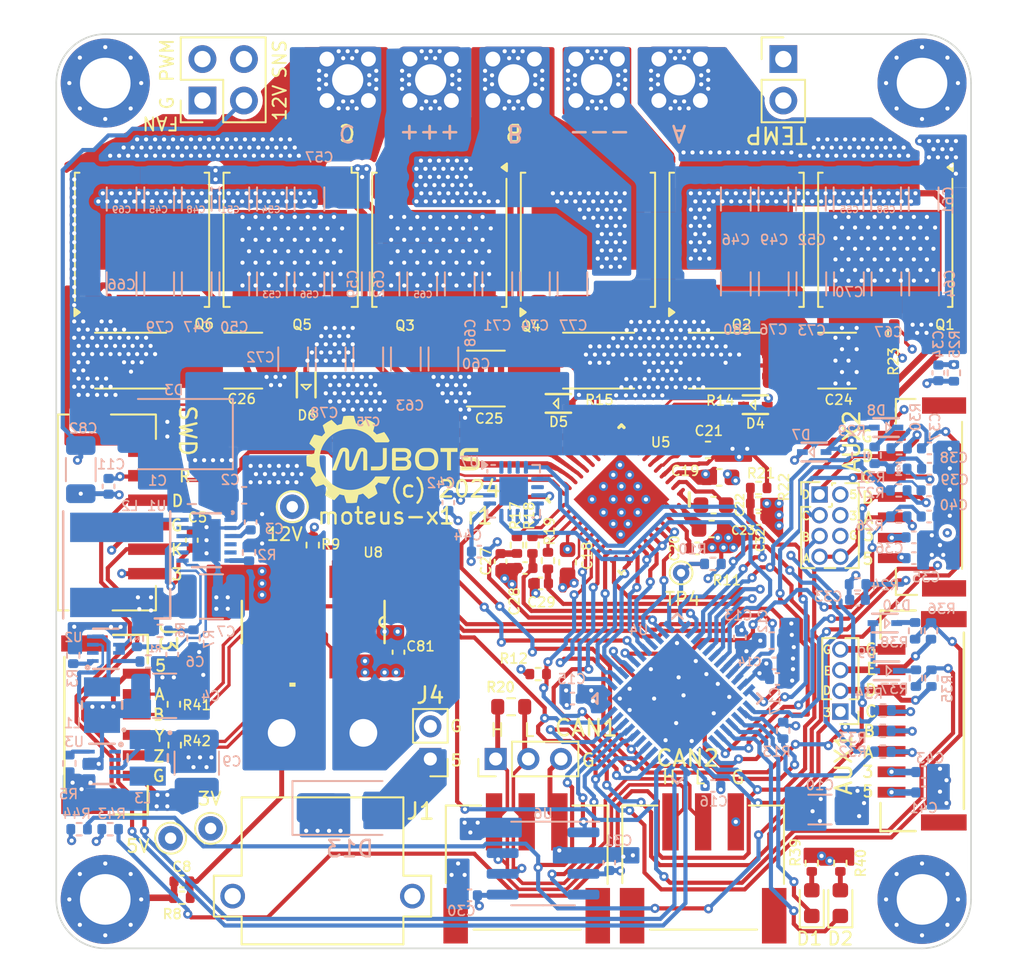
<source format=kicad_pcb>
(kicad_pcb (version 20240108) (generator "pcbnew") (generator_version "8.0")
  (layers (0 "F.Cu" signal) (1 "In1.Cu" jumper) (2 "In2.Cu" signal) (3 "In3.Cu" signal) (4 "In4.Cu" signal) (31 "B.Cu" signal) (34 "B.Paste" user) (35 "F.Paste" user) (36 "B.SilkS" user "B.Silkscreen") (37 "F.SilkS" user "F.Silkscreen") (38 "B.Mask" user) (39 "F.Mask" user) (44 "Edge.Cuts" user))
  (net 0 "")
  (net 1 "V+")
  (net 2 "GND")
  (net 3 "+5V")
  (net 4 "+3V")
  (net 5 "/stm32g4/NRST")
  (net 6 "+12V")
  (net 7 "/Current Sense/FCUR1")
  (net 8 "/Current Sense/FCUR2")
  (net 9 "/Current Sense/FCUR3")
  (net 10 "/VT Sense/VBAT_SENSE")
  (net 11 "/VT Sense/VTEMP_FET")
  (net 12 "/VT Sense/VTEMP_MOT")
  (net 13 "/aux2/AUX2_D")
  (net 14 "/aux2/AUX2_C")
  (net 15 "/aux2/AUX2_B")
  (net 16 "/aux2/AUX2_A")
  (net 17 "GNDPWR")
  (net 18 "/Gate Driver/GHA")
  (net 19 "/Gate Driver/GLA")
  (net 20 "/Gate Driver/GHB")
  (net 21 "/Gate Driver/GLB")
  (net 22 "/Gate Driver/GLC")
  (net 23 "/aux2/AUX2_I2C_PULLUP")
  (net 24 "/LED Sense/LED1")
  (net 25 "/LED Sense/LED2")
  (net 26 "/stm32g4/SWDIO")
  (net 27 "/stm32g4/SWCLK")
  (net 28 "/Gate Driver/GHC")
  (net 29 "/Gate Driver/DRV8323_MISO")
  (net 30 "/Gate Driver/DRV8323_FAULT")
  (net 31 "/Current Sense/CUR1")
  (net 32 "/Current Sense/CUR2")
  (net 33 "/Current Sense/CUR3")
  (net 34 "/LED Sense/DAC")
  (net 35 "Net-(D1-A)")
  (net 36 "MOUNT_GND")
  (net 37 "/Gate Driver/DRV8323_MOSI")
  (net 38 "/Gate Driver/MOTOR_ENABLE")
  (net 39 "/Gate Driver/MOTOR_HIZ")
  (net 40 "/Gate Driver/MOTOR1")
  (net 41 "/Gate Driver/MOTOR2")
  (net 42 "/Gate Driver/MOTOR3")
  (net 43 "/aux1/AUX1_A")
  (net 44 "/aux1/AUX1_C")
  (net 45 "/Gate Driver/DRV8323_CS")
  (net 46 "/aux1/AS5047_CS")
  (net 47 "/aux1/AUX1_I2C_PULLUP")
  (net 48 "/Gate Driver/DRV8323_SCLK")
  (net 49 "/aux1/AUX1_B")
  (net 50 "/CAN/CAN_RX")
  (net 51 "/CAN/CAN_TX")
  (net 52 "/aux1/AUX1P_A")
  (net 53 "/aux2/AUX2P_D")
  (net 54 "/aux2/AUX2P_C")
  (net 55 "/aux2/AUX2P_B")
  (net 56 "/aux2/AUX2P_A")
  (net 57 "/CAN/CAN_P")
  (net 58 "/CAN/CAN_N")
  (net 59 "/H Bridge A/SXX_P")
  (net 60 "/H Bridge B/SXX_P")
  (net 61 "/H Bridge C/SXX_P")
  (net 62 "/H Bridge A/SXX_N")
  (net 63 "/H Bridge B/SXX_N")
  (net 64 "/H Bridge C/SXX_N")
  (net 66 "Net-(D7-Pad1)")
  (net 67 "Net-(D2-A)")
  (net 68 "Net-(D8-Pad1)")
  (net 69 "/aux1/AUX1P_B")
  (net 70 "/H Bridge A/OUTX")
  (net 71 "/H Bridge B/OUTX")
  (net 72 "/H Bridge C/OUTX")
  (net 73 "/H Bridge A/SPX_Q")
  (net 74 "/H Bridge B/SPX_Q")
  (net 75 "/H Bridge C/SPX_Q")
  (net 76 "Net-(D9-Pad1)")
  (net 77 "Net-(D10-Pad1)")
  (net 80 "/aux1/AUX1_D")
  (net 81 "/aux1/AUX1_E")
  (net 82 "/aux1/AUX1P_C")
  (net 83 "/aux1/AUX1P_D")
  (net 84 "/aux1/AUX1P_E")
  (net 85 "Net-(U2-SW)")
  (net 86 "Net-(U2-MODE{slash}S-CONF)")
  (net 87 "Net-(U1-FB)")
  (net 89 "/rs422/RS422_RE")
  (net 90 "/rs422/RS422_DE")
  (net 91 "Net-(U5-VGLS)")
  (net 92 "Net-(U1-VCC)")
  (net 93 "Net-(U1-EXTVCC)")
  (net 94 "Net-(U1-SS)")
  (net 95 "Net-(U1-LX)")
  (net 96 "Net-(U1-RT{slash}SYNC)")
  (net 99 "Net-(FAN1-Pin_3)")
  (net 100 "Net-(FAN1-Pin_4)")
  (net 104 "/rs422/RS422_RX_P")
  (net 105 "/rs422/RS422_RX_N")
  (net 106 "/rs422/RS422_TX_P")
  (net 107 "/rs422/RS422_TX_N")
  (net 108 "Net-(U5-VCP)")
  (net 109 "Net-(U5-DVDD)")
  (net 110 "/Gate Driver/CPL")
  (net 111 "/Gate Driver/CPH")
  (net 112 "Net-(U3-SW)")
  (net 113 "Net-(U3-MODE{slash}S-CONF)")
  (net 114 "Net-(U2-FB{slash}VSET)")
  (net 122 "unconnected-(U7-PAD-Pad17)")
  (net 130 "/Power Input/5V_IN")
  (footprint "moteus:SOD-523_STM" (layer "F.Cu") (at 152.74 94.62)
    (property "Reference" "D5")
    (property "Value" "BAT41KFILM")
  )
  (footprint "Resistor_SMD:R_0402_1005Metric" (layer "F.Cu") (at 173.3 90.25 -90)
    (property "Reference" "R23")
    (property "Value" "47k NTC")
  )
  (footprint "moteus:JST_S3B-PH-SM4-TB(LF)(SN)" (layer "F.Cu") (at 161.6 120.25 180)
    (property "Reference" "CAN2")
    (property "Value" "S3B-PH-SM4-TB(LF)(SN)")
  )
  (footprint "moteus:M3_MOUNT_CORNER" (layer "F.Cu") (at 175 75)
    (property "Reference" "M2" (hide yes))
    (property "Value" "Conn_01x01_Pin")
  )
  (footprint "Resistor_SMD:R_0402_1005Metric" (layer "F.Cu") (at 137.7 103.3 90)
    (property "Reference" "R9")
    (property "Value" "2k")
  )
  (footprint "Resistor_SMD:R_0402_1005Metric" (layer "F.Cu") (at 170 122.7775 -90)
    (property "Reference" "R40")
    (property "Value" "560")
  )
  (footprint "TestPoint:TestPoint_THTPad_D1.5mm_Drill0.7mm" (layer "F.Cu") (at 136.45 100.95)
    (property "Reference" "TP2" (hide yes))
    (property "Value" "TestPoint")
  )
  (footprint "moteus:NetTie-2_SMD_Pad0.2" (layer "F.Cu") (at 124.1875 92.425 180)
    (property "Reference" "NT7" (hide yes))
    (property "Value" "NetTie_2" (hide yes))
  )
  (footprint "LED_SMD:LED_0603_1608Metric" (layer "F.Cu") (at 168.25 125.2275 90)
    (property "Reference" "D1")
    (property "Value" "LED")
  )
  (footprint "Capacitor_SMD:C_0603_1608Metric" (layer "F.Cu") (at 162.59 99.15 180)
    (property "Reference" "C19")
    (property "Value" "0.1uF 100V")
  )
  (footprint "Package_TO_SOT_SMD:PQFN_8x8" (layer "F.Cu") (at 163.65 84.6 90)
    (property "Reference" "Q2")
    (property "Value" "FDMT80080DC")
  )
  (footprint "TestPoint:TestPoint_THTPad_D1.0mm_Drill0.5mm" (layer "F.Cu") (at 160.25 105)
    (property "Reference" "TP4")
    (property "Value" "TestPoint")
  )
  (footprint "Capacitor_SMD:C_0402_1005Metric" (layer "F.Cu") (at 151.65 105.65 180)
    (property "Reference" "C29")
    (property "Value" "1000pF")
  )
  (footprint "Resistor_SMD:R_2512_6332Metric" (layer "F.Cu") (at 155.2 92)
    (property "Reference" "R15")
    (property "Value" "0.5mOhm" (hide yes))
  )
  (footprint "Resistor_SMD:R_0603_1608Metric" (layer "F.Cu") (at 149.85 113.2)
    (property "Reference" "R20")
    (property "Value" "120")
  )
  (footprint "moteus:NetTie-2_SMD_Pad0.2" (layer "F.Cu") (at 157.55 92.3)
    (property "Reference" "NT5" (hide yes))
    (property "Value" "NetTie_2" (hide yes))
  )
  (footprint "moteus:M3_MOUNT_CORNER" (layer "F.Cu") (at 125 75)
    (property "Reference" "M1" (hide yes))
    (property "Value" "Conn_01x01_Pin")
  )
  (footprint "Resistor_SMD:R_0402_1005Metric" (layer "F.Cu") (at 129.69 124.9)
    (property "Reference" "R8")
    (property "Value" "DNP")
  )
  (footprint "Capacitor_SMD:C_0402_1005Metric" (layer "F.Cu") (at 149.2 104.3 -90)
    (property "Reference" "C27")
    (property "Value" "1000pF")
  )
  (footprint "Connector_PinHeader_1.27mm:PinHeader_1x04_P1.27mm_Vertical" (layer "F.Cu") (at 170 113.5 180)
    (property "Reference" "AUX1_S1" (hide yes))
    (property "Value" "Conn_01x04")
  )
  (footprint "moteus:POWER_M2.5" (layer "F.Cu") (at 160.16 74.8)
    (property "Reference" "X1" (hide yes))
    (property "Value" "Conn_01x01")
  )
  (footprint "moteus:POWER_M2.5" (layer "F.Cu") (at 150 74.8)
    (property "Reference" "X2" (hide yes))
    (property "Value" "Conn_01x01")
  )
  (footprint "moteus:SOD-523_STM" (layer "F.Cu") (at 137.3 93.475 90)
    (property "Reference" "D6")
    (property "Value" "BAT41KFILM")
  )
  (footprint "moteus:JST_S6B-ZR-SM4A-TF(LF)(SN)" (layer "F.Cu") (at 127.65 101.3 -90)
    (property "Reference" "SWD1" (hide yes))
    (property "Value" "S6B-ZR-SM4A-TF(LF)(SN)" (hide yes))
  )
  (footprint "Package_TO_SOT_SMD:PQFN_8x8" (layer "F.Cu") (at 127.25 84.6 90)
    (property "Reference" "Q6")
    (property "Value" "FDMT80080DC" (hide yes))
  )
  (footprint "Capacitor_SMD:C_0603_1608Metric" (layer "F.Cu") (at 162.12 102.31 180)
    (property "Reference" "C23")
    (property "Value" "1uF")
  )
  (footprint "moteus:POWER_M2.5" (layer "F.Cu") (at 144.92 74.8)
    (property "Reference" "VP1" (hide yes))
    (property "Value" "Conn_01x01")
  )
  (footprint "Capacitor_SMD:C_0402_1005Metric" (layer "F.Cu") (at 130.3 103 90)
    (property "Reference" "C5")
    (property "Value" "5600pF")
  )
  (footprint "Connector_PinHeader_1.27mm:PinHeader_2x04_P1.27mm_Vertical" (layer "F.Cu") (at 168.73 100.2)
    (property "Reference" "AUX2H1" (hide yes))
    (property "Value" "Conn_02x04_Odd_Even")
  )
  (footprint "Resistor_SMD:R_0402_1005Metric" (layer "F.Cu") (at 150.2 103.3 -90)
    (property "Reference" "R17")
    (property "Value" "22")
  )
  (footprint "Resistor_SMD:R_0402_1005Metric" (layer "F.Cu") (at 151.15 103.3 -90)
    (property "Reference" "R18")
    (property "Value" "22")
  )
  (footprint "moteus:POWER_M2.5" (layer "F.Cu") (at 139.84 74.8)
    (property "Reference" "X3" (hide yes))
    (property "Value" "Conn_01x01")
  )
  (footprint "Package_TO_SOT_SMD:PQFN_8x8" (layer "F.Cu") (at 154.55 84.6 90)
    (property "Reference" "Q4")
    (property "Value" "FDMT80080DC")
  )
  (footprint "moteus:M3_MOUNT_CORNER" (layer "F.Cu") (at 175 125)
    (property "Reference" "M3" (hide yes))
    (property "Value" "Conn_01x01_Pin")
  )
  (footprint "moteus:AMASS_XT30PW-M" (layer "F.Cu") (at 138.3 124.8 180)
    (property "Reference" "J1")
    (property "Value" "XT30PW-M")
  )
  (footprint "Capacitor_SMD:C_0402_1005Metric" (layer "F.Cu") (at 165 101.7)
    (property "Reference" "C32")
    (property "Value" "0.1uF")
  )
  (footprint "Capacitor_SMD:C_0402_1005Metric" (layer "F.Cu") (at 161.23 103.5 180)
    (property "Reference" "C20")
    (property "Value" "1uF")
  )
  (footprint "Capacitor_SMD:C_0402_1005Metric" (layer "F.Cu") (at 142.95 109.86 90)
    (property "Reference" "C81")
    (property "Value" "0.1uF")
  )
  (footprint "Capacitor_SMD:C_0402_1005Metric" (layer "F.Cu") (at 150.7 104.7 180)
    (property "Reference" "C28")
    (property "Value" "1000pF")
  )
  (footprint "moteus:NetTie-2_SMD_Pad0.2" (layer "F.Cu") (at 152.85 92.3 180)
    (property "Reference" "NT4" (hide yes))
    (property "Value" "NetTie_2" (hide yes))
  )
  (footprint "Connector_PinSocket_2.54mm:PinSocket_2x02_P2.54mm_Vertical" (layer "F.Cu") (at 130.95 76.07 180)
    (property "Reference" "FAN1" (hide yes))
    (property "Value" "Conn_01x04_Pin")
  )
  (footprint "moteus:NetTie-2_SMD_Pad0.2" (layer "F.Cu") (at 165.2625 92.3)
    (property "Reference" "NT2" (hide yes))
    (property "Value" "NetTie_2" (hide yes))
  )
  (footprint "Resistor_SMD:R_0402_1005Metric" (layer "F.Cu") (at 162.2 104.45)
    (property "Reference" "R11")
    (property "Value" "100k 1%")
  )
  (footprint "Package_TO_SOT_SMD:PQFN_8x8" (layer "F.Cu") (at 145.45 84.6 -90)
    (property "Reference" "Q3")
    (property "Value" "FDMT80080DC")
  )
  (footprint "Resistor_SMD:R_0402_1005Metric" (layer "F.Cu") (at 165 99.8 180)
    (property "Reference" "R21")
    (property "Value" "100k 1%")
  )
  (footprint "LED_SMD:LED_0603_1608Metric" (layer "F.Cu") (at 170 125.2275 90)
    (property "Reference" "D2")
    (property "Value" "LED")
  )
  (footprint "Resistor_SMD:R_0402_1005Metric" (layer "F.Cu") (at 152.1 104.25 -90)
    (property "Reference" "R19")
    (property "Value" "22")
  )
  (footprint "Capacitor_SMD:C_1812_4532Metric" (layer "F.Cu") (at 133.45 92 180)
    (property "Reference" "C26")
    (property "Value" "0.1uF 100V")
  )
  (footprint "moteus:POWER_M2.5" (layer "F.Cu") (at 155.08 74.8)
    (property "Reference" "VN1" (hide yes))
    (property "Value" "Conn_01x01")
  )
  (footprint "Capacitor_SMD:C_0603_1608Metric" (layer "F.Cu") (at 162.24 100.85)
    (property "Reference" "C22")
    (property "Value" "47nF 100V")
  )
  (footprint "moteus:CONN_SM06B-GHS-TB_JST" (layer "F.Cu") (at 125.05 114.3 -90)
    (property "Reference" "J3")
    (property "Value" "SM06B-GHS-TB")
  )
  (footprint "Package_TO_SOT_SMD:PQFN_8x8" (layer "F.Cu") (at 136.35 84.6 -90)
    (property "Reference" "Q5")
    (property "Value" "FDMT80080DC")
  )
  (footprint "Resistor_SMD:R_0402_1005Metric" (layer "F.Cu") (at 129.25 115.55 -90)
    (property "Reference" "R42")
    (property "Value" "120")
  )
  (footprint "TestPoint:TestPoint_THTPad_D1.5mm_Drill0.7mm" (layer "F.Cu") (at 131.45 120.65)
    (property "Reference" "TP3" (hide yes))
    (property "Value" "TestPoint")
  )
  (footprint "moteus:JST_SM07B-GHS-TB(LF)(SN)" (layer "F.Cu") (at 175 100.35 90)
    (property "Reference" "AUX2")
    (property "Value" "SM07B-GHS-TB(LF)(SN)" (hide yes))
  )
  (footprint "Package_TO_SOT_SMD:PQFN_8x8" (layer "F.Cu") (at 172.75 84.6 -90)
    (property "Reference" "Q1")
    (property "Value" "FDMT80080DC")
  )
  (footprint "moteus:D14" (layer "F.Cu") (at 137.73 108.0111 -90)
    (property "Reference" "U8")
    (property "Value" "SN65HVD35DR")
  )
  (footprint "Resistor_SMD:R_2512_6332Metric" (layer "F.Cu") (at 162.9 92 180)
    (property "Reference" "R14")
    (property "Value" "0.5mOhm" (hide yes))
  )
  (footprint "Capacitor_SMD:C_1812_4532Metric" (layer "F.Cu") (at 148.3 93.1)
    (property "Reference" "C25")
    (property "Value" "0.1uF 100V")
  )
  (footprint "TestPoint:TestPoint_THTPad_D1.5mm_Drill0.7mm" (layer "F.Cu") (at 129 121.25)
    (property "Reference" "TP1" (hide yes))
    (property "Value" "TestPoint")
  )
  (footprint "Resistor_SMD:R_0402_1005Metric" (layer "F.Cu") (at 165 100.75)
    (property "Reference" "R22")
    (property "Value" "4.7k 1%")
  )
  (footprint "Capacitor_SMD:C_1812_4532Metric" (layer "F.Cu") (at 169.8 92 180)
    (property "Reference" "C24")
    (property "Value" "0.1uF 100V")
  )
  (footprint "Connector_PinHeader_2.00mm:PinHeader_1x03_P2.00mm_Vertical" (layer "F.Cu") (at 148.9 116.4 90)
    (property "Reference" "CAN_DBG1" (hide yes))
    (property "Value" "Conn_01x03_Pin")
  )
  (footprint "moteus:RTA0040B" (layer "F.Cu") (at 156.6 100.5 -135)
    (property "Reference" "U5")
    (property "Value" "DRV8353SRTAR")
  )
  (footprint "Resistor_SMD:R_0402_1005Metric" (layer "F.Cu") (at 168.25 122.7775 -90)
    (property "Reference" "R39")
    (property "Value" "560")
  )
  (footprint "moteus:SOD-523_STM" (layer "F.Cu") (at 164.8 94.7)
    (property "Reference" "D4")
    (property "Value" "BAT41KFILM")
  )
  (footprint "Resistor_SMD:R_0402_1005Metric" (layer "F.Cu") (at 129.2 113.05 -90)
    (property "Reference" "R41")
    (property "Value" "120")
  )
  (footprint "Resistor_SMD:R_0402_1005Metric" (layer "F.Cu") (at 151.5 111.2)
    (property "Reference" "R12")
    (property "Value" "2k")
  )
  (footprint "Resistor_SMD:R_2512_6332Metric" (layer "F.Cu") (at 126.55 92 180)
    (property "Reference" "R16" (hide yes))
    (property "Value" "0.5mOhm" (hide yes))
  )
  (footprint "Connector_PinHeader_2.00mm:PinHeader_1x02_P2.00mm_Vertical" (layer "F.Cu") (at 144.9 116.4 180)
    (property "Reference" "J4")
    (property "Value" "Conn_01x02_Pin")
  )
  (footprint "moteus:JST_S3B-PH-SM4-TB(LF)(SN)" (layer "F.Cu") (at 150.8 120.25 180)
    (property "Reference" "CAN1")
    (property "Value" "S3B-PH-SM4-TB(LF)(SN)" (hide yes))
  )
  (footprint "Capacitor_SMD:C_0402_1005Metric" (layer "F.Cu") (at 129.69 123.9)
    (property "Reference" "C8")
    (property "Value" "DNP")
  )
  (footprint "moteus:M3_MOUNT_CORNER" (layer "F.Cu") (at 125 125)
    (property "Reference" "M4" (hide yes))
    (property "Value" "Conn_01x01_Pin")
  )
  (footprint "moteus:NetTie-2_SMD_Pad0.2" (layer "F.Cu") (at 128.8875 92.425)
    (property "Reference" "NT6" (hide yes))
    (property "Value" "NetTie_2" (hide yes))
  )
  (footprint "Connector_PinHeader_2.54mm:PinHeader_1x02_P2.54mm_Vertical" (layer "F.Cu") (at 166.51 73.53)
    (property "Reference" "TEMP1" (hide yes))
    (property "Value" "Conn_01x02_Pin")
  )
  (footprint "Capacitor_SMD:C_0603_1608Metric" (layer "F.Cu") (at 161.9 97.47 180)
    (property "Reference" "C21")
    (property "Value" "1uF 25V")
  )
  (footprint "moteus:CONN_SM08B-GHS-TB_JST" (layer "F.Cu") (at 175.01 114.06 90)
    (property "Reference" "AUX1")
    (property "Value" "SM08B-GHS-TB" (hide yes))
  )
  (footprint "Capacitor_SMD:C_0603_1608Metric" (layer "F.Cu") (at 153.3 104.35 90)
    (property "Reference" "C18")
    (property "Value" "1uF")
  )
  (footprint "moteus:NetTie-2_SMD_Pad0.2" (layer "F.Cu") (at 160.5355 92.3 180)
    (property "Reference" "NT3" (hide yes))
    (property "Value" "NetTie_2" (hide yes))
  )
  (footprint "Capacitor_SMD:C_1206_3216Metric" (layer "B.Cu") (at 175.125 87.3 -90)
    (property "Reference" "C64")
    (property "Value" "4.7uF 100V")
  )
  (footprint "Capacitor_SMD:C_0402_1005Metric" (layer "B.Cu") (at 153.6 112.7 180)
    (property "Reference" "C15")
    (property "Value" "0.1uF")
  )
  (footprint "Capacitor_SMD:C_0402_1005Metric" (layer "B.Cu") (at 174.5 102.825)
    (property "Reference" "C36")
    (property "Value" "1uF")
  )
  (footprint "Resistor_SMD:R_0402_1005Metric" (layer "B.Cu") (at 123.0374 110.05 90)
    (property "Reference" "R3")
    (property "Value" "80.6k 1%")
  )
  (footprint "Capacitor_SMD:C_1206_3216Metric" (layer "B.Cu") (at 135.2 82.1 90)
    (property "Reference" "C54")
    (property "Value" "4.7uF 100V")
  )
  (footprint "Resistor_SMD:R_0402_1005Metric" (layer "B.Cu") (at 176.95 92.75 -90)
    (property "Reference" "R25")
    (property "Value" "10k 1%")
  )
  (footprint "Capacitor_SMD:C_0402_1005Metric" (layer "B.Cu") (at 133.9 101.89 90)
    (property "Reference" "C3")
    (property "Value" "1uF")
  )
  (footprint "Capacitor_SMD:C_1206_3216Metric" (layer "B.Cu") (at 144.4 87.3 -90)
    (property "Reference" "C65")
    (property "Value" "4.7uF 100V")
  )
  (footprint "Resistor_SMD:R_0402_1005Metric" (layer "B.Cu") (at 125.3 120.7 180)
    (property "Reference" "R43")
    (property "Value" "100")
  )
  (footprint "Capacitor_SMD:C_0402_1005Metric" (layer "B.Cu") (at 176 92.75 -90)
    (property "Reference" "C34")
    (property "Value" "0.1uF")
  )
  (footprint "Resistor_SMD:R_0402_1005Metric" (layer "B.Cu") (at 171.05 105.7 180)
    (property "Reference" "R24")
    (property "Value" "10k 1%")
  )
  (footprint "Capacitor_SMD:C_1206_3216Metric" (layer "B.Cu") (at 163.6 87.3 -90)
    (property "Reference" "C80")
    (property "Value" "4.7uF 100V")
  )
  (footprint "Capacitor_SMD:C_1206_3216Metric" (layer "B.Cu") (at 146.7 87.3 -90)
    (property "Reference" "C68")
    (property "Value" "4.7uF 100V")
  )
  (footprint "Resistor_SMD:R_0402_1005Metric" (layer "B.Cu") (at 172.1 97.8 -90)
    (property "Reference" "R31")
    (property "Value" "2k")
  )
  (footprint "Capacitor_SMD:C_0402_1005Metric" (layer "B.Cu") (at 175.455 98.625)
    (property "Reference" "C38")
    (property "Value" "DNP")
  )
  (footprint "Capacitor_SMD:C_1206_3216Metric" (layer "B.Cu") (at 126 82.1 90)
    (property "Reference" "C69")
    (property "Value" "4.7uF 100V")
  )
  (footprint "moteus:21-0664E_1233-1C_MXM" (layer "B.Cu") (at 131.1978 103 180)
    (property "Reference" "U1")
    (property "Value" "MAX17760ATC+")
  )
  (footprint "Resistor_SMD:R_0402_1005Metric" (layer "B.Cu") (at 174.575 108.55 -90)
    (property "Reference" "R38")
    (property "Value" "2k")
  )
  (footprint "Capacitor_SMD:C_0402_1005Metric" (layer "B.Cu") (at 163.85 108.95 90)
    (property "Reference" "C13")
    (property "Value" "0.1uF")
  )
  (footprint "Capacitor_SMD:C_0603_1608Metric" (layer "B.Cu") (at 165.8 109.15)
    (property "Reference" "C12")
    (property "Value" "4.7uF")
  )
  (footprint "Capacitor_SMD:C_1206_3216Metric" (layer "B.Cu") (at 138.8 91.9 90)
    (property "Reference" "C78")
    (property "Value" "4.7uF 100V")
  )
  (footprint "Capacitor_SMD:C_0402_1005Metric" (layer "B.Cu") (at 155.85 122.75 90)
    (property "Reference" "C31")
    (property "Value" "0.1uF")
  )
  (footprint "moteus:SOD-523_STM" (layer "B.Cu") (at 172.825 111 180)
    (property "Reference" "D9")
    (property "Value" "BAT41KFILM")
  )
  (footprint "Capacitor_SMD:C_0402_1005Metric" (layer "B.Cu") (at 166.15 111.5)
    (property "Reference" "C17")
    (property "Value" "0.1uF")
  )
  (footprint "Capacitor_SMD:C_1206_3216Metric" (layer "B.Cu") (at 135.2 87.3 -90)
    (property "Reference" "C53")
    (property "Value" "4.7uF 100V")
  )
  (footprint "Capacitor_SMD:C_1206_3216Metric" (layer "B.Cu") (at 137.5 87.3 -90)
    (property "Reference" "C56")
    (property "Value" "4.7uF 100V")
  )
  (footprint "Capacitor_SMD:C_0805_2012Metric" (layer "B.Cu") (at 130.3 100.05 180)
    (property "Reference" "C1")
    (property "Value" "1uF 100V")
  )
  (footprint "Resistor_SMD:R_0402_1005Metric" (layer "B.Cu") (at 173.575 99.95 180)
    (property "Reference" "R27")
    (property "Value" "100")
  )
  (footprint "Capacitor_SMD:C_1206_3216Metric" (layer "B.Cu") (at 168.225 87.3 -90)
    (property "Reference" "C73")
    (property "Value" "4.7uF 100V")
  )
  (footprint "Resistor_SMD:R_0402_1005Metric" (layer "B.Cu") (at 172.6 115.95 180)
    (property "Reference" "R32")
    (property "Value" "100")
  )
  (footprint "Capacitor_SMD:C_0402_1005Metric" (layer "B.Cu") (at 175.45 97.375)
    (property "Reference" "C37")
    (property "Value" "DNP")
  )
  (footprint "Resistor_SMD:R_0402_1005Metric" (layer "B.Cu") (at 123.4 120.7 180)
    (property "Reference" "R44")
    (property "Value" "100")
  )
  (footprint "Capacitor_SMD:C_1206_3216Metric" (layer "B.Cu") (at 132.9 87.3 -90)
    (property "Reference" "C50")
    (property "Value" "4.7uF 100V")
  )
  (footprint "moteus:IND_DFE252012_MUR" (layer "B.Cu") (at 124.8 113.1 90)
    (property "Reference" "L1")
    (property "Value" "2.2uH")
  )
  (footprint "Capacitor_SMD:C_1206_3216Metric" (layer "B.Cu") (at 165.925 87.3 -90)
    (property "Reference" "C76")
    (property "Value" "4.7uF 100V")
  )
  (footprint "Capacitor_SMD:C_1206_3216Metric" (layer "B.Cu") (at 170.525 87.3 -90)
    (property "Reference" "C70")
    (property "Value" "4.7uF 100V")
  )
  (footprint "moteus:IND_DFE252012_MUR" (layer "B.Cu") (at 127.6 116.3324 -90)
    (property "Reference" "L3")
    (property "Value" "2.2uH")
  )
  (footprint "Capacitor_SMD:C_0402_1005Metric" (layer "B.Cu") (at 175.1 118.45)
    (property "Reference" "C41")
    (property "Value" "1uF")
  )
  (footprint "Capacitor_SMD:C_1206_3216Metric" (layer "B.Cu") (at 128.3 82.1 90)
    (property "Reference" "C45")
    (property "Value" "4.7uF 100V")
  )
  (footprint "Capacitor_SMD:C_0603_1608Metric" (layer "B.Cu") (at 133.5 100.25)
    (property "Reference" "C2")
    (property "Value" "0.1uF 100V")
  )
  (footprint "Capacitor_SMD:C_1210_3225Metric" (layer "B.Cu") (at 128.6374 112.53)
    (property "Reference" "C4")
    (property "Value" "22uF")
  )
  (footprint "Capacitor_SMD:C_0402_1005Metric" (layer "B.Cu") (at 165.95 110.55)
    (property "Reference" "C14")
    (property "Value" "1uF")
  )
  (footprint "Capacitor_SMD:C_1206_3216Metric" (layer "B.Cu") (at 142.1 87.3 -90)
    (property "Reference" "C62")
    (property "Value" "4.7uF 100V")
  )
  (footprint "Resistor_SMD:R_0402_1005Metric" (layer "B.Cu") (at 172.615 113.425 180)
    (property "Reference" "R34")
    (property "Value" "100")
  )
  (footprint "Capacitor_SMD:C_1206_3216Metric" (layer "B.Cu") (at 126 87.3 -90)
    (property "Reference" "C66")
    (property "Value" "4.7uF 100V")
  )
  (footprint "Capacitor_SMD:C_1206_3216Metric" (layer "B.Cu") (at 153.6 87.3 -90)
    (property "Reference" "C77")
    (property "Value" "4.7uF 100V")
  )
  (footprint "Capacitor_SMD:C_1206_3216Metric" (layer "B.Cu") (at 128.3 87.3 -90)
    (property "Reference" "C79")
    (property "Value" "4.7uF 100V")
  )
  (footprint "Capacitor_SMD:C_1206_3216Metric" (layer "B.Cu") (at 141.1 91.9 90)
    (property "Reference" "C75")
    (property "Value" "4.7uF 100V")
  )
  (footprint "moteus:SOD-523_STM" (layer "B.Cu") (at 172.8 96.1 180)
    (property "Reference" "D8")
    (property "Value" "BAT41KFILM")
  )
  (footprint "Capacitor_SMD:C_1206_3216Metric" (layer "B.Cu") (at 137.5 82.1 90)
    (property "Reference" "C57")
    (property "Value" "4.7uF 100V")
  )
  (footprint "Capacitor_SMD:C_1206_3216Metric" (layer "B.Cu") (at 172.8 82.1 90)
    (property "Reference" "C58")
    (property "Value" "4.7uF 100V")
  )
  (footprint "Capacitor_SMD:C_0402_1005Metric" (layer "B.Cu") (at 125.2 99.7 -90)
    (property "Reference" "C11")
    (property "Value" "0.1uF")
  )
  (footprint "Capacitor_SMD:C_1206_3216Metric" (layer "B.Cu") (at 151.3 87.3 -90)
    (property "Reference" "C74")
    (property "Value" "4.7uF 100V")
  )
  (footprint "moteus:SOT-5x3_DRL0008A_TEX" (layer "B.Cu") (at 124.7999 116.7 180)
    (property "Reference" "U3")
    (property "Value" "TPS629203DRLR")
  )
  (footprint "Capacitor_SMD:C_1206_3216Metric" (layer "B.Cu") (at 168.75 119.5 180)
    (property "Reference" "C10")
    (property "Value" "10uF")
  )
  (footprint "moteus:UFQFPN-48_7X7X0P55MM" (layer "B.Cu") (at 160.019934 112.694806 -45)
    (property "Reference" "U4")
    (property "Value" "STM32G474CEU6")
  )
  (footprint "Capacitor_SMD:C_0402_1005Metric" (layer "B.Cu") (at 129.1 110 -90)
    (property "Reference" "C6")
    (property "Value" "1uF")
  )
  (footprint "moteus:NetTie-2_SMD_Pad0.254mm" (layer "B.Cu") (at 131.9 105.5 -90)
    (property "Reference" "NT1" (hide yes))
    (property "Value" "NetTie_2" (hide yes))
  )
  (footprint "moteus:SOD-523_STM" (layer "B.Cu") (at 172.725 108.075 180)
    (property "Reference" "D10")
    (property "Value" "BAT41KFILM")
  )
  (footprint "Capacitor_SMD:C_1206_3216Metric" (layer "B.Cu") (at 123.5 98.675 -90)
    (property "Reference" "C82")
    (property "Value" "4.7uF")
  )
  (footprint "Capacitor_SMD:C_1210_3225Metric" (layer "B.Cu") (at 130.6 116.6522 -90)
    (property "Reference" "C9")
    (property "Value" "22uF")
  )
  (footprint "Capacitor_SMD:C_1206_3216Metric" (layer "B.Cu") (at 175.1 82.1 90)
    (property "Reference" "C61")
    (property "Value" "4.7uF 100V")
  )
  (footprint "Capacitor_SMD:C_1206_3216Metric" (layer "B.Cu") (at 149 87.3 -90)
    (property "Reference" "C71")
    (property "Value" "4.7uF 100V")
  )
  (footprint "Resistor_SMD:R_0402_1005Metric" (layer "B.Cu") (at 171.1 97.8 -90)
    (property "Reference" "R29")
    (property "Value" "2k")
  )
  (footprint "Resistor_SMD:R_0402_1005Metric" (layer "B.Cu") (at 173.6 97.375 180)
    (property "Reference" "R30")
    (property "Value" "100")
  )
  (footprint "Resistor_SMD:R_0402_1005Metric" (layer "B.Cu") (at 126.9374 109.02 90)
    (property "Reference" "R4")
    (property "Value" "22")
  )
  (footprint "Package_DFN_QFN:QFN-16-1EP_3x3mm_P0.5mm_EP1.75x1.75mm" (layer "B.Cu") (at 150 100 -90)
    (property "Reference" "U7")
    (property "Value" "MA600")
  )
  (footprint "Resistor_SMD:R_0402_1005Metric" (layer "B.Cu") (at 133.8 103.75 90)
    (property "Reference" "R2")
    (property "Value" "69.8k 1%")
  )
  (footprint "Capacitor_SMD:C_1210_3225Metric" (layer "B.Cu") (at 131.5 106.45)
    (property "Reference" "C7")
    (property "Value" "22uF")
  )
  (footprint "Capacitor_SMD:C_0402_1005Metric" (layer "B.Cu") (at 147.3 124.75 180)
    (property "Reference" "C30")
    (property "Value" "0.1uF")
  )
  (footprint "Capacitor_SMD:C_0402_1005Metric" (layer "B.Cu") (at 146 100.7 -90)
    (property "Reference" "C42")
    (property "Value" "1uF")
  )
  (footprint "moteus:SOIC-8_3.9x4.9mm_P1.27mm" (layer "B.Cu") (at 151.8 122.8 180)
    (property "Reference" "U6")
    (property "Value" "TCAN1057AEV-Q1")
  )
  (footprint "Diode_SMD:D_SMB" (layer "B.Cu") (at 129.15 96.5 180)
    (property "Reference" "D3")
    (property "Value" "SMBJ51D-M3/I")
  )
  (footprint "Capacitor_SMD:C_0402_1005Metric" (layer "B.Cu") (at 147.9 103.7)
    (property "Reference" "C44")
    (property "Value" "0.1uF")
  )
  (footprint "Capacitor_SMD:C_1206_3216Metric" (layer "B.Cu") (at 168.2 82.1 90)
    (property "Reference" "C52")
    (property "Value" "4.7uF 100V")
  )
  (footprint "Capacitor_SMD:C_0402_1005Metric" (layer "B.Cu") (at 175.425 99.95)
    (property "Reference" "C39")
    (property "Value" "DNP")
  )
  (footprint "Capacitor_SMD:C_0402_1005Metric" (layer "B.Cu") (at 175.1 117.2)
    (property "Reference" "C43")
    (property "Value" "1uF")
  )
  (footprint "Resistor_SMD:R_0402_1005Metric" (layer "B.Cu") (at 122.8 116.670001 -90)
    (property "Reference" "R5")
    (property "Value" "52.3k 1%")
  )
  (footprint "Capacitor_SMD:C_1206_3216Metric" (layer "B.Cu") (at 132.9 82.1 90)
    (property "Reference" "C51")
    (property "Value" "4.7uF 100V")
  )
  (footprint "Resistor_SMD:R_0402_1005Metric" (layer "B.Cu") (at 130.4 109 -90)
    (property "Reference" "R7")
    (property "Value" "16.2k 1%")
  )
  (footprint "Capacitor_SMD:C_1206_3216Metric" (layer "B.Cu") (at 136.5 91.9 90)
    (property "Reference" "C72")
    (property "Value" "4.7uF 100V")
  )
  (footprint "moteus:IND_6028-WE-LQS_WRE" (layer "B.Cu") (at 125.7 104.5127 90)
    (property "Reference" "L2")
    (property "Value" "100uH")
  )
  (footprint "Resistor_SMD:R_0402_1005Metric" (layer "B.Cu") (at 174.625 111.45 -90)
    (property "Reference" "R37")
    (property "Value" "2k")
  )
  (footprint "Resistor_SMD:R_0402_1005Metric" (layer "B.Cu") (at 128.3474 108.55)
    (property "Reference" "R6")
    (property "Value" "226k 1%")
  )
  (footprint "Capacitor_SMD:C_0402_1005Metric" (layer "B.Cu") (at 174.5 104.1)
    (property "Reference" "C35")
    (property "Value" "1uF")
  )
  (footprint "moteus:SOT-5x3_DRL0008A_TEX" (layer "B.Cu") (at 125.0374 109.65)
    (property "Reference" "U2")
    (property "Value" "TPS629203DRLR")
  )
  (footprint "Capacitor_SMD:C_0402_1005Metric" (layer "B.Cu") (at 162.2 118.05)
    (property "Reference" "C16")
    (property "Value" "0.1uF")
  )
  (footprint "moteus:SOD-523_STM" (layer "B.Cu") (at 168.4 97.6)
    (property "Reference" "D7")
    (property "Value" "BAT41KFILM")
  )
  (footprint "Capacitor_SMD:C_0402_1005Metric" (layer "B.Cu") (at 175.43 101.55)
    (property "Reference" "C40")
    (property "Value" "DNP")
  )
  (footprint "Resistor_SMD:R_0402_1005Metric" (layer "B.Cu") (at 175.55 108.55 90)
    (property "Reference" "R36")
    (property "Value" "100")
  )
  (footprint "Capacitor_SMD:C_1206_3216Metric" (layer "B.Cu") (at 172.825 87.3 -90)
    (property "Reference" "C67")
    (property "Value" "4.7uF 100V")
  )
  (footprint "Capacitor_SMD:C_1206_3216Metric" (layer "B.Cu") (at 139.8 87.3 -90)
    (property "Reference" "C59")
    (property "Value" "4.7uF 100V")
  )
  (footprint "Capacitor_SMD:C_1206_3216Metric" (layer "B.Cu") (at 165.9 82.1 90)
    (property "Reference" "C49")
    (property "Value" "4.7uF 100V")
  )
  (footprint "Resistor_SMD:R_0402_1005Metric" (layer "B.Cu") (at 173.575 101.55 180)
    (property "Reference" "R26")
    (property "Value" "100")
  )
  (footprint "Capacitor_SMD:C_1206_3216Metric" (layer "B.Cu") (at 130.6 82.1 90)
    (property "Reference" "C48")
    (property "Value" "4.7uF 100V")
  )
  (footprint "Capacitor_SMD:C_1206_3216Metric" (layer "B.Cu") (at 143.4 91.9 90)
    (property "Reference" "C63")
    (property "Value" "4.7uF 100V")
  )
  (footprint "Capacitor_SMD:C_1206_3216Metric" (layer "B.Cu") (at 145.7 91.9 90)
    (property "Reference" "C60")
    (property "Value" "4.7uF 100V")
  )
  (footprint "Resistor_SMD:R_0402_1005Metric" (layer "B.Cu") (at 166.5 114.65 -90)
    (property "Reference" "R13")
    (property "Value" "2k")
  )
  (footprint "Diode_SMD:D_SMA" (layer "B.Cu") (at 139.97 119.4)
    (property "Reference" "D13")
    (property "Value" "US1B")
  )
  (footprint "Capacitor_SMD:C_1206_3216Metric" (layer "B.Cu") (at 130.6 87.3 -90)
    (property "Reference" "C47")
    (property "Value" "4.7uF 100V")
  )
  (footprint "Resistor_SMD:R_0402_1005Metric" (layer "B.Cu") (at 175.575 111.45 90)
    (property "Reference" "R35")
    (property "Value" "100")
  )
  (footprint "Resistor_SMD:R_0402_1005Metric" (layer "B.Cu") (at 172.6 114.675 180)
    (property "Reference" "R33")
    (property "Value" "100")
  )
  (footprint "Resistor_SMD:R_0402_1005Metric" (layer "B.Cu") (at 173.575 98.625 180)
    (property "Reference" "R28")
    (property "Value" "100")
  )
  (footprint "Resistor_SMD:R_0402_1005Metric" (layer "B.Cu") (at 162.2 104.45 180)
    (property "Reference" "R10")
    (property "Value" "DNP")
  )
  (footprint "Capacitor_SMD:C_1206_3216Metric" (layer "B.Cu") (at 170.5 82.1 90)
    (property "Reference" "C55")
    (property "Value" "4.7uF 100V")
  )
  (footprint "Resistor_SMD:R_0402_1005Metric" (layer "B.Cu") (at 127.6374 110.43)
    (property "Reference" "R1")
    (property "Value" "42.2k 1%")
  )
  (footprint "Capacitor_SMD:C_0402_1005Metric" (layer "B.Cu") (at 171.05 106.65 180)
    (property "Reference" "C33")
    (property "Value" "0.1uF")
  )
  (footprint "Capacitor_SMD:C_1206_3216Metric" (layer "B.Cu") (at 163.6 82.1 90)
    (property "Reference" "C46")
    (property "Value" "4.7uF 100V")
  )
  (gr_poly (pts (xy 147.832963 97.592878) (xy 147.13023 97.592878) (xy 147.118757 97.593057) (xy 147.107678 97.593592) (xy 147.096991 97.594485) (xy 147.086699 97.595736) (xy 147.0768 97.597343) (xy 147.067297 97.599307) (xy 147.05819 97.601629) (xy 147.049478 97.604308) (xy 147.041164 97.607344) (xy 147.033247 97.610737) (xy 147.025728 97.614488) (xy 147.018608 97.618595) (xy 147.011887 97.62306) (xy 147.005567 97.627882) (xy 146.999646 97.633062) (xy 146.994127 97.638598) (xy 146.988975 97.644412) (xy 146.984156 97.650425) (xy 146.979669 97.656636) (xy 146.975514 97.663045) (xy 146.971692 97.669653) (xy 146.968202 97.67646) (xy 146.965044 97.683465) (xy 146.962219 97.690668) (xy 146.959726 97.69807) (xy 146.957565 97.70567) (xy 146.955737 97.713468) (xy 146.954241 97.721465) (xy 146.953078 97.729661) (xy 146.952247 97.738055) (xy 146.951748 97.746647) (xy 146.951582 97.755438) (xy 146.951721 97.763039) (xy 146.952141 97.770602) (xy 146.952843 97.778131) (xy 146.953831 97.785627) (xy 146.955106 97.793094) (xy 146.956672 97.800533) (xy 146.95853 97.807947) (xy 146.960684 97.81534) (xy 146.961889 97.819008) (xy 146.963204 97.822631) (xy 146.964628 97.826209) (xy 146.966161 97.829739) (xy 146.967803 97.833223) (xy 146.969554 97.836659) (xy 146.971414 97.840047) (xy 146.973384 97.843385) (xy 146.975462 97.846674) (xy 146.97765 97.849913) (xy 146.979947 97.853101) (xy 146.982353 97.856238) (xy 146.984868 97.859322) (xy 146.987493 97.862354) (xy 146.990226 97.865332) (xy 146.993069 97.868256) (xy 146.996065 97.871151) (xy 146.99918 97.873962) (xy 147.002414 97.87669) (xy 147.005766 97.879336) (xy 147.009235 97.881899) (xy 147.012822 97.884382) (xy 147.016526 97.886783) (xy 147.020347 97.889105) (xy 147.024285 97.891348) (xy 147.028339 97.893511) (xy 147.032509 97.895597) (xy 147.036794 97.897605) (xy 147.041195 97.899536) (xy 147.045711 97.901391) (xy 147.050342 97.90317) (xy 147.055087 97.904875) (xy 147.065048 97.90793) (xy 147.075721 97.910586) (xy 147.087104 97.91284) (xy 147.099193 97.91469) (xy 147.111987 97.916134) (xy 147.125483 97.917168) (xy 147.139678 97.91779) (xy 147.15457 97.917998) (xy 147.475458 97.917998) (xy 147.492799 97.918137) (xy 147.509738 97.918553) (xy 147.526276 97.919248) (xy 147.542414 97.92022) (xy 147.55815 97.92147) (xy 147.573487 97.922998) (xy 147.588423 97.924804) (xy 147.60296 97.926888) (xy 147.617098 97.929249) (xy 147.630836 97.931888) (xy 147.644176 97.934805) (xy 147.657117 97.938) (xy 147.66966 97.941473) (xy 147.681805 97.945223) (xy 147.693553 97.949252) (xy 147.704904 97.953558) (xy 147.715912 97.958085) (xy 147.726632 97.962775) (xy 147.737063 97.967631) (xy 147.747204 97.972651) (xy 147.757055 97.977835) (xy 147.766616 97.983186) (xy 147.775885 97.988701) (xy 147.784861 97.994383) (xy 147.793545 98.000231) (xy 147.801936 98.006245) (xy 147.810033 98.012426) (xy 147.817835 98.018774) (xy 147.825342 98.02529) (xy 147.832553 98.031973) (xy 147.839468 98.038825) (xy 147.846085 98.045844) (xy 147.852428 98.053011) (xy 147.858518 98.060301) (xy 147.864354 98.067717) (xy 147.869938 98.075259) (xy 147.875268 98.082928) (xy 147.880346 98.090723) (xy 147.885171 98.098647) (xy 147.889742 98.106698) (xy 147.894061 98.114879) (xy 147.898126 98.123189) (xy 147.901939 98.13163) (xy 147.905498 98.140201) (xy 147.908805 98.148904) (xy 147.911858 98.157739) (xy 147.914659 98.166707) (xy 147.917206 98.175807) (xy 147.917206 98.175808) (xy 147.917207 98.175808) (xy 147.917208 98.175808) (xy 147.917209 98.175808) (xy 147.91721 98.175808) (xy 147.921744 98.194065) (xy 147.925666 98.212327) (xy 147.928978 98.230599) (xy 147.931682 98.248886) (xy 147.933781 98.267193) (xy 147.935277 98.285524) (xy 147.936173 98.303885) (xy 147.936471 98.322281) (xy 147.936085 98.343882) (xy 147.93493 98.365032) (xy 147.933011 98.385734) (xy 147.930332 98.405996) (xy 147.9269 98.42582) (xy 147.924903 98.435571) (xy 147.922718 98.445214) (xy 147.920348 98.45475) (xy 147.917793 98.46418) (xy 147.915052 98.473505) (xy 147.912128 98.482725) (xy 147.90896 98.491779) (xy 147.90557 98.500684) (xy 147.901957 98.50944) (xy 147.898122 98.518047) (xy 147.894064 98.526505) (xy 147.889785 98.534815) (xy 147.885285 98.542976) (xy 147.880563 98.550988) (xy 147.875621 98.558851) (xy 147.870458 98.566565) (xy 147.865075 98.57413) (xy 147.859472 98.581547) (xy 147.85365 98.588815) (xy 147.847608 98.595934) (xy 147.841348 98.602904) (xy 147.83487 98.609725) (xy 147.828165 98.616343) (xy 147.821227 98.622782) (xy 147.814057 98.629041) (xy 147.806655 98.635122) (xy 147.79902 98.641022) (xy 147.791155 98.646742) (xy 147.783058 98.652282) (xy 147.774729 98.657641) (xy 147.766171 98.662819) (xy 147.757382 98.667815) (xy 147.748362 98.67263) (xy 147.739113 98.677263) (xy 147.729635 98.681714) (xy 147.719927 98.685981) (xy 147.709991 98.690066) (xy 147.699826 98.693968) (xy 147.689408 98.697659) (xy 147.678712 98.701112) (xy 147.667738 98.704327) (xy 147.656487 98.707303) (xy 147.644958 98.710042) (xy 147.633151 98.712542) (xy 147.608703 98.716828) (xy 147.583144 98.720162) (xy 147.556475 98.722543) (xy 147.528694 98.723972) (xy 147.499801 98.724448) (xy 146.736108 98.724448) (xy 146.736108 98.48463) (xy 147.507844 98.48463) (xy 147.519862 98.484441) (xy 147.531469 98.483877) (xy 147.542665 98.482936) (xy 147.553452 98.48162) (xy 147.563829 98.47993) (xy 147.573797 98.477866) (xy 147.583358 98.475428) (xy 147.592511 98.472618) (xy 147.601257 98.469435) (xy 147.609597 98.465882) (xy 147.617531 98.461957) (xy 147.625061 98.457662) (xy 147.632186 98.452998) (xy 147.638908 98.447964) (xy 147.645227 98.442563) (xy 147.651143 98.436793) (xy 147.656679 98.430733) (xy 147.661858 98.42446) (xy 147.66668 98.417973) (xy 147.671145 98.411271) (xy 147.675253 98.404355) (xy 147.679003 98.397224) (xy 147.682397 98.389877) (xy 147.685433 98.382316) (xy 147.688112 98.374538) (xy 147.690433 98.366544) (xy 147.692398 98.358334) (xy 147.694005 98.349907) (xy 147.695256 98.341263) (xy 147.696149 98.332402) (xy 147.696684 98.323323) (xy 147.696863 98.314026) (xy 147.696704 98.305871) (xy 147.696228 98.297755) (xy 147.695434 98.289678) (xy 147.694323 98.281642) (xy 147.692894 98.273645) (xy 147.691147 98.265687) (xy 147.689083 98.25777) (xy 147.686702 98.249892) (xy 147.685375 98.245995) (xy 147.683935 98.242162) (xy 147.682382 98.238393) (xy 147.680716 98.234688) (xy 147.678939 98.231046) (xy 147.677051 98.227467) (xy 147.675052 98.223951) (xy 147.672944 98.220496) (xy 147.670727 98.217104) (xy 147.668401 98.213774) (xy 147.665967 98.210505) (xy 147.663425 98.207297) (xy 147.660777 98.20415) (xy 147.658023 98.201063) (xy 147.655164 98.198037) (xy 147.6522 98.19507) (xy 147.649077 98.192207) (xy 147.64582 98.189414) (xy 147.64243 98.186691) (xy 147.638905 98.184037) (xy 147.635246 98.181452) (xy 147.631454 98.178937) (xy 147.627527 98.176491) (xy 147.623467 98.174115) (xy 147.619273 98.171808) (xy 147.614944 98.169571) (xy 147.610482 98.167403) (xy 147.605886 98.165304) (xy 147.601155 98.163275) (xy 147.596291 98.161316) (xy 147.591293 98.159426) (xy 147.586161 98.157605) (xy 147.580878 98.155876) (xy 147.575426 98.154261) (xy 147.564019 98.151371) (xy 147.551942 98.148932) (xy 147.539197 98.146942) (xy 147.525788 98.145399) (xy 147.511717 98.1443) (xy 147.496985 98.143642) (xy 147.481597 98.143423) (xy 147.162615 98.143423) (xy 147.145549 98.143289) (xy 147.128881 98.142887) (xy 147.112609 98.142216) (xy 147.096734 98.141277) (xy 147.081256 98.140068) (xy 147.066175 98.13859) (xy 147.05149 98.136842) (xy 147.037203 98.134824) (xy 147.023312 98.132536) (xy 147.009819 98.129977) (xy 146.996722 98.127147) (xy 146.984022 98.124046) (xy 146.971719 98.120673) (xy 146.959812 98.117028) (xy 146.948303 98.113111) (xy 146.937191 98.108921) (xy 146.926423 98.104509) (xy 146.915948 98.099922) (xy 146.905765 98.095162) (xy 146.895876 98.090229) (xy 146.886279 98.085121) (xy 146.876975 98.07984) (xy 146.867963 98.074386) (xy 146.859244 98.068758) (xy 146.850818 98.062956) (xy 146.842684 98.05698) (xy 146.834844 98.050831) (xy 146.827295 98.044508) (xy 146.82004 98.038012) (xy 146.813077 98.031342) (xy 146.806407 98.024499) (xy 146.80003 98.017481) (xy 146.793956 98.01032) (xy 146.788114 98.003045) (xy 146.782507 97.995657) (xy 146.777134 97.988156) (xy 146.771995 97.980541) (xy 146.767091 97.972814) (xy 146.762422 97.964975) (xy 146.757988 97.957024) (xy 146.75379 97.948961) (xy 146.749827 97.940787) (xy 146.746102 97.932502) (xy 146.742612 97.924107) (xy 146.73936 97.9156) (xy 146.736344 97.906984) (xy 146.733567 97.898258) (xy 146.731027 97.889423) (xy 146.726492 97.871643) (xy 146.72257 97.853863) (xy 146.719258 97.836083) (xy 146.716554 97.818303) (xy 146.714455 97.800523) (xy 146.712959 97.782743) (xy 146.712063 97.764963) (xy 146.711765 97.747183) (xy 146.712141 97.726039) (xy 146.713263 97.705313) (xy 146.715125 97.685003) (xy 146.717718 97.665109) (xy 146.721036 97.645633) (xy 146.72507 97.626573) (xy 146.729814 97.607929) (xy 146.73526 97.589703) (xy 146.738306 97.580771) (xy 146.74157 97.571992) (xy 146.745054 97.563365) (xy 146.748757 97.55489) (xy 146.752679 97.546567) (xy 146.756821 97.538394) (xy 146.761183 97.530372) (xy 146.765766 97.522499) (xy 146.770569 97.514774) (xy 146.775594 97.507198) (xy 146.78084 97.49977) (xy 146.786307 97.492488) (xy 146.791997 97.485353) (xy 146.797909 97.478364) (xy 146.804044 97.471519) (xy 146.810401 97.46482) (xy 146.817022 97.458323) (xy 146.823866 97.45201) (xy 146.830935 97.44588) (xy 146.838229 97.439932) (xy 146.845749 97.434167) (xy 146.853495 97.428584) (xy 146.861468 97.423182) (xy 146.869668 97.417962) (xy 146.878097 97.412923) (xy 146.886754 97.408064) (xy 146.895641 97.403387) (xy 146.904758 97.398889) (xy 146.914106 97.394571) (xy 146.923685 97.390432) (xy 146.933496 97.386473) (xy 146.94354 97.382693) (xy 146.953826 97.379153) (xy 146.964366 97.375838) (xy 146.975158 97.372747) (xy 146.986204 97.369881) (xy 147.009054 97.364826) (xy 147.032916 97.36068) (xy 147.05779 97.357446) (xy 147.083676 97.35513) (xy 147.110574 97.353737) (xy 147.138484 97.353271) (xy 147.832963 97.353271)) (fill solid) (layer "F.SilkS"))
  (gr_poly (pts (xy 144.77771 97.353311) (xy 144.787371 97.35343) (xy 144.796991 97.353628) (xy 144.806553 97.353906) (xy 144.840124 97.355796) (xy 144.872732 97.358848) (xy 144.904378 97.363063) (xy 144.935061 97.368442) (xy 144.964782 97.374985) (xy 144.993541 97.382693) (xy 145.021337 97.391568) (xy 145.04817 97.40161) (xy 145.074042 97.412821) (xy 145.09895 97.425201) (xy 145.122897 97.438751) (xy 145.145881 97.453472) (xy 145.167903 97.469365) (xy 145.188962 97.486431) (xy 145.209059 97.504671) (xy 145.228193 97.524086) (xy 145.247493 97.546125) (xy 145.265549 97.569539) (xy 145.282359 97.594328) (xy 145.297924 97.620494) (xy 145.312243 97.648036) (xy 145.325318 97.676955) (xy 145.337147 97.707252) (xy 145.347731 97.738928) (xy 145.35707 97.771983) (xy 145.365164 97.806417) (xy 145.372013 97.842232) (xy 145.377616 97.879428) (xy 145.381974 97.918006) (xy 145.385087 97.957966) (xy 145.386955 97.999308) (xy 145.387578 98.042035) (xy 145.386955 98.084523) (xy 145.385087 98.125627) (xy 145.381974 98.165347) (xy 145.377616 98.203685) (xy 145.372013 98.24064) (xy 145.365164 98.276212) (xy 145.35707 98.310402) (xy 145.347731 98.34321) (xy 145.337147 98.374636) (xy 145.325318 98.404681) (xy 145.312243 98.433345) (xy 145.297924 98.460628) (xy 145.282359 98.486531) (xy 145.265549 98.511054) (xy 145.247493 98.534197) (xy 145.228193 98.555961) (xy 145.209059 98.575038) (xy 145.188962 98.592977) (xy 145.167902 98.609778) (xy 145.145881 98.625437) (xy 145.122897 98.639955) (xy 145.09895 98.653328) (xy 145.074041 98.665556) (xy 145.04817 98.676637) (xy 145.021336 98.68657) (xy 144.99354 98.695353) (xy 144.964782 98.702984) (xy 144.935061 98.709462) (xy 144.904377 98.714786) (xy 144.872732 98.718953) (xy 144.840123 98.721962) (xy 144.806553 98.723813) (xy 144.797021 98.72409) (xy 144.78745 98.724289) (xy 144.777799 98.724408) (xy 144.768029 98.724448) (xy 144.581339 98.724448) (xy 144.544308 98.723788) (xy 144.508383 98.721809) (xy 144.473564 98.718511) (xy 144.43985 98.713894) (xy 144.407241 98.707959) (xy 144.375737 98.700706) (xy 144.345337 98.692135) (xy 144.316041 98.682247) (xy 144.287849 98.671041) (xy 144.260761 98.658519) (xy 144.234776 98.64468) (xy 144.209893 98.629525) (xy 144.186114 98.613054) (xy 144.163436 98.595268) (xy 144.141861 98.576166) (xy 144.121387 98.555749) (xy 144.102049 98.533985) (xy 144.083961 98.510842) (xy 144.067123 98.486319) (xy 144.051534 98.460416) (xy 144.037194 98.433133) (xy 144.024102 98.404469) (xy 144.012259 98.374424) (xy 144.001663 98.342998) (xy 143.992315 98.31019) (xy 143.984215 98.276) (xy 143.977362 98.240428) (xy 143.971755 98.203473) (xy 143.967395 98.165135) (xy 143.964281 98.125415) (xy 143.962413 98.084311) (xy 143.96179 98.041822) (xy 143.961793 98.041611) (xy 144.201609 98.041611) (xy 144.201959 98.070543) (xy 144.203008 98.098444) (xy 144.204755 98.125313) (xy 144.207202 98.151152) (xy 144.210346 98.17596) (xy 144.214189 98.199737) (xy 144.218729 98.222485) (xy 144.223966 98.244202) (xy 144.229901 98.264891) (xy 144.236532 98.28455) (xy 144.243859 98.303181) (xy 144.251883 98.320783) (xy 144.260602 98.337357) (xy 144.270017 98.352903) (xy 144.280127 98.367421) (xy 144.290932 98.380913) (xy 144.302521 98.393446) (xy 144.314983 98.405172) (xy 144.328319 98.416088) (xy 144.342529 98.426196) (xy 144.357614 98.435495) (xy 144.373573 98.443986) (xy 144.390407 98.451668) (xy 144.408116 98.458541) (xy 144.426701 98.464606) (xy 144.446162 98.469862) (xy 144.466499 98.47431) (xy 144.487713 98.477949) (xy 144.509804 98.480779) (xy 144.532771 98.4828) (xy 144.556616 98.484013) (xy 144.581339 98.484418) (xy 144.768029 98.484418) (xy 144.777829 98.484338) (xy 144.787529 98.4841) (xy 144.79711 98.483703) (xy 144.806553 98.483148) (xy 144.827168 98.481664) (xy 144.847105 98.479517) (xy 144.866364 98.476705) (xy 144.884945 98.473229) (xy 144.902851 98.46909) (xy 144.920082 98.464287) (xy 144.936639 98.458822) (xy 144.952523 98.452694) (xy 144.967735 98.445904) (xy 144.982275 98.438452) (xy 144.996145 98.430338) (xy 145.009346 98.421563) (xy 145.021878 98.412126) (xy 145.033742 98.402029) (xy 145.04494 98.391272) (xy 145.055473 98.379854) (xy 145.055472 98.379854) (xy 145.066428 98.366281) (xy 145.076675 98.351677) (xy 145.086214 98.336043) (xy 145.095044 98.31938) (xy 145.103165 98.301689) (xy 145.110579 98.282971) (xy 145.117285 98.263226) (xy 145.123284 98.242456) (xy 145.128577 98.220662) (xy 145.133162 98.197844) (xy 145.137041 98.174003) (xy 145.140214 98.149141) (xy 145.142682 98.123258) (xy 145.144444 98.096355) (xy 145.145501 98.068434) (xy 145.145853 98.039494) (xy 145.145504 98.010555) (xy 145.144455 97.982632) (xy 145.142707 97.955725) (xy 145.140261 97.929834) (xy 145.137116 97.90496) (xy 145.133274 97.8811) (xy 145.128734 97.858256) (xy 145.123496 97.836427) (xy 145.117562 97.815612) (xy 145.110931 97.795811) (xy 145.103603 97.777024) (xy 145.095579 97.759251) (xy 145.08686 97.742491) (xy 145.077445 97.726744) (xy 145.067335 97.71201) (xy 145.05653 97.698288) (xy 145.046142 97.686754) (xy 145.035059 97.675885) (xy 145.023281 97.665682) (xy 145.010807 97.656146) (xy 144.997638 97.647277) (xy 144.983772 97.639076) (xy 144.96921 97.631544) (xy 144.953951 97.624681) (xy 144.937996 97.618487) (xy 144.921343 97.612964) (xy 144.903992 97.608111) (xy 144.885944 97.603931) (xy 144.867197 97.600422) (xy 144.847752 97.597587) (xy 144.827607 97.595424) (xy 144.806764 97.593936) (xy 144.797322 97.59338) (xy 144.78774 97.592983) (xy 144.77804 97.592745) (xy 144.768241 97.592666) (xy 144.58155 97.592666) (xy 144.557091 97.59308) (xy 144.533479 97.594322) (xy 144.510716 97.596391) (xy 144.488801 97.599287) (xy 144.467734 97.603009) (xy 144.447516 97.607556) (xy 144.428146 97.612928) (xy 144.409624 97.619124) (xy 144.391951 97.626144) (xy 144.375126 97.633987) (xy 144.359149 97.642651) (xy 144.344021 97.652138) (xy 144.329741 97.662445) (xy 144.316309 97.673573) (xy 144.303726 97.685521) (xy 144.291991 97.698288) (xy 144.281034 97.712019) (xy 144.270787 97.726783) (xy 144.261249 97.742578) (xy 144.252419 97.759403) (xy 144.244297 97.777259) (xy 144.236883 97.796146) (xy 144.230177 97.816063) (xy 144.224178 97.837009) (xy 144.218886 97.858985) (xy 144.2143 97.881989) (xy 144.210421 97.906023) (xy 144.207248 97.931085) (xy 144.20478 97.957175) (xy 144.203018 97.984293) (xy 144.201961 98.012438) (xy 144.201609 98.041611) (xy 143.961793 98.041611) (xy 143.962413 97.999094) (xy 143.964281 97.957745) (xy 143.967395 97.917776) (xy 143.971755 97.879187) (xy 143.977362 97.841978) (xy 143.984215 97.80615) (xy 143.992315 97.771703) (xy 144.001663 97.738637) (xy 144.012259 97.706953) (xy 144.024102 97.67665) (xy 144.037194 97.64773) (xy 144.051534 97.620193) (xy 144.067123 97.594038) (xy 144.083961 97.569267) (xy 144.102049 97.545879) (xy 144.121387 97.523874) (xy 144.141861 97.503192) (xy 144.163436 97.483849) (xy 144.186114 97.465844) (xy 144.209894 97.449176) (xy 144.234776 97.433845) (xy 144.260761 97.419851) (xy 144.287849 97.407193) (xy 144.316041 97.395869) (xy 144.345337 97.38588) (xy 144.375737 97.377225) (xy 144.407241 97.369903) (xy 144.43985 97.363914) (xy 144.473564 97.359257) (xy 144.508383 97.355931) (xy 144.544308 97.353936) (xy 144.581339 97.353271) (xy 144.768029 97.353271)) (fill solid) (layer "F.SilkS"))
  (gr_poly (pts (xy 143.298931 97.353697) (xy 143.327744 97.354977) (xy 143.355446 97.357111) (xy 143.382036 97.360097) (xy 143.407516 97.363937) (xy 143.419839 97.366177) (xy 143.431884 97.36863) (xy 143.443651 97.371296) (xy 143.455141 97.374176) (xy 143.466353 97.377269) (xy 143.477287 97.380576) (xy 143.487997 97.384113) (xy 143.498461 97.38782) (xy 143.508679 97.391696) (xy 143.518651 97.395743) (xy 143.528379 97.399961) (xy 143.537863 97.404351) (xy 143.547105 97.408913) (xy 143.556106 97.413649) (xy 143.564866 97.418558) (xy 143.573386 97.423641) (xy 143.581667 97.428899) (xy 143.589711 97.434333) (xy 143.597518 97.439942) (xy 143.605089 97.445729) (xy 143.612425 97.451692) (xy 143.619527 97.457834) (xy 143.626397 97.464177) (xy 143.63304 97.470664) (xy 143.639453 97.477295) (xy 143.645638 97.484071) (xy 143.651593 97.490992) (xy 143.657318 97.498059) (xy 143.662813 97.505271) (xy 143.668078 97.512629) (xy 143.673112 97.520134) (xy 143.677915 97.527786) (xy 143.682487 97.535584) (xy 143.686827 97.54353) (xy 143.690935 97.551623) (xy 143.694811 97.559864) (xy 143.698454 97.568253) (xy 143.701865 97.576791) (xy 143.70502 97.58546) (xy 143.707976 97.594243) (xy 143.710732 97.60314) (xy 143.713288 97.612149) (xy 143.715643 97.621272) (xy 143.717797 97.630507) (xy 143.719748 97.639854) (xy 143.721497 97.649313) (xy 143.723042 97.658884) (xy 143.724383 97.668566) (xy 143.72552 97.678359) (xy 143.726451 97.688263) (xy 143.727176 97.698277) (xy 143.727695 97.708402) (xy 143.728111 97.728979) (xy 143.727918 97.74376) (xy 143.727337 97.758179) (xy 143.726368 97.772235) (xy 143.725012 97.785928) (xy 143.723268 97.799257) (xy 143.721135 97.812223) (xy 143.718613 97.824824) (xy 143.715702 97.837062) (xy 143.712402 97.848934) (xy 143.708712 97.860442) (xy 143.704632 97.871585) (xy 143.700161 97.882362) (xy 143.6953 97.892773) (xy 143.690048 97.902818) (xy 143.684404 97.912496) (xy 143.678369 97.921808) (xy 143.671953 97.930802) (xy 143.665164 97.939528) (xy 143.658003 97.947986) (xy 143.65047 97.956177) (xy 143.642564 97.9641) (xy 143.634287 97.971754) (xy 143.625638 97.979141) (xy 143.616616 97.98626) (xy 143.607223 97.993111) (xy 143.597457 97.999694) (xy 143.587319 98.006009) (xy 143.57681 98.012057) (xy 143.565928 98.017836) (xy 143.554674 98.023348) (xy 143.543048 98.028592) (xy 143.531051 98.033567) (xy 143.543061 98.038786) (xy 143.554725 98.044283) (xy 143.566041 98.050057) (xy 143.577012 98.05611) (xy 143.587636 98.06244) (xy 143.597915 98.069048) (xy 143.607849 98.075934) (xy 143.617437 98.083097) (xy 143.62668 98.090539) (xy 143.635579 98.098258) (xy 143.644134 98.106255) (xy 143.652345 98.11453) (xy 143.660213 98.123083) (xy 143.667737 98.131913) (xy 143.674918 98.141021) (xy 143.681757 98.150407) (xy 143.688176 98.160103) (xy 143.69418 98.170142) (xy 143.699767 98.180521) (xy 143.704938 98.191242) (xy 143.709694 98.202305) (xy 143.714034 98.213708) (xy 143.71796 98.225451) (xy 143.721471 98.237535) (xy 143.724568 98.249958) (xy 143.727251 98.262721) (xy 143.72952 98.275823) (xy 143.731376 98.289264) (xy 143.732819 98.303043) (xy 143.73385 98.317161) (xy 143.734468 98.331617) (xy 143.734674 98.34641) (xy 143.734569 98.356754) (xy 143.734257 98.366988) (xy 143.733737 98.377112) (xy 143.73301 98.387126) (xy 143.732076 98.39703) (xy 143.730934 98.406823) (xy 143.729586 98.416506) (xy 143.728032 98.426077) (xy 143.726273 98.435536) (xy 143.724307 98.444883) (xy 143.722137 98.454118) (xy 143.719761 98.463241) (xy 143.717181 98.47225) (xy 143.714396 98.481147) (xy 143.711408 98.48993) (xy 143.708215 98.498599) (xy 143.704805 98.507174) (xy 143.701161 98.515595) (xy 143.697285 98.523864) (xy 143.693177 98.531979) (xy 143.688837 98.539942) (xy 143.684265 98.547753) (xy 143.679462 98.555412) (xy 143.674428 98.562919) (xy 143.669163 98.570275) (xy 143.663668 98.57748) (xy 143.657943 98.584534) (xy 143.651988 98.591438) (xy 143.645803 98.598192) (xy 143.63939 98.604796) (xy 143.632747 98.61125) (xy 143.625877 98.617555) (xy 143.618773 98.623702) (xy 143.61143 98.62968) (xy 143.60385 98.635489) (xy 143.596032 98.64113) (xy 143.587975 98.646602) (xy 143.57968 98.651905) (xy 143.571147 98.65704) (xy 143.562377 98.662006) (xy 143.553367 98.666803) (xy 143.54412 98.671431) (xy 143.534635 98.675891) (xy 143.524912 98.680182) (xy 143.51495 98.684305) (xy 143.50475 98.688259) (xy 143.494313 98.692044) (xy 143.483637 98.695661) (xy 143.461491 98.702358) (xy 143.438234 98.708162) (xy 143.413866 98.713074) (xy 143.388387 98.717092) (xy 143.361796 98.720217) (xy 143.334094 98.72245) (xy 143.305281 98.723789) (xy 143.275357 98.724236) (xy 142.665968 98.724236) (xy 142.658994 98.724127) (xy 142.652239 98.723799) (xy 142.645704 98.723254) (xy 142.639389 98.72249) (xy 142.633293 98.721507) (xy 142.627418 98.720307) (xy 142.621764 98.718888) (xy 142.616329 98.717251) (xy 142.611115 98.715395) (xy 142.606121 98.713322) (xy 142.601349 98.71103) (xy 142.596797 98.70852) (xy 142.592466 98.705791) (xy 142.588355 98.702844) (xy 142.584467 98.699679) (xy 142.580799 98.696296) (xy 142.577353 98.692694) (xy 142.574128 98.688874) (xy 142.571125 98.684836) (xy 142.568343 98.680579) (xy 142.565784 98.676105) (xy 142.563446 98.671412) (xy 142.561331 98.6665) (xy 142.559437 98.661371) (xy 142.557766 98.656023) (xy 142.556318 98.650457) (xy 142.555092 98.644672) (xy 142.554088 98.638669) (xy 142.553308 98.632448) (xy 142.55275 98.626009) (xy 142.552415 98.619351) (xy 142.552304 98.612476) (xy 142.552304 98.464098) (xy 142.787888 98.464098) (xy 142.787914 98.465484) (xy 142.787992 98.466826) (xy 142.788123 98.468124) (xy 142.788305 98.469377) (xy 142.788539 98.470585) (xy 142.788825 98.471749) (xy 142.789162 98.472868) (xy 142.789552 98.473944) (xy 142.789993 98.474974) (xy 142.790486 98.475961) (xy 142.791031 98.476903) (xy 142.791628 98.477801) (xy 142.792276 98.478655) (xy 142.792976 98.479465) (xy 142.793727 98.48023) (xy 142.79453 98.480952) (xy 142.795384 98.481629) (xy 142.796289 98.482263) (xy 142.797246 98.482852) (xy 142.798255 98.483398) (xy 142.799315 98.4839) (xy 142.800426 98.484357) (xy 142.801588 98.484772) (xy 142.802801 98.485142) (xy 142.804066 98.485469) (xy 142.805382 98.485752) (xy 142.808166 98.486187) (xy 142.811155 98.486448) (xy 142.814347 98.486534) (xy 143.281496 98.486534) (xy 143.294959 98.486351) (xy 143.307966 98.485801) (xy 143.320517 98.484884) (xy 143.332609 98.483601) (xy 143.344244 98.481952) (xy 143.355422 98.479938) (xy 143.366141 98.477558) (xy 143.376401 98.474813) (xy 143.386202 98.471704) (xy 143.395545 98.46823) (xy 143.404427 98.464393) (xy 143.41285 98.460192) (xy 143.420813 98.455627) (xy 143.428316 98.450699) (xy 143.435357 98.445409) (xy 143.441938 98.439756) (xy 143.441939 98.439756) (xy 143.448054 98.433771) (xy 143.453776 98.427483) (xy 143.459106 98.420894) (xy 143.464045 98.414002) (xy 143.468592 98.40681) (xy 143.472746 98.399316) (xy 143.476509 98.391521) (xy 143.47988 98.383426) (xy 143.482859 98.375031) (xy 143.485446 98.366336) (xy 143.487641 98.357342) (xy 143.489445 98.348048) (xy 143.490856 98.338456) (xy 143.491876 98.328565) (xy 143.492503 98.318375) (xy 143.492739 98.307888) (xy 143.492532 98.297008) (xy 143.491913 98.286474) (xy 143.49088 98.276286) (xy 143.489435 98.266444) (xy 143.487577 98.256948) (xy 143.485306 98.247797) (xy 143.482623 98.238993) (xy 143.479526 98.230534) (xy 143.476017 98.222421) (xy 143.472095 98.214653) (xy 143.467761 98.207231) (xy 143.463014 98.200155) (xy 143.457855 98.193424) (xy 143.452283 98.187039) (xy 143.446298 98.180999) (xy 143.439901 98.175305) (xy 143.433092 98.169956) (xy 143.425871 98.164953) (xy 143.418237 98.160295) (xy 143.410191 98.155982) (xy 143.401732 98.152014) (xy 143.392862 98.148392) (xy 143.383579 98.145115) (xy 143.373885 98.142183) (xy 143.363778 98.139596) (xy 143.353259 98.137354) (xy 143.330985 98.133905) (xy 143.307064 98.131836) (xy 143.281496 98.131146) (xy 142.788524 98.131146) (xy 142.787888 98.147233) (xy 142.787888 98.464098) (xy 142.552304 98.464098) (xy 142.552304 97.923078) (xy 142.787888 97.923078) (xy 142.788044 97.9253) (xy 142.788179 97.927523) (xy 142.788233 97.928634) (xy 142.788275 97.929745) (xy 142.788302 97.930856) (xy 142.788311 97.931967) (xy 143.275357 97.931967) (xy 143.288347 97.931807) (xy 143.300925 97.931325) (xy 143.313092 97.930522) (xy 143.324847 97.929398) (xy 143.33619 97.927952) (xy 143.347121 97.926185) (xy 143.357639 97.924098) (xy 143.367746 97.921688) (xy 143.377441 97.918958) (xy 143.386724 97.915906) (xy 143.395594 97.912534) (xy 143.404053 97.90884) (xy 143.412099 97.904824) (xy 143.419733 97.900488) (xy 143.426954 97.89583) (xy 143.433763 97.890851) (xy 143.44016 97.885551) (xy 143.446144 97.87993) (xy 143.451716 97.873987) (xy 143.456876 97.867723) (xy 143.461623 97.861138) (xy 143.465957 97.854232) (xy 143.469879 97.847004) (xy 143.473388 97.839456) (xy 143.476484 97.831586) (xy 143.479168 97.823395) (xy 143.481439 97.814882) (xy 143.483297 97.806049) (xy 143.484742 97.796894) (xy 143.485775 97.787418) (xy 143.486394 97.777621) (xy 143.4866 97.767502) (xy 143.486407 97.757469) (xy 143.485826 97.747689) (xy 143.484858 97.738162) (xy 143.483502 97.72889) (xy 143.481757 97.719871) (xy 143.479624 97.711108) (xy 143.477102 97.702599) (xy 143.474192 97.694345) (xy 143.470891 97.686347) (xy 143.467201 97.678604) (xy 143.463121 97.671118) (xy 143.45865 97.663888) (xy 143.453789 97.656915) (xy 143.448537 97.650199) (xy 143.442894 97.64374) (xy 143.436859 97.637539) (xy 143.430395 97.631618) (xy 143.423464 97.626079) (xy 143.416067 97.620922) (xy 143.408204 97.616148) (xy 143.399875 97.611755) (xy 143.391079 97.607744) (xy 143.381817 97.604115) (xy 143.372089 97.600868) (xy 143.361894 97.598003) (xy 143.351233 97.59552) (xy 143.340105 97.593419) (xy 143.328512 97.5917) (xy 143.316452 97.590363) (xy 143.303925 97.589408) (xy 143.290932 97.588835) (xy 143.277473 97.588644) (xy 142.814347 97.588644) (xy 142.812725 97.588668) (xy 142.811155 97.588741) (xy 142.809635 97.588862) (xy 142.808166 97.589031) (xy 142.806748 97.589248) (xy 142.805382 97.589513) (xy 142.804066 97.589827) (xy 142.802801 97.590189) (xy 142.801588 97.590598) (xy 142.800426 97.591056) (xy 142.799315 97.591562) (xy 142.798255 97.592116) (xy 142.797246 97.592717) (xy 142.796289 97.593367) (xy 142.795384 97.594064) (xy 142.79453 97.594809) (xy 142.793727 97.595602) (xy 142.792976 97.596442) (xy 142.792276 97.597331) (xy 142.791628 97.598266) (xy 142.791031 97.59925) (xy 142.790486 97.600281) (xy 142.789993 97.601359) (xy 142.789552 97.602485) (xy 142.789162 97.603659) (xy 142.788825 97.60488) (xy 142.788539 97.606148) (xy 142.788305 97.607463) (xy 142.788123 97.608826) (xy 142.787992 97.610236) (xy 142.787914 97.611693) (xy 142.787888 97.613198) (xy 142.787888 97.923078) (xy 142.552304 97.923078) (xy 142.552304 97.464819) (xy 142.552415 97.457962) (xy 142.552748 97.451323) (xy 142.553303 97.4449) (xy 142.55408 97.438695) (xy 142.555079 97.432707) (xy 142.5563 97.426936) (xy 142.557743 97.421383) (xy 142.559408 97.416046) (xy 142.561295 97.410928) (xy 142.563404 97.406026) (xy 142.565735 97.401342) (xy 142.568288 97.396875) (xy 142.571063 97.392626) (xy 142.57406 97.388595) (xy 142.577279 97.384781) (xy 142.58072 97.381184) (xy 142.584383 97.377806) (xy 142.588268 97.374645) (xy 142.592375 97.371701) (xy 142.596704 97.368976) (xy 142.601255 97.366468) (xy 142.606028 97.364178) (xy 142.611023 97.362107) (xy 142.61624 97.360253) (xy 142.621679 97.358617) (xy 142.62734 97.357199) (xy 142.633223 97.355999) (xy 142.639328 97.355017) (xy 142.645655 97.354253) (xy 142.652204 97.353707) (xy 142.665968 97.353271) (xy 143.269006 97.353271)) (fill solid) (layer "F.SilkS"))
  (gr_poly (pts (xy 146.563598 97.592878) (xy 146.163336 97.592878) (xy 146.163336 98.724236) (xy 145.921824 98.724236) (xy 145.921824 97.592878) (xy 145.521564 97.592878) (xy 145.521564 97.353271) (xy 146.563598 97.353271)) (fill solid) (layer "F.SilkS"))
  (gr_poly (pts (xy 140.056796 95.375091) (xy 140.138117 95.378584) (xy 140.219737 95.38456) (xy 140.352875 95.848745) (xy 140.389097 95.854857) (xy 140.407257 95.858002) (xy 140.425477 95.861445) (xy 140.451681 95.866841) (xy 140.477748 95.872547) (xy 140.503682 95.878556) (xy 140.529484 95.88486) (xy 140.555157 95.891452) (xy 140.580704 95.898324) (xy 140.606127 95.905469) (xy 140.631428 95.91288) (xy 140.954855 95.554951) (xy 141.030503 95.585475) (xy 141.104867 95.618127) (xy 141.177911 95.652873) (xy 141.249601 95.689677) (xy 141.319901 95.728506) (xy 141.388778 95.769323) (xy 141.456196 95.812096) (xy 141.522121 95.856788) (xy 141.405493 96.324995) (xy 141.433057 96.348063) (xy 141.460193 96.371545) (xy 141.486906 96.395439) (xy 141.513205 96.419742) (xy 141.539097 96.444452) (xy 141.56459 96.469566) (xy 141.589691 96.495082) (xy 141.614408 96.520998) (xy 142.073725 96.37262) (xy 142.123249 96.436201) (xy 142.170837 96.501187) (xy 142.216455 96.567532) (xy 142.260071 96.635192) (xy 142.301653 96.704122) (xy 142.341169 96.774277) (xy 142.378587 96.845613) (xy 142.413873 96.918085) (xy 142.32836 97.006561) (xy 141.533128 97.006561) (xy 141.481671 96.934216) (xy 141.426817 96.864352) (xy 141.368656 96.797105) (xy 141.30728 96.732608) (xy 141.242778 96.670998) (xy 141.175241 96.612409) (xy 141.10476 96.556975) (xy 141.031425 96.504832) (xy 140.955327 96.456114) (xy 140.876557 96.410957) (xy 140.795204 96.369495) (xy 140.711359 96.331864) (xy 140.625113 96.298197) (xy 140.536557 96.26863) (xy 140.445781 96.243298) (xy 140.352875 96.222336) (xy 140.258266 96.20596) (xy 140.163958 96.194512) (xy 140.07009 96.1879) (xy 139.976799 96.186034) (xy 139.884223 96.18882) (xy 139.792501 96.196167) (xy 139.70177 96.207982) (xy 139.612167 96.224175) (xy 139.523832 96.244653) (xy 139.436901 96.269324) (xy 139.351514 96.298095) (xy 139.267806 96.330877) (xy 139.185918 96.367575) (xy 139.105985 96.408099) (xy 139.028147 96.452356) (xy 138.952541 96.500255) (xy 138.879305 96.551703) (xy 138.808578 96.606609) (xy 138.740496 96.66488) (xy 138.675198 96.726425) (xy 138.612821 96.791152) (xy 138.553504 96.858969) (xy 138.497385 96.929784) (xy 138.444601 97.003505) (xy 138.39529 97.08004) (xy 138.34959 97.159298) (xy 138.30764 97.241185) (xy 138.269576 97.325611) (xy 138.235538 97.412483) (xy 138.205662 97.501709) (xy 138.180087 97.593198) (xy 138.15895 97.686858) (xy 138.142573 97.781467) (xy 138.131126 97.875775) (xy 138.124514 97.969643) (xy 138.122648 98.062934) (xy 138.125434 98.15551) (xy 138.132782 98.247232) (xy 138.144598 98.337963) (xy 138.160792 98.427565) (xy 138.181271 98.515901) (xy 138.205944 98.602831) (xy 138.234718 98.688219) (xy 138.267501 98.771926) (xy 138.304203 98.853815) (xy 138.34473 98.933747) (xy 138.388991 99.011585) (xy 138.436895 99.087191) (xy 138.488348 99.160427) (xy 138.54326 99.231155) (xy 138.601538 99.299237) (xy 138.663091 99.364535) (xy 138.727826 99.426911) (xy 138.795652 99.486228) (xy 138.866477 99.542348) (xy 138.940208 99.595132) (xy 139.016755 99.644442) (xy 139.096025 99.690142) (xy 139.177926 99.732093) (xy 139.262366 99.770156) (xy 139.349254 99.804195) (xy 139.438497 99.834071) (xy 139.530004 99.859646) (xy 139.623683 99.880782) (xy 139.694767 99.89358) (xy 139.765699 99.90358) (xy 139.836421 99.910824) (xy 139.906875 99.91535) (xy 139.977003 99.917197) (xy 140.046745 99.916405) (xy 140.116044 99.913011) (xy 140.184841 99.907056) (xy 140.253078 99.898578) (xy 140.320696 99.887616) (xy 140.387637 99.87421) (xy 140.453843 99.858399) (xy 140.519254 99.840221) (xy 140.583814 99.819716) (xy 140.647462 99.796923) (xy 140.710142 99.77188) (xy 140.771794 99.744628) (xy 140.83236 99.715204) (xy 140.891781 99.683648) (xy 140.95 99.65) (xy 141.006958 99.614297) (xy 141.062596 99.57658) (xy 141.116856 99.536888) (xy 141.16968 99.495258) (xy 141.221009 99.451731) (xy 141.270785 99.406346) (xy 141.318949 99.359141) (xy 141.365443 99.310156) (xy 141.410209 99.259429) (xy 141.453188 99.207) (xy 141.494321 99.152909) (xy 141.533551 99.097193) (xy 142.453243 99.097193) (xy 142.424891 99.161879) (xy 142.394939 99.225585) (xy 142.363414 99.288284) (xy 142.330344 99.349949) (xy 142.295756 99.410552) (xy 142.259677 99.470067) (xy 142.222135 99.528465) (xy 142.183156 99.585719) (xy 141.715161 99.468879) (xy 141.692084 99.496382) (xy 141.668581 99.523489) (xy 141.644661 99.550199) (xy 141.620334 99.576512) (xy 141.595611 99.602428) (xy 141.5705 99.627947) (xy 141.545013 99.653069) (xy 141.519158 99.677794) (xy 141.667536 100.137111) (xy 141.604024 100.186626) (xy 141.539091 100.234189) (xy 141.472783 100.279773) (xy 141.405149 100.323351) (xy 141.336234 100.364894) (xy 141.266087 100.404376) (xy 141.194754 100.44177) (xy 141.122283 100.477047) (xy 140.77515 100.142191) (xy 140.741624 100.154525) (xy 140.707886 100.166294) (xy 140.673939 100.177508) (xy 140.639789 100.188175) (xy 140.60544 100.198307) (xy 140.570898 100.207913) (xy 140.536167 100.217003) (xy 140.501253 100.225587) (xy 140.399865 100.698239) (xy 140.32117 100.70921) (xy 140.241955 100.717822) (xy 140.162253 100.724057) (xy 140.0821 100.727899) (xy 140.001531 100.72933) (xy 139.920579 100.728332) (xy 139.83928 100.724889) (xy 139.757668 100.718982) (xy 139.62453 100.254374) (xy 139.588229 100.248633) (xy 139.570059 100.245534) (xy 139.560986 100.243866) (xy 139.551928 100.242097) (xy 139.525715 100.236692) (xy 139.499623 100.230962) (xy 139.473656 100.224919) (xy 139.447815 100.218576) (xy 139.422103 100.211945) (xy 139.396522 100.205039) (xy 139.371075 100.19787) (xy 139.345765 100.19045) (xy 139.022338 100.548591) (xy 138.94669 100.517997) (xy 138.872326 100.485292) (xy 138.799282 100.450509) (xy 138.727593 100.41368) (xy 138.657292 100.374836) (xy 138.588415 100.33401) (xy 138.520997 100.291235) (xy 138.455072 100.246542) (xy 138.571912 99.778336) (xy 138.544287 99.755259) (xy 138.517123 99.731756) (xy 138.490406 99.707836) (xy 138.464121 99.683509) (xy 138.438252 99.658785) (xy 138.412785 99.633675) (xy 138.387705 99.608187) (xy 138.362997 99.582332) (xy 137.903469 99.730711) (xy 137.853944 99.667259) (xy 137.806357 99.602351) (xy 137.760739 99.53604) (xy 137.717122 99.468376) (xy 137.67554 99.399413) (xy 137.636024 99.329202) (xy 137.598607 99.257796) (xy 137.56332 99.185246) (xy 137.8986 98.838112) (xy 137.886248 98.804596) (xy 137.874434 98.770878) (xy 137.863161 98.736958) (xy 137.85243 98.702831) (xy 137.842246 98.668496) (xy 137.83261 98.63395) (xy 137.823524 98.599191) (xy 137.814992 98.564216) (xy 137.34234 98.463039) (xy 137.331308 98.384336) (xy 137.322665 98.305099) (xy 137.316418 98.225372) (xy 137.312575 98.145195) (xy 137.311142 98.064612) (xy 137.312128 97.983664) (xy 137.31554 97.902393) (xy 137.321385 97.820843) (xy 137.785782 97.687704) (xy 137.791814 97.651404) (xy 137.795009 97.633233) (xy 137.798482 97.615103) (xy 137.803948 97.588768) (xy 137.809707 97.562619) (xy 137.815753 97.536644) (xy 137.822083 97.51083) (xy 137.82869 97.485165) (xy 137.83557 97.459637) (xy 137.842718 97.434232) (xy 137.850128 97.408939) (xy 137.491989 97.085513) (xy 137.522521 97.009664) (xy 137.555194 96.93517) (xy 137.589966 96.862055) (xy 137.626794 96.790344) (xy 137.665636 96.720061) (xy 137.70645 96.651232) (xy 137.749194 96.583882) (xy 137.793825 96.518034) (xy 138.262032 96.634663) (xy 138.285048 96.60716) (xy 138.308523 96.580056) (xy 138.332439 96.553354) (xy 138.356779 96.527057) (xy 138.381526 96.501166) (xy 138.406663 96.475685) (xy 138.432172 96.450615) (xy 138.458035 96.42596) (xy 138.309445 95.966431) (xy 138.372966 95.916977) (xy 138.437924 95.869442) (xy 138.504265 95.823861) (xy 138.571938 95.780271) (xy 138.640892 95.738704) (xy 138.711073 95.699196) (xy 138.78243 95.661781) (xy 138.85491 95.626495) (xy 139.202044 95.961775) (xy 139.235578 95.949353) (xy 139.269337 95.937489) (xy 139.30331 95.926186) (xy 139.337484 95.915446) (xy 139.371846 95.905272) (xy 139.406385 95.895665) (xy 139.441087 95.886629) (xy 139.47594 95.878166) (xy 139.57754 95.405303) (xy 139.656174 95.394263) (xy 139.735361 95.385601) (xy 139.815059 95.379336) (xy 139.895225 95.375484) (xy 139.975819 95.374064)) (fill solid) (layer "F.SilkS"))
  (gr_poly (pts (xy 142.233532 98.250738) (xy 142.233086 98.276346) (xy 142.23175 98.301419) (xy 142.229525 98.325955) (xy 142.226415 98.349956) (xy 142.222422 98.373422) (xy 142.220095 98.384953) (xy 142.217548 98.396351) (xy 142.214782 98.407615) (xy 142.211797 98.418745) (xy 142.208592 98.429741) (xy 142.205169 98.440603) (xy 142.201473 98.451306) (xy 142.197529 98.461826) (xy 142.193335 98.472162) (xy 142.188891 98.482314) (xy 142.184196 98.492283) (xy 142.179251 98.502069) (xy 142.174054 98.511671) (xy 142.168604 98.521089) (xy 142.162901 98.530324) (xy 142.156945 98.539375) (xy 142.150734 98.548243) (xy 142.144269 98.556927) (xy 142.137548 98.565428) (xy 142.130571 98.573745) (xy 142.123337 98.581878) (xy 142.115846 98.589828) (xy 142.108087 98.597579) (xy 142.10005 98.605117) (xy 142.091736 98.612442) (xy 142.083143 98.619554) (xy 142.074273 98.626452) (xy 142.065125 98.633137) (xy 142.055699 98.639608) (xy 142.045996 98.645867) (xy 142.036014 98.651911) (xy 142.025755 98.657743) (xy 142.015218 98.663361) (xy 142.004403 98.668766) (xy 141.993311 98.673958) (xy 141.98194 98.678936) (xy 141.970292 98.683701) (xy 141.958366 98.688253) (xy 141.948662 98.691726) (xy 141.93876 98.695006) (xy 141.92866 98.698098) (xy 141.918361 98.701006) (xy 141.907864 98.703735) (xy 141.897168 98.706291) (xy 141.886274 98.708678) (xy 141.875181 98.710901) (xy 141.858056 98.713957) (xy 141.840491 98.716613) (xy 141.822485 98.718867) (xy 141.804035 98.720717) (xy 141.785138 98.72216) (xy 141.765792 98.723194) (xy 141.745995 98.723816) (xy 141.725744 98.724024) (xy 141.260501 98.724024) (xy 141.260501 98.484206) (xy 141.711351 98.484206) (xy 141.731175 98.483928) (xy 141.750162 98.483088) (xy 141.768312 98.481684) (xy 141.777071 98.480767) (xy 141.78562 98.479708) (xy 141.793958 98.478505) (xy 141.802085 98.477157) (xy 141.81 98.475665) (xy 141.817704 98.474026) (xy 141.825195 98.472241) (xy 141.832475 98.47031) (xy 141.839541 98.46823) (xy 141.846394 98.466003) (xy 141.853022 98.463686) (xy 141.85949 98.461261) (xy 141.865798 98.458728) (xy 141.871943 98.456087) (xy 141.877927 98.45334) (xy 141.883747 98.450487) (xy 141.889402 98.447529) (xy 141.894893 98.444466) (xy 141.900217 98.441298) (xy 141.905374 98.438027) (xy 141.910363 98.434653) (xy 141.915183 98.431177) (xy 141.919833 98.427599) (xy 141.924312 98.42392) (xy 141.92862 98.42014) (xy 141.932755 98.416261) (xy 141.936728 98.412285) (xy 141.940553 98.408214) (xy 141.944229 98.404048) (xy 141.947757 98.399787) (xy 141.951135 98.395431) (xy 141.954365 98.390979) (xy 141.957445 98.38643) (xy 141.960377 98.381786) (xy 141.96316 98.377044) (xy 141.965795 98.372206) (xy 141.96828 98.36727) (xy 141.970617 98.362236) (xy 141.972804 98.357105) (xy 141.974843 98.351875) (xy 141.976734 98.346547) (xy 141.978475 98.341119) (xy 141.978783 98.340237) (xy 141.979073 98.339337) (xy 141.979349 98.338422) (xy 141.979613 98.337494) (xy 141.980112 98.335612) (xy 141.980592 98.333711) (xy 141.983558 98.315296) (xy 141.986386 98.296881) (xy 141.989015 98.278466) (xy 141.991386 98.260051) (xy 141.991456 98.258631) (xy 141.991509 98.257227) (xy 141.991572 98.254442) (xy 141.991595 98.251657) (xy 141.991598 98.248833) (xy 141.991809 98.248833) (xy 141.991809 97.353059) (xy 142.233532 97.353059)) (fill solid) (layer "F.SilkS"))
  (gr_poly (pts (xy 139.64434 97.329038) (xy 139.662497 97.329998) (xy 139.680059 97.331599) (xy 139.697025 97.333841) (xy 139.713397 97.336724) (xy 139.729172 97.340248) (xy 139.744353 97.344415) (xy 139.758938 97.349223) (xy 139.772928 97.354674) (xy 139.786322 97.360768) (xy 139.799121 97.367504) (xy 139.811325 97.374884) (xy 139.822934 97.382908) (xy 139.833947 97.391576) (xy 139.844365 97.400888) (xy 139.854188 97.410845) (xy 139.863415 97.421327) (xy 139.872047 97.432216) (xy 139.880084 97.443511) (xy 139.887525 97.455212) (xy 139.894371 97.467318) (xy 139.900622 97.47983) (xy 139.906278 97.492747) (xy 139.911338 97.506068) (xy 139.915803 97.519794) (xy 139.919672 97.533923) (xy 139.922947 97.548457) (xy 139.925626 97.563393) (xy 139.927709 97.578733) (xy 139.929197 97.594476) (xy 139.93009 97.610621) (xy 139.930388 97.627168) (xy 139.930388 98.437639) (xy 139.930465 98.441913) (xy 139.930695 98.446083) (xy 139.931077 98.450148) (xy 139.931612 98.45411) (xy 139.932297 98.457967) (xy 139.933134 98.46172) (xy 139.93412 98.465369) (xy 139.935256 98.468913) (xy 139.936541 98.472354) (xy 139.937974 98.47569) (xy 139.939555 98.478922) (xy 139.941282 98.48205) (xy 139.943156 98.485073) (xy 139.945176 98.487993) (xy 139.947341 98.490808) (xy 139.94965 98.49352) (xy 139.952078 98.496097) (xy 139.9546 98.49851) (xy 139.957215 98.500759) (xy 139.959922 98.502843) (xy 139.962721 98.504762) (xy 139.965612 98.506516) (xy 139.968592 98.508104) (xy 139.971663 98.509527) (xy 139.974823 98.510783) (xy 139.978072 98.511873) (xy 139.981409 98.512796) (xy 139.984833 98.513552) (xy 139.988344 98.51414) (xy 139.991941 98.514561) (xy 139.995624 98.514813) (xy 139.999392 98.514898) (xy 140.006354 98.514677) (xy 140.009729 98.514401) (xy 140.013034 98.514014) (xy 140.016267 98.513516) (xy 140.01943 98.512908) (xy 140.022522 98.512189) (xy 140.025542 98.511359) (xy 140.028492 98.510418) (xy 140.031371 98.509366) (xy 140.034178 98.508202) (xy 140.036915 98.506928) (xy 140.03958 98.505542) (xy 140.042174 98.504045) (xy 140.044697 98.502436) (xy 140.047149 98.500716) (xy 140.049529 98.498884) (xy 140.051838 98.496941) (xy 140.054076 98.494885) (xy 140.056242 98.492718) (xy 140.058336 98.490439) (xy 140.06036 98.488048) (xy 140.062311 98.485545) (xy 140.064191 98.482929) (xy 140.066 98.480202) (xy 140.067736 98.477362) (xy 140.069401 98.474409) (xy 140.070995 98.471345) (xy 140.073966 98.464877) (xy 140.07665 98.457959) (xy 140.409601 97.582718) (xy 140.414805 97.568187) (xy 140.420257 97.554044) (xy 140.425956 97.540288) (xy 140.431902 97.52692) (xy 140.438095 97.513941) (xy 140.444535 97.50135) (xy 140.451221 97.489147) (xy 140.458152 97.477334) (xy 140.465329 97.46591) (xy 140.472752 97.454876) (xy 140.480419 97.444233) (xy 140.488331 97.433979) (xy 140.496488 97.424116) (xy 140.504888 97.414644) (xy 140.513532 97.405563) (xy 140.52242 97.396874) (xy 140.531687 97.388647) (xy 140.54147 97.38095) (xy 140.551769 97.373784) (xy 140.562583 97.367148) (xy 140.573914 97.361044) (xy 140.585761 97.35547) (xy 140.598124 97.350428) (xy 140.611002 97.345916) (xy 140.624397 97.341934) (xy 140.638307 97.338484) (xy 140.652734 97.335565) (xy 140.667676 97.333176) (xy 140.683134 97.331318) (xy 140.699109 97.329991) (xy 140.715599 97.329195) (xy 140.732605 97.328929) (xy 140.75132 97.329249) (xy 140.769444 97.33021) (xy 140.786978 97.331811) (xy 140.80392 97.334052) (xy 140.82027 97.336935) (xy 140.836029 97.34046) (xy 140.851196 97.344626) (xy 140.865769 97.349435) (xy 140.879751 97.354885) (xy 140.893139 97.360979) (xy 140.905933 97.367716) (xy 140.918134 97.375096) (xy 140.92974 97.38312) (xy 140.940753 97.391787) (xy 140.95117 97.401099) (xy 140.960993 97.411056) (xy 140.97022 97.421538) (xy 140.978852 97.432427) (xy 140.986889 97.443722) (xy 140.99433 97.455423) (xy 141.001177 97.46753) (xy 141.007427 97.480042) (xy 141.013083 97.492958) (xy 141.018143 97.50628) (xy 141.022608 97.520005) (xy 141.026477 97.534135) (xy 141.029752 97.548668) (xy 141.032431 97.563605) (xy 141.034514 97.578945) (xy 141.036003 97.594687) (xy 141.036895 97.610832) (xy 141.037193 97.627379) (xy 141.037193 98.724448) (xy 140.79547 98.724448) (xy 140.79547 97.639868) (xy 140.795395 97.635328) (xy 140.795172 97.630917) (xy 140.794799 97.626631) (xy 140.794276 97.622472) (xy 140.793603 97.618436) (xy 140.79278 97.614522) (xy 140.791806 97.610731) (xy 140.790681 97.60706) (xy 140.789405 97.603507) (xy 140.787977 97.600073) (xy 140.786397 97.596755) (xy 140.784665 97.593553) (xy 140.78278 97.590464) (xy 140.780743 97.587489) (xy 140.778552 97.584625) (xy 140.776208 97.581871) (xy 140.773745 97.579294) (xy 140.771197 97.576881) (xy 140.768564 97.574632) (xy 140.765846 97.572548) (xy 140.763043 97.570629) (xy 140.760153 97.568875) (xy 140.757177 97.567286) (xy 140.754115 97.565864) (xy 140.750966 97.564608) (xy 140.74773 97.563518) (xy 140.744407 97.562595) (xy 140.740995 97.561839) (xy 140.737496 97.56125) (xy 140.733908 97.56083) (xy 140.730232 97.560577) (xy 140.726466 97.560493) (xy 140.723199 97.560557) (xy 140.719987 97.56075) (xy 140.71683 97.561072) (xy 140.713727 97.561521) (xy 140.710678 97.562099) (xy 140.707684 97.562803) (xy 140.704745 97.563635) (xy 140.70186 97.564594) (xy 140.69903 97.565679) (xy 140.696254 97.56689) (xy 140.693533 97.568228) (xy 140.690867 97.56969) (xy 140.688255 97.571279) (xy 140.685697 97.572992) (xy 140.683195 97.574829) (xy 140.680746 97.576791) (xy 140.678363 97.578855) (xy 140.676053 97.580998) (xy 140.673817 97.583221) (xy 140.671655 97.585523) (xy 140.669565 97.587904) (xy 140.667549 97.590364) (xy 140.665605 97.592904) (xy 140.663734 97.595524) (xy 140.661934 97.598222) (xy 140.660206 97.601001) (xy 140.658549 97.603858) (xy 140.656964 97.606795) (xy 140.655449 97.609811) (xy 140.654004 97.612907) (xy 140.652629 97.616082) (xy 140.651325 97.619336) (xy 140.318161 98.494578) (xy 140.312955 98.509146) (xy 140.307495 98.523321) (xy 140.301783 98.537105) (xy 140.295817 98.550497) (xy 140.289598 98.563497) (xy 140.283127 98.576106) (xy 140.276402 98.588322) (xy 140.269425 98.600146) (xy 140.262194 98.611579) (xy 140.254711 98.622619) (xy 140.246974 98.633268) (xy 140.238985 98.643525) (xy 140.230742 98.65339) (xy 140.222246 98.662863) (xy 140.213498 98.671944) (xy 140.204496 98.680633) (xy 140.195115 98.68886) (xy 140.185227 98.696557) (xy 140.174832 98.703723) (xy 140.163929 98.710359) (xy 140.152518 98.716463) (xy 140.140597 98.722037) (xy 140.128167 98.727079) (xy 140.115226 98.731591) (xy 140.101774 98.735573) (xy 140.087811 98.739023) (xy 140.073335 98.741943) (xy 140.058347 98.744331) (xy 140.042845 98.746189) (xy 140.026829 98.747516) (xy 140.010299 98.748312) (xy 139.993253 98.748578) (xy 139.97454 98.748255) (xy 139.956424 98.747288) (xy 139.938905 98.745677) (xy 139.921984 98.743422) (xy 139.905662 98.740523) (xy 139.88994 98.73698) (xy 139.874819 98.732795) (xy 139.8603 98.727967) (xy 139.846383 98.722496) (xy 139.83307 98.716383) (xy 139.820362 98.709629) (xy 139.80826 98.702233) (xy 139.796763 98.694195) (xy 139.785875 98.685517) (xy 139.775594 98.676199) (xy 139.765923 98.66624) (xy 139.756847 98.655752) (xy 139.748352 98.644847) (xy 139.740439 98.633524) (xy 139.733108 98.621783) (xy 139.72636 98.609622) (xy 139.720195 98.597042) (xy 139.714615 98.584041) (xy 139.709619 98.570619) (xy 139.705209 98.556775) (xy 139.701385 98.54251) (xy 139.698148 98.527821) (xy 139.695497 98.512708) (xy 139.693435 98.497172) (xy 139.691961 98.481211) (xy 139.691076 98.464824) (xy 139.690781 98.448011) (xy 139.690781 97.639656) (xy 139.690702 97.635117) (xy 139.690464 97.630705) (xy 139.690067 97.62642) (xy 139.689511 97.62226) (xy 139.688797 97.618224) (xy 139.687924 97.614311) (xy 139.686892 97.610519) (xy 139.685701 97.606848) (xy 139.684352 97.603296) (xy 139.682844 97.599861) (xy 139.681177 97.596544) (xy 139.679351 97.593341) (xy 139.677367 97.590253) (xy 139.675223 97.587277) (xy 139.672922 97.584413) (xy 139.670461 97.58166) (xy 139.667881 97.579082) (xy 139.665222 97.576669) (xy 139.662484 97.57442) (xy 139.659666 97.572336) (xy 139.656769 97.570417) (xy 139.653792 97.568663) (xy 139.650736 97.567075) (xy 139.647601 97.565652) (xy 139.644386 97.564396) (xy 139.641092 97.563306) (xy 139.637719 97.562383) (xy 139.634266 97.561627) (xy 139.630734 97.561039) (xy 139.627122 97.560618) (xy 139.623431 97.560366) (xy 139.619661 97.560281) (xy 139.616129 97.560346) (xy 139.612676 97.560539) (xy 139.609304 97.56086) (xy 139.606012 97.56131) (xy 139.6028 97.561887) (xy 139.59967 97.562592) (xy 139.59662 97.563424) (xy 139.593652 97.564382) (xy 139.590766 97.565467) (xy 139.587963 97.566679) (xy 139.585241 97.568016) (xy 139.582603 97.569479) (xy 139.580047 97.571067) (xy 139.577575 97.57278) (xy 139.575187 97.574618) (xy 139.572883 97.57658) (xy 139.570613 97.578643) (xy 139.568408 97.580786) (xy 139.566267 97.583009) (xy 139.564191 97.585311) (xy 139.562179 97.587692) (xy 139.560232 97.590153) (xy 139.55835 97.592693) (xy 139.556531 97.595312) (xy 139.554778 97.598011) (xy 139.553089 97.600789) (xy 139.551464 97.603646) (xy 139.549904 97.606583) (xy 139.548408 97.609599) (xy 139.546977 97.612695) (xy 139.54561 97.61587) (xy 139.544308 97.619124) (xy 139.134098 98.724024) (xy 138.878193 98.724024) (xy 139.302796 97.582506) (xy 139.307963 97.567976) (xy 139.313382 97.553832) (xy 139.319053 97.540077) (xy 139.324975 97.526709) (xy 139.331147 97.513729) (xy 139.33757 97.501138) (xy 139.344242 97.488936) (xy 139.351162 97.477123) (xy 139.35833 97.465699) (xy 139.365746 97.454665) (xy 139.373409 97.444021) (xy 139.381318 97.433767) (xy 139.389472 97.423904) (xy 139.397872 97.414433) (xy 139.406515 97.405352) (xy 139.415403 97.396663) (xy 139.42467 97.388435) (xy 139.434453 97.380738) (xy 139.444752 97.373572) (xy 139.455567 97.366937) (xy 139.466897 97.360833) (xy 139.478744 97.355259) (xy 139.491107 97.350216) (xy 139.503985 97.345704) (xy 139.51738 97.341723) (xy 139.53129 97.338273) (xy 139.545717 97.335353) (xy 139.560659 97.332964) (xy 139.576117 97.331107) (xy 139.592092 97.32978) (xy 139.608582 97.328983) (xy 139.625588 97.328718)) (fill solid) (layer "F.SilkS"))
  (gr_arc (start 122 75) (mid 122.87868 72.87868) (end 125 72) (stroke (width 0.1)) (layer "Edge.Cuts"))
  (gr_arc (start 125 128) (mid 122.87868 127.12132) (end 122 125) (stroke (width 0.1)) (layer "Edge.Cuts"))
  (gr_arc (start 178 125) (mid 177.12132 127.12132) (end 175 128) (stroke (width 0.1)) (layer "Edge.Cuts"))
  (gr_line (start 122 75) (end 122 125) (stroke (width 0.1)) (layer "Edge.Cuts"))
  (gr_line (start 125 128) (end 175 128) (stroke (width 0.1)) (layer "Edge.Cuts"))
  (gr_line (start 175 72) (end 125 72) (stroke (width 0.1)) (layer "Edge.Cuts"))
  (gr_line (start 178 125) (end 178 75) (stroke (width 0.1)) (layer "Edge.Cuts"))
  (gr_arc (start 175 72) (mid 177.12132 72.87868) (end 178 75) (stroke (width 0.1)) (layer "Edge.Cuts"))
  (gr_text "+++" (at 142.9 77.5 180) (layer "B.SilkS") (effects (font (size 1 1)) (justify left bottom mirror)))
  (gr_text "---" (at 153.3 77.5 180) (layer "B.SilkS") (effects (font (size 1 1)) (justify left bottom mirror)))
  (gr_text "B" (at 149.5 77.5 180) (layer "B.SilkS") (effects (font (size 1 1)) (justify left bottom mirror)))
  (gr_text "C" (at 139.2 77.5 180) (layer "B.SilkS") (effects (font (size 1 1)) (justify left bottom mirror)))
  (gr_text "A" (at 159.6 77.5 180) (layer "B.SilkS") (effects (font (size 1 1)) (justify left bottom mirror)))
  (gr_text "Z" (at 128.7 116.65 0) (layer "F.SilkS") (effects (font (size 0.7 0.7) (thickness 0.12) (bold yes)) (justify right bottom)))
  (gr_text "3" (at 171.1 101.8 0) (layer "F.SilkS") (effects (font (size 0.5 0.5) (thickness 0.1) (bold yes)) (justify right bottom)))
  (gr_text "5" (at 128.8 111.1 0) (layer "F.SilkS") (effects (font (size 0.7 0.7) (thickness 0.12) (bold yes)) (justify right bottom)))
  (gr_text "TEMP" (at 168.1 77.6 180) (layer "F.SilkS") (effects (font (size 1 1)) (justify left bottom)))
  (gr_text "SWD" (at 129.45 94.65 -90) (layer "F.SilkS") (effects (font (size 1 1)) (justify left bottom)))
  (gr_text "L" (at 151.35 115.1 0) (layer "F.SilkS") (effects (font (size 0.8 0.8) (thickness 0.12)) (justify right bottom)))
  (gr_text "C" (at 172.3 113.9 0) (layer "F.SilkS") (effects (font (size 0.7 0.7) (thickness 0.12) (bold yes)) (justify right bottom)))
  (gr_text "---" (at 153.3 77.5 180) (layer "F.SilkS") (effects (font (size 1 1)) (justify left bottom mirror)))
  (gr_text "12V" (at 134.8 103.1 0) (layer "F.SilkS") (effects (font (size 0.8 0.8) (thickness 0.12)) (justify left bottom)))
  (gr_text "C" (at 168.2 101.8 0) (layer "F.SilkS") (effects (font (size 0.5 0.5) (thickness 0.1) (bold yes)) (justify right bottom)))
  (gr_text "A" (at 128.7 112.85 0) (layer "F.SilkS") (effects (font (size 0.7 0.7) (thickness 0.12) (bold yes)) (justify right bottom)))
  (gr_text "3" (at 169.5 113.85 0) (layer "F.SilkS") (effects (font (size 0.5 0.5) (thickness 0.1) (bold yes)) (justify right bottom)))
  (gr_text "H" (at 149.5 115.1 0) (layer "F.SilkS") (effects (font (size 0.8 0.8) (thickness 0.12)) (justify right bottom)))
  (gr_text "D" (at 129.85 101 0) (layer "F.SilkS") (effects (font (size 0.7 0.7) (thickness 0.12) (bold yes)) (justify right bottom)))
  (gr_text "B" (at 128.7 114.1 0) (layer "F.SilkS") (effects (font (size 0.7 0.7) (thickness 0.12) (bold yes)) (justify right bottom)))
  (gr_text "D" (at 169.5 112.5 0) (layer "F.SilkS") (effects (font (size 0.5 0.5) (thickness 0.1) (bold yes)) (justify right bottom)))
  (gr_text "5" (at 172.1 104.55 0) (layer "F.SilkS") (effects (font (size 0.7 0.7) (thickness 0.12) (bold yes)) (justify right bottom)))
  (gr_text "G" (at 164.2 118 0) (layer "F.SilkS") (effects (font (size 0.8 0.8) (thickness 0.12)) (justify right bottom)))
  (gr_text "Y" (at 128.7 115.4 0) (layer "F.SilkS") (effects (font (size 0.7 0.7) (thickness 0.12) (bold yes)) (justify right bottom)))
  (gr_text "G" (at 155.05 116.95 0) (layer "F.SilkS") (effects (font (size 0.8 0.8) (thickness 0.12)) (justify right bottom)))
  (gr_text "B" (at 150.6 78.7 0) (layer "F.SilkS") (effects (font (size 1 1)) (justify left bottom mirror)))
  (gr_text "G" (at 171.1 103 0) (layer "F.SilkS") (effects (font (size 0.5 0.5) (thickness 0.1) (bold yes)) (justify right bottom)))
  (gr_text "5" (at 171.1 100.5 0) (layer "F.SilkS") (effects (font (size 0.5 0.5) (thickness 0.1) (bold yes)) (justify right bottom)))
  (gr_text "B" (at 172.1 100.8 0) (layer "F.SilkS") (effects (font (size 0.7 0.7) (thickness 0.12) (bold yes)) (justify right bottom)))
  (gr_text "G" (at 129.25 76.7 90) (layer "F.SilkS") (effects (font (size 0.8 0.8) (thickness 0.12)) (justify left bottom)))
  (gr_text "3" (at 129.8 105.5 0) (layer "F.SilkS") (effects (font (size 0.7 0.7) (thickness 0.12) (bold yes)) (justify right bottom)))
  (gr_text "3" (at 172.1 117.6 0) (layer "F.SilkS") (effects (font (size 0.7 0.7) (thickness 0.12) (bold yes)) (justify right bottom)))
  (gr_text "5" (at 172.1 118.8 0) (layer "F.SilkS") (effects (font (size 0.7 0.7) (thickness 0.12) (bold yes)) (justify right bottom)))
  (gr_text "L" (at 161.8 118 0) (layer "F.SilkS") (effects (font (size 0.8 0.8) (thickness 0.12)) (justify right bottom)))
  (gr_text "G" (at 172.05 97.05 0) (layer "F.SilkS") (effects (font (size 0.7 0.7) (thickness 0.12) (bold yes)) (justify right bottom)))
  (gr_text "D" (at 168.2 100.5 0) (layer "F.SilkS") (effects (font (size 0.5 0.5) (thickness 0.1) (bold yes)) (justify right bottom)))
  (gr_text "5V" (at 127.8 122.2 0) (layer "F.SilkS") (effects (font (size 0.8 0.8) (thickness 0.12)) (justify right bottom)))
  (gr_text "A" (at 172.1 102.05 0) (layer "F.SilkS") (effects (font (size 0.7 0.7) (thickness 0.12) (bold yes)) (justify right bottom)))
  (gr_text "G" (at 169.5 110 0) (layer "F.SilkS") (effects (font (size 0.5 0.5) (thickness 0.1) (bold yes)) (justify right bottom)))
  (gr_text "B" (at 172.2 115.1 0) (layer "F.SilkS") (effects (font (size 0.7 0.7) (thickness 0.12) (bold yes)) (justify right bottom)))
  (gr_text "5" (at 146.9 116.9 0) (layer "F.SilkS") (effects (font (size 0.7 0.7) (thickness 0.12) (bold yes)) (justify right bottom)))
  (gr_text "12V" (at 136.15 77.4 90) (layer "F.SilkS") (effects (font (size 0.8 0.8) (thickness 0.12)) (justify left bottom)))
  (gr_text "E" (at 172.3 111.3 0) (layer "F.SilkS") (effects (font (size 0.7 0.7) (thickness 0.12) (bold yes)) (justify right bottom)))
  (gr_text "A" (at 172.1 116.4 0) (layer "F.SilkS") (effects (font (size 0.7 0.7) (thickness 0.12) (bold yes)) (justify right bottom)))
  (gr_text "G" (at 172.3 110.1 0) (layer "F.SilkS") (effects (font (size 0.7 0.7) (thickness 0.12) (bold yes)) (justify right bottom)))
  (gr_text "H" (at 160 118 0) (layer "F.SilkS") (effects (font (size 0.8 0.8) (thickness 0.12)) (justify right bottom)))
  (gr_text "G" (at 128.7 117.85 0) (layer "F.SilkS") (effects (font (size 0.7 0.7) (thickness 0.12) (bold yes)) (justify right bottom)))
  (gr_text "C" (at 172.05 99.55 0) (layer "F.SilkS") (effects (font (size 0.7 0.7) (thickness 0.12) (bold yes)) (justify right bottom)))
  (gr_text "SNS" (at 136.15 74.8 90) (layer "F.SilkS") (effects (font (size 0.8 0.8) (thickness 0.12)) (justify left bottom)))
  (gr_text "A" (at 159.6 77.5 180) (layer "F.SilkS") (effects (font (size 1 1)) (justify left bottom mirror)))
  (gr_text "A" (at 168.2 104.4 0) (layer "F.SilkS") (effects (font (size 0.5 0.5) (thickness 0.1) (bold yes)) (justify right bottom)))
  (gr_text "B" (at 168.2 103.1 0) (layer "F.SilkS") (effects (font (size 0.5 0.5) (thickness 0.1) (bold yes)) (justify right bottom)))
  (gr_text "D" (at 172.3 112.6 0) (layer "F.SilkS") (effects (font (size 0.7 0.7) (thickness 0.12) (bold yes)) (justify right bottom)))
  (gr_text "(c) 2024" (at 142.35 100.45 0) (layer "F.SilkS") (effects (font (size 1 1)) (justify left bottom)))
  (gr_text "FAN" (at 127.2 77 180) (layer "F.SilkS") (effects (font (size 0.8 0.8) (thickness 0.12)) (justify right bottom)))
  (gr_text "3" (at 172.15 103.1 0) (layer "F.SilkS") (effects (font (size 0.7 0.7) (thickness 0.12) (bold yes)) (justify right bottom)))
  (gr_text "C" (at 140.4 78.7 0) (layer "F.SilkS") (effects (font (size 1 1)) (justify left bottom mirror)))
  (gr_text "+++" (at 142.9 77.5 180) (layer "F.SilkS") (effects (font (size 1 1)) (justify left bottom mirror)))
  (gr_text "D" (at 172.1 98.25 0) (layer "F.SilkS") (effects (font (size 0.7 0.7) (thickness 0.12) (bold yes)) (justify right bottom)))
  (gr_text "G" (at 146.9 114.8 0) (layer "F.SilkS") (effects (font (size 0.7 0.7) (thickness 0.12) (bold yes)) (justify right bottom)))
  (gr_text "K" (at 129.8 104 0) (layer "F.SilkS") (effects (font (size 0.7 0.7) (thickness 0.12) (bold yes)) (justify right bottom)))
  (gr_text "E" (at 169.5 111.3 0) (layer "F.SilkS") (effects (font (size 0.5 0.5) (thickness 0.1) (bold yes)) (justify right bottom)))
  (gr_text "R" (at 130.3 99.5 0) (layer "F.SilkS") (effects (font (size 0.7 0.7) (thickness 0.12) (bold yes)) (justify right bottom)))
  (gr_text "G" (at 129.8 102.5 0) (layer "F.SilkS") (effects (font (size 0.7 0.7) (thickness 0.12) (bold yes)) (justify right bottom)))
  (gr_text "3V" (at 132.2 119.3 0) (layer "F.SilkS") (effects (font (size 0.8 0.8) (thickness 0.12)) (justify right bottom)))
  (gr_text "PWM" (at 129.25 75 90) (layer "F.SilkS") (effects (font (size 0.8 0.8) (thickness 0.12)) (justify left bottom)))
  (gr_text "moteus-x1 r1" (at 137.9 102.1 0) (layer "F.SilkS") (effects (font (size 1 1)) (justify left bottom)))
  (segment (start 165.51 99.8) (end 165.51 98.61) (width 0.254) (layer "F.Cu") (net 1))
  (segment (start 161.843 98.302) (end 162.675 97.47) (width 0.254) (layer "F.Cu") (net 1))
  (segment (start 160.067366 98.34) (end 161.320694 98.34) (width 0.254) (layer "F.Cu") (net 1))
  (segment (start 161.358694 98.302) (end 161.843 98.302) (width 0.254) (layer "F.Cu") (net 1))
  (segment (start 159.18094 98.979722) (end 159.220537 98.979722) (width 0.254) (layer "F.Cu") (net 1))
  (segment (start 159.220537 98.979722) (end 159.713813 98.486446) (width 0.254) (layer "F.Cu") (net 1))
  (segment (start 161.320694 98.34) (end 161.358694 98.302) (width 0.254) (layer "F.Cu") (net 1))
  (segment (start 165.51 98.61) (end 164.3 97.4) (width 0.254) (layer "F.Cu") (net 1))
  (via (at 137.8 83.9) (size 0.559) (drill 0.254) (layers "F.Cu" "B.Cu") (net 1))
  (via (at 139.325 93.5) (size 0.559) (drill 0.254) (layers "F.Cu" "B.Cu") (net 1))
  (via (at 146.9 85.3) (size 0.559) (drill 0.254) (layers "F.Cu" "B.Cu") (net 1))
  (via (at 144.9 84.6) (size 0.559) (drill 0.254) (layers "F.Cu" "B.Cu") (net 1))
  (via (at 140.425 94.5) (size 0.559) (drill 0.254) (layers "F.Cu" "B.Cu") (net 1))
  (via (at 137.4 86) (size 0.559) (drill 0.254) (layers "F.Cu" "B.Cu") (net 1))
  (via (at 172.9 84.5) (size 0.559) (drill 0.254) (layers "F.Cu" "B.Cu") (net 1))
  (via (at 141.8 95) (size 0.559) (drill 0.254) (layers "F.Cu" "B.Cu") (net 1))
  (via (at 174.9 86.45) (size 0.559) (drill 0.254) (layers "F.Cu" "B.Cu") (net 1))
  (via (at 146.75 93) (size 0.559) (drill 0.254) (layers "F.Cu" "B.Cu") (net 1))
  (via (at 142.5 84.6) (size 0.559) (drill 0.254) (layers "F.Cu" "B.Cu") (net 1))
  (via (at 135.15 93.5) (size 0.559) (drill 0.254) (layers "F.Cu" "B.Cu") (net 1))
  (via (at 145.3 85.3) (size 0.559) (drill 0.254) (layers "F.Cu" "B.Cu") (net 1))
  (via (at 146.5 84.6) (size 0.559) (drill 0.254) (layers "F.Cu" "B.Cu") (net 1))
  (via (at 135.4 86.7) (size 0.559) (drill 0.254) (layers "F.Cu" "B.Cu") (net 1))
  (via (at 135 86) (size 0.559) (drill 0.254) (layers "F.Cu" "B.Cu") (net 1))
  (via (at 133.8 85.3) (size 0.559) (drill 0.254) (layers "F.Cu" "B.Cu") (net 1))
  (via (at 170.1 90) (size 0.559) (drill 0.254) (layers "F.Cu" "B.Cu") (net 1))
  (via (at 137 83.9) (size 0.559) (drill 0.254) (layers "F.Cu" "B.Cu") (net 1))
  (via (at 172.9 83.2) (size 0.559) (drill 0.254) (layers "F.Cu" "B.Cu") (net 1))
  (via (at 138.775 94.5) (size 0.559) (drill 0.254) (layers "F.Cu" "B.Cu") (net 1))
  (via (at 141.25 93) (size 0.559) (drill 0.254) (layers "F.Cu" "B.Cu") (net 1))
  (via (at 172.9 85.8) (size 0.559) (drill 0.254) (layers "F.Cu" "B.Cu") (net 1))
  (via (at 172.1 85.8) (size 0.559) (drill 0.254) (layers "F.Cu" "B.Cu") (net 1))
  (via (at 135.8 86) (size 0.559) (drill 0.254) (layers "F.Cu" "B.Cu") (net 1))
  (via (at 135.7 93.5) (size 0.559) (drill 0.254) (layers "F.Cu" "B.Cu") (net 1))
  (via (at 146.75 94) (size 0.559) (drill 0.254) (layers "F.Cu" "B.Cu") (net 1))
  (via (at 133.8 86.7) (size 0.559) (drill 0.254) (layers "F.Cu" "B.Cu") (net 1))
  (via (at 143.7 83.9) (size 0.559) (drill 0.254) (layers "F.Cu" "B.Cu") (net 1))
  (via (at 170.1 92.7) (size 0.559) (drill 0.254) (layers "F.Cu" "B.Cu") (net 1))
  (via (at 138.2 86) (size 0.559) (drill 0.254) (layers "F.Cu" "B.Cu") (net 1))
  (via (at 172.1 83.2) (size 0.559) (drill 0.254) (layers "F.Cu" "B.Cu") (net 1))
  (via (at 134.2 84.6) (size 0.559) (drill 0.254) (layers "F.Cu" "B.Cu") (net 1))
  (via (at 138.6 86.7) (size 0.559) (drill 0.254) (layers "F.Cu" "B.Cu") (net 1))
  (via (at 174.5 83.2) (size 0.559) (drill 0.254) (layers "F.Cu" "B.Cu") (net 1))
  (via (at 134.2 86) (size 0.559) (drill 0.254) (layers "F.Cu" "B.Cu") (net 1))
  (via (at 147.025 94.5) (size 0.559) (drill 0.254) (layers "F.Cu" "B.Cu") (net 1))
  (via (at 164.3 97.4) (size 0.559) (drill 0.254) (layers "F.Cu" "B.Cu") (net 1))
  (via (at 146.1 86.7) (size 0.559) (drill 0.254) (layers "F.Cu" "B.Cu") (net 1))
  (via (at 169.7 90.6) (size 0.559) (drill 0.254) (layers "F.Cu" "B.Cu") (net 1))
  (via (at 171 92.7) (size 0.559) (drill 0.254) (layers "F.Cu" "B.Cu") (net 1))
  (via (at 174.5 85.8) (size 0.559) (drill 0.254) (layers "F.Cu" "B.Cu") (net 1))
  (via (at 140.15 95) (size 0.559) (drill 0.254) (layers "F.Cu" "B.Cu") (net 1))
  (via (at 139.05 94) (size 0.559) (drill 0.254) (layers "F.Cu" "B.Cu") (net 1))
  (via (at 133.4 86) (size 0.559) (drill 0.254) (layers "F.Cu" "B.Cu") (net 1))
  (via (at 147.7 83.9) (size 0.559) (drill 0.254) (layers "F.Cu" "B.Cu") (net 1))
  (via (at 144.1 83.2) (size 0.559) (drill 0.254) (layers "F.Cu" "B.Cu") (net 1))
  (via (at 144.9 87.4) (size 0.559) (drill 0.254) (layers "F.Cu" "B.Cu") (net 1))
  (via (at 170.9 83.85) (size 0.559) (drill 0.254) (layers "F.Cu" "B.Cu") (net 1))
  (via (at 147.275 95) (size 0.559) (drill 0.254) (layers "F.Cu" "B.Cu") (net 1))
  (via (at 139 87.4) (size 0.559) (drill 0.254) (layers "F.Cu" "B.Cu") (net 1))
  (via (at 146.2 93) (size 0.559) (drill 0.254) (layers "F.Cu" "B.Cu") (net 1))
  (via (at 170.5 83.2) (size 0.559) (drill 0.254) (layers "F.Cu" "B.Cu") (net 1))
  (via (at 135 84.6) (size 0.559) (drill 0.254) (layers "F.Cu" "B.Cu") (net 1))
  (via (at 171 90) (size 0.559) (drill 0.254) (layers "F.Cu" "B.Cu") (net 1))
  (via (at 134.2 87.4) (size 0.559) (drill 0.254) (layers "F.Cu" "B.Cu") (net 1))
  (via (at 135.8 87.4) (size 0.559) (drill 0.254) (layers "F.Cu" "B.Cu") (net 1))
  (via (at 145.3 86.7) (size 0.559) (drill 0.254) (layers "F.Cu" "B.Cu") (net 1))
  (via (at 145.3 83.9) (size 0.559) (drill 0.254) (layers "F.Cu" "B.Cu") (net 1))
  (via (at 132.7 98.1) (size 0.559) (drill 0.254) (layers "F.Cu" "B.Cu") (net 1))
  (via (at 171.3 83.2) (size 0.559) (drill 0.254) (layers "F.Cu" "B.Cu") (net 1))
  (via (at 172.1 87.1) (size 0.559) (drill 0.254) (layers "F.Cu" "B.Cu") (net 1))
  (via (at 173.7 84.5) (size 0.559) (drill 0.254) (layers "F.Cu" "B.Cu") (net 1))
  (via (at 146.9 86.7) (size 0.559) (drill 0.254) (layers "F.Cu" "B.Cu") (net 1))
  (via (at 140.7 94) (size 0.559) (drill 0.254) (layers "F.Cu" "B.Cu") (net 1))
  (via (at 140.7 93) (size 0.559) (drill 0.254) (layers "F.Cu" "B.Cu") (net 1))
  (via (at 172.9 87.1) (size 0.559) (drill 0.254) (layers "F.Cu" "B.Cu") (net 1))
  (via (at 140.975 94.5) (size 0.559) (drill 0.254) (layers "F.Cu" "B.Cu") (net 1))
  (via (at 142.9 85.3) (size 0.559) (drill 0.254) (layers "F.Cu" "B.Cu") (net 1))
  (via (at 170.5 84.5) (size 0.559) (drill 0.254) (layers "F.Cu" "B.Cu") (net 1))
  (via (at 148.5 86.7) (size 0.559) (drill 0.254) (layers "F.Cu" "B.Cu") (net 1))
  (via (at 147.7 86.7) (size 0.559) (drill 0.254) (layers "F.Cu" "B.Cu") (net 1))
  (via (at 173.7 83.2) (size 0.559) (drill 0.254) (layers "F.Cu" "B.Cu") (net 1))
  (via (at 139 83.2) (size 0.559) (drill 0.254) (layers "F.Cu" "B.Cu") (net 1))
  (via (at 141.25 94) (size 0.559) (drill 0.254) (layers "F.Cu" "B.Cu") (net 1))
  (via (at 142.9 83.9) (size 0.559) (drill 0.254) (layers "F.Cu" "B.Cu") (net 1))
  (via (at 140.425 93.5) (size 0.559) (drill 0.254) (layers "F.Cu" "B.Cu") (net 1))
  (via (at 147.025 93.5) (size 0.559) (drill 0.254) (layers "F.Cu" "B.Cu") (net 1))
  (via (at 146.475 93.5) (size 0.559) (drill 0.254) (layers "F.Cu" "B.Cu") (net 1))
  (via (at 132.15 98.1) (size 0.559) (drill 0.254) (layers "F.Cu" "B.Cu") (net 1))
  (via (at 141.25 95) (size 0.559) (drill 0.254) (layers "F.Cu" "B.Cu") (net 1))
  (via (at 141.525 94.5) (size 0.559) (drill 0.254) (layers "F.Cu" "B.Cu") (net 1))
  (via (at 141.8 94) (size 0.559) (drill 0.254) (layers "F.Cu" "B.Cu") (net 1))
  (via (at 148.1 84.6) (size 0.559) (drill 0.254) (layers "F.Cu" "B.Cu") (net 1))
  (via (at 143.3 83.2) (size 0.559) (drill 0.254) (layers "F.Cu" "B.Cu") (net 1))
  (via (at 146.1 83.9) (size 0.559) (drill 0.254) (layers "F.Cu" "B.Cu") (net 1))
  (via (at 135.425 93) (size 0.559) (drill 0.254) (layers "F.Cu" "B.Cu") (net 1))
  (via (at 175.3 84.5) (size 0.559) (drill 0.254) (layers "F.Cu" "B.Cu") (net 1))
  (via (at 138.5 94) (size 0.559) (drill 0.254) (layers "F.Cu" "B.Cu") (net 1))
  (via (at 147.3 83.2) (size 0.559) (drill 0.254) (layers "F.Cu" "B.Cu") (net 1))
  (via (at 136.6 84.6) (size 0.559) (drill 0.254) (layers "F.Cu" "B.Cu") (net 1))
  (via (at 145.65 94) (size 0.559) (drill 0.254) (layers "F.Cu" "B.Cu") (net 1))
  (via (at 171.3 85.8) (size 0.559) (drill 0.254) (layers "F.Cu" "B.Cu") (net 1))
  (via (at 144.1 87.4) (size 0.559) (drill 0.254) (layers "F.Cu" "B.Cu") (net 1))
  (via (at 147.7 85.3) (size 0.559) (drill 0.254) (layers "F.Cu" "B.Cu") (net 1))
  (via (at 137 86.7) (size 0.559) (drill 0.254) (layers "F.Cu" "B.Cu") (net 1))
  (via (at 138.2 84.6) (size 0.559) (drill 0.254) (layers "F.Cu" "B.Cu") (net 1))
  (via (at 140.7 95) (size 0.559) (drill 0.254) (layers "F.Cu" "B.Cu") (net 1))
  (via (at 146.9 83.9) (size 0.559) (drill 0.254) (layers "F.Cu" "B.Cu") (net 1))
  (via (at 145.65 93) (size 0.559) (drill 0.254) (layers "F.Cu" "B.Cu") (net 1))
  (via (at 140.975 93.5) (size 0.559) (drill 0.254) (layers "F.Cu" "B.Cu") (net 1))
  (via (at 172.5 85.15) (size 0.559) (drill 0.254) (layers "F.Cu" "B.Cu") (net 1))
  (via (at 171.3 87.1) (size 0.559) (drill 0.254) (layers "F.Cu" "B.Cu") (net 1))
  (via (at 163.8 97.9) (size 0.559) (drill 0.254) (layers "F.Cu" "B.Cu") (net 1))
  (via (at 171.3 84.5) (size 0.559) (drill 0.254) (layers "F.Cu" "B.Cu") (net 1))
  (via (at 172.1 84.5) (size 0.559) (drill 0.254) (layers "F.Cu" "B.Cu") (net 1))
  (via (at 145.1 93) (size 0.559) (drill 0.254) (layers "F.Cu" "B.Cu") (net 1))
  (via (at 171.7 86.45) (size 0.559) (drill 0.254) (layers "F.Cu" "B.Cu") (net 1))
  (via (at 148.5 85.3) (size 0.559) (drill 0.254) (layers "F.Cu" "B.Cu") (net 1))
  (via (at 142.5 83.2) (size 0.559) (drill 0.254) (layers "F.Cu" "B.Cu") (net 1))
  (via (at 169.7 83.2) (size 0.559) (drill 0.254) (layers "F.Cu" "B.Cu") (net 1))
  (via (at 138.2 87.4) (size 0.559) (drill 0.254) (layers "F.Cu" "B.Cu") (net 1))
  (via (at 139.325 94.5) (size 0.559) (drill 0.254) (layers "F.Cu" "B.Cu") (net 1))
  (via (at 137.4 83.2) (size 0.559) (drill 0.254) (layers "F.Cu" "B.Cu") (net 1))
  (via (at 175.7 85.15) (size 0.559) (drill 0.254) (layers "F.Cu" "B.Cu") (net 1))
  (via (at 145.7 83.2) (size 0.559) (drill 0.254) (layers "F.Cu" "B.Cu") (net 1))
  (via (at 135.975 93) (size 0.559) (drill 0.254) (layers "F.Cu" "B.Cu") (net 1))
  (via (at 170.5 90.6) (size 0.559) (drill 0.254) (layers "F.Cu" "B.Cu") (net 1))
  (via (at 130.5 98.1) (size 0.559) (drill 0.254) (layers "F.Cu" "B.Cu") (net 1))
  (via (at 135 83.2) (size 0.559) (drill 0.254) (layers "F.Cu" "B.Cu") (net 1))
  (via (at 170.1 85.15) (size 0.559) (drill 0.254) (layers "F.Cu" "B.Cu") (net 1))
  (via (at 170.5 85.8) (size 0.559) (drill 0.254) (layers "F.Cu" "B.Cu") (net 1))
  (via (at 136.6 86) (size 0.559) (drill 0.254) (layers "F.Cu" "B.Cu") (net 1))
  (via (at 142.5 86) (size 0.559) (drill 0.254) (layers "F.Cu" "B.Cu") (net 1))
  (via (at 145.925 93.5) (size 0.559) (drill 0.254) (layers "F.Cu" "B.Cu") (net 1))
  (via (at 171.7 85.15) (size 0.559) (drill 0.254) (layers "F.Cu" "B.Cu") (net 1))
  (via (at 140.15 94) (size 0.559) (drill 0.254) (layers "F.Cu" "B.Cu") (net 1))
  (via (at 169.7 85.8) (size 0.559) (drill 0.254) (layers "F.Cu" "B.Cu") (net 1))
  (via (at 139.05 93) (size 0.559) (drill 0.254) (layers "F.Cu" "B.Cu") (net 1))
  (via (at 143.7 86.7) (size 0.559) (drill 0.254) (layers "F.Cu" "B.Cu") (net 1))
  (via (at 174.5 87.1) (size 0.559) (drill 0.254) (layers "F.Cu" "B.Cu") (net 1))
  (via (at 174.9 85.15) (size 0.559) (drill 0.254) (layers "F.Cu" "B.Cu") (net 1))
  (via (at 175.3 87.1) (size 0.559) (drill 0.254) (layers "F.Cu" "B.Cu") (net 1))
  (via (at 134.6 86.7) (size 0.559) (drill 0.254) (layers "F.Cu" "B.Cu") (net 1))
  (via (at 139.6 93) (size 0.559) (drill 0.254) (layers "F.Cu" "B.Cu") (net 1))
  (via (at 139.4 86.7) (size 0.559) (drill 0.254) (layers "F.Cu" "B.Cu") (net 1))
  (via (at 170.1 86.45) (size 0.559) (drill 0.254) (layers "F.Cu" "B.Cu") (net 1))
  (via (at 175.7 86.45) (size 0.559) (drill 0.254) (layers "F.Cu" "B.Cu") (net 1))
  (via (at 146.5 87.4) (size 0.559) (drill 0.254) (layers "F.Cu" "B.Cu") (net 1))
  (via (at 169.7 92) (size 0.559) (drill 0.254) (layers "F.Cu" "B.Cu") (net 1))
  (via (at 142.1 94.5) (size 0.559) (drill 0.254) (layers "F.Cu" "B.Cu") (net 1))
  (via (at 134.875 93) (size 0.559) (drill 0.254) (layers "F.Cu" "B.Cu") (net 1))
  (via (at 143.3 84.6) (size 0.559) (drill 0.254) (layers "F.Cu" "B.Cu") (net 1))
  (via (at 141.525 93.5) (size 0.559) (drill 0.254) (layers "F.Cu" "B.Cu") (net 1))
  (via (at 143.3 86) (size 0.559) (drill 0.254) (layers "F.Cu" "B.Cu") (net 1))
  (via (at 174.1 86.45) (size 0.559) (drill 0.254) (layers "F.Cu" "B.Cu") (net 1))
  (via (at 139.875 94.5) (size 0.559) (drill 0.254) (layers "F.Cu" "B.Cu") (net 1))
  (via (at 145.7 87.4) (size 0.559) (drill 0.254) (layers "F.Cu" "B.Cu") (net 1))
  (via (at 174.5 84.5) (size 0.559) (drill 0.254) (layers "F.Cu" "B.Cu") (net 1))
  (via (at 169.7 84.5) (size 0.559) (drill 0.254) (layers "F.Cu" "B.Cu") (net 1))
  (via (at 136.2 85.3) (size 0.559) (drill 0.254) (layers "F.Cu" "B.Cu") (net 1))
  (via (at 136.2 86.7) (size 0.559) (drill 0.254) (layers "F.Cu" "B.Cu") (net 1))
  (via (at 147.3 86) (size 0.559) (drill 0.254) (layers "F.Cu" "B.Cu") (net 1))
  (via (at 133.4 83.2) (size 0.559) (drill 0.254) (layers "F.Cu" "B.Cu") (net 1))
  (via (at 175.3 85.8) (size 0.559) (drill 0.254) (layers "F.Cu" "B.Cu") (net 1))
  (via (at 163.4 97.4) (size 0.559) (drill 0.254) (layers "F.Cu" "B.Cu") (net 1))
  (via (at 171.7 83.85) (size 0.559) (drill 0.254) (layers "F.Cu" "B.Cu") (net 1))
  (via (at 137.8 85.3) (size 0.559) (drill 0.254) (layers "F.Cu" "B.Cu") (net 1))
  (via (at 139.6 95) (size 0.559) (drill 0.254) (layers "F.Cu" "B.Cu") (net 1))
  (via (at 173.3 86.45) (size 0.559) (drill 0.254) (layers "F.Cu" "B.Cu") (net 1))
  (via (at 138.6 83.9) (size 0.559) (drill 0.254) (layers "F.Cu" "B.Cu") (net 1))
  (via (at 133.8 83.9) (size 0.559) (drill 0.254) (layers "F.Cu" "B.Cu") (net 1))
  (via (at 145.925 94.5) (size 0.559) (drill 0.254) (layers "F.Cu" "B.Cu") (net 1))
  (via (at 143.3 87.4) (size 0.559) (drill 0.254) (layers "F.Cu" "B.Cu") (net 1))
  (via (at 147.025 95.5) (size 0.559) (drill 0.254) (layers "F.Cu" "B.Cu") (net 1))
  (via (at 147.3 87.4) (size 0.559) (drill 0.254) (layers "F.Cu" "B.Cu") (net 1))
  (via (at 134.6 85.3) (size 0.559) (drill 0.254) (layers "F.Cu" "B.Cu") (net 1))
  (via (at 173.7 85.8) (size 0.559) (drill 0.254) (layers "F.Cu" "B.Cu") (net 1))
  (via (at 172.5 83.85) (size 0.559) (drill 0.254) (layers "F.Cu" "B.Cu") (net 1))
  (via (at 174.1 85.15) (size 0.559) (drill 0.254) (layers "F.Cu" "B.Cu") (net 1))
  (via (at 145.7 84.6) (size 0.559) (drill 0.254) (layers "F.Cu" "B.Cu") (net 1))
  (via (at 148.1 87.4) (size 0.559) (drill 0.254) (layers "F.Cu" "B.Cu") (net 1))
  (via (at 140.15 93) (size 0.559) (drill 0.254) (layers "F.Cu" "B.Cu") (net 1))
  (via (at 137.4 84.6) (size 0.559) (drill 0.254) (layers "F.Cu" "B.Cu") (net 1))
  (via (at 138.6 85.3) (size 0.559) (drill 0.254) (layers "F.Cu" "B.Cu") (net 1))
  (via (at 144.5 86.7) (size 0.559) (drill 0.254) (layers "F.Cu" "B.Cu") (net 1))
  (via (at 144.5 83.9) (size 0.559) (drill 0.254) (layers "F.Cu" "B.Cu") (net 1))
  (via (at 147.3 84.6) (size 0.559) (drill 0.254) (layers "F.Cu" "B.Cu") (net 1))
  (via (at 170.5 92) (size 0.559) (drill 0.254) (layers "F.Cu" "B.Cu") (net 1))
  (via (at 137.8 86.7) (size 0.559) (drill 0.254) (layers "F.Cu" "B.Cu") (net 1))
  (via (at 144.9 86) (size 0.559) (drill 0.254) (layers "F.Cu" "B.Cu") (net 1))
  (via (at 169.7 87.1) (size 0.559) (drill 0.254) (layers "F.Cu" "B.Cu") (net 1))
  (via (at 131.6 98.1) (size 0.559) (drill 0.254) (layers "F.Cu" "B.Cu") (net 1))
  (via (at 135.8 83.2) (size 0.559) (drill 0.254) (layers "F.Cu" "B.Cu") (net 1))
  (via (at 170.1 91.3) (size 0.559) (drill 0.254) (layers "F.Cu" "B.Cu") (net 1))
  (via (at 139.5 83.9) (size 0.559) (drill 0.254) (layers "F.Cu" "B.Cu") (net 1))
  (via (at 146.1 85.3) (size 0.559) (drill 0.254) (layers "F.Cu" "B.Cu") (net 1))
  (via (at 175.3 83.2) (size 0.559) (drill 0.254) (layers "F.Cu" "B.Cu") (net 1))
  (via (at 134.6 83.9) (size 0.559) (drill 0.254) (layers "F.Cu" "B.Cu") (net 1))
  (via (at 170.9 85.15) (size 0.559) (drill 0.254) (layers "F.Cu" "B.Cu") (net 1))
  (via (at 146.5 83.2) (size 0.559) (drill 0.254) (layers "F.Cu" "B.Cu") (net 1))
  (via (at 174.9 83.85) (size 0.559) (drill 0.254) (layers "F.Cu" "B.Cu") (net 1))
  (via (at 170.1 83.85) (size 0.559) (drill 0.254) (layers "F.Cu" "B.Cu") (net 1))
  (via (at 175.8 83.85) (size 0.559) (drill 0.254) (layers "F.Cu" "B.Cu") (net 1))
  (via (at 146.475 94.5) (size 0.559) (drill 0.254) (layers "F.Cu" "B.Cu") (net 1))
  (via (at 139.6 94) (size 0.559) (drill 0.254) (layers "F.Cu" "B.Cu") (net 1))
  (via (at 138.775 93.5) (size 0.559) (drill 0.254) (layers "F.Cu" "B.Cu") (net 1))
  (via (at 146.2 94) (size 0.559) (drill 0.254) (layers "F.Cu" "B.Cu") (net 1))
  (via (at 134.2 83.2) (size 0.559) (drill 0.254) (layers "F.Cu" "B.Cu") (net 1))
  (via (at 135.8 84.6) (size 0.559) (drill 0.254) (layers "F.Cu" "B.Cu") (net 1))
  (via (at 173.3 83.85) (size 0.559) (drill 0.254) (layers "F.Cu" "B.Cu") (net 1))
  (via (at 137 85.3) (size 0.559) (drill 0.254) (layers "F.Cu" "B.Cu") (net 1))
  (via (at 171 91.3) (size 0.559) (drill 0.254) (layers "F.Cu" "B.Cu") (net 1))
  (via (at 144.1 86) (size 0.559) (drill 0.254) (layers "F.Cu" "B.Cu") (net 1))
  (via (at 146.5 86) (size 0.559) (drill 0.254) (layers "F.Cu" "B.Cu") (net 1))
  (via (at 143.7 85.3) (size 0.559) (drill 0.254) (layers "F.Cu" "B.Cu") (net 1))
  (via (at 148.6 83.9) (size 0.559) (drill 0.254) (layers "F.Cu" "B.Cu") (net 1))
  (via (at 147.275 93) (size 0.559) (drill 0.254) (layers "F.Cu" "B.Cu") (net 1))
  (via (at 173.3 85.15) (size 0.559) (drill 0.254) (layers "F.Cu" "B.Cu") (net 1))
  (via (at 145.7 86) (size 0.559) (drill 0.254) (layers "F.Cu" "B.Cu") (net 1))
  (via (at 146.75 95) (size 0.559) (drill 0.254) (layers "F.Cu" "B.Cu") (net 1))
  (via (at 137.4 87.4) (size 0.559) (drill 0.254) (layers "F.Cu" "B.Cu") (net 1))
  (via (at 135.4 85.3) (size 0.559) (drill 0.254) (layers "F.Cu" "B.Cu") (net 1))
  (via (at 133.4 87.4) (size 0.559) (drill 0.254) (layers "F.Cu" "B.Cu") (net 1))
  (via (at 136.2 83.9) (size 0.559) (drill 0.254) (layers "F.Cu" "B.Cu") (net 1))
  (via (at 136.6 83.2) (size 0.559) (drill 0.254) (layers "F.Cu" "B.Cu") (net 1))
  (via (at 135 87.4) (size 0.559) (drill 0.254) (layers "F.Cu" "B.Cu") (net 1))
  (via (at 139.875 93.5) (size 0.559) (drill 0.254) (layers "F.Cu" "B.Cu") (net 1))
  (via (at 135.4 83.9) (size 0.559) (drill 0.254) (layers "F.Cu" "B.Cu") (net 1))
  (via (at 170.5 93.4) (size 0.559) (drill 0.254) (layers "F.Cu" "B.Cu") (net 1))
  (via (at 139 84.6) (size 0.559) (drill 0.254) (layers "F.Cu" "B.Cu") (net 1))
  (via (at 142.9 86.7) (size 0.559) (drill 0.254) (layers "F.Cu" "B.Cu") (net 1))
  (via (at 139 86) (size 0.559) (drill 0.254) (layers "F.Cu" "B.Cu") (net 1))
  (via (at 142.5 87.4) (size 0.559) (drill 0.254) (layers "F.Cu" "B.Cu") (net 1))
  (via (at 138.5 93) (size 0.559) (drill 0.254) (layers "F.Cu" "B.Cu") (net 1))
  (via (at 136.6 87.4) (size 0.559) (drill 0.254) (layers "F.Cu" "B.Cu") (net 1))
  (via (at 144.9 83.2) (size 0.559) (drill 0.254) (layers "F.Cu" "B.Cu") (net 1))
  (via (at 144.5 85.3) (size 0.559) (drill 0.254) (layers "F.Cu" "B.Cu") (net 1))
  (via (at 169.7 93.4) (size 0.559) (drill 0.254) (layers "F.Cu" "B.Cu") (net 1))
  (via (at 133.4 84.6) (size 0.559) (drill 0.254) (layers "F.Cu" "B.Cu") (net 1))
  (via (at 148.1 83.2) (size 0.559) (drill 0.254) (layers "F.Cu" "B.Cu") (net 1))
  (via (at 174.1 83.85) (size 0.559) (drill 0.254) (layers "F.Cu" "B.Cu") (net 1))
  (via (at 172.5 86.45) (size 0.559) (drill 0.254) (layers "F.Cu" "B.Cu") (net 1))
  (via (at 148.1 86) (size 0.559) (drill 0.254) (layers "F.Cu" "B.Cu") (net 1))
  (via (at 145.375 93.5) (size 0.559) (drill 0.254) (layers "F.Cu" "B.Cu") (net 1))
  (via (at 170.5 87.1) (size 0.559) (drill 0.254) (layers "F.Cu" "B.Cu") (net 1))
  (via (at 139.4 85.3) (size 0.559) (drill 0.254) (layers "F.Cu" "B.Cu") (net 1))
  (via (at 138.2 83.2) (size 0.559) (drill 0.254) (layers "F.Cu" "B.Cu") (net 1))
  (via (at 173.7 87.1) (size 0.559) (drill 0.254) (layers "F.Cu" "B.Cu") (net 1))
  (via (at 131.05 98.1) (size 0.559) (drill 0.254) (layers "F.Cu" "B.Cu") (net 1))
  (via (at 147.275 94) (size 0.559) (drill 0.254) (layers "F.Cu" "B.Cu") (net 1))
  (via (at 170.9 86.45) (size 0.559) (drill 0.254) (layers "F.Cu" "B.Cu") (net 1))
  (via (at 144.1 84.6) (size 0.559) (drill 0.254) (layers "F.Cu" "B.Cu") (net 1))
  (arc (start 160.067366 98.34) (mid 159.876025 98.37806) (end 159.713813 98.486446) (width 0.254) (layer "F.Cu") (net 1))
  (segment (start 152.225 119.675) (end 152.8 120.25) (width 0.3) (layer "F.Cu") (net 2))
  (segment (start 152.9 116.4) (end 152.225 117.075) (width 0.3) (layer "F.Cu") (net 2))
  (segment (start 153.65 104.775) (end 153.3 105.125) (width 0.1524) (layer "F.Cu") (net 2))
  (segment (start 163.6 120.25) (end 163.6 120.24991) (width 0.3) (layer "F.Cu") (net 2))
  (segment (start 137.7 102.3) (end 137.8 102.2) (width 0.3) (layer "F.Cu") (net 2))
  (segment (start 153.65 104.347722) (end 153.65 104.775) (width 0.1524) (layer "F.Cu") (net 2))
  (segment (start 126.95 102.05) (end 125.39 103.61) (width 0.3) (layer "F.Cu") (net 2))
  (segment (start 154.0036 103.994122) (end 153.65 104.347722) (width 0.1524) (layer "F.Cu") (net 2))
  (segment (start 173.15 95.75) (end 173.9 95) (width 0.254) (layer "F.Cu") (net 2))
  (segment (start 170.005 109.685) (end 170 109.69) (width 0.4) (layer "F.Cu") (net 2))
  (segment (start 173.15 96.6) (end 173.15 95.75) (width 0.254) (layer "F.Cu") (net 2))
  (segment (start 173.1343 109.685) (end 170.005 109.685) (width 0.4) (layer "F.Cu") (net 2))
  (segment (start 154.0036 102.742846) (end 154.0036 103.994122) (width 0.1524) (layer "F.Cu") (net 2))
  (segment (start 154.372614 102.373832) (end 154.0036 102.742846) (width 0.1524) (layer "F.Cu") (net 2))
  (segment (start 162.71 103.59) (end 162.85 103.45) (width 0.254) (layer "F.Cu") (net 2))
  (segment (start 127.025 117.425) (end 128.2 118.6) (width 0.3) (layer "F.Cu") (net 2))
  (segment (start 126.9257 117.425) (end 127.025 117.425) (width 0.3) (layer "F.Cu") (net 2))
  (segment (start 137.7 102.79) (end 137.7 102.3) (width 0.3) (layer "F.Cu") (net 2))
  (segment (start 152.225 117.075) (end 152.225 119.675) (width 0.3) (layer "F.Cu") (net 2))
  (segment (start 127.6 102.05) (end 126.95 102.05) (width 0.3) (layer "F.Cu") (net 2))
  (segment (start 162.71 104.45) (end 162.71 103.59) (width 0.254) (layer "F.Cu") (net 2))
  (via (at 176.1 118.4) (size 0.559) (drill 0.254) (layers "F.Cu" "B.Cu") (net 2))
  (via (at 132.5 107.2) (size 0.559) (drill 0.254) (layers "F.Cu" "B.Cu") (net 2))
  (via (at 157.3 122.3) (size 0.559) (drill 0.254) (layers "F.Cu" "B.Cu") (net 2))
  (via (at 149.9 105.7) (size 0.559) (drill 0.254) (layers "F.Cu" "B.Cu") (net 2))
  (via (at 124.1 117.85) (size 0.559) (drill 0.254) (layers "F.Cu" "B.Cu") (net 2))
  (via (at 157.1 112.1) (size 0.559) (drill 0.254) (layers "F.Cu" "B.Cu") (net 2))
  (via (at 128.2 118.6) (size 0.559) (drill 0.254) (layers "F.Cu" "B.Cu") (net 2))
  (via (at 151.427325 101.597596) (size 0.559) (drill 0.254) (layers "F.Cu" "B.Cu") (net 2))
  (via (at 146.6 122.8) (size 0.559) (drill 0.254) (layers "F.Cu" "B.Cu") (net 2))
  (via (at 176.7 97.4) (size 0.559) (drill 0.254) (layers "F.Cu" "B.Cu") (net 2))
  (via (at 166.25 100.75) (size 0.559) (drill 0.254) (layers "F.Cu" "B.Cu") (net 2))
  (via (at 128.8 118.6) (size 0.559) (drill 0.254) (layers "F.Cu" "B.Cu") (net 2))
  (via (at 125.35 108.31) (size 0.559) (drill 0.254) (layers "F.Cu" "B.Cu") (net 2))
  (via (at 167 108.1) (size 0.559) (drill 0.254) (layers "F.Cu" "B.Cu") (net 2))
  (via (at 167.1 110.25) (size 0.559) (drill 0.254) (layers "F.Cu" "B.Cu") (net 2))
  (via (at 159.95 114.2) (size 0.559) (drill 0.254) (layers "F.Cu" "B.Cu") (net 2))
  (via (at 167.15 109.55) (size 0.559) (drill 0.254) (layers "F.Cu" "B.Cu") (net 2))
  (via (at 166.25 101.45) (size 0.559) (drill 0.254) (layers "F.Cu" "B.Cu") (net 2))
  (via (at 175.6 103.9) (size 0.559) (drill 0.254) (layers "F.Cu" "B.Cu") (net 2))
  (via (at 125.94 108.31) (size 0.559) (drill 0.254) (layers "F.Cu" "B.Cu") (net 2))
  (via (at 167.1 110.9) (size 0.559) (drill 0.254) (layers "F.Cu" "B.Cu") (net 2))
  (via (at 160.4 112.5) (size 0.559) (drill 0.254) (layers "F.Cu" "B.Cu") (net 2))
  (via (at 157.1 113.4) (size 0.559) (drill 0.254) (layers "F.Cu" "B.Cu") (net 2))
  (via (at 152.794114 122.001392) (size 0.559) (drill 0.254) (layers "F.Cu" "B.Cu") (net 2))
  (via (at 130.75 109.85) (size 0.559) (drill 0.254) (layers "F.Cu" "B.Cu") (net 2))
  (via (at 149.45 105.35) (size 0.559) (drill 0.254) (layers "F.Cu" "B.Cu") (net 2))
  (via (at 132.5 106.5) (size 0.559) (drill 0.254) (layers "F.Cu" "B.Cu") (net 2))
  (via (at 134.6 106.35) (size 0.559) (drill 0.254) (layers "F.Cu" "B.Cu") (net 2))
  (via (at 176.7 101.5) (size 0.559) (drill 0.254) (layers "F.Cu" "B.Cu") (net 2))
  (via (at 162.5 111.8) (size 0.559) (drill 0.254) (layers "F.Cu" "B.Cu") (net 2))
  (via (at 175.6 102.7) (size 0.559) (drill 0.254) (layers "F.Cu" "B.Cu") (net 2))
  (via (at 166.25 102.1) (size 0.559) (drill 0.254) (layers "F.Cu" "B.Cu") (net 2))
  (via (at 163.15 102.85) (size 0.559) (drill 0.254) (layers "F.Cu" "B.Cu") (net 2))
  (via (at 163.951712 108.51096) (size 0.559) (drill 0.254) (layers "F.Cu" "B.Cu") (net 2))
  (via (at 128.5 111.4) (size 0.559) (drill 0.254) (layers "F.Cu" "B.Cu") (net 2))
  (via (at 153.7 105.628797) (size 0.559) (drill 0.254) (layers "F.Cu" "B.Cu") (net 2))
  (via (at 137.8 102.2) (size 0.559) (drill 0.254) (layers "F.Cu" "B.Cu") (net 2))
  (via (at 168.75 120.2) (size 0.559) (drill 0.254) (layers "F.Cu" "B.Cu") (net 2))
  (via (at 168.3 119.6) (size 0.559) (drill 0.254) (layers "F.Cu" "B.Cu") (net 2))
  (via (at 167.0283 108.8) (size 0.559) (drill 0.254) (layers "F.Cu" "B.Cu") (net 2))
  (via (at 160 109.3) (size 0.559) (drill 0.254) (layers "F.Cu" "B.Cu") (net 2))
  (via (at 151.35 106.25) (size 0.559) (drill 0.254) (layers "F.Cu" "B.Cu") (net 2))
  (via (at 123.5 100.15) (size 0.559) (drill 0.254) (layers "F.Cu" "B.Cu") (net 2))
  (via (at 163.2 112.6) (size 0.559) (drill 0.254) (layers "F.Cu" "B.Cu") (net 2))
  (via (at 168.8 118.85) (size 0.559) (drill 0.254) (layers "F.Cu" "B.Cu") (net 2))
  (via (at 162.5 102.85) (size 0.559) (drill 0.254) (layers "F.Cu" "B.Cu") (net 2))
  (via (at 123.55 118.25) (size 0.559) (drill 0.254) (layers "F.Cu" "B.Cu") (net 2))
  (via (at 147.8 120.3) (size 0.559) (drill 0.254) (layers "F.Cu" "B.Cu") (net 2))
  (via (at 125.39 103.61) (size 0.559) (drill 0.254) (layers "F.Cu" "B.Cu") (net 2))
  (via (at 176.5 119.1) (size 0.559) (drill 0.254) (layers "F.Cu" "B.Cu") (net 2))
  (via (at 158.6 112.7) (size 0.559) (drill 0.254) (layers "F.Cu" "B.Cu") (net 2))
  (via (at 156.717414 122.381749) (size 0.559) (drill 0.254) (layers "F.Cu" "B.Cu") (net 2))
  (via (at 161.15 110.4) (size 0.559) (drill 0.254) (layers "F.Cu" "B.Cu") (net 2))
  (via (at 149 103.1) (size 0.559) (drill 0.254) (layers "F.Cu" "B.Cu") (net 2))
  (via (at 142.9 108.6) (size 0.559) (drill 0.254) (layers "F.Cu" "B.Cu") (net 2))
  (via (at 160.1 111.4) (size 0.559) (drill 0.254) (layers "F.Cu" "B.Cu") (net 2))
  (via (at 125.85 100.22) (size 0.559) (drill 0.254) (layers "F.Cu" "B.Cu") (net 2))
  (via (at 146.2 123.5) (size 0.559) (drill 0.254) (layers "F.Cu" "B.Cu") (net 2))
  (via (at 129.2 111.4) (size 0.559) (drill 0.254) (layers "F.Cu" "B.Cu") (net 2))
  (via (at 131.8 107.2) (size 0.559) (drill 0.254) (layers "F.Cu" "B.Cu") (net 2))
  (via (at 147.35 120.9) (size 0.559) (drill 0.254) (layers "F.Cu" "B.Cu") (net 2))
  (via (at 134.6 105.65) (size 0.559) (drill 0.254) (layers "F.Cu" "B.Cu") (net 2))
  (via (at 123.1 108.3) (size 0.559) (drill 0.254) (layers "F.Cu" "B.Cu") (net 2))
  (via (at 176.1 117) (size 0.559) (drill 0.254) (layers "F.Cu" "B.Cu") (net 2))
  (via (at 159.3 115.25) (size 0.559) (drill 0.254) (layers "F.Cu" "B.Cu") (net 2))
  (via (at 162.15 103.45) (size 0.559) (drill 0.254) (layers "F.Cu" "B.Cu") (net 2))
  (via (at 158.4 110.9) (size 0.559) (drill 0.254) (layers "F.Cu" "B.Cu") (net 2))
  (via (at 153.212801 112.202301) (size 0.559) (drill 0.254) (layers "F.Cu" "B.Cu") (net 2))
  (via (at 156.5 112.7) (size 0.559) (drill 0.254) (layers "F.Cu" "B.Cu") (net 2))
  (via (at 165.5 100.75) (size 0.559) (drill 0.254) (layers "F.Cu" "B.Cu") (net 2))
  (via (at 163.6 120.24991) (size 0.559) (drill 0.254) (layers "F.Cu" "B.Cu") (net 2))
  (via (at 153 105.9) (size 0.559) (drill 0.254) (layers "F.Cu" "B.Cu") (net 2))
  (via (at 147 123.5) (size 0.559) (drill 0.254) (layers "F.Cu" "B.Cu") (net 2))
  (via (at 128.8 119.3) (size 0.559) (drill 0.254) (layers "F.Cu" "B.Cu") (net 2))
  (via (at 173.9 95) (size 0.559) (drill 0.254) (layers "F.Cu" "B.Cu") (net 2))
  (via (at 128.15 119.3) (size 0.559) (drill 0.254) (layers "F.Cu" "B.Cu") (net 2))
  (via (at 153.25 113.1) (size 0.559) (drill 0.254) (layers "F.Cu" "B.Cu") (net 2))
  (via (at 162.25 113.6) (size 0.559) (drill 0.254) (layers "F.Cu" "B.Cu") (net 2))
  (via (at 146.6 101.8) (size 0.559) (drill 0.254) (layers "F.Cu" "B.Cu") (net 2))
  (via (at 160.9 115.3) (size 0.559) (drill 0.254) (layers "F.Cu" "B.Cu") (net 2))
  (via (at 142.1 108.6) (size 0.559) (drill 0.254) (layers "F.Cu" "B.Cu") (net 2))
  (via (at 176.7 98.6) (size 0.559) (drill 0.254) (layers "F.Cu" "B.Cu") (net 2))
  (via (at 161.8 111.2) (size 0.559) (drill 0.254) (layers "F.Cu" "B.Cu") (net 2))
  (via (at 175.3 93.4) (size 0.559) (drill 0.254) (layers "F.Cu" "B.Cu") (net 2))
  (via (at 163.45 103.45) (size 0.559) (drill 0.254) (layers "F.Cu" "B.Cu") (net 2))
  (via (at 167.05 111.6) (size 0.559) (drill 0.254) (layers "F.Cu" "B.Cu") (net 2))
  (via (at 123 117.85) (size 0.559) (drill 0.254) (layers "F.Cu" "B.Cu") (net 2))
  (via (at 176.5 117.7) (size 0.559) (drill 0.254) (layers "F.Cu" "B.Cu") (net 2))
  (via (at 176.7 99.9) (size 0.559) (drill 0.254) (layers "F.Cu" "B.Cu") (net 2))
  (via (at 176.1 103.3) (size 0.559) (drill 0.254) (layers "F.Cu" "B.Cu") (net 2))
  (via (at 131 111.25) (size 0.559) (drill 0.254) (layers "F.Cu" "B.Cu") (net 2))
  (via (at 170.95 105.15) (size 0.559) (drill 0.254) (layers "F.Cu" "B.Cu") (net 2))
  (via (at 131.8 106.5) (size 0.559) (drill 0.254) (layers "F.Cu" "B.Cu") (net 2))
  (via (at 147 120.3) (size 0.559) (drill 0.254) (layers "F.Cu" "B.Cu") (net 2))
  (via (at 162.68 118.27839) (size 0.559) (drill 0.254) (layers "F.Cu" "B.Cu") (net 2))
  (via (at 176.3 103.9) (size 0.559) (drill 0.254) (layers "F.Cu" "B.Cu") (net 2))
  (via (at 134.6 104.9) (size 0.559) (drill 0.254) (layers "F.Cu" "B.Cu") (net 2))
  (via (at 162.85 103.45) (size 0.559) (drill 0.254) (layers "F.Cu" "B.Cu") (net 2))
  (segment (start 150.25 101.849999) (end 150.529401 102.1294) (width 0.254) (layer "B.Cu") (net 2))
  (segment (start 151.4625 100.75) (end 151.4625 101.562421) (width 0.254) (layer "B.Cu") (net 2))
  (segment (start 148.38 103.7) (end 148.4 103.7) (width 0.254) (layer "B.Cu") (net 2))
  (segment (start 150.25 101.4625) (end 150.25 101.849999) (width 0.254) (layer "B.Cu") (net 2))
  (segment (start 175.47 93.23) (end 175.3 93.4) (width 0.3) (layer "B.Cu") (net 2))
  (segment (start 151.427325 101.872675) (end 151.427325 101.597596) (width 0.254) (layer "B.Cu") (net 2))
  (segment (start 125.17 100.15) (end 125.2 100.18) (width 0.3) (layer "B.Cu") (net 2))
  (segment (start 170.54 106.62) (end 170.57 106.65) (width 0.3) (layer "B.Cu") (net 2))
  (segment (start 125.85 100.22) (end 125.81 100.18) (width 0.3) (layer "B.Cu") (net 2))
  (segment (start 170.54 105.7) (end 170.54 105.56) (width 0.3) (layer "B.Cu") (net 2))
  (segment (start 148.4 103.7) (end 149 103.1) (width 0.254) (layer "B.Cu") (net 2))
  (segment (start 123.5 100.15) (end 125.17 100.15) (width 0.3) (layer "B.Cu") (net 2))
  (segment (start 170.54 105.7) (end 170.54 106.62) (width 0.3) (layer "B.Cu") (net 2))
  (segment (start 176.95 93.26) (end 176.03 93.26) (width 0.3) (layer "B.Cu") (net 2))
  (segment (start 176 93.23) (end 175.47 93.23) (width 0.3) (layer "B.Cu") (net 2))
  (segment (start 150.529401 102.1294) (end 151.1706 102.1294) (width 0.254) (layer "B.Cu") (net 2))
  (segment (start 146.6 101.78) (end 146 101.18) (width 0.254) (layer "B.Cu") (net 2))
  (segment (start 151.4625 101.562421) (end 151.427325 101.597596) (width 0.254) (layer "B.Cu") (net 2))
  (segment (start 176.03 93.26) (end 176 93.23) (width 0.3) (layer "B.Cu") (net 2))
  (segment (start 151.1706 102.1294) (end 151.427325 101.872675) (width 0.254) (layer "B.Cu") (net 2))
  (segment (start 170.54 105.56) (end 170.95 105.15) (width 0.3) (layer "B.Cu") (net 2))
  (segment (start 125.81 100.18) (end 125.2 100.18) (width 0.3) (layer "B.Cu") (net 2))
  (segment (start 146.6 101.8) (end 146.6 101.78) (width 0.254) (layer "B.Cu") (net 2))
  (segment (start 125.497326 112.057274) (end 126.3796 111.175) (width 0.3) (layer "F.Cu") (net 3))
  (segment (start 126.3796 111.175) (end 126.9257 111.175) (width 0.3) (layer "F.Cu") (net 3))
  (segment (start 125.497326 113.188216) (end 125.497326 112.057274) (width 0.3) (layer "F.Cu") (net 3))
  (via (at 125.497326 113.188216) (size 0.559) (drill 0.254) (layers "F.Cu" "B.Cu") (net 3))
  (via (at 156.54 123.25) (size 0.559) (drill 0.254) (layers "F.Cu" "B.Cu") (net 3))
  (via (at 124.85 113.2) (size 0.559) (drill 0.254) (layers "F.Cu" "B.Cu") (net 3))
  (via (at 138.7 120.8) (size 0.559) (drill 0.254) (layers "F.Cu" "B.Cu") (net 3))
  (via (at 124.6 116.7) (size 0.559) (drill 0.254) (layers "F.Cu" "B.Cu") (net 3))
  (via (at 173.75 104.05) (size 0.559) (drill 0.254) (layers "F.Cu" "B.Cu") (net 3))
  (via (at 138 120.8) (size 0.559) (drill 0.254) (layers "F.Cu" "B.Cu") (net 3))
  (via (at 124.2089 113.2) (size 0.559) (drill 0.254) (layers "F.Cu" "B.Cu") (net 3))
  (via (at 137.3 120.8) (size 0.559) (drill 0.254) (layers "F.Cu" "B.Cu") (net 3))
  (via (at 139.4 120.8) (size 0.559) (drill 0.254) (layers "F.Cu" "B.Cu") (net 3))
  (via (at 173.1343 118.435) (size 0.559) (drill 0.254) (layers "F.Cu" "B.Cu") (net 3))
  (segment (start 174.02 104.1) (end 173.97 104.05) (width 0.4) (layer "B.Cu") (net 3))
  (segment (start 123.7697 113.2) (end 123.4 112.8303) (width 0.254) (layer "B.Cu") (net 3))
  (segment (start 124.8469 109.5016) (end 124.8469 110.4) (width 0.1524) (layer "B.Cu") (net 3))
  (segment (start 124.2089 113.2) (end 123.7697 113.2) (width 0.254) (layer "B.Cu") (net 3))
  (segment (start 154.275 123.435) (end 155.645 123.435) (width 0.3) (layer "B.Cu") (net 3))
  (segment (start 123.4 112.8303) (end 123.4 111.1345) (width 0.254) (layer "B.Cu") (net 3))
  (segment (start 123.9998 116.45) (end 124.6094 116.45) (width 0.254) (layer "B.Cu") (net 3))
  (segment (start 173.97 104.05) (end 173.75 104.05) (width 0.4) (layer "B.Cu") (net 3))
  (segment (start 155.645 123.435) (end 155.85 123.23) (width 0.3) (layer "B.Cu") (net 3))
  (segment (start 124.6094 116.45) (end 124.8 116.2594) (width 0.254) (layer "B.Cu") (net 3))
  (segment (start 173.1493 118.45) (end 173.1343 118.435) (width 0.4) (layer "B.Cu") (net 3))
  (segment (start 124.8 116.2594) (end 124.8 114.2176) (width 0.254) (layer "B.Cu") (net 3))
  (segment (start 174.62 118.45) (end 173.1493 118.45) (width 0.4) (layer "B.Cu") (net 3))
  (segment (start 124.8469 110.6031) (end 124.6 110.85) (width 0.1524) (layer "B.Cu") (net 3))
  (segment (start 123.4 111.1345) (end 123.4345 111.1) (width 0.254) (layer "B.Cu") (net 3))
  (segment (start 124.7453 109.4) (end 124.8469 109.5016) (width 0.1524) (layer "B.Cu") (net 3))
  (segment (start 124.2373 109.4) (end 124.7453 109.4) (width 0.1524) (layer "B.Cu") (net 3))
  (segment (start 124.35 111.1) (end 124.6 110.85) (width 0.254) (layer "B.Cu") (net 3))
  (segment (start 156.52 123.23) (end 156.54 123.25) (width 0.3) (layer "B.Cu") (net 3))
  (segment (start 123.4345 111.1) (end 124.35 111.1) (width 0.254) (layer "B.Cu") (net 3))
  (segment (start 124.8469 110.4) (end 124.8469 110.6031) (width 0.1524) (layer "B.Cu") (net 3))
  (segment (start 155.85 123.23) (end 156.52 123.23) (width 0.3) (layer "B.Cu") (net 3))
  (segment (start 173.3 89.8) (end 173.3 89.74) (width 0.2) (layer "F.Cu") (net 4))
  (segment (start 174 90.5) (end 173.3 89.8) (width 0.2) (layer "F.Cu") (net 4))
  (segment (start 142.8151 110.4749) (end 142.95 110.34) (width 0.3) (layer "F.Cu") (net 4))
  (segment (start 153.3 102.739342) (end 153.3 103.55) (width 0.2) (layer "F.Cu") (net 4))
  (segment (start 150.75 111.2) (end 150.45 110.9) (width 0.254) (layer "F.Cu") (net 4))
  (segment (start 154.019062 102.02028) (end 153.3 102.739342) (width 0.2) (layer "F.Cu") (net 4))
  (segment (start 141.54 110.4749) (end 142.8151 110.4749) (width 0.3) (layer "F.Cu") (net 4))
  (segment (start 127.6 105.05) (end 126.02 105.05) (width 0.3) (layer "F.Cu") (net 4))
  (segment (start 153.3 103.55) (end 153.3 103.575) (width 0.2) (layer "F.Cu") (net 4))
  (segment (start 174 90.9) (end 174 90.5) (width 0.2) (layer "F.Cu") (net 4))
  (segment (start 150.99 111.2) (end 150.75 111.2) (width 0.254) (layer "F.Cu") (net 4))
  (segment (start 126.02 105.05) (end 126.01 105.04) (width 0.3) (layer "F.Cu") (net 4))
  (segment (start 174.4 91.3) (end 174 90.9) (width 0.2) (layer "F.Cu") (net 4))
  (via (at 146.75 100.55) (size 0.559) (drill 0.254) (layers "F.Cu" "B.Cu") (net 4))
  (via (at 165.1 109.15) (size 0.559) (drill 0.254) (layers "F.Cu" "B.Cu") (net 4))
  (via (at 131.5 116.3) (size 0.559) (drill 0.254) (layers "F.Cu" "B.Cu") (net 4))
  (via (at 165.47 110.55) (size 0.559) (drill 0.254) (layers "F.Cu" "B.Cu") (net 4))
  (via (at 154.75 112.2) (size 0.559) (drill 0.254) (layers "F.Cu" "B.Cu") (net 4))
  (via (at 142.1 111.1) (size 0.559) (drill 0.254) (layers "F.Cu" "B.Cu") (net 4))
  (via (at 161.9 105.35) (size 0.559) (drill 0.254) (layers "F.Cu" "B.Cu") (net 4))
  (via (at 171.45 119.1) (size 0.559) (drill 0.254) (layers "F.Cu" "B.Cu") (net 4))
  (via (at 140.9 111.1) (size 0.559) (drill 0.254) (layers "F.Cu" "B.Cu") (net 4))
  (via (at 171.15 119.9) (size 0.559) (drill 0.254) (layers "F.Cu" "B.Cu") (net 4))
  (via (at 161.72 118.049998) (size 0.559) (drill 0.254) (layers "F.Cu" "B.Cu") (net 4))
  (via (at 131.2 116.9) (size 0.559) (drill 0.254) (layers "F.Cu" "B.Cu") (net 4))
  (via (at 130.8 116.3) (size 0.559) (drill 0.254) (layers "F.Cu" "B.Cu") (net 4))
  (via (at 169.35 122.6375) (size 0.559) (drill 0.254) (layers "F.Cu" "B.Cu") (net 4))
  (via (at 173.1343 117.185) (size 0.559) (drill 0.254) (layers "F.Cu" "B.Cu") (net 4))
  (via (at 126.01 105.04) (size 0.559) (drill 0.254) (layers "F.Cu" "B.Cu") (net 4))
  (via (at 147.9 125.4) (size 0.559) (drill 0.254) (layers "F.Cu" "B.Cu") (net 4))
  (via (at 165.05 111.15) (size 0.559) (drill 0.254) (layers "F.Cu" "B.Cu") (net 4))
  (via (at 140.9 110.4) (size 0.559) (drill 0.254) (layers "F.Cu" "B.Cu") (net 4))
  (via (at 164.25 109.8) (size 0.559) (drill 0.254) (layers "F.Cu" "B.Cu") (net 4))
  (via (at 171.05 118.35) (size 0.559) (drill 0.254) (layers "F.Cu" "B.Cu") (net 4))
  (via (at 173.15 102.85) (size 0.559) (drill 0.254) (layers "F.Cu" "B.Cu") (net 4))
  (via (at 168.85 122.3375) (size 0.559) (drill 0.254) (layers "F.Cu" "B.Cu") (net 4))
  (via (at 154.85 112.85) (size 0.559) (drill 0.254) (layers "F.Cu" "B.Cu") (net 4))
  (via (at 130.4 116.9) (size 0.559) (drill 0.254) (layers "F.Cu" "B.Cu") (net 4))
  (via (at 147.4 104.3) (size 0.559) (drill 0.254) (layers "F.Cu" "B.Cu") (net 4))
  (via (at 130.1 116.3) (size 0.559) (drill 0.254) (layers "F.Cu" "B.Cu") (net 4))
  (via (at 176.5475 102.55) (size 0.559) (drill 0.254) (layers "F.Cu" "B.Cu") (net 4))
  (via (at 150.45 110.9) (size 0.559) (drill 0.254) (layers "F.Cu" "B.Cu") (net 4))
  (via (at 153.3 103.55) (size 0.559) (drill 0.254) (layers "F.Cu" "B.Cu") (net 4))
  (via (at 167.270165 114.371) (size 0.559) (drill 0.254) (layers "F.Cu" "B.Cu") (net 4))
  (via (at 174.4 91.3) (size 0.559) (drill 0.254) (layers "F.Cu" "B.Cu") (net 4))
  (via (at 142.8 111.1) (size 0.559) (drill 0.254) (layers "F.Cu" "B.Cu") (net 4))
  (segment (start 147.42 104.28) (end 147.4 104.3) (width 0.254) (layer "B.Cu") (net 4))
  (segment (start 161.72 117.62) (end 161.72 118.05) (width 0.254) (layer "B.Cu") (net 4))
  (segment (start 162.992894 110.757106) (end 163.85 109.9) (width 0.3) (layer "B.Cu") (net 4))
  (segment (start 161.72 118.05) (end 161.72 117.95) (width 0.254) (layer "B.Cu") (net 4))
  (segment (start 147.42 103.7) (end 147.42 101.8675) (width 0.254) (layer "B.Cu") (net 4))
  (segment (start 166.731 114.371) (end 167.270165 114.371) (width 0.254) (layer "B.Cu") (net 4))
  (segment (start 126.05 116.95) (end 125.6 116.95) (width 0.254) (layer "B.Cu") (net 4))
  (segment (start 127.6 115.2148) (end 126.235 116.5798) (width 0.254) (layer "B.Cu") (net 4))
  (segment (start 147.78 124.75) (end 147.78 125.28) (width 0.3) (layer "B.Cu") (net 4))
  (segment (start 126.235 116.5798) (end 126.235 116.765) (width 0.254) (layer "B.Cu") (net 4))
  (segment (start 148.5375 100.25) (end 146.03 100.25) (width 0.254) (layer "B.Cu") (net 4))
  (segment (start 162.71 104.54) (end 162.71 104.45) (width 0.254) (layer "B.Cu") (net 4))
  (segment (start 146.42 100.22) (end 146 100.22) (width 0.254) (layer "B.Cu") (net 4))
  (segment (start 164.125254 111.843167) (end 165.031177 110.937244) (width 0.254) (layer "B.Cu") (net 4))
  (segment (start 147.42 103.7) (end 147.42 104.28) (width 0.254) (layer "B.Cu") (net 4))
  (segment (start 174.02 102.825) (end 173.175 102.825) (width 0.4) (layer "B.Cu") (net 4))
  (segment (start 160.871573 116.771573) (end 161.72 117.62) (width 0.254) (layer "B.Cu") (net 4))
  (segment (start 163.85 109.9) (end 163.85 109.43) (width 0.3) (layer "B.Cu") (net 4))
  (segment (start 127.6 115.4) (end 127.6 115.2148) (width 0.254) (layer "B.Cu") (net 4))
  (segment (start 166.5 114.14) (end 166.731 114.371) (width 0.254) (layer "B.Cu") (net 4))
  (segment (start 147.78 124.75) (end 149.28 124.75) (width 0.3) (layer "B.Cu") (net 4))
  (segment (start 162.992894 110.782507) (end 162.992894 110.757106) (width 0.3) (layer "B.Cu") (net 4))
  (segment (start 160.871573 116.728427) (end 160.871573 116.771573) (width 0.254) (layer "B.Cu") (net 4))
  (segment (start 126.235 116.765) (end 126.05 116.95) (width 0.254) (layer "B.Cu") (net 4))
  (segment (start 164.053555 111.843167) (end 164.125254 111.843167) (width 0.254) (layer "B.Cu") (net 4))
  (segment (start 174.62 117.2) (end 173.1493 117.2) (width 0.4) (layer "B.Cu") (net 4))
  (segment (start 146.03 100.25) (end 146 100.22) (width 0.254) (layer "B.Cu") (net 4))
  (segment (start 163.85 109.43) (end 164.82 109.43) (width 0.254) (layer "B.Cu") (net 4))
  (segment (start 165.031177 110.937244) (end 165.087244 110.937244) (width 0.254) (layer "B.Cu") (net 4))
  (segment (start 163.346447 111.13606) (end 163.346447 111.103553) (width 0.3) (layer "B.Cu") (net 4))
  (segment (start 149.28 124.75) (end 149.325 124.705) (width 0.3) (layer "B.Cu") (net 4))
  (segment (start 147.78 125.28) (end 147.9 125.4) (width 0.3) (layer "B.Cu") (net 4))
  (segment (start 161.9 105.35) (end 162.71 104.54) (width 0.254) (layer "B.Cu") (net 4))
  (segment (start 164.4 110.05) (end 164.4 109.9) (width 0.3) (layer "B.Cu") (net 4))
  (segment (start 164.82 109.43) (end 165.1 109.15) (width 0.254) (layer "B.Cu") (net 4))
  (segment (start 173.175 102.825) (end 173.15 102.85) (width 0.4) (layer "B.Cu") (net 4))
  (segment (start 147.42 101.8675) (end 148.5375 100.75) (width 0.254) (layer "B.Cu") (net 4))
  (segment (start 146.75 100.55) (end 146.42 100.22) (width 0.254) (layer "B.Cu") (net 4))
  (segment (start 163.346447 111.103553) (end 164.4 110.05) (width 0.3) (layer "B.Cu") (net 4))
  (segment (start 173.1493 117.2) (end 173.1343 117.185) (width 0.4) (layer "B.Cu") (net 4))
  (segment (start 161.72 117.95) (end 161.85 117.82) (width 0.254) (layer "B.Cu") (net 4))
  (segment (start 131.592 99.308) (end 127.908 99.308) (width 0.254) (layer "F.Cu") (net 5))
  (segment (start 133.337061 98.562939) (end 132.6 99.3) (width 0.254) (layer "F.Cu") (net 5))
  (segment (start 133.337061 98.062939) (end 133.337061 98.562939) (width 0.254) (layer "F.Cu") (net 5))
  (segment (start 148.2 107.1) (end 138.7 97.6) (width 0.254) (layer "F.Cu") (net 5))
  (segment (start 125.9 99.1) (end 127.55 99.1) (width 0.254) (layer "F.Cu") (net 5))
  (segment (start 132.6 99.3) (end 131.6 99.3) (width 0.254) (layer "F.Cu") (net 5))
  (segment (start 156.939699 109.1436) (end 149.3564 109.1436) (width 0.254) (layer "F.Cu") (net 5))
  (segment (start 127.858 99.308) (end 127.6 99.05) (width 0.254) (layer "F.Cu") (net 5))
  (segment (start 127.908 99.308) (end 127.65 99.05) (width 0.254) (layer "F.Cu") (net 5))
  (segment (start 127.55 99.1) (end 127.6 99.05) (width 0.254) (layer "F.Cu") (net 5))
  (segment (start 131.6 99.3) (end 131.592 99.308) (width 0.254) (layer "F.Cu") (net 5))
  (segment (start 133.8 97.6) (end 133.337061 98.062939) (width 0.254) (layer "F.Cu") (net 5))
  (segment (start 149.3564 109.1436) (end 149.25 109.25) (width 0.254) (layer "F.Cu") (net 5))
  (segment (start 138.7 97.6) (end 133.8 97.6) (width 0.254) (layer "F.Cu") (net 5))
  (via (at 125.9 99.1) (size 0.559) (drill 0.254) (layers "F.Cu" "B.Cu") (net 5))
  (via (at 148.2 107.1) (size 0.559) (drill 0.254) (layers "F.Cu" "B.Cu") (net 5))
  (via (at 149.25 109.25) (size 0.559) (drill 0.254) (layers "F.Cu" "B.Cu") (net 5))
  (via (at 156.939699 109.1436) (size 0.559) (drill 0.254) (layers "F.Cu" "B.Cu") (net 5))
  (segment (start 125.2 99.22) (end 125.78 99.22) (width 0.254) (layer "B.Cu") (net 5))
  (segment (start 157.754081 110.004081) (end 157.754081 110.0754) (width 0.254) (layer "B.Cu") (net 5))
  (segment (start 149.25 108.15) (end 148.2 107.1) (width 0.254) (layer "B.Cu") (net 5))
  (segment (start 125.78 99.22) (end 125.9 99.1) (width 0.254) (layer "B.Cu") (net 5))
  (segment (start 149.25 109.25) (end 149.25 108.15) (width 0.254) (layer "B.Cu") (net 5))
  (segment (start 156.939699 109.1436) (end 156.939699 109.189699) (width 0.254) (layer "B.Cu") (net 5))
  (segment (start 156.939699 109.189699) (end 157.754081 110.004081) (width 0.254) (layer "B.Cu") (net 5))
  (via (at 127.081336 107.218664) (size 0.559) (drill 0.254) (layers "F.Cu" "B.Cu") (net 6))
  (via (at 127 106.5) (size 0.559) (drill 0.254) (layers "F.Cu" "B.Cu") (net 6))
  (via (at 127.8 106.5) (size 0.559) (drill 0.254) (layers "F.Cu" "B.Cu") (net 6))
  (via (at 127.8 107.3) (size 0.559) (drill 0.254) (layers "F.Cu" "B.Cu") (net 6))
  (via (at 123.3 98.1) (size 0.559) (drill 0.254) (layers "F.Cu" "B.Cu") (net 6))
  (via (at 161.75 98.95) (size 0.559) (drill 0.254) (layers "F.Cu" "B.Cu") (net 6))
  (segment (start 123.5 97.2) (end 122.4 96.1) (width 0.254) (layer "B.Cu") (net 6))
  (segment (start 125.19273 78.20727) (end 126.26273 78.20727) (width 0.254) (layer "B.Cu") (net 6))
  (segment (start 123.5 97.9) (end 123.3 98.1) (width 0.3) (layer "B.Cu") (net 6))
  (segment (start 123.631579 79.1) (end 124.3 79.1) (width 0.254) (layer "B.Cu") (net 6))
  (segment (start 126.9374 108.658392) (end 126.195792 109.4) (width 0.2) (layer "B.Cu") (net 6))
  (segment (start 122.4 80.331579) (end 123.631579 79.1) (width 0.254) (layer "B.Cu") (net 6))
  (segment (start 122.4 96.1) (end 122.4 80.331579) (width 0.254) (layer "B.Cu") (net 6))
  (segment (start 126.195792 109.4) (end 125.8375 109.4) (width 0.2) (layer "B.Cu") (net 6))
  (segment (start 126.26273 78.20727) (end 126.67 77.8) (width 0.254) (layer "B.Cu") (net 6))
  (segment (start 131.76 77.8) (end 133.49 76.07) (width 0.254) (layer "B.Cu") (net 6))
  (segment (start 126.67 77.8) (end 131.76 77.8) (width 0.254) (layer "B.Cu") (net 6))
  (segment (start 126.9374 108.51) (end 126.9374 108.658392) (width 0.2) (layer "B.Cu") (net 6))
  (segment (start 124.3 79.1) (end 125.19273 78.20727) (width 0.254) (layer "B.Cu") (net 6))
  (segment (start 123.5 97.2) (end 123.5 97.9) (width 0.3) (layer "B.Cu") (net 6))
  (segment (start 158.34659 107.7372) (end 150.921289 107.7372) (width 0.254) (layer "F.Cu") (net 7))
  (segment (start 148.5 104.52) (end 149.2 103.82) (width 0.254) (layer "F.Cu") (net 7))
  (segment (start 158.497125 107.887735) (end 158.34659 107.7372) (width 0.254) (layer "F.Cu") (net 7))
  (segment (start 150.921289 107.7372) (end 148.5 105.315911) (width 0.254) (layer "F.Cu") (net 7))
  (segment (start 150.19 103.82) (end 150.2 103.81) (width 0.4) (layer "F.Cu") (net 7))
  (segment (start 149.2 103.82) (end 150.19 103.82) (width 0.4) (layer "F.Cu") (net 7))
  (segment (start 148.5 105.315911) (end 148.5 104.52) (width 0.254) (layer "F.Cu") (net 7))
  (via (at 158.497125 107.887735) (size 0.559) (drill 0.254) (layers "F.Cu" "B.Cu") (net 7))
  (segment (start 158.497125 107.887735) (end 158.497125 107.990015) (width 0.254) (layer "B.Cu") (net 7))
  (segment (start 158.497125 107.990015) (end 159.168295 108.661185) (width 0.254) (layer "B.Cu") (net 7))
  (segment (start 160.670436 107.328836) (end 151.087661 107.328836) (width 0.254) (layer "F.Cu") (net 8))
  (segment (start 151.15 103.81) (end 151.15 104.67) (width 0.4) (layer "F.Cu") (net 8))
  (segment (start 160.825 107.4834) (end 160.670436 107.328836) (width 0.254) (layer "F.Cu") (net 8))
  (segment (start 151.087661 107.328836) (end 150.6106 106.851775) (width 0.254) (layer "F.Cu") (net 8))
  (segment (start 150.6106 106.851775) (end 150.6106 105.2694) (width 0.254) (layer "F.Cu") (net 8))
  (segment (start 150.6106 105.2694) (end 151.18 104.7) (width 0.254) (layer "F.Cu") (net 8))
  (segment (start 151.15 104.67) (end 151.18 104.7) (width 0.2) (layer "F.Cu") (net 8))
  (segment (start 151.18 104.7) (end 151.18 104.73) (width 0.1524) (layer "F.Cu") (net 8))
  (via (at 160.825 107.4834) (size 0.559) (drill 0.254) (layers "F.Cu" "B.Cu") (net 8))
  (segment (start 161.192551 108.340207) (end 160.871573 108.661185) (width 0.254) (layer "B.Cu") (net 8))
  (segment (start 161.192551 107.850951) (end 161.192551 108.340207) (width 0.254) (layer "B.Cu") (net 8))
  (segment (start 160.825 107.4834) (end 161.192551 107.850951) (width 0.254) (layer "B.Cu") (net 8))
  (segment (start 152.1 104.76) (end 152.1 105.62) (width 0.4) (layer "F.Cu") (net 9))
  (segment (start 163.528779 106.9) (end 153.038816 106.9) (width 0.254) (layer "F.Cu") (net 9))
  (segment (start 152.13 104.79) (end 152.1 104.76) (width 0.2) (layer "F.Cu") (net 9))
  (segment (start 152.13 105.991184) (end 152.13 105.65) (width 0.254) (layer "F.Cu") (net 9))
  (segment (start 152.1 105.62) (end 152.13 105.65) (width 0.4) (layer "F.Cu") (net 9))
  (segment (start 163.846451 106.582328) (end 163.528779 106.9) (width 0.254) (layer "F.Cu") (net 9))
  (segment (start 164.6 106.582328) (end 163.846451 106.582328) (width 0.254) (layer "F.Cu") (net 9))
  (segment (start 153.038816 106.9) (end 152.13 105.991184) (width 0.254) (layer "F.Cu") (net 9))
  (via (at 164.6 106.582328) (size 0.559) (drill 0.254) (layers "F.Cu" "B.Cu") (net 9))
  (segment (start 164.117672 106.582328) (end 162.818151 107.881849) (width 0.254) (layer "B.Cu") (net 9))
  (segment (start 164.6 106.582328) (end 164.117672 106.582328) (width 0.254) (layer "B.Cu") (net 9))
  (segment (start 162.818151 107.881849) (end 162.818151 109.543036) (width 0.254) (layer "B.Cu") (net 9))
  (segment (start 162.818151 109.543036) (end 162.285787 110.0754) (width 0.254) (layer "B.Cu") (net 9))
  (segment (start 164.49 100.75) (end 164.49 101.67) (width 0.4) (layer "F.Cu") (net 10))
  (segment (start 167.5442 106.429403) (end 167.5442 103.565705) (width 0.254) (layer "F.Cu") (net 10))
  (segment (start 167.723697 106.6089) (end 167.5442 106.429403) (width 0.254) (layer "F.Cu") (net 10))
  (segment (start 166.6 112.6) (end 166.426938 112.6) (width 0.254) (layer "F.Cu") (net 10))
  (segment (start 167.245792 103.267297) (end 166.087297 103.267297) (width 0.254) (layer "F.Cu") (net 10))
  (segment (start 164.49 99.8) (end 164.49 100.75) (width 0.4) (layer "F.Cu") (net 10))
  (segment (start 166.087297 103.267297) (end 164.52 101.7) (width 0.254) (layer "F.Cu") (net 10))
  (segment (start 166.426938 112.6) (end 162.954255 116.072683) (width 0.254) (layer "F.Cu") (net 10))
  (segment (start 167.5442 103.565705) (end 167.245792 103.267297) (width 0.254) (layer "F.Cu") (net 10))
  (segment (start 164.49 101.67) (end 164.52 101.7) (width 0.4) (layer "F.Cu") (net 10))
  (via (at 167.723697 106.6089) (size 0.559) (drill 0.254) (layers "F.Cu" "B.Cu") (net 10))
  (via (at 166.6 112.6) (size 0.559) (drill 0.254) (layers "F.Cu" "B.Cu") (net 10))
  (via (at 162.954255 116.072683) (size 0.559) (drill 0.254) (layers "F.Cu" "B.Cu") (net 10))
  (segment (start 167.025264 112.6) (end 166.6 112.6) (width 0.254) (layer "B.Cu") (net 10))
  (segment (start 167.723697 106.6089) (end 167.8808 106.766003) (width 0.254) (layer "B.Cu") (net 10))
  (segment (start 167.8808 106.766003) (end 167.8808 111.744464) (width 0.254) (layer "B.Cu") (net 10))
  (segment (start 162.9 115.9) (end 162.9 116.018428) (width 0.254) (layer "B.Cu") (net 10))
  (segment (start 162.314212 115.314212) (end 162.9 115.9) (width 0.254) (layer "B.Cu") (net 10))
  (segment (start 162.9 116.018428) (end 162.954255 116.072683) (width 0.254) (layer "B.Cu") (net 10))
  (segment (start 162.285787 115.314212) (end 162.314212 115.314212) (width 0.1524) (layer "B.Cu") (net 10))
  (segment (start 167.8808 111.744464) (end 167.025264 112.6) (width 0.254) (layer "B.Cu") (net 10))
  (segment (start 169.293039 108.461525) (end 170.413211 108.461525) (width 0.254) (layer "F.Cu") (net 11))
  (segment (start 169.152282 108.602282) (end 169.293039 108.461525) (width 0.254) (layer "F.Cu") (net 11))
  (segment (start 170.413211 108.461525) (end 173.411592 105.463144) (width 0.254) (layer "F.Cu") (net 11))
  (segment (start 173.411592 105.463144) (end 174.013144 105.463144) (width 0.254) (layer "F.Cu") (net 11))
  (segment (start 173.3 90.76) (end 173.3 91.35) (width 0.2) (layer "F.Cu") (net 11))
  (segment (start 173.3 91.35) (end 173.8 91.85) (width 0.2) (layer "F.Cu") (net 11))
  (via (at 174.013144 105.463144) (size 0.559) (drill 0.254) (layers "F.Cu" "B.Cu") (net 11))
  (via (at 173.8 91.85) (size 0.559) (drill 0.254) (layers "F.Cu" "B.Cu") (net 11))
  (via (at 169.152282 108.602282) (size 0.559) (drill 0.254) (layers "F.Cu" "B.Cu") (net 11))
  (segment (start 166.836419 113.529608) (end 164.743823 113.529608) (width 0.254) (layer "B.Cu") (net 11))
  (segment (start 168.6936 112.681389) (end 167.614489 113.7605) (width 0.254) (layer "B.Cu") (net 11))
  (segment (start 171.56 106.62) (end 171.53 106.65) (width 0.3) (layer "B.Cu") (net 11))
  (segment (start 173.776288 105.7) (end 174.013144 105.463144) (width 0.3) (layer "B.Cu") (net 11))
  (segment (start 164.743823 113.529608) (end 164.407107 113.192892) (width 0.254) (layer "B.Cu") (net 11))
  (segment (start 169.152282 108.602282) (end 168.6936 109.060964) (width 0.254) (layer "B.Cu") (net 11))
  (segment (start 171.56 105.7) (end 173.776288 105.7) (width 0.3) (layer "B.Cu") (net 11))
  (segment (start 168.6936 109.060964) (end 168.6936 112.681389) (width 0.254) (layer "B.Cu") (net 11))
  (segment (start 167.614489 113.7605) (end 167.067311 113.7605) (width 0.254) (layer "B.Cu") (net 11))
  (segment (start 167.067311 113.7605) (end 166.836419 113.529608) (width 0.254) (layer "B.Cu") (net 11))
  (segment (start 171.56 105.7) (end 171.56 106.62) (width 0.3) (layer "B.Cu") (net 11))
  (segment (start 167.4425 113.1) (end 167.332 113.2105) (width 0.254) (layer "F.Cu") (net 12))
  (segment (start 169.453695 107.806262) (end 170.493738 107.806262) (width 0.254) (layer "F.Cu") (net 12))
  (segment (start 167.332 113.2105) (end 166.5395 113.2105) (width 0.254) (layer "F.Cu") (net 12))
  (segment (start 173.55 104.75) (end 175.74 104.75) (width 0.254) (layer "F.Cu") (net 12))
  (segment (start 164.3895 115.3605) (end 164.3895 115.742413) (width 0.254) (layer "F.Cu") (net 12))
  (segment (start 175.74 104.75) (end 175.95 104.54) (width 0.254) (layer "F.Cu") (net 12))
  (segment (start 166.5395 113.2105) (end 164.3895 115.3605) (width 0.254) (layer "F.Cu") (net 12))
  (segment (start 170.493738 107.806262) (end 173.55 104.75) (width 0.254) (layer "F.Cu") (net 12))
  (via (at 176.95 92.25) (size 0.559) (drill 0.254) (layers "F.Cu" "B.Cu") (net 12))
  (via (at 164.3895 115.742413) (size 0.559) (drill 0.254) (layers "F.Cu" "B.Cu") (net 12))
  (via (at 175.95 104.54) (size 0.559) (drill 0.254) (layers "F.Cu" "B.Cu") (net 12))
  (via (at 169.453695 107.806262) (size 0.559) (drill 0.254) (layers "F.Cu" "B.Cu") (net 12))
  (via (at 167.4425 113.1) (size 0.559) (drill 0.254) (layers "F.Cu" "B.Cu") (net 12))
  (segment (start 176.95 92.24) (end 176.95 92.25) (width 0.3) (layer "B.Cu") (net 12))
  (segment (start 168.2872 108.550806) (end 169.031744 107.806262) (width 0.254) (layer "B.Cu") (net 12))
  (segment (start 176.03 92.24) (end 176 92.27) (width 0.3) (layer "B.Cu") (net 12))
  (segment (start 162.63934 114.960659) (end 163.421094 115.742413) (width 0.254) (layer "B.Cu") (net 12))
  (segment (start 176.95 92.25) (end 176.03 92.24) (width 0.3) (layer "B.Cu") (net 12))
  (segment (start 163.421094 115.742413) (end 164.3895 115.742413) (width 0.254) (layer "B.Cu") (net 12))
  (segment (start 169.031744 107.806262) (end 169.453695 107.806262) (width 0.254) (layer "B.Cu") (net 12))
  (segment (start 168.2872 112.2553) (end 168.2872 108.550806) (width 0.254) (layer "B.Cu") (net 12))
  (segment (start 167.4425 113.1) (end 168.2872 112.2553) (width 0.254) (layer "B.Cu") (net 12))
  (segment (start 153.5794 122.395864) (end 153.5794 118.142189) (width 0.254) (layer "F.Cu") (net 13))
  (segment (start 174.6949 105.337484) (end 174.875984 105.1564) (width 0.254) (layer "F.Cu") (net 13))
  (segment (start 161.925 125.575) (end 161.9 125.55) (width 0.254) (layer "F.Cu") (net 13))
  (segment (start 161.9 125.55) (end 158.65 125.55) (width 0.254) (layer "F.Cu") (net 13))
  (segment (start 169.677161 108.9106) (end 171.356092 108.9106) (width 0.254) (layer "F.Cu") (net 13))
  (segment (start 169.2206 109.367161) (end 169.677161 108.9106) (width 0.254) (layer "F.Cu") (net 13))
  (segment (start 168.6564 117.418336) (end 168.6564 114.7936) (width 0.254) (layer "F.Cu") (net 13))
  (segment (start 153.5794 118.142189) (end 153.287211 117.85) (width 0.254) (layer "F.Cu") (net 13))
  (segment (start 174.875984 105.1564) (end 176.6436 105.1564) (width 0.254) (layer "F.Cu") (net 13))
  (segment (start 176.6436 105.1564) (end 177.35 104.45) (width 0.254) (layer "F.Cu") (net 13))
  (segment (start 165.024736 121.05) (end 168.6564 117.418336) (width 0.254) (layer "F.Cu") (net 13))
  (segment (start 177.35 104.45) (end 177.35 97.25) (width 0.254) (layer "F.Cu") (net 13))
  (segment (start 151.6589 122.8911) (end 153.084164 122.8911) (width 0.254) (layer "F.Cu") (net 13))
  (segment (start 174.6949 105.571792) (end 174.6949 105.337484) (width 0.254) (layer "F.Cu") (net 13))
  (segment (start 169.2206 114.2294) (end 169.2206 109.367161) (width 0.254) (layer "F.Cu") (net 13))
  (segment (start 177.35 97.25) (end 176.45 96.35) (width 0.254) (layer "F.Cu") (net 13))
  (segment (start 171.356092 108.9106) (end 174.6949 105.571792) (width 0.254) (layer "F.Cu") (net 13))
  (segment (start 151.5 123.05) (end 151.6589 122.8911) (width 0.254) (layer "F.Cu") (net 13))
  (segment (start 168.6564 114.7936) (end 169.2206 114.2294) (width 0.254) (layer "F.Cu") (net 13))
  (segment (start 164.9911 121.05) (end 165.024736 121.05) (width 0.254) (layer "F.Cu") (net 13))
  (segment (start 153.084164 122.8911) (end 153.5794 122.395864) (width 0.254) (layer "F.Cu") (net 13))
  (via (at 153.287211 117.85) (size 0.559) (drill 0.254) (layers "F.Cu" "B.Cu") (net 13))
  (via (at 164.9911 121.05) (size 0.559) (drill 0.254) (layers "F.Cu" "B.Cu") (net 13))
  (via (at 158.65 125.55) (size 0.559) (drill 0.254) (layers "F.Cu" "B.Cu") (net 13))
  (via (at 176.45 96.35) (size 0.559) (drill 0.254) (layers "F.Cu" "B.Cu") (net 13))
  (via (at 151.5 123.05) (size 0.559) (drill 0.254) (layers "F.Cu" "B.Cu") (net 13))
  (via (at 161.925 125.575) (size 0.559) (drill 0.254) (layers "F.Cu" "B.Cu") (net 13))
  (segment (start 175.995 96.35) (end 176.45 96.35) (width 0.254) (layer "B.Cu") (net 13))
  (segment (start 174.97 97.375) (end 175.995 96.35) (width 0.254) (layer "B.Cu") (net 13))
  (segment (start 164.9911 122.5089) (end 161.925 125.575) (width 0.254) (layer "B.Cu") (net 13))
  (segment (start 129.25 120) (end 131 121.75) (width 0.254) (layer "B.Cu") (net 13))
  (segment (start 164.9911 121.05) (end 164.9911 122.5089) (width 0.254) (layer "B.Cu") (net 13))
  (segment (start 173.175 97.375) (end 174.1411 96.4089) (width 0.254) (layer "B.Cu") (net 13))
  (segment (start 154.483115 116.166611) (end 153.287211 117.362515) (width 0.254) (layer "B.Cu") (net 13))
  (segment (start 148.15358 121.75) (end 148.31798 121.5856) (width 0.254) (layer "B.Cu") (net 13))
  (segment (start 151.5 124.35) (end 151.5 123.05) (width 0.254) (layer "B.Cu") (net 13))
  (segment (start 174.468496 95.9911) (end 174.931504 95.9911) (width 0.254) (layer "B.Cu") (net 13))
  (segment (start 173.09 97.375) (end 173.175 97.375) (width 0.254) (layer "B.Cu") (net 13))
  (segment (start 174.931504 95.9911) (end 175.2725 96.332096) (width 0.254) (layer "B.Cu") (net 13))
  (segment (start 123.91 120.7) (end 123.91 120.380001) (width 0.254) (layer "B.Cu") (net 13))
  (segment (start 152.7 125.55) (end 151.5 124.35) (width 0.254) (layer "B.Cu") (net 13))
  (segment (start 156.646448 114.253552) (end 154.733389 116.166611) (width 0.254) (layer "B.Cu") (net 13))
  (segment (start 175.2725 96.332096) (end 175.2725 97.0725) (width 0.254) (layer "B.Cu") (net 13))
  (segment (start 150.7356 121.5856) (end 151.5 122.35) (width 0.254) (layer "B.Cu") (net 13))
  (segment (start 154.733389 116.166611) (end 154.483115 116.166611) (width 0.254) (layer "B.Cu") (net 13))
  (segment (start 153.287211 117.362515) (end 153.287211 117.85) (width 0.254) (layer "B.Cu") (net 13))
  (segment (start 123.91 120.380001) (end 124.290001 120) (width 0.254) (layer "B.Cu") (net 13))
  (segment (start 175.2725 97.0725) (end 174.97 97.375) (width 0.254) (layer "B.Cu") (net 13))
  (segment (start 148.31798 121.5856) (end 150.7356 121.5856) (width 0.254) (layer "B.Cu") (net 13))
  (segment (start 174.1411 96.4089) (end 174.1411 96.318496) (width 0.254) (layer "B.Cu") (net 13))
  (segment (start 156.693421 114.253552) (end 156.646448 114.253552) (width 0.254) (layer "B.Cu") (net 13))
  (segment (start 131 121.75) (end 148.15358 121.75) (width 0.254) (layer "B.Cu") (net 13))
  (segment (start 124.290001 120) (end 129.25 120) (width 0.254) (layer "B.Cu") (net 13))
  (segment (start 151.5 122.35) (end 151.5 123.05) (width 0.254) (layer "B.Cu") (net 13))
  (segment (start 158.65 125.55) (end 152.7 125.55) (width 0.254) (layer "B.Cu") (net 13))
  (segment (start 174.1411 96.318496) (end 174.468496 95.9911) (width 0.254) (layer "B.Cu") (net 13))
  (segment (start 153.394948 124.7715) (end 156.3715 121.794948) (width 0.254) (layer "F.Cu") (net 14))
  (segment (start 167.9936 107.669207) (end 167.9936 108.9936) (width 0.254) (layer "F.Cu") (net 14))
  (segment (start 167.9936 108.9936) (end 168.4078 109.4078) (width 0.254) (layer "F.Cu") (net 14))
  (segment (start 164.3911 122.1589) (end 164.3911 118.811347) (width 0.254) (layer "F.Cu") (net 14))
  (segment (start 167.0105 105.776411) (end 167.0105 106.686107) (width 0.254) (layer "F.Cu") (net 14))
  (segment (start 164.1 122.45) (end 164.3911 122.1589) (width 0.254) (layer "F.Cu") (net 14))
  (segment (start 167.841925 114.4169) (end 167.841925 116.994523) (width 0.254) (layer "F.Cu") (net 14))
  (segment (start 130.25 126.1) (end 134.95 126.1) (width 0.254) (layer "F.Cu") (net 14))
  (segment (start 168.4078 113.851025) (end 167.841925 114.4169) (width 0.254) (layer "F.Cu") (net 14))
  (segment (start 156.3715 121.794948) (end 156.3715 119.236724) (width 0.254) (layer "F.Cu") (net 14))
  (segment (start 159.1 122.45) (end 164.1 122.45) (width 0.254) (layer "F.Cu") (net 14))
  (segment (start 147.6 122.214937) (end 150.156563 124.7715) (width 0.254) (layer "F.Cu") (net 14))
  (segment (start 158.8206 122.1706) (end 159.1 122.45) (width 0.254) (layer "F.Cu") (net 14))
  (segment (start 165.693706 104.661163) (end 165.654869 104.7) (width 0.1524) (layer "F.Cu") (net 14))
  (segment (start 158.8206 118.9946) (end 158.8206 122.1706) (width 0.254) (layer "F.Cu") (net 14))
  (segment (start 164.6 105.2) (end 164.6 105.3) (width 0.254) (layer "F.Cu") (net 14))
  (segment (start 134.95 126.1) (end 138.85 122.2) (width 0.254) (layer "F.Cu") (net 14))
  (segment (start 165.693706 104.661163) (end 165.138837 104.661163) (width 0.254) (layer "F.Cu") (net 14))
  (segment (start 164.3911 118.811347) (end 164.924057 118.27839) (width 0.254) (layer "F.Cu") (net 14))
  (segment (start 165.895252 104.661163) (end 167.0105 105.776411) (width 0.254) (layer "F.Cu") (net 14))
  (segment (start 164.6 105.3) (end 164.699482 105.399482) (width 0.1524) (layer "F.Cu") (net 14))
  (segment (start 157.234224 118.374) (end 158.2 118.374) (width 0.254) (layer "F.Cu") (net 14))
  (segment (start 167.841925 116.994523) (end 166.558058 118.27839) (width 0.254) (layer "F.Cu") (net 14))
  (segment (start 165.693706 104.661163) (end 165.895252 104.661163) (width 0.254) (layer "F.Cu") (net 14))
  (segment (start 167.0105 106.686107) (end 167.9936 107.669207) (width 0.254) (layer "F.Cu") (net 14))
  (segment (start 158.2 118.374) (end 158.8206 118.9946) (width 0.254) (layer "F.Cu") (net 14))
  (segment (start 130.05 125.9) (end 130.25 126.1) (width 0.254) (layer "F.Cu") (net 14))
  (segment (start 168.4078 109.4078) (end 168.4078 113.851025) (width 0.254) (layer "F.Cu") (net 14))
  (segment (start 156.3715 119.236724) (end 157.234224 118.374) (width 0.254) (layer "F.Cu") (net 14))
  (segment (start 166.558058 118.27839) (end 164.924057 118.27839) (width 0.254) (layer "F.Cu") (net 14))
  (segment (start 147.6 122.2) (end 147.6 122.214937) (width 0.254) (layer "F.Cu") (net 14))
  (segment (start 165.138837 104.661163) (end 164.6 105.2) (width 0.254) (layer "F.Cu") (net 14))
  (segment (start 150.156563 124.7715) (end 153.394948 124.7715) (width 0.254) (layer "F.Cu") (net 14))
  (segment (start 138.85 122.2) (end 147.6 122.2) (width 0.254) (layer "F.Cu") (net 14))
  (via (at 165.693706 104.661163) (size 0.559) (drill 0.254) (layers "F.Cu" "B.Cu") (net 14))
  (via (at 130.05 125.9) (size 0.559) (drill 0.254) (layers "F.Cu" "B.Cu") (net 14))
  (via (at 164.6 105.3) (size 0.559) (drill 0.254) (layers "F.Cu" "B.Cu") (net 14))
  (via (at 164.924057 118.27839) (size 0.559) (drill 0.254) (layers "F.Cu" "B.Cu") (net 14))
  (segment (start 130.05 125.9) (end 130.05 125.642552) (width 0.254) (layer "B.Cu") (net 14))
  (segment (start 165.885785 104.469084) (end 165.885785 103.364215) (width 0.254) (layer "B.Cu") (net 14))
  (segment (start 126 120.89) (end 125.81 120.7) (width 0.1524) (layer "B.Cu") (net 14))
  (segment (start 167 99.3) (end 168.2 98.1) (width 0.254) (layer "B.Cu") (net 14))
  (segment (start 165.885785 103.364215) (end 167 102.25) (width 0.254) (layer "B.Cu") (net 14))
  (segment (start 161.57868 116.021319) (end 161.995288 116.437927) (width 0.254) (layer "B.Cu") (net 14))
  (segment (start 164.024285 105.526243) (end 162.005351 107.545177) (width 0.254) (layer "B.Cu") (net 14))
  (segment (start 170.4 98.1) (end 170.5 98) (width 0.254) (layer "B.Cu") (net 14))
  (segment (start 130.05 125.642552) (end 125.81 121.402552) (width 0.254) (layer "B.Cu") (net 14))
  (segment (start 163.661402 117.0542) (end 163.661402 117.061402) (width 0.254) (layer "B.Cu") (net 14))
  (segment (start 164.6 105.3) (end 164.373757 105.526243) (width 0.254) (layer "B.Cu") (net 14))
  (segment (start 165.693706 104.661163) (end 165.885785 104.469084) (width 0.254) (layer "B.Cu") (net 14))
  (segment (start 174.975 98.625) (end 174.975 98.315001) (width 0.254) (layer "B.Cu") (net 14))
  (segment (start 162.005351 107.545177) (end 162.005351 108.941622) (width 0.254) (layer "B.Cu") (net 14))
  (segment (start 167 102.25) (end 167 99.3) (width 0.254) (layer "B.Cu") (net 14))
  (segment (start 164.373757 105.526243) (end 164.024285 105.526243) (width 0.254) (layer "B.Cu") (net 14))
  (segment (start 172.75 98.31) (end 173.065 98.625) (width 0.3) (layer "B.Cu") (net 14))
  (segment (start 168.2 98.1) (end 170.4 98.1) (width 0.254) (layer "B.Cu") (net 14))
  (segment (start 125.81 121.402552) (end 125.81 120.7) (width 0.254) (layer "B.Cu") (net 14))
  (segment (start 170.5 98) (end 170.6886 97.8114) (width 0.1524) (layer "B.Cu") (net 14))
  (segment (start 171.6014 97.8114) (end 172.1 98.31) (width 0.1524) (layer "B.Cu") (net 14))
  (segment (start 170.6886 97.8114) (end 171.6014 97.8114) (width 0.1524) (layer "B.Cu") (net 14))
  (segment (start 174.975 98.315001) (end 174.659999 98) (width 0.254) (layer "B.Cu") (net 14))
  (segment (start 174.659999 98) (end 173.69 98) (width 0.254) (layer "B.Cu") (net 14))
  (segment (start 161.995288 116.437927) (end 161.995288 116.586515) (width 0.254) (layer "B.Cu") (net 14))
  (segment (start 163.661402 117.061402) (end 164.87839 118.27839) (width 0.254) (layer "B.Cu") (net 14))
  (segment (start 162.005351 108.941622) (end 161.57868 109.368293) (width 0.254) (layer "B.Cu") (net 14))
  (segment (start 172.1 98.31) (end 172.75 98.31) (width 0.3) (layer "B.Cu") (net 14))
  (segment (start 162.462973 117.0542) (end 163.661402 117.0542) (width 0.254) (layer "B.Cu") (net 14))
  (segment (start 161.995288 116.586515) (end 162.462973 117.0542) (width 0.254) (layer "B.Cu") (net 14))
  (segment (start 173.69 98) (end 173.065 98.625) (width 0.254) (layer "B.Cu") (net 14))
  (segment (start 164.87839 118.27839) (end 164.924057 118.27839) (width 0.254) (layer "B.Cu") (net 14))
  (segment (start 161.7 115.8) (end 162.70509 116.80509) (width 0.254) (layer "F.Cu") (net 15))
  (segment (start 158.9411 112.1411) (end 161.7 114.9) (width 0.254) (layer "F.Cu") (net 15))
  (segment (start 156.1089 109.8) (end 156.1089 110.079102) (width 0.254) (layer "F.Cu") (net 15))
  (segment (start 166.854222 113.682689) (end 168.0014 113.682689) (width 0.254) (layer "F.Cu") (net 15))
  (segment (start 167.5872 107.896796) (end 166.311337 106.620933) (width 0.254) (layer "F.Cu") (net 15))
  (segment (start 168.0014 113.682689) (end 168.0014 109.576136) (width 0.254) (layer "F.Cu") (net 15))
  (segment (start 168.0014 109.576136) (end 167.5872 109.161936) (width 0.254) (layer "F.Cu") (net 15))
  (segment (start 162.70509 116.80509) (end 163.335777 116.80509) (width 0.254) (layer "F.Cu") (net 15))
  (segment (start 161.7 114.9) (end 161.7 115.8) (width 0.254) (layer "F.Cu") (net 15))
  (segment (start 158.170898 112.1411) (end 158.9411 112.1411) (width 0.254) (layer "F.Cu") (net 15))
  (segment (start 165.05 116.2) (end 165.05 115.486911) (width 0.254) (layer "F.Cu") (net 15))
  (segment (start 163.771339 116.402913) (end 164.847087 116.402913) (width 0.254) (layer "F.Cu") (net 15))
  (segment (start 163.335777 116.80509) (end 163.737954 116.402913) (width 0.254) (layer "F.Cu") (net 15))
  (segment (start 165.05 115.486911) (end 166.854222 113.682689) (width 0.254) (layer "F.Cu") (net 15))
  (segment (start 166.311337 106.620933) (end 166.311337 106.25) (width 0.254) (layer "F.Cu") (net 15))
  (segment (start 164.847087 116.402913) (end 165.05 116.2) (width 0.254) (layer "F.Cu") (net 15))
  (segment (start 167.5872 109.161936) (end 167.5872 107.896796) (width 0.254) (layer "F.Cu") (net 15))
  (segment (start 156.1089 110.079102) (end 158.170898 112.1411) (width 0.254) (layer "F.Cu") (net 15))
  (segment (start 163.737954 116.402913) (end 163.771339 116.402913) (width 0.254) (layer "F.Cu") (net 15))
  (via (at 163.771339 116.402913) (size 0.559) (drill 0.254) (layers "F.Cu" "B.Cu") (net 15))
  (via (at 166.311337 106.25) (size 0.559) (drill 0.254) (layers "F.Cu" "B.Cu") (net 15))
  (via (at 156.1089 109.8) (size 0.559) (drill 0.254) (layers "F.Cu" "B.Cu") (net 15))
  (segment (start 173.6136 99.4014) (end 173.065 99.95) (width 0.1524) (layer "B.Cu") (net 15))
  (segment (start 174.945 99.95) (end 174.3964 99.4014) (width 0.1524) (layer "B.Cu") (net 15))
  (segment (start 172.74 99.95) (end 173.065 99.95) (width 0.3) (layer "B.Cu") (net 15))
  (segment (start 156.1089 109.991855) (end 156.585764 110.468719) (width 0.254) (layer "B.Cu") (net 15))
  (segment (start 168.343736 98.531) (end 167.5442 99.330536) (width 0.254) (layer "B.Cu") (net 15))
  (segment (start 162.401688 116.201688) (end 162.401688 116.418179) (width 0.254) (layer "B.Cu") (net 15))
  (segment (start 163.526454 116.647798) (end 163.771339 116.402913) (width 0.254) (layer "B.Cu") (net 15))
  (segment (start 171.1 98.31) (end 170.879 98.531) (width 0.254) (layer "B.Cu") (net 15))
  (segment (start 161.932233 115.732233) (end 162.401688 116.201688) (width 0.254) (layer "B.Cu") (net 15))
  (segment (start 162.401688 116.418179) (end 162.631307 116.647798) (width 0.254) (layer "B.Cu") (net 15))
  (segment (start 162.631307 116.647798) (end 163.526454 116.647798) (width 0.254) (layer "B.Cu") (net 15))
  (segment (start 171.1 98.31) (end 172.74 99.95) (width 0.3) (layer "B.Cu") (net 15))
  (segment (start 174.3964 99.4014) (end 173.6136 99.4014) (width 0.1524) (layer "B.Cu") (net 15))
  (segment (start 156.585764 110.468719) (end 156.733186 110.468719) (width 0.254) (layer "B.Cu") (net 15))
  (segment (start 161.932233 115.667766) (end 161.932233 115.732233) (width 0.254) (layer "B.Cu") (net 15))
  (segment (start 167.5442 99.330536) (end 167.5442 102.3558) (width 0.254) (layer "B.Cu") (net 15))
  (segment (start 170.879 98.531) (end 168.343736 98.531) (width 0.254) (layer "B.Cu") (net 15))
  (segment (start 156.1089 109.8) (end 156.1089 109.991855) (width 0.254) (layer "B.Cu") (net 15))
  (segment (start 166.311337 103.588663) (end 166.311337 106.25) (width 0.254) (layer "B.Cu") (net 15))
  (segment (start 167.5442 102.3558) (end 166.311337 103.588663) (width 0.254) (layer "B.Cu") (net 15))
  (segment (start 156.733186 110.468719) (end 157.046974 110.782507) (width 0.254) (layer "B.Cu") (net 15))
  (segment (start 164.204383 109.12096) (end 161.52904 109.12096) (width 0.254) (layer "F.Cu") (net 16))
  (segment (start 160.7 109.95) (end 156.857449 109.95) (width 0.254) (layer "F.Cu") (net 16))
  (segment (start 156.857449 109.95) (end 156.817268 109.909819) (width 0.254) (layer "F.Cu") (net 16))
  (segment (start 171.95 103.45) (end 171.95 105.775264) (width 0.254) (layer "F.Cu") (net 16))
  (segment (start 170.625264 107.1) (end 169.009331 107.1) (width 0.254) (layer "F.Cu") (net 16))
  (segment (start 164.65 108.1653) (end 164.65 108.259698) (width 0.254) (layer "F.Cu") (net 16))
  (segment (start 164.65 108.259698) (end 164.609698 108.3) (width 0.254) (layer "F.Cu") (net 16))
  (segment (start 161.52904 109.12096) (end 160.7 109.95) (width 0.254) (layer "F.Cu") (net 16))
  (segment (start 164.65 108.675343) (end 164.204383 109.12096) (width 0.254) (layer "F.Cu") (net 16))
  (segment (start 164.65 108.1653) (end 164.65 108.675343) (width 0.254) (layer "F.Cu") (net 16))
  (segment (start 171.95 105.775264) (end 170.625264 107.1) (width 0.254) (layer "F.Cu") (net 16))
  (via (at 169.009331 107.1) (size 0.559) (drill 0.254) (layers "F.Cu" "B.Cu") (net 16))
  (via (at 171.95 103.45) (size 0.559) (drill 0.254) (layers "F.Cu" "B.Cu") (net 16))
  (via (at 156.817268 109.909819) (size 0.559) (drill 0.254) (layers "F.Cu" "B.Cu") (net 16))
  (via (at 164.65 108.1653) (size 0.559) (drill 0.254) (layers "F.Cu" "B.Cu") (net 16))
  (segment (start 166.584926 106.8105) (end 167.345426 106.05) (width 0.254) (layer "B.Cu") (net 16))
  (segment (start 174.95 101.55) (end 174.95 101.505208) (width 0.254) (layer "B.Cu") (net 16))
  (segment (start 166.0048 106.8105) (end 166.584926 106.8105) (width 0.254) (layer "B.Cu") (net 16))
  (segment (start 167.959331 106.05) (end 169.009331 107.1) (width 0.254) (layer "B.Cu") (net 16))
  (segment (start 157.400528 110.428953) (end 157.336402 110.428953) (width 0.254) (layer "B.Cu") (net 16))
  (segment (start 173.665 100.95) (end 173.065 101.55) (width 0.254) (layer "B.Cu") (net 16))
  (segment (start 171.95 103.45) (end 171.95 102.665) (width 0.1524) (layer "B.Cu") (net 16))
  (segment (start 167.345426 106.05) (end 167.959331 106.05) (width 0.254) (layer "B.Cu") (net 16))
  (segment (start 164.65 108.1653) (end 166.0048 106.8105) (width 0.254) (layer "B.Cu") (net 16))
  (segment (start 171.95 102.665) (end 173.065 101.55) (width 0.1524) (layer "B.Cu") (net 16))
  (segment (start 156.817268 109.909819) (end 156.881394 109.909819) (width 0.1524) (layer "B.Cu") (net 16))
  (segment (start 174.95 101.505208) (end 174.394792 100.95) (width 0.254) (layer "B.Cu") (net 16))
  (segment (start 157.336402 110.428953) (end 156.817268 109.909819) (width 0.254) (layer "B.Cu") (net 16))
  (segment (start 174.394792 100.95) (end 173.665 100.95) (width 0.254) (layer "B.Cu") (net 16))
  (segment (start 153.4639 94.62) (end 153.48 94.62) (width 0.3) (layer "F.Cu") (net 17))
  (segment (start 153.48 94.62) (end 154 94.1) (width 0.3) (layer "F.Cu") (net 17))
  (segment (start 165.6 94.3) (end 165.6 94.6239) (width 0.3) (layer "F.Cu") (net 17))
  (segment (start 130.2 123.93) (end 130.17 123.9) (width 0.4) (layer "F.Cu") (net 17))
  (segment (start 130.3 102.52) (end 130.88 102.52) (width 0.2) (layer "F.Cu") (net 17))
  (segment (start 159.074876 100.5) (end 158.1 100.5) (width 0.2) (layer "F.Cu") (net 17))
  (segment (start 130.6 123.9) (end 135.8 118.7) (width 0.3) (layer "F.Cu") (net 17))
  (segment (start 137.3 92.7511) (end 137.3 92.075) (width 0.3) (layer "F.Cu") (net 17))
  (segment (start 137.3 92.075) (end 137.375 92) (width 0.3) (layer "F.Cu") (net 17))
  (segment (start 165.6 94.6239) (end 165.5239 94.7) (width 0.3) (layer "F.Cu") (net 17))
  (segment (start 159.888047 101.313171) (end 159.074876 100.5) (width 0.2) (layer "F.Cu") (net 17))
  (segment (start 130.88 102.52) (end 131.2 102.2) (width 0.2) (layer "F.Cu") (net 17))
  (segment (start 135.8 118.7) (end 135.8 114.8) (width 0.3) (layer "F.Cu") (net 17))
  (segment (start 130.2 124.9) (end 130.2 123.93) (width 0.4) (layer "F.Cu") (net 17))
  (segment (start 130.17 123.9) (end 130.6 123.9) (width 0.3) (layer "F.Cu") (net 17))
  (via (at 161.325 91.13) (size 0.559) (drill 0.254) (layers "F.Cu" "B.Cu") (net 17))
  (via (at 158.025 91.13) (size 0.559) (drill 0.254) (layers "F.Cu" "B.Cu") (net 17))
  (via (at 159.675 92.13) (size 0.559) (drill 0.254) (layers "F.Cu" "B.Cu") (net 17))
  (via (at 159.925 93.63) (size 0.559) (drill 0.254) (layers "F.Cu" "B.Cu") (net 17))
  (via (at 155.5 101.3) (size 0.559) (drill 0.254) (layers "F.Cu" "B.Cu") (net 17))
  (via (at 159.4 90.63) (size 0.559) (drill 0.254) (layers "F.Cu" "B.Cu") (net 17))
  (via (at 155.5 99.7) (size 0.559) (drill 0.254) (layers "F.Cu" "B.Cu") (net 17))
  (via (at 125.6 90.1) (size 0.559) (drill 0.254) (layers "F.Cu" "B.Cu") (net 17))
  (via (at 175.55 89.8) (size 0.559) (drill 0.254) (layers "F.Cu" "B.Cu") (net 17))
  (via (at 123.925 92.1) (size 0.559) (drill 0.254) (layers "F.Cu" "B.Cu") (net 17))
  (via (at 127.5 90.6) (size 0.559) (drill 0.254) (layers "F.Cu" "B.Cu") (net 17))
  (via (at 123.1 82) (size 0.559) (drill 0.254) (layers "F.Cu" "B.Cu") (net 17))
  (via (at 161.9 90.13) (size 0.559) (drill 0.254) (layers "F.Cu" "B.Cu") (net 17))
  (via (at 158.85 90.63) (size 0.559) (drill 0.254) (layers "F.Cu" "B.Cu") (net 17))
  (via (at 123.375 90.1) (size 0.559) (drill 0.254) (layers "F.Cu" "B.Cu") (net 17))
  (via (at 139.6 91) (size 0.559) (drill 0.254) (layers "F.Cu" "B.Cu") (net 17))
  (via (at 154.8 100.5) (size 0.559) (drill 0.254) (layers "F.Cu" "B.Cu") (net 17))
  (via (at 157.475 90.13) (size 0.559) (drill 0.254) (layers "F.Cu" "B.Cu") (net 17))
  (via (at 123.65 92.6) (size 0.559) (drill 0.254) (layers "F.Cu" "B.Cu") (net 17))
  (via (at 134.6 101.4) (size 0.559) (drill 0.254) (layers "F.Cu" "B.Cu") (net 17))
  (via (at 125.325 89.6) (size 0.559) (drill 0.254) (layers "F.Cu" "B.Cu") (net 17))
  (via (at 139.05 90) (size 0.559) (drill 0.254) (layers "F.Cu" "B.Cu") (net 17))
  (via (at 125.05 93.1) (size 0.559) (drill 0.254) (layers "F.Cu" "B.Cu") (net 17))
  (via (at 156.1 100.5) (size 0.559) (drill 0.254) (layers "F.Cu" "B.Cu") (net 17))
  (via (at 158.575 91.13) (size 0.559) (drill 0.254) (layers "F.Cu" "B.Cu") (net 17))
  (via (at 158.575 92.13) (size 0.559) (drill 0.254) (layers "F.Cu" "B.Cu") (net 17))
  (via (at 139.6 90) (size 0.559) (drill 0.254) (layers "F.Cu" "B.Cu") (net 17))
  (via (at 174.85 78.55) (size 0.559) (drill 0.254) (layers "F.Cu" "B.Cu") (net 17))
  (via (at 139.325 90.5) (size 0.559) (drill 0.254) (layers "F.Cu" "B.Cu") (net 17))
  (via (at 163.09 98.95) (size 0.559) (drill 0.254) (layers "F.Cu" "B.Cu") (net 17))
  (via (at 155.825 91.13) (size 0.559) (drill 0.254) (layers "F.Cu" "B.Cu") (net 17))
  (via (at 156.1 90.63) (size 0.559) (drill 0.254) (layers "F.Cu" "B.Cu") (net 17))
  (via (at 154.7 91.13) (size 0.559) (drill 0.254) (layers "F.Cu" "B.Cu") (net 17))
  (via (at 140.725 80.75) (size 0.559) (drill 0.254) (layers "F.Cu" "B.Cu") (net 17))
  (via (at 158.575 93.13) (size 0.559) (drill 0.254) (layers "F.Cu" "B.Cu") (net 17))
  (via (at 125.6 91.1) (size 0.559) (drill 0.254) (layers "F.Cu" "B.Cu") (net 17))
  (via (at 128.8 95.75) (size 0.559) (drill 0.254) (layers "F.Cu" "B.Cu") (net 17))
  (via (at 127.225 91.1) (size 0.559) (drill 0.254) (layers "F.Cu" "B.Cu") (net 17))
  (via (at 163.59 99.35) (size 0.559) (drill 0.254) (layers "F.Cu" "B.Cu") (net 17))
  (via (at 139.05 92) (size 0.559) (drill 0.254) (layers "F.Cu" "B.Cu") (net 17))
  (via (at 161.325 93.13) (size 0.559) (drill 0.254) (layers "F.Cu" "B.Cu") (net 17))
  (via (at 159.675 91.13) (size 0.559) (drill 0.254) (layers "F.Cu" "B.Cu") (net 17))
  (via (at 160.5 91.63) (size 0.559) (drill 0.254) (layers "F.Cu" "B.Cu") (net 17))
  (via (at 156.6 99.7) (size 0.559) (drill 0.254) (layers "F.Cu" "B.Cu") (net 17))
  (via (at 124.2 93.6) (size 0.559) (drill 0.254) (layers "F.Cu" "B.Cu") (net 17))
  (via (at 174.425 89.8) (size 0.559) (drill 0.254) (layers "F.Cu" "B.Cu") (net 17))
  (via (at 156.925 90.13) (size 0.559) (drill 0.254) (layers "F.Cu" "B.Cu") (net 17))
  (via (at 160.775 93.13) (size 0.559) (drill 0.254) (layers "F.Cu" "B.Cu") (net 17))
  (via (at 141 80.25) (size 0.559) (drill 0.254) (layers "F.Cu" "B.Cu") (net 17))
  (via (at 160.225 90.13) (size 0.559) (drill 0.254) (layers "F.Cu" "B.Cu") (net 17))
  (via (at 123.375 93.1) (size 0.559) (drill 0.254) (layers "F.Cu" "B.Cu") (net 17))
  (via (at 159.4 92.63) (size 0.559) (drill 0.254) (layers "F.Cu" "B.Cu") (net 17))
  (via (at 158.85 89.63) (size 0.559) (drill 0.254) (layers "F.Cu" "B.Cu") (net 17))
  (via (at 123.1 86.95) (size 0.559) (drill 0.254) (layers "F.Cu" "B.Cu") (net 17))
  (via (at 176.25 79.05) (size 0.559) (drill 0.254) (layers "F.Cu" "B.Cu") (net 17))
  (via (at 155.25 91.13) (size 0.559) (drill 0.254) (layers "F.Cu" "B.Cu") (net 17))
  (via (at 123.375 92.1) (size 0.559) (drill 0.254) (layers "F.Cu" "B.Cu") (net 17))
  (via (at 157.2 90.63) (size 0.559) (drill 0.254) (layers "F.Cu" "B.Cu") (net 17))
  (via (at 135.6 99.45) (size 0.559) (drill 0.254) (layers "F.Cu" "B.Cu") (net 17))
  (via (at 158.55 94.13) (size 0.559) (drill 0.254) (layers "F.Cu" "B.Cu") (net 17))
  (via (at 159.125 91.13) (size 0.559) (drill 0.254) (layers "F.Cu" "B.Cu") (net 17))
  (via (at 163.25 91.63) (size 0.559) (drill 0.254) (layers "F.Cu" "B.Cu") (net 17))
  (via (at 124.5 90.1) (size 0.559) (drill 0.254) (layers "F.Cu" "B.Cu") (net 17))
  (via (at 136.15 99.45) (size 0.559) (drill 0.254) (layers "F.Cu" "B.Cu") (net 17))
  (via (at 123.375 94.1) (size 0.559) (drill 0.254) (layers "F.Cu" "B.Cu") (net 17))
  (via (at 134.775 98.95) (size 0.559) (drill 0.254) (layers "F.Cu" "B.Cu") (net 17))
  (via (at 162.975 92.13) (size 0.559) (drill 0.254) (layers "F.Cu" "B.Cu") (net 17))
  (via (at 123.1 84.75) (size 0.559) (drill 0.254) (layers "F.Cu" "B.Cu") (net 17))
  (via (at 126.15 91.1) (size 0.559) (drill 0.254) (layers "F.Cu" "B.Cu") (net 17))
  (via (at 133.9 98.45) (size 0.559) (drill 0.254) (layers "F.Cu" "B.Cu") (net 17))
  (via (at 161.6 89.63) (size 0.559) (drill 0.254) (layers "F.Cu" "B.Cu") (net 17))
  (via (at 154.675 92.13) (size 0.559) (drill 0.254) (layers "F.Cu" "B.Cu") (net 17))
  (via (at 175.7 79.05) (size 0.559) (drill 0.254) (layers "F.Cu" "B.Cu") (net 17))
  (via (at 158.275 93.63) (size 0.559) (drill 0.254) (layers "F.Cu" "B.Cu") (net 17))
  (via (at 123.1 85.3) (size 0.559) (drill 0.254) (layers "F.Cu" "B.Cu") (net 17))
  (via (at 123.1 85.85) (size 0.559) (drill 0.254) (layers "F.Cu" "B.Cu") (net 17))
  (via (at 165.6 94.3) (size 0.559) (drill 0.254) (layers "F.Cu" "B.Cu") (net 17))
  (via (at 160.775 91.13) (size 0.559) (drill 0.254) (layers "F.Cu" "B.Cu") (net 17))
  (via (at 159.1 94.13) (size 0.559) (drill 0.254) (layers "F.Cu" "B.Cu") (net 17))
  (via (at 154.425 91.63) (size 0.559) (drill 0.254) (layers "F.Cu" "B.Cu") (net 17))
  (via (at 135.05 99.45) (size 0.559) (drill 0.254) (layers "F.Cu" "B.Cu") (net 17))
  (via (at 123.1 93.6) (size 0.559) (drill 0.254) (layers "F.Cu" "B.Cu") (net 17))
  (via (at 131.75 80.35) (size 0.559) (drill 0.254) (layers "F.Cu" "B.Cu") (net 17))
  (via (at 161.05 90.63) (size 0.559) (drill 0.254) (layers "F.Cu" "B.Cu") (net 17))
  (via (at 134.475 99.45) (size 0.559) (drill 0.254) (layers "F.Cu" "B.Cu") (net 17))
  (via (at 158.025 93.13) (size 0.559) (drill 0.254) (layers "F.Cu" "B.Cu") (net 17))
  (via (at 154.975 91.63) (size 0.559) (drill 0.254) (layers "F.Cu" "B.Cu") (net 17))
  (via (at 160.225 91.13) (size 0.559) (drill 0.254) (layers "F.Cu" "B.Cu") (net 17))
  (via (at 123.1 83.1) (size 0.559) (drill 0.254) (layers "F.Cu" "B.Cu") (net 17))
  (via (at 161.6 91.63) (size 0.559) (drill 0.254) (layers "F.Cu" "B.Cu") (net 17))
  (via (at 123.1 82.55) (size 0.559) (drill 0.254) (layers "F.Cu" "B.Cu") (net 17))
  (via (at 139.325 91.5) (size 0.559) (drill 0.254) (layers "F.Cu" "B.Cu") (net 17))
  (via (at 139.875 90.5) (size 0.559) (drill 0.254) (layers "F.Cu" "B.Cu") (net 17))
  (via (at 155.25 92.13) (size 0.559) (drill 0.254) (layers "F.Cu" "B.Cu") (net 17))
  (via (at 176.525 78.55) (size 0.559) (drill 0.254) (layers "F.Cu" "B.Cu") (net 17))
  (via (at 137.95 92) (size 0.559) (drill 0.254) (layers "F.Cu" "B.Cu") (net 17))
  (via (at 138.775 91.5) (size 0.559) (drill 0.254) (layers "F.Cu" "B.Cu") (net 17))
  (via (at 162.975 91.13) (size 0.559) (drill 0.254) (layers "F.Cu" "B.Cu") (net 17))
  (via (at 160.225 93.13) (size 0.559) (drill 0.254) (layers "F.Cu" "B.Cu") (net 17))
  (via (at 156.65 90.63) (size 0.559) (drill 0.254) (layers "F.Cu" "B.Cu") (net 17))
  (via (at 126.15 90.1) (size 0.559) (drill 0.254) (layers "F.Cu" "B.Cu") (net 17))
  (via (at 138.5 91) (size 0.559) (drill 0.254) (layers "F.Cu" "B.Cu") (net 17))
  (via (at 140.45 80.25) (size 0.559) (drill 0.254) (layers "F.Cu" "B.Cu") (net 17))
  (via (at 157.1 99) (size 0.559) (drill 0.254) (layers "F.Cu" "B.Cu") (net 17))
  (via (at 159.125 93.13) (size 0.559) (drill 0.254) (layers "F.Cu" "B.Cu") (net 17))
  (via (at 136.7 99.45) (size 0.559) (drill 0.254) (layers "F.Cu" "B.Cu") (net 17))
  (via (at 126.575 92.675) (size 0.559) (drill 0.254) (layers "F.Cu" "B.Cu") (net 17))
  (via (at 163.8 91.63) (size 0.559) (drill 0.254) (layers "F.Cu" "B.Cu") (net 17))
  (via (at 139.05 91) (size 0.559) (drill 0.254) (layers "F.Cu" "B.Cu") (net 17))
  (via (at 123.925 91.1) (size 0.559) (drill 0.254) (layers "F.Cu" "B.Cu") (net 17))
  (via (at 123.1 90.6) (size 0.559) (drill 0.254) (layers "F.Cu" "B.Cu") (net 17))
  (via (at 123.1 83.65) (size 0.559) (drill 0.254) (layers "F.Cu" "B.Cu") (net 17))
  (via (at 161.6 90.63) (size 0.559) (drill 0.254) (layers "F.Cu" "B.Cu") (net 17))
  (via (at 138.5 92) (size 0.559) (drill 0.254) (layers "F.Cu" "B.Cu") (net 17))
  (via (at 176.8 79.05) (size 0.559) (drill 0.254) (layers "F.Cu" "B.Cu") (net 17))
  (via (at 137.95 91) (size 0.559) (drill 0.254) (layers "F.Cu" "B.Cu") (net 17))
  (via (at 162.15 91.63) (size 0.559) (drill 0.254) (layers "F.Cu" "B.Cu") (net 17))
  (via (at 125.325 90.6) (size 0.559) (drill 0.254) (layers "F.Cu" "B.Cu") (net 17))
  (via (at 156.1 99) (size 0.559) (drill 0.254) (layers "F.Cu" "B.Cu") (net 17))
  (via (at 123.65 90.6) (size 0.559) (drill 0.254) (layers "F.Cu" "B.Cu") (net 17))
  (via (at 157.45 94.13) (size 0.559) (drill 0.254) (layers "F.Cu" "B.Cu") (net 17))
  (via (at 155.55 91.63) (size 0.559) (drill 0.254) (layers "F.Cu" "B.Cu") (net 17))
  (via (at 174.975 89.8) (size 0.559) (drill 0.254) (layers "F.Cu" "B.Cu") (net 17))
  (via (at 135.05 98.45) (size 0.559) (drill 0.254) (layers "F.Cu" "B.Cu") (net 17))
  (via (at 158.3 91.63) (size 0.559) (drill 0.254) (layers "F.Cu" "B.Cu") (net 17))
  (via (at 160.225 92.13) (size 0.559) (drill 0.254) (layers "F.Cu" "B.Cu") (net 17))
  (via (at 128.8 96.65) (size 0.559) (drill 0.254) (layers "F.Cu" "B.Cu") (net 17))
  (via (at 123.375 91.1) (size 0.559) (drill 0.254) (layers "F.Cu" "B.Cu") (net 17))
  (via (at 161.05 93.63) (size 0.559) (drill 0.254) (layers "F.Cu" "B.Cu") (net 17))
  (via (at 157.45 93.13) (size 0.559) (drill 0.254) (layers "F.Cu" "B.Cu") (net 17))
  (via (at 126.675 91.1) (size 0.559) (drill 0.254) (layers "F.Cu" "B.Cu") (net 17))
  (via (at 157.75 89.63) (size 0.559) (drill 0.254) (layers "F.Cu" "B.Cu") (net 17))
  (via (at 123.925 90.1) (size 0.559) (drill 0.254) (layers "F.Cu" "B.Cu") (net 17))
  (via (at 157.175 93.63) (size 0.559) (drill 0.254) (layers "F.Cu" "B.Cu") (net 17))
  (via (at 158.85 92.63) (size 0.559) (drill 0.254) (layers "F.Cu" "B.Cu") (net 17))
  (via (at 136.175 98.45) (size 0.559) (drill 0.254) (layers "F.Cu" "B.Cu") (net 17))
  (via (at 157.75 91.63) (size 0.559) (drill 0.254) (layers "F.Cu" "B.Cu") (net 17))
  (via (at 125.875 90.6) (size 0.559) (drill 0.254) (layers "F.Cu" "B.Cu") (net 17))
  (via (at 125.325 93.6) (size 0.559) (drill 0.254) (layers "F.Cu" "B.Cu") (net 17))
  (via (at 124.775 90.6) (size 0.559) (drill 0.254) (layers "F.Cu" "B.Cu") (net 17))
  (via (at 177.075 78.55) (size 0.559) (drill 0.254) (layers "F.Cu" "B.Cu") (net 17))
  (via (at 174.7 90.3) (size 0.559) (drill 0.254) (layers "F.Cu" "B.Cu") (net 17))
  (via (at 137.65 91.5) (size 0.559) (drill 0.254) (layers "F.Cu" "B.Cu") (net 17))
  (via (at 131.2 102.2) (size 0.559) (drill 0.254) (layers "F.Cu" "B.Cu") (net 17))
  (via (at 123.925 94.1) (size 0.559) (drill 0.254) (layers "F.Cu" "B.Cu") (net 17))
  (via (at 124.5 91.1) (size 0.559) (drill 0.254) (layers "F.Cu" "B.Cu") (net 17))
  (via (at 126.675 92.1) (size 0.559) (drill 0.254) (layers "F.Cu" "B.Cu") (net 17))
  (via (at 159.375 93.63) (size 0.559) (drill 0.254) (layers "F.Cu" "B.Cu") (net 17))
  (via (at 158.575 90.13) (size 0.559) (drill 0.254) (layers "F.Cu" "B.Cu") (net 17))
  (via (at 157.6 99.7) (size 0.559) (drill 0.254) (layers "F.Cu" "B.Cu") (net 17))
  (via (at 156.9 93.13) (size 0.559) (drill 0.254) (layers "F.Cu" "B.Cu") (net 17))
  (via (at 123.1 80.9) (size 0.559) (drill 0.254) (layers "F.Cu" "B.Cu") (net 17))
  (via (at 157.75 90.63) (size 0.559) (drill 0.254) (layers "F.Cu" "B.Cu") (net 17))
  (via (at 177.075 79.55) (size 0.559) (drill 0.254) (layers "F.Cu" "B.Cu") (net 17))
  (via (at 137 98.95) (size 0.559) (drill 0.254) (layers "F.Cu" "B.Cu") (net 17))
  (via (at 128.05 91.6) (size 0.559) (drill 0.254) (layers "F.Cu" "B.Cu") (net 17))
  (via (at 138.775 90.5) (size 0.559) (drill 0.254) (layers "F.Cu" "B.Cu") (net 17))
  (via (at 124.775 91.6) (size 0.559) (drill 0.254) (layers "F.Cu" "B.Cu") (net 17))
  (via (at 162.425 91.13) (size 0.559) (drill 0.254) (layers "F.Cu" "B.Cu") (net 17))
  (via (at 156.925 91.13) (size 0.559) (drill 0.254) (layers "F.Cu" "B.Cu") (net 17))
  (via (at 158.025 92.13) (size 0.559) (drill 0.254) (layers "F.Cu" "B.Cu") (net 17))
  (via (at 157.6 101.3) (size 0.559) (drill 0.254) (layers "F.Cu" "B.Cu") (net 17))
  (via (at 159.125 90.13) (size 0.559) (drill 0.254) (layers "F.Cu" "B.Cu") (net 17))
  (via (at 123.1 91.6) (size 0.559) (drill 0.254) (layers "F.Cu" "B.Cu") (net 17))
  (via (at 157 102) (size 0.559) (drill 0.254) (layers "F.Cu" "B.Cu") (net 17))
  (via (at 123.65 91.6) (size 0.559) (drill 0.254) (layers "F.Cu" "B.Cu") (net 17))
  (via (at 138.225 90.5) (size 0.559) (drill 0.254) (layers "F.Cu" "B.Cu") (net 17))
  (via (at 161.05 89.63) (size 0.559) (drill 0.254) (layers "F.Cu" "B.Cu") (net 17))
  (via (at 160.5 93.63) (size 0.559) (drill 0.254) (layers "F.Cu" "B.Cu") (net 17))
  (via (at 137.375 92) (size 0.559) (drill 0.254) (layers "F.Cu" "B.Cu") (net 17))
  (via (at 138.5 90) (size 0.559) (drill 0.254) (layers "F.Cu" "B.Cu") (net 17))
  (via (at 138.225 91.5) (size 0.559) (drill 0.254) (layers "F.Cu" "B.Cu") (net 17))
  (via (at 158.1 100.5) (size 0.559) (drill 0.254) (layers "F.Cu" "B.Cu") (net 17))
  (via (at 160.5 90.63) (size 0.559) (drill 0.254) (layers "F.Cu" "B.Cu") (net 17))
  (via (at 131.2 103) (size 0.559) (drill 0.254) (layers "F.Cu" "B.Cu") (net 17))
  (via (at 134.225 98.95) (size 0.559) (drill 0.254) (layers "F.Cu" "B.Cu") (net 17))
  (via (at 175.275 90.3) (size 0.559) (drill 0.254) (layers "F.Cu" "B.Cu") (net 17))
  (via (at 136.45 98.95) (size 0.559) (drill 0.254) (layers "F.Cu" "B.Cu") (net 17))
  (via (at 126.95 90.6) (size 0.559) (drill 0.254) (layers "F.Cu" "B.Cu") (net 17))
  (via (at 156.875 94.13) (size 0.559) (drill 0.254) (layers "F.Cu" "B.Cu") (net 17))
  (via (at 134.6 103.2) (size 0.559) (drill 0.254) (layers "F.Cu" "B.Cu") (net 17))
  (via (at 159.4 89.63) (size 0.559) (drill 0.254) (layers "F.Cu" "B.Cu") (net 17))
  (via (at 125.05 94.1) (size 0.559) (drill 0.254) (layers "F.Cu" "B.Cu") (net 17))
  (via (at 157.1 100.5) (size 0.559) (drill 0.254) (layers "F.Cu" "B.Cu") (net 17))
  (via (at 158 94.13) (size 0.559) (drill 0.254) (layers "F.Cu" "B.Cu") (net 17))
  (via (at 123.1 89.6) (size 0.559) (drill 0.254) (layers "F.Cu" "B.Cu") (net 17))
  (via (at 175.425 79.55) (size 0.559) (drill 0.254) (layers "F.Cu" "B.Cu") (net 17))
  (via (at 123.925 93.1) (size 0.559) (drill 0.254) (layers "F.Cu" "B.Cu") (net 17))
  (via (at 162.7 91.63) (size 0.559) (drill 0.254) (layers "F.Cu" "B.Cu") (net 17))
  (via (at 159.95 89.63) (size 0.559) (drill 0.254) (layers "F.Cu" "B.Cu") (net 17))
  (via (at 123.1 87.5) (size 0.559) (drill 0.254) (layers "F.Cu" "B.Cu") (net 17))
  (via (at 161.875 91.13) (size 0.559) (drill 0.254) (layers "F.Cu" "B.Cu") (net 17))
  (via (at 158.3 90.63) (size 0.559) (drill 0.254) (layers "F.Cu" "B.Cu") (net 17))
  (via (at 176.8 80.05) (size 0.559) (drill 0.254) (layers "F.Cu" "B.Cu") (net 17))
  (via (at 156.65 91.63) (size 0.559) (drill 0.254) (layers "F.Cu" "B.Cu") (net 17))
  (via (at 125.05 91.1) (size 0.559) (drill 0.254) (layers "F.Cu" "B.Cu") (net 17))
  (via (at 175.975 78.55) (size 0.559) (drill 0.254) (layers "F.Cu" "B.Cu") (net 17))
  (via (at 131.2 103.8) (size 0.559) (drill 0.254) (layers "F.Cu" "B.Cu") (net 17))
  (via (at 157.2 91.63) (size 0.559) (drill 0.254) (layers "F.Cu" "B.Cu") (net 17))
  (via (at 139.875 91.5) (size 0.559) (drill 0.254) (layers "F.Cu" "B.Cu") (net 17))
  (via (at 124.5 93.1) (size 0.559) (drill 0.254) (layers "F.Cu" "B.Cu") (net 17))
  (via (at 123.1 88.05) (size 0.559) (drill 0.254) (layers "F.Cu" "B.Cu") (net 17))
  (via (at 133.9 99.45) (size 0.559) (drill 0.254) (layers "F.Cu" "B.Cu") (net 17))
  (via (at 161.05 91.63) (size 0.559) (drill 0.254) (layers "F.Cu" "B.Cu") (net 17))
  (via (at 124.5 94.1) (size 0.559) (drill 0.254) (layers "F.Cu" "B.Cu") (net 17))
  (via (at 162.15 90.63) (size 0.559) (drill 0.254) (layers "F.Cu" "B.Cu") (net 17))
  (via (at 156.6 101.3) (size 0.559) (drill 0.254) (layers "F.Cu" "B.Cu") (net 17))
  (via (at 156.6 93.63) (size 0.559) (drill 0.254) (layers "F.Cu" "B.Cu") (net 17))
  (via (at 159.675 90.13) (size 0.559) (drill 0.254) (layers "F.Cu" "B.Cu") (net 17))
  (via (at 125.875 91.6) (size 0.559) (drill 0.254) (layers "F.Cu" "B.Cu") (net 17))
  (via (at 136.725 98.45) (size 0.559) (drill 0.254) (layers "F.Cu" "B.Cu") (net 17))
  (via (at 131.75 80.9) (size 0.559) (drill 0.254) (layers "F.Cu" "B.Cu") (net 17))
  (via (at 123.1 92.6) (size 0.559) (drill 0.254) (layers "F.Cu" "B.Cu") (net 17))
  (via (at 159.95 92.63) (size 0.559) (drill 0.254) (layers "F.Cu" "B.Cu") (net 17))
  (via (at 124.2 91.6) (size 0.559) (drill 0.254) (layers "F.Cu" "B.Cu") (net 17))
  (via (at 124.775 89.6) (size 0.559) (drill 0.254) (layers "F.Cu" "B.Cu") (net 17))
  (via (at 124.2 90.6) (size 0.559) (drill 0.254) (layers "F.Cu" "B.Cu") (net 17))
  (via (at 123.1 88.6) (size 0.559) (drill 0.254) (layers "F.Cu" "B.Cu") (net 17))
  (via (at 135.625 98.45) (size 0.559) (drill 0.254) (layers "F.Cu" "B.Cu") (net 17))
  (via (at 126.425 90.6) (size 0.559) (drill 0.254) (layers "F.Cu" "B.Cu") (net 17))
  (via (at 125.325 91.6) (size 0.559) (drill 0.254) (layers "F.Cu" "B.Cu") (net 17))
  (via (at 126.15 92.1) (size 0.559) (drill 0.254) (layers "F.Cu" "B.Cu") (net 17))
  (via (at 124.775 93.6) (size 0.559) (drill 0.254) (layers "F.Cu" "B.Cu") (net 17))
  (via (at 126.95 91.6) (size 0.559) (drill 0.254) (layers "F.Cu" "B.Cu") (net 17))
  (via (at 158.825 93.63) (size 0.559) (drill 0.254) (layers "F.Cu" "B.Cu") (net 17))
  (via (at 158.85 91.63) (size 0.559) (drill 0.254) (layers "F.Cu" "B.Cu") (net 17))
  (via (at 175.425 78.55) (size 0.559) (drill 0.254) (layers "F.Cu" "B.Cu") (net 17))
  (via (at 161.6 93.63) (size 0.559) (drill 0.254) (layers "F.Cu" "B.Cu") (net 17))
  (via (at 156.55 102.65) (size 0.559) (drill 0.254) (layers "F.Cu" "B.Cu") (net 17))
  (via (at 154 94.1) (size 0.559) (drill 0.254) (layers "F.Cu" "B.Cu") (net 17))
  (via (at 140.15 90) (size 0.559) (drill 0.254) (layers "F.Cu" "B.Cu") (net 17))
  (via (at 157.725 93.63) (size 0.559) (drill 0.254) (layers "F.Cu" "B.Cu") (net 17))
  (via (at 123.1 84.2) (size 0.559) (drill 0.254) (layers "F.Cu" "B.Cu") (net 17))
  (via (at 135.35 98.95) (size 0.559) (drill 0.254) (layers "F.Cu" "B.Cu") (net 17))
  (via (at 127.775 91.1) (size 0.559) (drill 0.254) (layers "F.Cu" "B.Cu") (net 17))
  (via (at 156.375 91.13) (size 0.559) (drill 0.254) (layers "F.Cu" "B.Cu") (net 17))
  (via (at 157.2 89.63) (size 0.559) (drill 0.254) (layers "F.Cu" "B.Cu") (net 17))
  (via (at 139.6 92) (size 0.559) (drill 0.254) (layers "F.Cu" "B.Cu") (net 17))
  (via (at 123.1 86.4) (size 0.559) (drill 0.254) (layers "F.Cu" "B.Cu") (net 17))
  (via (at 159.125 92.13) (size 0.559) (drill 0.254) (layers "F.Cu" "B.Cu") (net 17))
  (via (at 158.3 92.63) (size 0.559) (drill 0.254) (layers "F.Cu" "B.Cu") (net 17))
  (via (at 123.65 89.6) (size 0.559) (drill 0.254) (layers "F.Cu" "B.Cu") (net 17))
  (via (at 159.95 91.63) (size 0.559) (drill 0.254) (layers "F.Cu" "B.Cu") (net 17))
  (via (at 175.975 79.55) (size 0.559) (drill 0.254) (layers "F.Cu" "B.Cu") (net 17))
  (via (at 155.8 92.13) (size 0.559) (drill 0.254) (layers "F.Cu" "B.Cu") (net 17))
  (via (at 176.525 79.55) (size 0.559) (drill 0.254) (layers "F.Cu" "B.Cu") (net 17))
  (via (at 127.225 92.1) (size 0.559) (drill 0.254) (layers "F.Cu" "B.Cu") (net 17))
  (via (at 126.425 91.6) (size 0.559) (drill 0.254) (layers "F.Cu" "B.Cu") (net 17))
  (via (at 158.025 90.13) (size 0.559) (drill 0.254) (layers "F.Cu" "B.Cu") (net 17))
  (via (at 160.775 90.13) (size 0.559) (drill 0.254) (layers "F.Cu" "B.Cu") (net 17))
  (via (at 156.275 94.13) (size 0.559) (drill 0.254) (layers "F.Cu" "B.Cu") (net 17))
  (via (at 156.1 102) (size 0.559) (drill 0.254) (layers "F.Cu" "B.Cu") (net 17))
  (via (at 161.325 90.13) (size 0.559) (drill 0.254) (layers "F.Cu" "B.Cu") (net 17))
  (via (at 159.4 91.63) (size 0.559) (drill 0.254) (layers "F.Cu" "B.Cu") (net 17))
  (via (at 159.95 90.63) (size 0.559) (drill 0.254) (layers "F.Cu" "B.Cu") (net 17))
  (via (at 160.5 89.63) (size 0.559) (drill 0.254) (layers "F.Cu" "B.Cu") (net 17))
  (via (at 140.15 91) (size 0.559) (drill 0.254) (layers "F.Cu" "B.Cu") (net 17))
  (via (at 159.675 93.13) (size 0.559) (drill 0.254) (layers "F.Cu" "B.Cu") (net 17))
  (via (at 123.65 93.6) (size 0.559) (drill 0.254) (layers "F.Cu" "B.Cu") (net 17))
  (via (at 140.15 92) (size 0.559) (drill 0.254) (layers "F.Cu" "B.Cu") (net 17))
  (via (at 156.509453 98.390547) (size 0.559) (drill 0.254) (layers "F.Cu" "B.Cu") (net 17))
  (via (at 158.3 89.63) (size 0.559) (drill 0.254) (layers "F.Cu" "B.Cu") (net 17))
  (via (at 157.475 91.13) (size 0.559) (drill 0.254) (layers "F.Cu" "B.Cu") (net 17))
  (via (at 123.1 81.45) (size 0.559) (drill 0.254) (layers "F.Cu" "B.Cu") (net 17))
  (via (at 134.5 98.45) (size 0.559) (drill 0.254) (layers "F.Cu" "B.Cu") (net 17))
  (via (at 135.9 98.95) (size 0.559) (drill 0.254) (layers "F.Cu" "B.Cu") (net 17))
  (via (at 125.625 94.1) (size 0.559) (drill 0.254) (layers "F.Cu" "B.Cu") (net 17))
  (via (at 156.1 91.63) (size 0.559) (drill 0.254) (layers "F.Cu" "B.Cu") (net 17))
  (via (at 177.075 80.55) (size 0.559) (drill 0.254) (layers "F.Cu" "B.Cu") (net 17))
  (via (at 127.5 91.6) (size 0.559) (drill 0.254) (layers "F.Cu" "B.Cu") (net 17))
  (via (at 125.05 90.1) (size 0.559) (drill 0.254) (layers "F.Cu" "B.Cu") (net 17))
  (segment (start 131.950001 102.249999) (end 131.2 103) (width 0.2) (layer "B.Cu") (net 17))
  (segment (start 133.9 101.501182) (end 133.151183 102.249999) (width 0.2) (layer "B.Cu") (net 17))
  (segment (start 129.73 102.249999) (end 131.150001 102.249999) (width 0.2) (layer "B.Cu") (net 17))
  (segment (start 132.6656 102.249999) (end 131.950001 102.249999) (width 0.2) (layer "B.Cu") (net 17))
  (segment (start 131.9 104.5) (end 131.2 103.8) (width 0.3) (layer "B.Cu") (net 17))
  (segment (start 129.73 102.75) (end 130.95 102.75) (width 0.2) (layer "B.Cu") (net 17))
  (segment (start 133.151183 102.249999) (end 132.6656 102.249999) (width 0.2) (layer "B.Cu") (net 17))
  (segment (start 131.9 105.2) (end 131.9 104.5) (width 0.3) (layer "B.Cu") (net 17))
  (segment (start 131.150001 102.249999) (end 131.2 102.2) (width 0.2) (layer "B.Cu") (net 17))
  (segment (start 133.9 101.41) (end 133.9 101.501182) (width 0.2) (layer "B.Cu") (net 17))
  (segment (start 130.95 102.75) (end 131.2 103) (width 0.2) (layer "B.Cu") (net 17))
  (segment (start 177.341 90.234608) (end 172.661608 94.914) (width 0.384) (layer "F.Cu") (net 18))
  (segment (start 160.408856 96.5278) (end 159.618328 97.318328) (width 0.384) (layer "F.Cu") (net 18))
  (segment (start 170.686 94.914) (end 169.0722 96.5278) (width 0.384) (layer "F.Cu") (net 18))
  (segment (start 175.75 80.795654) (end 177.341 82.386654) (width 0.384) (layer "F.Cu") (net 18))
  (segment (start 169.0722 96.5278) (end 160.408856 96.5278) (width 0.384) (layer "F.Cu") (net 18))
  (segment (start 177.341 82.386654) (end 177.341 90.234608) (width 0.384) (layer "F.Cu") (net 18))
  (segment (start 172.661608 94.914) (end 170.686 94.914) (width 0.384) (layer "F.Cu") (net 18))
  (segment (start 175.75 80.665) (end 175.75 80.795654) (width 0.384) (layer "F.Cu") (net 18))
  (segment (start 159.7 95.5) (end 159.69166 95.5) (width 0.384) (layer "F.Cu") (net 19))
  (segment (start 164.0621 94.714) (end 164.0621 95.2039) (width 0.4) (layer "F.Cu") (net 19))
  (segment (start 168.773 90.16572) (end 168.872 90.26472) (width 0.384) (layer "F.Cu") (net 19))
  (segment (start 168.872 90.26472) (end 168.872 93.73528) (width 0.384) (layer "F.Cu") (net 19))
  (segment (start 164.0621 95.2039) (end 164.1 95.2418) (width 0.4) (layer "F.Cu") (net 19))
  (segment (start 164.1 95.2418) (end 164.1 95.2918) (width 0.4) (layer "F.Cu") (net 19))
  (segment (start 167.30748 95.2998) (end 159.9002 95.2998) (width 0.384) (layer "F.Cu") (net 19))
  (segment (start 160.65 88.535) (end 161.642 87.543) (width 0.384) (layer "F.Cu") (net 19))
  (segment (start 168.872 93.73528) (end 167.30748 95.2998) (width 0.384) (layer "F.Cu") (net 19))
  (segment (start 157.766725 97.565508) (end 158.737981 96.437981) (width 0.2) (layer "F.Cu") (net 19))
  (segment (start 168.773 88.93913) (end 168.773 90.16572) (width 0.384) (layer "F.Cu") (net 19))
  (segment (start 159.9002 95.2998) (end 159.7 95.5) (width 0.384) (layer "F.Cu") (net 19))
  (segment (start 164.0761 94.7) (end 164.0621 94.714) (width 0.4) (layer "F.Cu") (net 19))
  (segment (start 167.37687 87.543) (end 168.773 88.93913) (width 0.384) (layer "F.Cu") (net 19))
  (segment (start 161.642 87.543) (end 167.37687 87.543) (width 0.384) (layer "F.Cu") (net 19))
  (segment (start 159.69166 95.5) (end 158.74583 96.44583) (width 0.384) (layer "F.Cu") (net 19))
  (segment (start 149.106064 96.45) (end 152.7 96.45) (width 0.384) (layer "F.Cu") (net 20))
  (segment (start 148 95.343936) (end 149.106064 96.45) (width 0.384) (layer "F.Cu") (net 20))
  (segment (start 149.8 81.465) (end 149.8 89.056064) (width 0.384) (layer "F.Cu") (net 20))
  (segment (start 148 90.856064) (end 148 95.343936) (width 0.384) (layer "F.Cu") (net 20))
  (segment (start 149 80.665) (end 149.8 81.465) (width 0.384) (layer "F.Cu") (net 20))
  (segment (start 149.8 89.056064) (end 148 90.856064) (width 0.384) (layer "F.Cu") (net 20))
  (segment (start 148.45 80.665) (end 149 80.665) (width 0.384) (layer "F.Cu") (net 20))
  (segment (start 153.230342 95.222) (end 149.61472 95.222) (width 0.384) (layer "F.Cu") (net 21))
  (segment (start 151.55 89.04272) (end 151.55 88.535) (width 0.384) (layer "F.Cu") (net 21))
  (segment (start 154.71253 96.703725) (end 153.230342 95.222) (width 0.384) (layer "F.Cu") (net 21))
  (segment (start 152.0161 94.62) (end 152.0161 95.1978) (width 0.4) (layer "F.Cu") (net 21))
  (segment (start 149.228 91.36472) (end 151.55 89.04272) (width 0.384) (layer "F.Cu") (net 21))
  (segment (start 149.61472 95.222) (end 149.228 94.83528) (width 0.384) (layer "F.Cu") (net 21))
  (segment (start 152.0323 95.214) (end 152.3 95.214) (width 0.4) (layer "F.Cu") (net 21))
  (segment (start 152.0161 95.1978) (end 152.0323 95.214) (width 0.4) (layer "F.Cu") (net 21))
  (segment (start 149.228 94.83528) (end 149.228 91.36472) (width 0.384) (layer "F.Cu") (net 21))
  (segment (start 132.378 89.274798) (end 132.378 88.951202) (width 0.384) (layer "F.Cu") (net 22))
  (segment (start 137.3 95.000701) (end 137.35 95.050701) (width 0.3) (layer "F.Cu") (net 22))
  (segment (start 152.0412 98.3588) (end 147.1 98.3588) (width 0.384) (layer "F.Cu") (net 22))
  (segment (start 137.3 94.1989) (end 137.3 95.000701) (width 0.3) (layer "F.Cu") (net 22))
  (segment (start 124.82 87.4) (end 124.25 87.97) (width 0.384) (layer "F.Cu") (net 22))
  (segment (start 132.378 88.951202) (end 130.826798 87.4) (width 0.384) (layer "F.Cu") (net 22))
  (segment (start 130.826798 87.4) (end 124.82 87.4) (width 0.384) (layer "F.Cu") (net 22))
  (segment (start 147.1 98.3588) (end 137.35 95.050701) (width 0.384) (layer "F.Cu") (net 22))
  (segment (start 134.05 93.40728) (end 132.378 89.274798) (width 0.384) (layer "F.Cu") (net 22))
  (segment (start 134.84272 94.2) (end 134.05 93.40728) (width 0.384) (layer "F.Cu") (net 22))
  (segment (start 124.25 87.97) (end 124.25 88.535) (width 0.384) (layer "F.Cu") (net 22))
  (segment (start 137.35 95.050701) (end 134.84272 94.2) (width 0.384) (layer "F.Cu") (net 22))
  (segment (start 153.665508 99.333275) (end 153.332792 99.066615) (width 0.2) (layer "F.Cu") (net 22))
  (segment (start 152.36858 98.495093) (end 152.0412 98.3588) (width 0.2) (layer "F.Cu") (net 22))
  (arc (start 153.332792 99.066615) (mid 152.870804 98.746913) (end 152.36858 98.495093) (width 0.2) (layer "F.Cu") (net 22))
  (segment (start 167.9506 104.332839) (end 168.4 104.782239) (width 0.254) (layer "F.Cu") (net 23))
  (segment (start 168.25 117.25) (end 166.409213 119.090787) (width 0.254) (layer "F.Cu") (net 23))
  (segment (start 166.409213 119.090787) (end 164.955438 119.090787) (width 0.254) (layer "F.Cu") (net 23))
  (segment (start 168.8142 114.019361) (end 168.25 114.583561) (width 0.254) (layer "F.Cu") (net 23))
  (segment (start 167.9506 99.5494) (end 167.9506 104.332839) (width 0.254) (layer "F.Cu") (net 23))
  (segment (start 168.8142 109.2142) (end 168.8142 114.019361) (width 0.254) (layer "F.Cu") (net 23))
  (segment (start 168.25 114.583561) (end 168.25 117.25) (width 0.254) (layer "F.Cu") (net 23))
  (segment (start 168.4 104.782239) (end 168.4 108.8) (width 0.254) (layer "F.Cu") (net 23))
  (segment (start 170.1 97.4) (end 167.9506 99.5494) (width 0.254) (layer "F.Cu") (net 23))
  (segment (start 168.4 108.8) (end 168.8142 109.2142) (width 0.254) (layer "F.Cu") (net 23))
  (via (at 164.955438 119.090787) (size 0.559) (drill 0.254) (layers "F.Cu" "B.Cu") (net 23))
  (via (at 170.1 97.4) (size 0.559) (drill 0.254) (layers "F.Cu" "B.Cu") (net 23))
  (segment (start 169.3239 97.4) (end 169.1239 97.6) (width 0.254) (layer "B.Cu") (net 23))
  (segment (start 162.294637 117.4606) (end 163.172178 117.4606) (width 0.254) (layer "B.Cu") (net 23))
  (segment (start 170.1 97.4) (end 169.3239 97.4) (width 0.254) (layer "B.Cu") (net 23))
  (segment (start 161.225128 116.374872) (end 161.225128 116.391091) (width 0.254) (layer "B.Cu") (net 23))
  (segment (start 172.0533 96.1228) (end 172.0761 96.1) (width 0.3) (layer "B.Cu") (net 23))
  (segment (start 169.1239 97.6) (end 169.1239 97.5761) (width 0.254) (layer "B.Cu") (net 23))
  (segment (start 161.225128 116.391091) (end 162.294637 117.4606) (width 0.254) (layer "B.Cu") (net 23))
  (segment (start 169.1239 97.5761) (end 170.5772 96.1228) (width 0.254) (layer "B.Cu") (net 23))
  (segment (start 164.802365 119.090787) (end 164.955438 119.090787) (width 0.254) (layer "B.Cu") (net 23))
  (segment (start 170.7011 96.1228) (end 172.0533 96.1228) (width 0.3) (layer "B.Cu") (net 23))
  (segment (start 163.172178 117.4606) (end 164.802365 119.090787) (width 0.254) (layer "B.Cu") (net 23))
  (segment (start 170.5772 96.1228) (end 170.7011 96.1228) (width 0.254) (layer "B.Cu") (net 23))
  (segment (start 167.16 123.92) (end 167.16 124.76) (width 0.254) (layer "F.Cu") (net 24))
  (segment (start 168.25 125.85) (end 168.25 126.015) (width 0.254) (layer "F.Cu") (net 24))
  (segment (start 167.16 124.76) (end 168.25 125.85) (width 0.254) (layer "F.Cu") (net 24))
  (via (at 167.16 123.92) (size 0.559) (drill 0.254) (layers "F.Cu" "B.Cu") (net 24))
  (segment (start 165.4564 115.300488) (end 165.4564 115.6564) (width 0.254) (layer "B.Cu") (net 24))
  (segment (start 166.2 122.96) (end 167.16 123.92) (width 0.254) (layer "B.Cu") (net 24))
  (segment (start 163.346447 114.253552) (end 163.841703 114.748808) (width 0.254) (layer "B.Cu") (net 24))
  (segment (start 166.2 116.4) (end 166.2 122.96) (width 0.254) (layer "B.Cu") (net 24))
  (segment (start 165.4564 115.6564) (end 166.2 116.4) (width 0.254) (layer "B.Cu") (net 24))
  (segment (start 163.841703 114.748808) (end 164.90472 114.748808) (width 0.254) (layer "B.Cu") (net 24))
  (segment (start 164.90472 114.748808) (end 165.4564 115.300488) (width 0.254) (layer "B.Cu") (net 24))
  (segment (start 167.15 126.5) (end 167.6 126.95) (width 0.254) (layer "F.Cu") (net 25))
  (segment (start 167.15 125.7) (end 167.15 126.5) (width 0.254) (layer "F.Cu") (net 25))
  (segment (start 169.065 126.95) (end 170 126.015) (width 0.254) (layer "F.Cu") (net 25))
  (segment (start 167.6 126.95) (end 169.065 126.95) (width 0.254) (layer "F.Cu") (net 25))
  (via (at 167.15 125.7) (size 0.559) (drill 0.254) (layers "F.Cu" "B.Cu") (net 25))
  (segment (start 165.75 124.3) (end 165.75 116.7) (width 0.254) (layer "B.Cu") (net 25))
  (segment (start 165.75 116.7) (end 165.05 116) (width 0.254) (layer "B.Cu") (net 25))
  (segment (start 165.05 116) (end 165.05 115.468824) (width 0.254) (layer "B.Cu") (net 25))
  (segment (start 167.15 125.7) (end 165.75 124.3) (width 0.254) (layer "B.Cu") (net 25))
  (segment (start 165.05 115.468824) (end 164.736384 115.155208) (width 0.254) (layer "B.Cu") (net 25))
  (segment (start 163.540997 115.155208) (end 162.992894 114.607105) (width 0.254) (layer "B.Cu") (net 25))
  (segment (start 164.736384 115.155208) (end 163.540997 115.155208) (width 0.254) (layer "B.Cu") (net 25))
  (segment (start 126.641414 119.26615) (end 126.641414 120.834627) (width 0.254) (layer "F.Cu") (net 26))
  (segment (start 126.35 100.55) (end 124.75 102.15) (width 0.254) (layer "F.Cu") (net 26))
  (segment (start 126.508 108.082736) (end 126.508 109.303464) (width 0.254) (layer "F.Cu") (net 26))
  (segment (start 123.2436 114.118336) (end 125.389 116.263736) (width 0.254) (layer "F.Cu") (net 26))
  (segment (start 126.508 109.303464) (end 123.2436 112.567864) (width 0.254) (layer "F.Cu") (net 26))
  (segment (start 124.75 102.15) (end 124.75 105.574736) (width 0.254) (layer "F.Cu") (net 26))
  (segment (start 125.389 118.013736) (end 126.641414 119.26615) (width 0.254) (layer "F.Cu") (net 26))
  (segment (start 125.9436 106.768336) (end 125.9436 107.518336) (width 0.254) (layer "F.Cu") (net 26))
  (segment (start 125.9436 107.518336) (end 126.508 108.082736) (width 0.254) (layer "F.Cu") (net 26))
  (segment (start 125.389 116.263736) (end 125.389 118.013736) (width 0.254) (layer "F.Cu") (net 26))
  (segment (start 123.2436 112.567864) (end 123.2436 114.118336) (width 0.254) (layer "F.Cu") (net 26))
  (segment (start 127.6 100.55) (end 126.35 100.55) (width 0.254) (layer "F.Cu") (net 26))
  (segment (start 124.75 105.574736) (end 125.9436 106.768336) (width 0.254) (layer "F.Cu") (net 26))
  (via (at 126.641414 120.834627) (size 0.559) (drill 0.254) (layers "F.Cu" "B.Cu") (net 26))
  (segment (start 132.319472 126.6) (end 126.641414 120.921942) (width 0.254) (layer "B.Cu") (net 26))
  (segment (start 126.641414 120.921942) (end 126.641414 120.834627) (width 0.254) (layer "B.Cu") (net 26))
  (segment (start 159.15 126.6) (end 132.319472 126.6) (width 0.254) (layer "B.Cu") (net 26))
  (segment (start 160.51802 117.081979) (end 160.51802 125.23198) (width 0.254) (layer "B.Cu") (net 26))
  (segment (start 160.51802 125.23198) (end 159.15 126.6) (width 0.254) (layer "B.Cu") (net 26))
  (segment (start 125.7954 116.0954) (end 125.7954 117.8454) (width 0.254) (layer "F.Cu") (net 27))
  (segment (start 126.35 106.6) (end 126.35 107.35) (width 0.254) (layer "F.Cu") (net 27))
  (segment (start 127.4 119.45) (end 127.4 120.8) (width 0.254) (layer "F.Cu") (net 27))
  (segment (start 126.95 109.4362) (end 123.65 112.7362) (width 0.254) (layer "F.Cu") (net 27))
  (segment (start 126.95 107.95) (end 126.95 109.4362) (width 0.254) (layer "F.Cu") (net 27))
  (segment (start 125.1564 104.6936) (end 125.1564 105.4064) (width 0.254) (layer "F.Cu") (net 27))
  (segment (start 126.35 107.35) (end 126.95 107.95) (width 0.254) (layer "F.Cu") (net 27))
  (segment (start 126.3 103.55) (end 125.1564 104.6936) (width 0.254) (layer "F.Cu") (net 27))
  (segment (start 123.65 112.7362) (end 123.65 113.95) (width 0.254) (layer "F.Cu") (net 27))
  (segment (start 127.65 103.55) (end 126.3 103.55) (width 0.254) (layer "F.Cu") (net 27))
  (segment (start 123.65 113.95) (end 125.7954 116.0954) (width 0.254) (layer "F.Cu") (net 27))
  (segment (start 125.1564 105.4064) (end 126.35 106.6) (width 0.254) (layer "F.Cu") (net 27))
  (segment (start 125.7954 117.8454) (end 127.4 119.45) (width 0.254) (layer "F.Cu") (net 27))
  (via (at 127.4 120.8) (size 0.559) (drill 0.254) (layers "F.Cu" "B.Cu") (net 27))
  (segment (start 132.487808 126.1936) (end 127.4 121.105792) (width 0.254) (layer "B.Cu") (net 27))
  (segment (start 159.8436 125.331664) (end 158.981664 126.1936) (width 0.254) (layer "B.Cu") (net 27))
  (segment (start 127.4 121.105792) (end 127.4 120.8) (width 0.254) (layer "B.Cu") (net 27))
  (segment (start 159.521848 117.081979) (end 159.8436 117.403731) (width 0.254) (layer "B.Cu") (net 27))
  (segment (start 158.981664 126.1936) (end 132.487808 126.1936) (width 0.254) (layer "B.Cu") (net 27))
  (segment (start 159.8436 117.403731) (end 159.8436 125.331664) (width 0.254) (layer "B.Cu") (net 27))
  (segment (start 154.372614 98.626168) (end 152.859528 97.440472) (width 0.2) (layer "F.Cu") (net 28))
  (segment (start 150.4 97.064) (end 152.483056 97.064) (width 0.384) (layer "F.Cu") (net 28))
  (segment (start 139.35 80.665) (end 141.478 82.793) (width 0.384) (layer "F.Cu") (net 28))
  (segment (start 141.478 82.793) (end 141.478 88.8) (width 0.384) (layer "F.Cu") (net 28))
  (segment (start 152.859528 97.440472) (end 152.483056 97.064) (width 0.2) (layer "F.Cu") (net 28))
  (segment (start 141.478 88.8) (end 141.478 91.18528) (width 0.384) (layer "F.Cu") (net 28))
  (segment (start 141.478 91.18528) (end 147.35672 97.064) (width 0.384) (layer "F.Cu") (net 28))
  (segment (start 147.35672 97.064) (end 150.4 97.064) (width 0.384) (layer "F.Cu") (net 28))
  (segment (start 157 116.96514) (end 155.0872 115.05234) (width 0.254) (layer "F.Cu") (net 29))
  (segment (start 155.0872 114.3872) (end 154.2 113.5) (width 0.254) (layer "F.Cu") (net 29))
  (segment (start 155.079722 103.08094) (end 154.7524 103.408262) (width 0.2) (layer "F.Cu") (net 29))
  (segment (start 152.01 110.54) (end 152.1 110.45) (width 0.254) (layer "F.Cu") (net 29))
  (segment (start 154.2254 105.787595) (end 154.2254 105.9746) (width 0.2) (layer "F.Cu") (net 29))
  (segment (start 152.01 111.88) (end 151.84 112.05) (width 0.254) (layer "F.Cu") (net 29))
  (segment (start 155.0872 115.05234) (end 155.0872 114.3872) (width 0.254) (layer "F.Cu") (net 29))
  (segment (start 154.7524 103.408262) (end 154.7524 105.260595) (width 0.2) (layer "F.Cu") (net 29))
  (segment (start 157 117) (end 157 116.96514) (width 0.254) (layer "F.Cu") (net 29))
  (segment (start 152.01 111.2) (end 152.01 110.54) (width 0.254) (layer "F.Cu") (net 29))
  (segment (start 153.8592 106.3408) (end 153.7 106.3408) (width 0.2) (layer "F.Cu") (net 29))
  (segment (start 154.7524 105.260595) (end 154.2254 105.787595) (width 0.2) (layer "F.Cu") (net 29))
  (segment (start 154.2254 105.9746) (end 153.8592 106.3408) (width 0.2) (layer "F.Cu") (net 29))
  (segment (start 152.01 111.2) (end 152.01 111.88) (width 0.254) (layer "F.Cu") (net 29))
  (via (at 154.2 113.5) (size 0.559) (drill 0.254) (layers "F.Cu" "B.Cu") (net 29))
  (via (at 152.1 110.45) (size 0.559) (drill 0.254) (layers "F.Cu" "B.Cu") (net 29))
  (via (at 157 117) (size 0.559) (drill 0.254) (layers "F.Cu" "B.Cu") (net 29))
  (via (at 153.7 106.3408) (size 0.559) (drill 0.254) (layers "F.Cu" "B.Cu") (net 29))
  (via (at 151.84 112.05) (size 0.559) (drill 0.254) (layers "F.Cu" "B.Cu") (net 29))
  (segment (start 153.7 108.52632) (end 153.7 106.3408) (width 0.254) (layer "B.Cu") (net 29))
  (segment (start 152.1 110.45) (end 153.1936 109.3564) (width 0.254) (layer "B.Cu") (net 29))
  (segment (start 153.026411 113.7605) (end 153.9395 113.7605) (width 0.254) (layer "B.Cu") (net 29))
  (segment (start 151.84 112.574089) (end 153.026411 113.7605) (width 0.254) (layer "B.Cu") (net 29))
  (segment (start 151.84 112.05) (end 151.84 112.574089) (width 0.254) (layer "B.Cu") (net 29))
  (segment (start 153.9395 113.7605) (end 154.2 113.5) (width 0.254) (layer "B.Cu") (net 29))
  (segment (start 158.461188 116.021319) (end 157.482507 117) (width 0.254) (layer "B.Cu") (net 29))
  (segment (start 153.1936 109.03272) (end 153.7 108.52632) (width 0.254) (layer "B.Cu") (net 29))
  (segment (start 157.482507 117) (end 157 117) (width 0.254) (layer "B.Cu") (net 29))
  (segment (start 153.1936 109.3564) (end 153.1936 109.03272) (width 0.254) (layer "B.Cu") (net 29))
  (segment (start 154.4 103.053554) (end 154.726168 102.727386) (width 0.2) (layer "F.Cu") (net 30))
  (segment (start 155.4936 114.884004) (end 155.4936 110.8936) (width 0.254) (layer "F.Cu") (net 30))
  (segment (start 167.2 116.75) (end 166.33211 117.61789) (width 0.254) (layer "F.Cu") (net 30))
  (segment (start 166.33211 117.61789) (end 162.368418 117.61789) (width 0.254) (layer "F.Cu") (net 30))
  (segment (start 157.009596 116.4) (end 155.4936 114.884004) (width 0.254) (layer "F.Cu") (net 30))
  (segment (start 157.275264 116.4) (end 157.009596 116.4) (width 0.254) (layer "F.Cu") (net 30))
  (segment (start 155.4936 110.8936) (end 154.8564 110.2564) (width 0.254) (layer "F.Cu") (net 30))
  (segment (start 153.0936 110.2564) (end 152.85 110.5) (width 0.254) (layer "F.Cu") (net 30))
  (segment (start 158.106264 117.231) (end 157.275264 116.4) (width 0.254) (layer "F.Cu") (net 30))
  (segment (start 154.4 104.759502) (end 154.4 103.053554) (width 0.2) (layer "F.Cu") (net 30))
  (segment (start 154.8564 110.2564) (end 153.0936 110.2564) (width 0.254) (layer "F.Cu") (net 30))
  (segment (start 162.368418 117.61789) (end 161.981528 117.231) (width 0.254) (layer "F.Cu") (net 30))
  (segment (start 154.209502 104.95) (end 154.4 104.759502) (width 0.2) (layer "F.Cu") (net 30))
  (segment (start 161.981528 117.231) (end 158.106264 117.231) (width 0.254) (layer "F.Cu") (net 30))
  (via (at 154.209502 104.95) (size 0.559) (drill 0.254) (layers "F.Cu" "B.Cu") (net 30))
  (via (at 152.85 110.5) (size 0.559) (drill 0.254) (layers "F.Cu" "B.Cu") (net 30))
  (via (at 167.2 116.75) (size 0.559) (drill 0.254) (layers "F.Cu" "B.Cu") (net 30))
  (segment (start 164.053555 113.546445) (end 164.150002 113.546445) (width 0.254) (layer "B.Cu") (net 30))
  (segment (start 164.575487 113.936008) (end 165.241392 113.936008) (width 0.254) (layer "B.Cu") (net 30))
  (segment (start 153.6 109.925) (end 153.025 110.5) (width 0.254) (layer "B.Cu") (net 30))
  (segment (start 154.3 108.501056) (end 153.6 109.201056) (width 0.254) (layer "B.Cu") (net 30))
  (segment (start 164.150002 113.546445) (end 164.47098 113.867423) (width 0.254) (layer "B.Cu") (net 30))
  (segment (start 153.6 109.201056) (end 153.6 109.925) (width 0.254) (layer "B.Cu") (net 30))
  (segment (start 166.5 115.16) (end 166.5 115.55) (width 0.254) (layer "B.Cu") (net 30))
  (segment (start 166.284208 115.16) (end 166.5 115.16) (width 0.254) (layer "B.Cu") (net 30))
  (segment (start 166.2692 115.144992) (end 166.284208 115.16) (width 0.254) (layer "B.Cu") (net 30))
  (segment (start 154.3 105.040498) (end 154.3 108.501056) (width 0.254) (layer "B.Cu") (net 30))
  (segment (start 165.241392 113.936008) (end 166.2692 114.963816) (width 0.254) (layer "B.Cu") (net 30))
  (segment (start 167.2 116.25) (end 167.2 116.75) (width 0.254) (layer "B.Cu") (net 30))
  (segment (start 166.5 115.55) (end 167.2 116.25) (width 0.254) (layer "B.Cu") (net 30))
  (segment (start 153.025 110.5) (end 152.85 110.5) (width 0.254) (layer "B.Cu") (net 30))
  (segment (start 166.2692 114.963816) (end 166.2692 115.144992) (width 0.254) (layer "B.Cu") (net 30))
  (segment (start 164.506902 113.867423) (end 164.575487 113.936008) (width 0.254) (layer "B.Cu") (net 30))
  (segment (start 166.49 115.16) (end 166.5 115.16) (width 0.254) (layer "B.Cu") (net 30))
  (segment (start 164.47098 113.867423) (end 164.506902 113.867423) (width 0.254) (layer "B.Cu") (net 30))
  (segment (start 154.209502 104.95) (end 154.3 105.040498) (width 0.254) (layer "B.Cu") (net 30))
  (segment (start 151.686922 102.231096) (end 150.758904 102.231096) (width 0.2) (layer "F.Cu") (net 31))
  (segment (start 152.9584 100.959618) (end 151.686922 102.231096) (width 0.2) (layer "F.Cu") (net 31))
  (segment (start 150.758904 102.231096) (end 150.2 102.79) (width 0.2) (layer "F.Cu") (net 31))
  (segment (start 153.311955 101.313173) (end 151.835128 102.79) (width 0.2) (layer "F.Cu") (net 32))
  (segment (start 151.835128 102.79) (end 151.15 102.79) (width 0.2) (layer "F.Cu") (net 32))
  (segment (start 152.1 103.232233) (end 152.1 103.74) (width 0.2) (layer "F.Cu") (net 33))
  (segment (start 153.665508 101.666725) (end 152.1 103.232233) (width 0.2) (layer "F.Cu") (net 33))
  (segment (start 161.69 104.45) (end 160.8 104.45) (width 0.254) (layer "F.Cu") (net 34))
  (segment (start 160.8 104.45) (end 160.25 105) (width 0.254) (layer "F.Cu") (net 34))
  (segment (start 160.25 106.2) (end 160.25 105) (width 0.254) (layer "B.Cu") (net 34))
  (segment (start 159.521848 106.928152) (end 160.25 106.2) (width 0.254) (layer "B.Cu") (net 34))
  (segment (start 160.8 104.45) (end 160.25 105) (width 0.254) (layer "B.Cu") (net 34))
  (segment (start 159.521848 108.307633) (end 159.521848 106.928152) (width 0.254) (layer "B.Cu") (net 34))
  (segment (start 161.69 104.45) (end 160.8 104.45) (width 0.254) (layer "B.Cu") (net 34))
  (segment (start 168.25 123.2875) (end 168.25 124.44) (width 0.3) (layer "F.Cu") (net 35))
  (segment (start 129.18 124.9) (end 125.1 124.9) (width 0.4) (layer "F.Cu") (net 36))
  (segment (start 129.21 124.87) (end 129.18 124.9) (width 0.4) (layer "F.Cu") (net 36))
  (segment (start 125.1 124.9) (end 125 125) (width 0.4) (layer "F.Cu") (net 36))
  (segment (start 129.21 123.9) (end 129.21 124.87) (width 0.4) (layer "F.Cu") (net 36))
  (segment (start 154.873232 105.891985) (end 155.1318 105.633417) (width 0.254) (layer "F.Cu") (net 37))
  (segment (start 155.1318 103.735967) (end 155.433275 103.434492) (width 0.254) (layer "F.Cu") (net 37))
  (segment (start 155.1318 105.633417) (end 155.1318 103.735967) (width 0.254) (layer "F.Cu") (net 37))
  (via (at 154.873232 105.891985) (size 0.559) (drill 0.254) (layers "F.Cu" "B.Cu") (net 37))
  (segment (start 154.0411 109.334692) (end 154.0411 111.131504) (width 0.254) (layer "B.Cu") (net 37))
  (segment (start 154.873232 108.50256) (end 154.0411 109.334692) (width 0.254) (layer "B.Cu") (net 37))
  (segment (start 154.409596 111.5) (end 155.643146 111.5) (width 0.254) (layer "B.Cu") (net 37))
  (segment (start 155.643146 111.5) (end 155.986313 111.843167) (width 0.254) (layer "B.Cu") (net 37))
  (segment (start 154.0411 111.131504) (end 154.409596 111.5) (width 0.254) (layer "B.Cu") (net 37))
  (segment (start 154.873232 105.891985) (end 154.873232 108.50256) (width 0.254) (layer "B.Cu") (net 37))
  (segment (start 156.8 104.7) (end 157.059618 104.440382) (width 0.254) (layer "F.Cu") (net 38))
  (segment (start 156.8 105.05) (end 156.8 104.7) (width 0.254) (layer "F.Cu") (net 38))
  (segment (start 157.059618 104.440382) (end 157.059618 104.1416) (width 0.254) (layer "F.Cu") (net 38))
  (via (at 156.8 105.05) (size 0.559) (drill 0.254) (layers "F.Cu" "B.Cu") (net 38))
  (segment (start 155.1436 109.381664) (end 155.1436 110.5936) (width 0.254) (layer "B.Cu") (net 38))
  (segment (start 156.2 105.65) (end 156.2 108.325264) (width 0.254) (layer "B.Cu") (net 38))
  (segment (start 155.1436 110.5936) (end 155.6436 111.0936) (width 0.254) (layer "B.Cu") (net 38))
  (segment (start 156.8 105.05) (end 156.2 105.65) (width 0.254) (layer "B.Cu") (net 38))
  (segment (start 155.6436 111.0936) (end 155.943856 111.0936) (width 0.254) (layer "B.Cu") (net 38))
  (segment (start 155.943856 111.0936) (end 156.339868 111.489612) (width 0.254) (layer "B.Cu") (net 38))
  (segment (start 156.2 108.325264) (end 155.1436 109.381664) (width 0.254) (layer "B.Cu") (net 38))
  (segment (start 157.766725 103.434492) (end 158.15 103.817767) (width 0.254) (layer "F.Cu") (net 39))
  (segment (start 158.473832 102.727386) (end 158.477386 102.727386) (width 0.254) (layer "F.Cu") (net 39))
  (segment (start 159.660662 102.5) (end 159.85 102.5) (width 0.254) (layer "F.Cu") (net 39))
  (segment (start 159.18094 102.020278) (end 159.660662 102.5) (width 0.254) (layer "F.Cu") (net 39))
  (segment (start 158.15 103.817767) (end 158.15 104.2) (width 0.254) (layer "F.Cu") (net 39))
  (segment (start 158.477386 102.727386) (end 159.1 103.35) (width 0.254) (layer "F.Cu") (net 39))
  (via (at 158.15 104.2) (size 0.559) (drill 0.254) (layers "F.Cu" "B.Cu") (net 39))
  (via (at 159.85 102.5) (size 0.559) (drill 0.254) (layers "F.Cu" "B.Cu") (net 39))
  (via (at 159.1 103.35) (size 0.559) (drill 0.254) (layers "F.Cu" "B.Cu") (net 39))
  (segment (start 159.1 103.3) (end 159.1 103.35) (width 0.254) (layer "B.Cu") (net 39))
  (segment (start 155.55 110.044543) (end 155.55 109.55) (width 0.254) (layer "B.Cu") (net 39))
  (segment (start 158.15 104.518987) (end 158.15 104.2) (width 0.254) (layer "B.Cu") (net 39))
  (segment (start 159.1 103.35) (end 159 103.35) (width 0.254) (layer "B.Cu") (net 39))
  (segment (start 158.121923 104.518987) (end 158.15 104.518987) (width 0.254) (layer "B.Cu") (net 39))
  (segment (start 159.85 102.55) (end 159.1 103.3) (width 0.254) (layer "B.Cu") (net 39))
  (segment (start 156.6064 108.4936) (end 156.6064 106.03451) (width 0.254) (layer "B.Cu") (net 39))
  (segment (start 155.55 109.55) (end 156.6064 108.4936) (width 0.254) (layer "B.Cu") (net 39))
  (segment (start 159.85 102.5) (end 159.85 102.55) (width 0.254) (layer "B.Cu") (net 39))
  (segment (start 156.6064 106.03451) (end 158.121923 104.518987) (width 0.254) (layer "B.Cu") (net 39))
  (segment (start 156.641517 111.13606) (end 155.55 110.044543) (width 0.254) (layer "B.Cu") (net 39))
  (segment (start 156.693421 111.13606) (end 156.641517 111.13606) (width 0.254) (layer "B.Cu") (net 39))
  (segment (start 159 103.35) (end 158.15 104.2) (width 0.254) (layer "B.Cu") (net 39))
  (segment (start 157.584833 103.959705) (end 157.584833 105.846481) (width 0.254) (layer "F.Cu") (net 40))
  (segment (start 157.584833 105.846481) (end 157.539821 105.891493) (width 0.254) (layer "F.Cu") (net 40))
  (segment (start 157.413173 103.788045) (end 157.584833 103.959705) (width 0.254) (layer "F.Cu") (net 40))
  (via (at 157.539821 105.891493) (size 0.559) (drill 0.254) (layers "F.Cu" "B.Cu") (net 40))
  (segment (start 157.1064 106.324914) (end 157.539821 105.891493) (width 0.254) (layer "B.Cu") (net 40))
  (segment (start 158.107635 109.721846) (end 157.571421 109.185632) (width 0.254) (layer "B.Cu") (net 40))
  (segment (start 157.571421 108.943448) (end 157.1064 108.478427) (width 0.254) (layer "B.Cu") (net 40))
  (segment (start 157.571421 109.185632) (end 157.571421 108.943448) (width 0.254) (layer "B.Cu") (net 40))
  (segment (start 157.1064 108.478427) (end 157.1064 106.324914) (width 0.254) (layer "B.Cu") (net 40))
  (segment (start 158.75 103.8) (end 158.12028 103.17028) (width 0.254) (layer "F.Cu") (net 41))
  (segment (start 158.75 104.45) (end 158.75 103.8) (width 0.254) (layer "F.Cu") (net 41))
  (segment (start 158.364516 105.55) (end 158.364516 104.835484) (width 0.254) (layer "F.Cu") (net 41))
  (segment (start 158.12028 103.17028) (end 158.12028 103.080938) (width 0.254) (layer "F.Cu") (net 41))
  (segment (start 158.364516 104.835484) (end 158.75 104.45) (width 0.254) (layer "F.Cu") (net 41))
  (via (at 158.364516 105.55) (size 0.559) (drill 0.254) (layers "F.Cu" "B.Cu") (net 41))
  (segment (start 157.5128 108.310091) (end 157.977821 108.775112) (width 0.254) (layer "B.Cu") (net 41))
  (segment (start 157.977821 108.884926) (end 158.461188 109.368293) (width 0.254) (layer "B.Cu") (net 41))
  (segment (start 157.977821 108.775112) (end 157.977821 108.884926) (width 0.254) (layer "B.Cu") (net 41))
  (segment (start 158.364516 105.55) (end 158.364516 105.857202) (width 0.254) (layer "B.Cu") (net 41))
  (segment (start 157.5128 106.708918) (end 157.5128 108.310091) (width 0.254) (layer "B.Cu") (net 41))
  (segment (start 158.364516 105.857202) (end 157.5128 106.708918) (width 0.254) (layer "B.Cu") (net 41))
  (segment (start 159.7 103.3) (end 159.65 103.25) (width 0.254) (layer "F.Cu") (net 42))
  (segment (start 159.2 105.466111) (end 159.2 104.25) (width 0.254) (layer "F.Cu") (net 42))
  (segment (start 159.65 103.25) (end 159.65 103.109596) (width 0.254) (layer "F.Cu") (net 42))
  (segment (start 159.7 103.75) (end 159.7 103.3) (width 0.254) (layer "F.Cu") (net 42))
  (segment (start 159.65 103.109596) (end 158.914236 102.373832) (width 0.254) (layer "F.Cu") (net 42))
  (segment (start 159.2 104.25) (end 159.7 103.75) (width 0.254) (layer "F.Cu") (net 42))
  (segment (start 158.914236 102.373832) (end 158.827386 102.373832) (width 0.254) (layer "F.Cu") (net 42))
  (via (at 159.2 105.466111) (size 0.559) (drill 0.254) (layers "F.Cu" "B.Cu") (net 42))
  (segment (start 159.2 105.466111) (end 159.2 106.394456) (width 0.254) (layer "B.Cu") (net 42))
  (segment (start 159.2 106.394456) (end 157.938225 107.656231) (width 0.254) (layer "B.Cu") (net 42))
  (segment (start 157.938225 108.138225) (end 158.81474 109.01474) (width 0.254) (layer "B.Cu") (net 42))
  (segment (start 157.938225 107.656231) (end 157.938225 108.138225) (width 0.254) (layer "B.Cu") (net 42))
  (segment (start 165.498874 103.388558) (end 164.361442 103.388558) (width 0.254) (layer "F.Cu") (net 43))
  (segment (start 166.90609 104.795774) (end 165.498874 103.388558) (width 0.254) (layer "F.Cu") (net 43))
  (segment (start 164.361442 103.388558) (end 163.45 104.3) (width 0.254) (layer "F.Cu") (net 43))
  (segment (start 166.90609 104.84391) (end 166.90609 104.795774) (width 0.254) (layer "F.Cu") (net 43))
  (via (at 166.90609 104.84391) (size 0.559) (drill 0.254) (layers "F.Cu" "B.Cu") (net 43))
  (via (at 163.45 104.3) (size 0.559) (drill 0.254) (layers "F.Cu" "B.Cu") (net 43))
  (segment (start 166.90609 104.84391) (end 167.66438 105.6022) (width 0.254) (layer "B.Cu") (net 43))
  (segment (start 170.64 117.4) (end 172.09 115.95) (width 0.254) (layer "B.Cu") (net 43))
  (segment (start 170.05 108.55) (end 169.6894 108.9106) (width 0.254) (layer "B.Cu") (net 43))
  (segment (start 160.2 107.1) (end 160.2 107.989613) (width 0.254) (layer "B.Cu") (net 43))
  (segment (start 161.619792 106.45) (end 160.85 106.45) (width 0.254) (layer "B.Cu") (net 43))
  (segment (start 165.073056 114.342408) (end 165.8628 115.132152) (width 0.254) (layer "B.Cu") (net 43))
  (segment (start 164.142408 114.342408) (end 165.073056 114.342408) (width 0.254) (layer "B.Cu") (net 43))
  (segment (start 159.49 101.9) (end 157.24 104.15) (width 0.254) (layer "B.Cu") (net 43))
  (segment (start 165.8628 115.487536) (end 166.6411 116.265836) (width 0.254) (layer "B.Cu") (net 43))
  (segment (start 166.6411 117.0411) (end 167 117.4) (width 0.254) (layer "B.Cu") (net 43))
  (segment (start 163.7 113.9) (end 164.142408 114.342408) (width 0.254) (layer "B.Cu") (net 43))
  (segment (start 169.1 114.108) (end 170.942 115.95) (width 0.254) (layer "B.Cu") (net 43))
  (segment (start 170.942 115.95) (end 172.09 115.95) (width 0.254) (layer "B.Cu") (net 43))
  (segment (start 153.8 102.55) (end 149.950001 102.55) (width 0.254) (layer "B.Cu") (net 43))
  (segment (start 167.66438 105.6022) (end 168.3522 105.6022) (width 0.254) (layer "B.Cu") (net 43))
  (segment (start 166.6411 116.265836) (end 166.6411 117.0411) (width 0.254) (layer "B.Cu") (net 43))
  (segment (start 163.25 101.9) (end 159.49 101.9) (width 0.254) (layer "B.Cu") (net 43))
  (segment (start 168.3522 105.6022) (end 169.6042 106.8542) (width 0.254) (layer "B.Cu") (net 43))
  (segment (start 169.6042 106.8542) (end 169.6042 107.165938) (width 0.254) (layer "B.Cu") (net 43))
  (segment (start 169.6042 107.165938) (end 170.05 107.611738) (width 0.254) (layer "B.Cu") (net 43))
  (segment (start 169.677161 108.9106) (end 169.1 109.487761) (width 0.254) (layer "B.Cu") (net 43))
  (segment (start 155.4 104.15) (end 153.8 102.55) (width 0.254) (layer "B.Cu") (net 43))
  (segment (start 167 117.4) (end 170.64 117.4) (width 0.254) (layer "B.Cu") (net 43))
  (segment (start 169.6894 108.9106) (end 169.677161 108.9106) (width 0.254) (layer "B.Cu") (net 43))
  (segment (start 163.45 104.3) (end 163.45 104.619792) (width 0.254) (layer "B.Cu") (net 43))
  (segment (start 164.05 102.7) (end 163.25 101.9) (width 0.254) (layer "B.Cu") (net 43))
  (segment (start 170.05 107.611738) (end 170.05 108.55) (width 0.254) (layer "B.Cu") (net 43))
  (segment (start 165.8628 115.132152) (end 165.8628 115.487536) (width 0.254) (layer "B.Cu") (net 43))
  (segment (start 164.05 103.840404) (end 164.05 102.7) (width 0.254) (layer "B.Cu") (net 43))
  (segment (start 149.25 101.849999) (end 149.25 101.4625) (width 0.254) (layer "B.Cu") (net 43))
  (segment (start 169.1 109.487761) (end 169.1 114.108) (width 0.254) (layer "B.Cu") (net 43))
  (segment (start 163.45 104.3) (end 163.590404 104.3) (width 0.254) (layer "B.Cu") (net 43))
  (segment (start 163.45 104.619792) (end 161.619792 106.45) (width 0.254) (layer "B.Cu") (net 43))
  (segment (start 163.590404 104.3) (end 164.05 103.840404) (width 0.254) (layer "B.Cu") (net 43))
  (segment (start 149.950001 102.55) (end 149.25 101.849999) (width 0.254) (layer "B.Cu") (net 43))
  (segment (start 157.24 104.15) (end 155.4 104.15) (width 0.254) (layer "B.Cu") (net 43))
  (segment (start 160.85 106.45) (end 160.2 107.1) (width 0.254) (layer "B.Cu") (net 43))
  (segment (start 160.2 107.989613) (end 160.51802 108.307633) (width 0.254) (layer "B.Cu") (net 43))
  (segment (start 164.05 104.75) (end 164.750942 104.049058) (width 0.254) (layer "F.Cu") (net 44))
  (segment (start 165.157873 104.11647) (end 165.225285 104.049058) (width 0.1524) (layer "F.Cu") (net 44))
  (segment (start 164.750942 104.049058) (end 165.225285 104.049058) (width 0.254) (layer "F.Cu") (net 44))
  (via (at 165.225285 104.049058) (size 0.559) (drill 0.254) (layers "F.Cu" "B.Cu") (net 44))
  (via (at 166.972203 103.927797) (size 0.559) (drill 0.254) (layers "F.Cu" "B.Cu") (net 44))
  (via (at 164.05 104.75) (size 0.559) (drill 0.254) (layers "F.Cu" "B.Cu") (net 44))
  (segment (start 152.042648 98.5375) (end 153.25 99.744852) (width 0.254) (layer "B.Cu") (net 44))
  (segment (start 172.105 113.744999) (end 171.749999 114.1) (width 0.254) (layer "B.Cu") (net 44))
  (segment (start 163.6 100.95) (end 165.225285 102.575285) (width 0.254) (layer "B.Cu") (net 44))
  (segment (start 170.0106 106.997602) (end 170.0106 106.685864) (width 0.254) (layer "B.Cu") (net 44))
  (segment (start 164.05 104.925792) (end 161.598951 107.376841) (width 0.254) (layer "B.Cu") (net 44))
  (segment (start 170.785363 113.594584) (end 170.785363 107.772365) (width 0.254) (layer "B.Cu") (net 44))
  (segment (start 161.598951 107.376841) (end 161.598951 108.640917) (width 0.254) (layer "B.Cu") (net 44))
  (segment (start 170.0106 106.685864) (end 168.520536 105.1958) (width 0.254) (layer "B.Cu") (net 44))
  (segment (start 159.127536 100.95) (end 163.6 100.95) (width 0.254) (layer "B.Cu") (net 44))
  (segment (start 156.740336 103.3372) (end 159.127536 100.95) (width 0.254) (layer "B.Cu") (net 44))
  (segment (start 171.749999 114.1) (end 171.290779 114.1) (width 0.254) (layer "B.Cu") (net 44))
  (segment (start 165.225285 102.575285) (end 165.225285 104.049058) (width 0.254) (layer "B.Cu") (net 44))
  (segment (start 166.972203 103.97569) (end 166.972203 103.927797) (width 0.254) (layer "B.Cu") (net 44))
  (segment (start 164.05 104.75) (end 164.05 104.925792) (width 0.254) (layer "B.Cu") (net 44))
  (segment (start 172.105 113.425) (end 172.105 113.744999) (width 0.254) (layer "B.Cu") (net 44))
  (segment (start 153.25 99.744852) (end 153.25 100.850528) (width 0.254) (layer "B.Cu") (net 44))
  (segment (start 168.520536 105.1958) (end 168.192313 105.1958) (width 0.254) (layer "B.Cu") (net 44))
  (segment (start 168.192313 105.1958) (end 166.972203 103.97569) (width 0.254) (layer "B.Cu") (net 44))
  (segment (start 150.75 98.5375) (end 152.042648 98.5375) (width 0.254) (layer "B.Cu") (net 44))
  (segment (start 153.25 100.850528) (end 155.736672 103.3372) (width 0.254) (layer "B.Cu") (net 44))
  (segment (start 171.290779 114.1) (end 170.785363 113.594584) (width 0.254) (layer "B.Cu") (net 44))
  (segment (start 155.736672 103.3372) (end 156.740336 103.3372) (width 0.254) (layer "B.Cu") (net 44))
  (segment (start 170.785363 107.772365) (end 170.0106 106.997602) (width 0.254) (layer "B.Cu") (net 44))
  (segment (start 161.598951 108.640917) (end 161.225128 109.01474) (width 0.254) (layer "B.Cu") (net 44))
  (segment (start 163.85 106) (end 163.3564 106.4936) (width 0.254) (layer "F.Cu") (net 45))
  (segment (start 163.3564 106.4936) (end 157.0436 106.4936) (width 0.254) (layer "F.Cu") (net 45))
  (segment (start 165.089798 106) (end 163.85 106) (width 0.254) (layer "F.Cu") (net 45))
  (segment (start 157.0436 106.4936) (end 156.140382 105.590382) (width 0.254) (layer "F.Cu") (net 45))
  (segment (start 156.140382 105.590382) (end 156.140382 104.1416) (width 0.254) (layer "F.Cu") (net 45))
  (via (at 165.089798 106) (size 0.559) (drill 0.254) (layers "F.Cu" "B.Cu") (net 45))
  (segment (start 164.125264 106) (end 162.411751 107.713513) (width 0.254) (layer "B.Cu") (net 45))
  (segment (start 162.411751 107.713513) (end 162.411751 109.242328) (width 0.254) (layer "B.Cu") (net 45))
  (segment (start 165.089798 106) (end 164.125264 106) (width 0.254) (layer "B.Cu") (net 45))
  (segment (start 162.411751 109.242328) (end 161.932233 109.721846) (width 0.254) (layer "B.Cu") (net 45))
  (segment (start 163.45 101.45) (end 164.5 102.5) (width 0.254) (layer "B.Cu") (net 46))
  (segment (start 152.15 99.25) (end 152.8436 99.9436) (width 0.254) (layer "B.Cu") (net 46))
  (segment (start 165.7 106.35) (end 164.9 107.15) (width 0.254) (layer "B.Cu") (net 46))
  (segment (start 164.5 104.257862) (end 165.7 105.457862) (width 0.254) (layer "B.Cu") (net 46))
  (segment (start 163.224551 108.188447) (end 163.224551 109.843742) (width 0.254) (layer "B.Cu") (net 46))
  (segment (start 164.262998 107.15) (end 163.224551 108.188447) (width 0.254) (layer "B.Cu") (net 46))
  (segment (start 155.568336 103.7436) (end 157.0564 103.7436) (width 0.254) (layer "B.Cu") (net 46))
  (segment (start 164.9 107.15) (end 164.262998 107.15) (width 0.254) (layer "B.Cu") (net 46))
  (segment (start 152.8436 99.9436) (end 152.8436 101.018864) (width 0.254) (layer "B.Cu") (net 46))
  (segment (start 165.7 105.457862) (end 165.7 106.35) (width 0.254) (layer "B.Cu") (net 46))
  (segment (start 163.224551 109.843742) (end 162.63934 110.428953) (width 0.254) (layer "B.Cu") (net 46))
  (segment (start 151.4625 99.25) (end 152.15 99.25) (width 0.254) (layer "B.Cu") (net 46))
  (segment (start 157.0564 103.7436) (end 159.35 101.45) (width 0.254) (layer "B.Cu") (net 46))
  (segment (start 159.35 101.45) (end 163.45 101.45) (width 0.254) (layer "B.Cu") (net 46))
  (segment (start 152.8436 101.018864) (end 155.568336 103.7436) (width 0.254) (layer "B.Cu") (net 46))
  (segment (start 164.5 102.5) (end 164.5 104.257862) (width 0.254) (layer "B.Cu") (net 46))
  (segment (start 158.4142 122.361015) (end 158.4142 119.6642) (width 0.254) (layer "F.Cu") (net 47))
  (segment (start 158.4142 119.6642) (end 157.8 119.05) (width 0.254) (layer "F.Cu") (net 47))
  (segment (start 164.486448 122.9) (end 158.953185 122.9) (width 0.254) (layer "F.Cu") (net 47))
  (segment (start 165.65 121) (end 165.65 121.736448) (width 0.254) (layer "F.Cu") (net 47))
  (segment (start 152.25 114.6) (end 153.325264 114.6) (width 0.254) (layer "F.Cu") (net 47))
  (segment (start 158.953185 122.9) (end 158.4142 122.361015) (width 0.254) (layer "F.Cu") (net 47))
  (segment (start 165.65 121.736448) (end 164.486448 122.9) (width 0.254) (layer "F.Cu") (net 47))
  (segment (start 171.308672 112.994418) (end 171.308672 115.341328) (width 0.254) (layer "F.Cu") (net 47))
  (segment (start 171.308672 115.341328) (end 165.65 121) (width 0.254) (layer "F.Cu") (net 47))
  (segment (start 171.35 112.95309) (end 171.308672 112.994418) (width 0.254) (layer "F.Cu") (net 47))
  (segment (start 155.7 116.974736) (end 155.7 118) (width 0.254) (layer "F.Cu") (net 47))
  (segment (start 153.325264 114.6) (end 155.7 116.974736) (width 0.254) (layer "F.Cu") (net 47))
  (via (at 155.7 118) (size 0.559) (drill 0.254) (layers "F.Cu" "B.Cu") (net 47))
  (via (at 152.25 114.6) (size 0.559) (drill 0.254) (layers "F.Cu" "B.Cu") (net 47))
  (via (at 171.35 112.95309) (size 0.559) (drill 0.254) (layers "F.Cu" "B.Cu") (net 47))
  (via (at 157.8 119.05) (size 0.559) (drill 0.254) (layers "F.Cu" "B.Cu") (net 47))
  (segment (start 172.0011 110.9) (end 172.1011 111) (width 0.3) (layer "B.Cu") (net 47))
  (segment (start 171.35 112.95309) (end 171.35 111.7511) (width 0.254) (layer "B.Cu") (net 47))
  (segment (start 156.339868 113.9) (end 154.879868 115.36) (width 0.254) (layer "B.Cu") (net 47))
  (segment (start 172.0011 108.075) (end 172.0011 110.9) (width 0.3) (layer "B.Cu") (net 47))
  (segment (start 156.6911 118.9911) (end 155.7 118) (width 0.254) (layer "B.Cu") (net 47))
  (segment (start 157.7411 118.9911) (end 156.6911 118.9911) (width 0.254) (layer "B.Cu") (net 47))
  (segment (start 154.879868 115.36) (end 153.01 115.36) (width 0.254) (layer "B.Cu") (net 47))
  (segment (start 153.01 115.36) (end 152.25 114.6) (width 0.254) (layer "B.Cu") (net 47))
  (segment (start 157.8 119.05) (end 157.7411 118.9911) (width 0.254) (layer "B.Cu") (net 47))
  (segment (start 171.35 111.7511) (end 172.1011 111) (width 0.254) (layer "B.Cu") (net 47))
  (segment (start 157.65 119.05) (end 157.8 119.05) (width 0.1524) (layer "B.Cu") (net 47))
  (segment (start 156.3 117.4) (end 156.3 117) (width 0.254) (layer "F.Cu") (net 48))
  (segment (start 152.45 112.031013) (end 153.581013 110.9) (width 0.254) (layer "F.Cu") (net 48))
  (segment (start 153.581013 110.9) (end 154.6 110.9) (width 0.254) (layer "F.Cu") (net 48))
  (segment (start 155.6 106.265944) (end 155.6 103.974876) (width 0.254) (layer "F.Cu") (net 48))
  (segment (start 152.45 113.15) (end 152.45 112.031013) (width 0.254) (layer "F.Cu") (net 48))
  (segment (start 155.6 103.974876) (end 155.786829 103.788047) (width 0.254) (layer "F.Cu") (net 48))
  (segment (start 156.3 117) (end 152.45 113.15) (width 0.254) (layer "F.Cu") (net 48))
  (via (at 156.3 117.4) (size 0.559) (drill 0.254) (layers "F.Cu" "B.Cu") (net 48))
  (via (at 155.6 106.265944) (size 0.559) (drill 0.254) (layers "F.Cu" "B.Cu") (net 48))
  (via (at 154.6 110.9) (size 0.559) (drill 0.254) (layers "F.Cu" "B.Cu") (net 48))
  (segment (start 156.4589 117.5589) (end 157.630712 117.5589) (width 0.254) (layer "B.Cu") (net 48))
  (segment (start 156.3 117.4) (end 156.4589 117.5589) (width 0.254) (layer "B.Cu") (net 48))
  (segment (start 155.6 106.265944) (end 155.6 108.350528) (width 0.254) (layer "B.Cu") (net 48))
  (segment (start 157.630712 117.5589) (end 158.81474 116.374872) (width 0.254) (layer "B.Cu") (net 48))
  (segment (start 154.55 109.400528) (end 154.55 110.85) (width 0.254) (layer "B.Cu") (net 48))
  (segment (start 155.6 108.350528) (end 154.55 109.400528) (width 0.254) (layer "B.Cu") (net 48))
  (segment (start 154.55 110.85) (end 154.6 110.9) (width 0.254) (layer "B.Cu") (net 48))
  (segment (start 149.7 100.35) (end 152.15 100.35) (width 0.254) (layer "F.Cu") (net 49))
  (segment (start 155.9 114.5) (end 157.2 115.8) (width 0.254) (layer "F.Cu") (net 49))
  (segment (start 149.15 107.05) (end 146.8 104.7) (width 0.254) (layer "F.Cu") (net 49))
  (segment (start 169.2664 115.4836) (end 169.2664 115.583378) (width 0.254) (layer "F.Cu") (net 49))
  (segment (start 151.15 109.85) (end 151.35 109.65) (width 0.254) (layer "F.Cu") (net 49))
  (segment (start 154.824736 109.65) (end 155.9 110.725264) (width 0.254) (layer "F.Cu") (net 49))
  (segment (start 170.302336 114.447664) (end 169.2664 115.4836) (width 0.254) (layer "F.Cu") (net 49))
  (segment (start 152.15 100.35) (end 152.2 100.3) (width 0.254) (layer "F.Cu") (net 49))
  (segment (start 158.2746 116.8246) (end 157.25 115.8) (width 0.254) (layer "F.Cu") (net 49))
  (segment (start 165.53851 117.21149) (end 162.536754 117.21149) (width 0.254) (layer "F.Cu") (net 49))
  (segment (start 155.9 110.725264) (end 155.9 114.5) (width 0.254) (layer "F.Cu") (net 49))
  (segment (start 162.536754 117.21149) (end 162.149864 116.8246) (width 0.254) (layer "F.Cu") (net 49))
  (segment (start 162.149864 116.8246) (end 158.2746 116.8246) (width 0.254) (layer "F.Cu") (net 49))
  (segment (start 167.25 115.5) (end 165.53851 117.21149) (width 0.254) (layer "F.Cu") (net 49))
  (segment (start 146.8 103.25) (end 149.7 100.35) (width 0.254) (layer "F.Cu") (net 49))
  (segment (start 146.8 104.7) (end 146.8 103.25) (width 0.254) (layer "F.Cu") (net 49))
  (segment (start 151.35 109.65) (end 154.824736 109.65) (width 0.254) (layer "F.Cu") (net 49))
  (segment (start 157.25 115.8) (end 157.2 115.8) (width 0.254) (layer "F.Cu") (net 49))
  (via (at 152.2 100.3) (size 0.559) (drill 0.254) (layers "F.Cu" "B.Cu") (net 49))
  (via (at 149.15 107.05) (size 0.559) (drill 0.254) (layers "F.Cu" "B.Cu") (net 49))
  (via (at 151.15 109.85) (size 0.559) (drill 0.254) (layers "F.Cu" "B.Cu") (net 49))
  (via (at 170.302336 114.447664) (size 0.559) (drill 0.254) (layers "F.Cu" "B.Cu") (net 49))
  (via (at 167.25 115.5) (size 0.559) (drill 0.254) (layers "F.Cu" "B.Cu") (net 49))
  (via (at 169.2664 115.583378) (size 0.559) (drill 0.254) (layers "F.Cu" "B.Cu") (net 49))
  (via (at 157.2 115.8) (size 0.559) (drill 0.254) (layers "F.Cu" "B.Cu") (net 49))
  (segment (start 157.754081 115.314212) (end 157.685788 115.314212) (width 0.2) (layer "B.Cu") (net 49))
  (segment (start 152.15 100.25) (end 152.25 100.35) (width 0.254) (layer "B.Cu") (net 49))
  (segment (start 152.15 100.25) (end 152.2 100.3) (width 0.254) (layer "B.Cu") (net 49))
  (segment (start 167.25 115.5) (end 169.183022 115.5) (width 0.254) (layer "B.Cu") (net 49))
  (segment (start 149.15 107.05) (end 151.15 109.05) (width 0.254) (layer "B.Cu") (net 49))
  (segment (start 151.4625 100.25) (end 152.15 100.25) (width 0.254) (layer "B.Cu") (net 49))
  (segment (start 172.09 114.675) (end 170.529672 114.675) (width 0.254) (layer "B.Cu") (net 49))
  (segment (start 151.15 109.05) (end 151.15 109.85) (width 0.254) (layer "B.Cu") (net 49))
  (segment (start 157.685788 115.314212) (end 157.2 115.8) (width 0.2) (layer "B.Cu") (net 49))
  (segment (start 170.529672 114.675) (end 170.302336 114.447664) (width 0.254) (layer "B.Cu") (net 49))
  (segment (start 169.183022 115.5) (end 169.2664 115.583378) (width 0.254) (layer "B.Cu") (net 49))
  (segment (start 154.917589 121.632411) (end 154.917589 119.035769) (width 0.254) (layer "F.Cu") (net 50))
  (segment (start 152.35 123.45) (end 153.1 123.45) (width 0.254) (layer "F.Cu") (net 50))
  (segment (start 153.1 123.45) (end 154.917589 121.632411) (width 0.254) (layer "F.Cu") (net 50))
  (via (at 152.35 123.45) (size 0.559) (drill 0.254) (layers "F.Cu" "B.Cu") (net 50))
  (via (at 154.917589 119.035769) (size 0.559) (drill 0.254) (layers "F.Cu" "B.Cu") (net 50))
  (segment (start 154.819787 116.979411) (end 154.354111 117.445087) (width 0.254) (layer "B.Cu") (net 50))
  (segment (start 154.7988 118.552519) (end 154.7988 118.557627) (width 0.254) (layer "B.Cu") (net 50))
  (segment (start 155.070061 116.979411) (end 154.819787 116.979411) (width 0.254) (layer "B.Cu") (net 50))
  (segment (start 153.300001 124.705) (end 152.35 123.754999) (width 0.254) (layer "B.Cu") (net 50))
  (segment (start 154.7988 118.557627) (end 154.917589 118.676416) (width 0.254) (layer "B.Cu") (net 50))
  (segment (start 157.304078 114.960659) (end 156.983101 115.281636) (width 0.254) (layer "B.Cu") (net 50))
  (segment (start 156.797884 115.334483) (end 156.714989 115.334483) (width 0.254) (layer "B.Cu") (net 50))
  (segment (start 154.471404 118.225123) (end 154.7988 118.552519) (width 0.254) (layer "B.Cu") (net 50))
  (segment (start 156.714989 115.334483) (end 155.070061 116.979411) (width 0.254) (layer "B.Cu") (net 50))
  (segment (start 154.354111 118.112938) (end 154.466296 118.225123) (width 0.254) (layer "B.Cu") (net 50))
  (segment (start 156.850731 115.281636) (end 156.797884 115.334483) (width 0.254) (layer "B.Cu") (net 50))
  (segment (start 152.35 123.754999) (end 152.35 123.45) (width 0.254) (layer "B.Cu") (net 50))
  (segment (start 154.275 124.705) (end 153.300001 124.705) (width 0.254) (layer "B.Cu") (net 50))
  (segment (start 157.400528 114.960659) (end 157.304078 114.960659) (width 0.254) (layer "B.Cu") (net 50))
  (segment (start 153.855 124.705) (end 154.275 124.705) (width 0.1524) (layer "B.Cu") (net 50))
  (segment (start 156.983101 115.281636) (end 156.850731 115.281636) (width 0.254) (layer "B.Cu") (net 50))
  (segment (start 154.354111 117.445087) (end 154.354111 118.112938) (width 0.254) (layer "B.Cu") (net 50))
  (segment (start 154.917589 118.676416) (end 154.917589 119.035769) (width 0.254) (layer "B.Cu") (net 50))
  (segment (start 154.466296 118.225123) (end 154.471404 118.225123) (width 0.254) (layer "B.Cu") (net 50))
  (segment (start 154.279585 120.247144) (end 154.2399 120.207459) (width 0.254) (layer "F.Cu") (net 51))
  (segment (start 154.2399 120.207459) (end 154.2399 118.784023) (width 0.254) (layer "F.Cu") (net 51))
  (via (at 154.2399 118.784023) (size 0.559) (drill 0.254) (layers "F.Cu" "B.Cu") (net 51))
  (via (at 154.279585 120.247144) (size 0.559) (drill 0.254) (layers "F.Cu" "B.Cu") (net 51))
  (segment (start 156.629548 114.928083) (end 156.546653 114.928083) (width 0.254) (layer "B.Cu") (net 51))
  (segment (start 154.35 120.82) (end 154.35 120.317559) (width 0.254) (layer "B.Cu") (net 51))
  (segment (start 153.947711 118.491834) (end 154.2399 118.784023) (width 0.254) (layer "B.Cu") (net 51))
  (segment (start 156.950526 114.607105) (end 156.629548 114.928083) (width 0.254) (layer "B.Cu") (net 51))
  (segment (start 156.546653 114.928083) (end 154.901725 116.573011) (width 0.254) (layer "B.Cu") (net 51))
  (segment (start 154.901725 116.573011) (end 154.651451 116.573011) (width 0.254) (layer "B.Cu") (net 51))
  (segment (start 154.651451 116.573011) (end 153.947711 117.276751) (width 0.254) (layer "B.Cu") (net 51))
  (segment (start 154.35 120.82) (end 154.275 120.895) (width 0.1524) (layer "B.Cu") (net 51))
  (segment (start 157.046974 114.607105) (end 156.950526 114.607105) (width 0.254) (layer "B.Cu") (net 51))
  (segment (start 154.35 120.317559) (end 154.279585 120.247144) (width 0.254) (layer "B.Cu") (net 51))
  (segment (start 153.947711 117.276751) (end 153.947711 118.491834) (width 0.254) (layer "B.Cu") (net 51))
  (segment (start 174.4 116) (end 173.1993 116) (width 0.3) (layer "F.Cu") (net 52))
  (segment (start 173.1993 116) (end 173.1343 115.935) (width 0.3) (layer "F.Cu") (net 52))
  (via (at 174.4 116) (size 0.559) (drill 0.254) (layers "F.Cu" "B.Cu") (net 52))
  (segment (start 173.11 115.95) (end 174.35 115.95) (width 0.3) (layer "B.Cu") (net 52))
  (segment (start 174.35 115.95) (end 174.4 116) (width 0.3) (layer "B.Cu") (net 52))
  (segment (start 173.15 97.85) (end 173.7 97.85) (width 0.254) (layer "F.Cu") (net 53))
  (segment (start 173.15 97.85) (end 170.8 97.85) (width 0.254) (layer "F.Cu") (net 53))
  (segment (start 173.7 97.85) (end 174.7 96.85) (width 0.254) (layer "F.Cu") (net 53))
  (segment (start 168.73 99.92) (end 168.73 100.2) (width 0.254) (layer "F.Cu") (net 53))
  (segment (start 174.7 96.85) (end 174.7 96.55) (width 0.254) (layer "F.Cu") (net 53))
  (segment (start 170.8 97.85) (end 168.73 99.92) (width 0.254) (layer "F.Cu") (net 53))
  (via (at 174.7 96.55) (size 0.559) (drill 0.254) (layers "F.Cu" "B.Cu") (net 53))
  (segment (start 174.7 96.565436) (end 174.7 96.55) (width 0.254) (layer "B.Cu") (net 53))
  (segment (start 174.11 97.155436) (end 174.7 96.565436) (width 0.254) (layer "B.Cu") (net 53))
  (segment (start 174.11 97.375) (end 174.11 97.155436) (width 0.254) (layer "B.Cu") (net 53))
  (segment (start 175.30503 99.1) (end 173.15 99.1) (width 0.254) (layer "F.Cu") (net 54))
  (segment (start 170.854129 99.1) (end 170.768275 99.185854) (width 0.4) (layer "F.Cu") (net 54))
  (segment (start 173.15 99.1) (end 170.854129 99.1) (width 0.4) (layer "F.Cu") (net 54))
  (segment (start 175.479106 99.274076) (end 175.30503 99.1) (width 0.254) (layer "F.Cu") (net 54))
  (via (at 170.768275 99.185854) (size 0.559) (drill 0.254) (layers "F.Cu" "B.Cu") (net 54))
  (via (at 175.479106 99.274076) (size 0.559) (drill 0.254) (layers "F.Cu" "B.Cu") (net 54))
  (segment (start 174.085 98.625) (end 174.6474 99.1874) (width 0.2) (layer "B.Cu") (net 54))
  (segment (start 170.768275 99.185854) (end 170.768276 99.185853) (width 0.4) (layer "B.Cu") (net 54))
  (segment (start 168.263619 99.185853) (end 170.768276 99.185853) (width 0.254) (layer "B.Cu") (net 54))
  (segment (start 168.2206 101.47) (end 167.9506 101.2) (width 0.254) (layer "B.Cu") (net 54))
  (segment (start 167.9506 101.2) (end 167.9506 99.498872) (width 0.254) (layer "B.Cu") (net 54))
  (segment (start 175.39243 99.1874) (end 175.479106 99.274076) (width 0.2) (layer "B.Cu") (net 54))
  (segment (start 174.6474 99.1874) (end 175.39243 99.1874) (width 0.2) (layer "B.Cu") (net 54))
  (segment (start 167.9506 99.498872) (end 168.263619 99.185853) (width 0.254) (layer "B.Cu") (net 54))
  (segment (start 168.73 101.47) (end 168.2206 101.47) (width 0.254) (layer "B.Cu") (net 54))
  (segment (start 172.05 100.35) (end 173.15 100.35) (width 0.254) (layer "F.Cu") (net 55))
  (segment (start 171.35 101.05) (end 172.05 100.35) (width 0.254) (layer "F.Cu") (net 55))
  (segment (start 174.9 100.35) (end 173.15 100.35) (width 0.254) (layer "F.Cu") (net 55))
  (segment (start 175.25 100.7) (end 174.9 100.35) (width 0.254) (layer "F.Cu") (net 55))
  (via (at 171.35 101.05) (size 0.559) (drill 0.254) (layers "F.Cu" "B.Cu") (net 55))
  (via (at 175.25 100.7) (size 0.559) (drill 0.254) (layers "F.Cu" "B.Cu") (net 55))
  (segment (start 175.25 100.7) (end 174.719528 100.7) (width 0.254) (layer "B.Cu") (net 55))
  (segment (start 171.35 101.05) (end 171.342 101.058) (width 0.254) (layer "B.Cu") (net 55))
  (segment (start 168.407161 104.7894) (end 167.9506 104.332839) (width 0.254) (layer "B.Cu") (net 55))
  (segment (start 171.342 103.808) (end 170.3606 104.7894) (width 0.254) (layer "B.Cu") (net 55))
  (segment (start 174.719528 100.7) (end 174.085 100.065472) (width 0.254) (layer "B.Cu") (net 55))
  (segment (start 170.3606 104.7894) (end 168.407161 104.7894) (width 0.254) (layer "B.Cu") (net 55))
  (segment (start 174.085 100.065472) (end 174.085 99.95) (width 0.254) (layer "B.Cu") (net 55))
  (segment (start 167.9506 104.332839) (end 167.9506 103.5194) (width 0.254) (layer "B.Cu") (net 55))
  (segment (start 171.342 101.058) (end 171.342 103.808) (width 0.254) (layer "B.Cu") (net 55))
  (segment (start 167.9506 103.5194) (end 168.73 102.74) (width 0.254) (layer "B.Cu") (net 55))
  (segment (start 171.05 102.35) (end 171.05 103.2) (width 0.254) (layer "F.Cu") (net 56))
  (segment (start 174.410543 101.960543) (end 174.05 101.6) (width 0.254) (layer "F.Cu") (net 56))
  (segment (start 171.05 103.2) (end 170.24 104.01) (width 0.254) (layer "F.Cu") (net 56))
  (segment (start 171.8 101.6) (end 171.05 102.35) (width 0.254) (layer "F.Cu") (net 56))
  (segment (start 170 104.01) (end 168.73 104.01) (width 0.254) (layer "F.Cu") (net 56))
  (segment (start 174.05 101.6) (end 173.15 101.6) (width 0.254) (layer "F.Cu") (net 56))
  (segment (start 173.15 101.6) (end 171.8 101.6) (width 0.254) (layer "F.Cu") (net 56))
  (segment (start 170.24 104.01) (end 170 104.01) (width 0.254) (layer "F.Cu") (net 56))
  (segment (start 174.410543 102.133062) (end 174.410543 101.960543) (width 0.254) (layer "F.Cu") (net 56))
  (via (at 174.410543 102.133062) (size 0.559) (drill 0.254) (layers "F.Cu" "B.Cu") (net 56))
  (segment (start 174.085 101.55) (end 174.085 101.807519) (width 0.254) (layer "B.Cu") (net 56))
  (segment (start 174.085 101.807519) (end 174.410543 102.133062) (width 0.254) (layer "B.Cu") (net 56))
  (segment (start 149.61585 121.06585) (end 148.8 120.25) (width 0.2159) (layer "F.Cu") (net 57))
  (segment (start 160.41585 118.176278) (end 160.226222 117.98665) (width 0.2159) (layer "F.Cu") (net 57))
  (segment (start 157.073778 117.98665) (end 155.98415 119.076278) (width 0.2159) (layer "F.Cu") (net 57))
  (segment (start 155.98415 121.634502) (end 153.234502 124.38415) (width 0.2159) (layer "F.Cu") (net 57))
  (segment (start 159.6 120.25) (end 159.6 119) (width 0.2159) (layer "F.Cu") (net 57))
  (segment (start 149.61585 123.682991) (end 149.61585 122.9) (width 0.2159) (layer "F.Cu") (net 57))
  (segment (start 149.025 116.275) (end 148.9 116.4) (width 0.3) (layer "F.Cu") (net 57))
  (segment (start 149.61585 119.43415) (end 149.61585 117.11585) (width 0.2159) (layer "F.Cu") (net 57))
  (segment (start 149.05 122.55) (end 149.26585 122.55) (width 0.2159) (layer "F.Cu") (net 57))
  (segment (start 149.26585 122.55) (end 149.61585 122.9) (width 0.2159) (layer "F.Cu") (net 57))
  (segment (start 160.226222 117.98665) (end 157.073778 117.98665) (width 0.2159) (layer "F.Cu") (net 57))
  (segment (start 155.98415 119.076278) (end 155.98415 121.634502) (width 0.2159) (layer "F.Cu") (net 57))
  (segment (start 148.8 120.25) (end 148.8 121.5) (width 0.3) (layer "F.Cu") (net 57))
  (segment (start 159.6 120.25) (end 160.41585 119.43415) (width 0.2159) (layer "F.Cu") (net 57))
  (segment (start 153.234502 124.38415) (end 150.317009 124.38415) (width 0.2159) (layer "F.Cu") (net 57))
  (segment (start 149.61585 117.11585) (end 148.9 116.4) (width 0.2159) (layer "F.Cu") (net 57))
  (segment (start 150.317009 124.38415) (end 149.61585 123.682991) (width 0.2159) (layer "F.Cu") (net 57))
  (segment (start 149.025 113.2) (end 149.025 116.275) (width 0.3) (layer "F.Cu") (net 57))
  (segment (start 148.8 120.25) (end 149.61585 119.43415) (width 0.2159) (layer "F.Cu") (net 57))
  (segment (start 149.61585 122.9) (end 149.61585 121.06585) (width 0.2159) (layer "F.Cu") (net 57))
  (segment (start 160.41585 119.43415) (end 160.41585 118.176278) (width 0.2159) (layer "F.Cu") (net 57))
  (via (at 149.05 122.55) (size 0.559) (drill 0.254) (layers "F.Cu" "B.Cu") (net 57))
  (segment (start 149.05 122.55) (end 149.325 122.275) (width 0.2159) (layer "B.Cu") (net 57))
  (segment (start 149.325 122.275) (end 149.325 122.165) (width 0.2159) (layer "B.Cu") (net 57))
  (segment (start 161.6 120.25) (end 160.78415 119.43415) (width 0.2159) (layer "F.Cu") (net 58))
  (segment (start 149.98415 117.31585) (end 150.9 116.4) (width 0.2159) (layer "F.Cu") (net 58))
  (segment (start 155.61585 118.923722) (end 155.61585 121.481946) (width 0.2159) (layer "F.Cu") (net 58))
  (segment (start 155.61585 121.481946) (end 153.081946 124.01585) (width 0.2159) (layer "F.Cu") (net 58))
  (segment (start 150.54205 124.01585) (end 149.98415 123.45795) (width 0.2159) (layer "F.Cu") (net 58))
  (segment (start 160.78415 118.023722) (end 160.378778 117.61835) (width 0.2159) (layer "F.Cu") (net 58))
  (segment (start 150.5 123.1) (end 149.98415 123.1) (width 0.2159) (layer "F.Cu") (net 58))
  (segment (start 153.081946 124.01585) (end 150.54205 124.01585) (width 0.2159) (layer "F.Cu") (net 58))
  (segment (start 160.78415 119.43415) (end 160.78415 118.023722) (width 0.2159) (layer "F.Cu") (net 58))
  (segment (start 149.98415 121.06585) (end 150.8 120.25) (width 0.2159) (layer "F.Cu") (net 58))
  (segment (start 149.98415 123.45795) (end 149.98415 123.1) (width 0.2159) (layer "F.Cu") (net 58))
  (segment (start 150.7 120.35) (end 150.8 120.25) (width 0.3) (layer "F.Cu") (net 58))
  (segment (start 150.675 113.2) (end 150.675 116.175) (width 0.3) (layer "F.Cu") (net 58))
  (segment (start 156.921222 117.61835) (end 155.61585 118.923722) (width 0.2159) (layer "F.Cu") (net 58))
  (segment (start 150.9 120.15) (end 150.8 120.25) (width 0.3) (layer "F.Cu") (net 58))
  (segment (start 149.98415 123.1) (end 149.98415 121.06585) (width 0.2159) (layer "F.Cu") (net 58))
  (segment (start 150.675 116.175) (end 150.9 116.4) (width 0.3) (layer "F.Cu") (net 58))
  (segment (start 150.8 120.25) (end 149.98415 119.43415) (width 0.2159) (layer "F.Cu") (net 58))
  (segment (start 150.8 120.25) (end 150.8 121.5) (width 0.3) (layer "F.Cu") (net 58))
  (segment (start 160.378778 117.61835) (end 156.921222 117.61835) (width 0.2159) (layer "F.Cu") (net 58))
  (segment (start 149.98415 119.43415) (end 149.98415 117.31585) (width 0.2159) (layer "F.Cu") (net 58))
  (via (at 150.5 123.1) (size 0.559) (drill 0.254) (layers "F.Cu" "B.Cu") (net 58))
  (segment (start 149.325 123.435) (end 150.165 123.435) (width 0.2159) (layer "B.Cu") (net 58))
  (segment (start 150.165 123.435) (end 150.5 123.1) (width 0.2159) (layer "B.Cu") (net 58))
  (segment (start 163.7524 92.3) (end 165.0214 92.3) (width 0.1524) (layer "F.Cu") (net 59))
  (segment (start 157.625306 96.999822) (end 157.625306 96.861792) (width 0.1524) (layer "F.Cu") (net 59))
  (segment (start 163.0524 93) (end 163.7524 92.3) (width 0.1524) (layer "F.Cu") (net 59))
  (segment (start 157.413173 97.211955) (end 157.625306 96.999822) (width 0.1524) (layer "F.Cu") (net 59))
  (segment (start 162.163128 94.6524) (end 163.0524 93.763128) (width 0.1524) (layer "F.Cu") (net 59))
  (segment (start 159.834698 94.6524) (end 162.163128 94.6524) (width 0.1524) (layer "F.Cu") (net 59))
  (segment (start 163.0524 93.763128) (end 163.0524 93) (width 0.1524) (layer "F.Cu") (net 59))
  (segment (start 157.625306 96.861792) (end 159.834698 94.6524) (width 0.1524) (layer "F.Cu") (net 59))
  (segment (start 154.8476 93.7) (end 153.4476 92.3) (width 0.1524) (layer "F.Cu") (net 60))
  (segment (start 155.574696 96.99982) (end 155.574696 96.861792) (width 0.1524) (layer "F.Cu") (net 60))
  (segment (start 155.786829 97.211953) (end 155.574696 96.99982) (width 0.1524) (layer "F.Cu") (net 60))
  (segment (start 155.574696 96.861792) (end 154.8476 96.134696) (width 0.1524) (layer "F.Cu") (net 60))
  (segment (start 153.4476 92.3) (end 153.0786 92.3) (width 0.1524) (layer "F.Cu") (net 60))
  (segment (start 154.8476 96.134696) (end 154.8476 93.7) (width 0.1524) (layer "F.Cu") (net 60))
  (segment (start 153.099822 99.474694) (end 152.961792 99.474694) (width 0.1524) (layer "F.Cu") (net 61))
  (segment (start 126.75 93.85) (end 126.75 93.6) (width 0.1524) (layer "F.Cu") (net 61))
  (segment (start 147 99.0476) (end 132.85 94.7) (width 0.1524) (layer "F.Cu") (net 61))
  (segment (start 152.534698 99.0476) (end 147 99.0476) (width 0.1524) (layer "F.Cu") (net 61))
  (segment (start 127.6 94.7) (end 126.75 93.85) (width 0.1524) (layer "F.Cu") (net 61))
  (segment (start 126.75 93.6) (end 127.925 92.425) (width 0.1524) (layer "F.Cu") (net 61))
  (segment (start 127.925 92.425) (end 128.6714 92.425) (width 0.1524) (layer "F.Cu") (net 61))
  (segment (start 153.311955 99.686827) (end 153.099822 99.474694) (width 0.1524) (layer "F.Cu") (net 61))
  (segment (start 132.85 94.7) (end 127.6 94.7) (width 0.1524) (layer "F.Cu") (net 61))
  (segment (start 152.961792 99.474694) (end 152.534698 99.0476) (width 0.1524) (layer "F.Cu") (net 61))
  (segment (start 162.7476 93) (end 162.0476 92.3) (width 0.1524) (layer "F.Cu") (net 62))
  (segment (start 157.059618 96.8584) (end 157.271751 96.646267) (width 0.1524) (layer "F.Cu") (net 62))
  (segment (start 162.036872 94.3476) (end 162.7476 93.636872) (width 0.1524) (layer "F.Cu") (net 62))
  (segment (start 162.7476 93.636872) (end 162.7476 93) (width 0.1524) (layer "F.Cu") (net 62))
  (segment (start 157.409781 96.646267) (end 159.708448 94.3476) (width 0.1524) (layer "F.Cu") (net 62))
  (segment (start 162.0476 92.3) (end 160.7786 92.3) (width 0.1524) (layer "F.Cu") (net 62))
  (segment (start 157.271751 96.646267) (end 157.409781 96.646267) (width 0.1524) (layer "F.Cu") (net 62))
  (segment (start 159.708448 94.3476) (end 162.036872 94.3476) (width 0.1524) (layer "F.Cu") (net 62))
  (segment (start 155.928249 96.646267) (end 155.790221 96.646267) (width 0.1524) (layer "F.Cu") (net 63))
  (segment (start 155.1524 96.008446) (end 155.1524 93.7) (width 0.1524) (layer "F.Cu") (net 63))
  (segment (start 156.140382 96.8584) (end 155.928249 96.646267) (width 0.1524) (layer "F.Cu") (net 63))
  (segment (start 156.5524 92.3) (end 157.3214 92.3) (width 0.1524) (layer "F.Cu") (net 63))
  (segment (start 155.790221 96.646267) (end 155.1524 96.008446) (width 0.1524) (layer "F.Cu") (net 63))
  (segment (start 155.1524 93.7) (end 156.5524 92.3) (width 0.1524) (layer "F.Cu") (net 63))
  (segment (start 152.358448 99.3524) (end 146.8 99.3524) (width 0.1524) (layer "F.Cu") (net 64))
  (segment (start 152.746267 99.828249) (end 152.746267 99.690219) (width 0.1524) (layer "F.Cu") (net 64))
  (segment (start 152.746267 99.690219) (end 152.408448 99.3524) (width 0.1524) (layer "F.Cu") (net 64))
  (segment (start 125.225 92.425) (end 124.4286 92.425) (width 0.1524) (layer "F.Cu") (net 64))
  (segment (start 127.473748 95.0048) (end 126.4 93.931052) (width 0.1524) (layer "F.Cu") (net 64))
  (segment (start 126.4 93.6) (end 125.225 92.425) (width 0.1524) (layer "F.Cu") (net 64))
  (segment (start 152.9584 100.040382) (end 152.746267 99.828249) (width 0.1524) (layer "F.Cu") (net 64))
  (segment (start 126.4 93.931052) (end 126.4 93.6) (width 0.1524) (layer "F.Cu") (net 64))
  (segment (start 146.8 99.3524) (end 132.8048 95.0048) (width 0.1524) (layer "F.Cu") (net 64))
  (segment (start 132.8048 95.0048) (end 127.473748 95.0048) (width 0.1524) (layer "F.Cu") (net 64))
  (segment (start 167.2 98.1) (end 168.2232 97.0768) (width 0.254) (layer "F.Cu") (net 66))
  (segment (start 170.6411 96.8411) (end 170.7 96.9) (width 0.254) (layer "F.Cu") (net 66))
  (segment (start 169.535303 96.8411) (end 170.6411 96.8411) (width 0.254) (layer "F.Cu") (net 66))
  (segment (start 169.299603 97.0768) (end 169.535303 96.8411) (width 0.254) (layer "F.Cu") (net 66))
  (segment (start 168.2232 97.0768) (end 169.299603 97.0768) (width 0.254) (layer "F.Cu") (net 66))
  (via (at 167.2 98.1) (size 0.559) (drill 0.254) (layers "F.Cu" "B.Cu") (net 66))
  (via (at 170.7 96.9) (size 0.559) (drill 0.254) (layers "F.Cu" "B.Cu") (net 66))
  (segment (start 167.2 98.1) (end 167.2 98.0761) (width 0.254) (layer "B.Cu") (net 66))
  (segment (start 167.2 98.0761) (end 167.6761 97.6) (width 0.254) (layer "B.Cu") (net 66))
  (segment (start 171.09 97.29) (end 170.7 96.9) (width 0.254) (layer "B.Cu") (net 66))
  (segment (start 171.1 97.29) (end 171.09 97.29) (width 0.254) (layer "B.Cu") (net 66))
  (segment (start 170 123.2875) (end 170 124.44) (width 0.3) (layer "F.Cu") (net 67))
  (segment (start 173.5239 96.1) (end 173.29 96.1) (width 0.3) (layer "B.Cu") (net 68))
  (segment (start 173.29 96.1) (end 172.1 97.29) (width 0.3) (layer "B.Cu") (net 68))
  (segment (start 174.4 114.7) (end 173.1493 114.7) (width 0.3) (layer "F.Cu") (net 69))
  (segment (start 173.1493 114.7) (end 173.1343 114.685) (width 0.3) (layer "F.Cu") (net 69))
  (via (at 174.4 114.7) (size 0.559) (drill 0.254) (layers "F.Cu" "B.Cu") (net 69))
  (segment (start 174.375 114.675) (end 174.4 114.7) (width 0.3) (layer "B.Cu") (net 69))
  (segment (start 173.11 114.675) (end 174.375 114.675) (width 0.3) (layer "B.Cu") (net 69))
  (segment (start 174.6 81.75) (end 175.78387 81.75) (width 0.384) (layer "F.Cu") (net 70))
  (segment (start 175.78387 81.75) (end 176.727 82.69313) (width 0.384) (layer "F.Cu") (net 70))
  (segment (start 176.727 89.98028) (end 172.40728 94.3) (width 0.384) (layer "F.Cu") (net 70))
  (segment (start 160.154528 95.9138) (end 160.134164 95.934164) (width 0.384) (layer "F.Cu") (net 70))
  (segment (start 172.40728 94.3) (end 170.3 94.3) (width 0.384) (layer "F.Cu") (net 70))
  (segment (start 160.134164 95.934164) (end 159.194004 96.86915) (width 0.384) (layer "F.Cu") (net 70))
  (segment (start 159.194004 96.86915) (end 159.279994 96.779994) (width 0.384) (layer "F.Cu") (net 70))
  (segment (start 176.727 82.69313) (end 176.727 89.98028) (width 0.384) (layer "F.Cu") (net 70))
  (segment (start 168.6862 95.9138) (end 160.154528 95.9138) (width 0.384) (layer "F.Cu") (net 70))
  (segment (start 170.3 94.3) (end 168.6862 95.9138) (width 0.384) (layer "F.Cu") (net 70))
  (via (at 163.15 79.25) (size 0.559) (drill 0.254) (layers "F.Cu" "B.Cu") (net 70))
  (via (at 172.5 78.45) (size 0.559) (drill 0.254) (layers "F.Cu" "B.Cu") (net 70))
  (via (at 173.2 82.25) (size 0.559) (drill 0.254) (layers "F.Cu" "B.Cu") (net 70))
  (via (at 170.75 81.75) (size 0.559) (drill 0.254) (layers "F.Cu" "B.Cu") (net 70))
  (via (at 172.4 81.75) (size 0.559) (drill 0.254) (layers "F.Cu" "B.Cu") (net 70))
  (via (at 172.775 78.95) (size 0.559) (drill 0.254) (layers "F.Cu" "B.Cu") (net 70))
  (via (at 165.9 79.25) (size 0.559) (drill 0.254) (layers "F.Cu" "B.Cu") (net 70))
  (via (at 164.975 82.25) (size 0.559) (drill 0.254) (layers "F.Cu" "B.Cu") (net 70))
  (via (at 169.75 78.45) (size 0.559) (drill 0.254) (layers "F.Cu" "B.Cu") (net 70))
  (via (at 161.125 85.25) (size 0.559) (drill 0.254) (layers "F.Cu" "B.Cu") (net 70))
  (via (at 168.275 82.25) (size 0.559) (drill 0.254) (layers "F.Cu" "B.Cu") (net 70))
  (via (at 166.35 81.75) (size 0.559) (drill 0.254) (layers "F.Cu" "B.Cu") (net 70))
  (via (at 170.3 78.45) (size 0.559) (drill 0.254) (layers "F.Cu" "B.Cu") (net 70))
  (via (at 170.3 79.45) (size 0.559) (drill 0.254) (layers "F.Cu" "B.Cu") (net 70))
  (via (at 171.95 79.45) (size 0.559) (drill 0.254) (layers "F.Cu" "B.Cu") (net 70))
  (via (at 169.2 78.45) (size 0.559) (drill 0.254) (layers "F.Cu" "B.Cu") (net 70))
  (via (at 162.5 81.75) (size 0.559) (drill 0.254) (layers "F.Cu" "B.Cu") (net 70))
  (via (at 161.675 82.25) (size 0.559) (drill 0.254) (layers "F.Cu" "B.Cu") (net 70))
  (via (at 168.65 78.45) (size 0.559) (drill 0.254) (layers "F.Cu" "B.Cu") (net 70))
  (via (at 173.6 79.45) (size 0.559) (drill 0.254) (layers "F.Cu" "B.Cu") (net 70))
  (via (at 167.55 79.45) (size 0.559) (drill 0.254) (layers "F.Cu" "B.Cu") (net 70))
  (via (at 168.65 79.45) (size 0.559) (drill 0.254) (layers "F.Cu" "B.Cu") (net 70))
  (via (at 165.25 81.75) (size 0.559) (drill 0.254) (layers "F.Cu" "B.Cu") (net 70))
  (via (at 161.4 81.75) (size 0.559) (drill 0.254) (layers "F.Cu" "B.Cu") (net 70))
  (via (at 171.4 79.45) (size 0.559) (drill 0.254) (layers "F.Cu" "B.Cu") (net 70))
  (via (at 170.025 78.95) (size 0.559) (drill 0.254) (layers "F.Cu" "B.Cu") (net 70))
  (via (at 173.05 79.45) (size 0.559) (drill 0.254) (layers "F.Cu" "B.Cu") (net 70))
  (via (at 169.375 82.25) (size 0.559) (drill 0.254) (layers "F.Cu" "B.Cu") (net 70))
  (via (at 166.625 82.25) (size 0.559) (drill 0.254) (layers "F.Cu" "B.Cu") (net 70))
  (via (at 163.325 82.25) (size 0.559) (drill 0.254) (layers "F.Cu" "B.Cu") (net 70))
  (via (at 171.3 81.75) (size 0.559) (drill 0.254) (layers "F.Cu" "B.Cu") (net 70))
  (via (at 161.675 84.25) (size 0.559) (drill 0.254) (layers "F.Cu" "B.Cu") (net 70))
  (via (at 174.15 79.45) (size 0.559) (drill 0.254) (layers "F.Cu" "B.Cu") (net 70))
  (via (at 160.85 84.75) (size 0.559) (drill 0.254) (layers "F.Cu" "B.Cu") (net 70))
  (via (at 170.2 81.75) (size 0.559) (drill 0.254) (layers "F.Cu" "B.Cu") (net 70))
  (via (at 172.225 78.95) (size 0.559) (drill 0.254) (layers "F.Cu" "B.Cu") (net 70))
  (via (at 161.125 84.25) (size 0.559) (drill 0.254) (layers "F.Cu" "B.Cu") (net 70))
  (via (at 171.85 81.75) (size 0.559) (drill 0.254) (layers "F.Cu" "B.Cu") (net 70))
  (via (at 170.575 78.95) (size 0.559) (drill 0.254) (layers "F.Cu" "B.Cu") (net 70))
  (via (at 171.55 82.25) (size 0.559) (drill 0.254) (layers "F.Cu" "B.Cu") (net 70))
  (via (at 162.225 82.25) (size 0.559) (drill 0.254) (layers "F.Cu" "B.Cu") (net 70))
  (via (at 164.8 79.25) (size 0.559) (drill 0.254) (layers "F.Cu" "B.Cu") (net 70))
  (via (at 169.65 81.75) (size 0.559) (drill 0.254) (layers "F.Cu" "B.Cu") (net 70))
  (via (at 160.95 79.25) (size 0.559) (drill 0.254) (layers "F.Cu" "B.Cu") (net 70))
  (via (at 174.6 81.75) (size 0.559) (drill 0.254) (layers "F.Cu" "B.Cu") (net 70))
  (via (at 164.15 81.75) (size 0.559) (drill 0.254) (layers "F.Cu" "B.Cu") (net 70))
  (via (at 166.075 82.25) (size 0.559) (drill 0.254) (layers "F.Cu" "B.Cu") (net 70))
  (via (at 161.5 79.25) (size 0.559) (drill 0.254) (layers "F.Cu" "B.Cu") (net 70))
  (via (at 165.525 82.25) (size 0.559) (drill 0.254) (layers "F.Cu" "B.Cu") (net 70))
  (via (at 166.45 79.25) (size 0.559) (drill 0.254) (layers "F.Cu" "B.Cu") (net 70))
  (via (at 164.25 79.25) (size 0.559) (drill 0.254) (layers "F.Cu" "B.Cu") (net 70))
  (via (at 161.125 82.25) (size 0.559) (drill 0.254) (layers "F.Cu" "B.Cu") (net 70))
  (via (at 167.45 81.75) (size 0.559) (drill 0.254) (layers "F.Cu" "B.Cu") (net 70))
  (via (at 168.925 78.95) (size 0.559) (drill 0.254) (layers "F.Cu" "B.Cu") (net 70))
  (via (at 173.05 78.45) (size 0.559) (drill 0.254) (layers "F.Cu" "B.Cu") (net 70))
  (via (at 161.4 82.75) (size 0.559) (drill 0.254) (layers "F.Cu" "B.Cu") (net 70))
  (via (at 163.6 81.75) (size 0.559) (drill 0.254) (layers "F.Cu" "B.Cu") (net 70))
  (via (at 161.95 82.75) (size 0.559) (drill 0.254) (layers "F.Cu" "B.Cu") (net 70))
  (via (at 166.9 81.75) (size 0.559) (drill 0.254) (layers "F.Cu" "B.Cu") (net 70))
  (via (at 171.025 82.25) (size 0.559) (drill 0.254) (layers "F.Cu" "B.Cu") (net 70))
  (via (at 161.675 83.25) (size 0.559) (drill 0.254) (layers "F.Cu" "B.Cu") (net 70))
  (via (at 161.975 83.75) (size 0.559) (drill 0.254) (layers "F.Cu" "B.Cu") (net 70))
  (via (at 168 81.75) (size 0.559) (drill 0.254) (layers "F.Cu" "B.Cu") (net 70))
  (via (at 160.85 81.75) (size 0.559) (drill 0.254) (layers "F.Cu" "B.Cu") (net 70))
  (via (at 173.75 82.25) (size 0.559) (drill 0.254) (layers "F.Cu" "B.Cu") (net 70))
  (via (at 170.85 79.45) (size 0.559) (drill 0.254) (layers "F.Cu" "B.Cu") (net 70))
  (via (at 168.55 81.75) (size 0.559) (drill 0.254) (layers "F.Cu" "B.Cu") (net 70))
  (via (at 169.75 79.45) (size 0.559) (drill 0.254) (layers "F.Cu" "B.Cu") (net 70))
  (via (at 169.475 78.95) (size 0.559) (drill 0.254) (layers "F.Cu" "B.Cu") (net 70))
  (via (at 162.6 79.25) (size 0.559) (drill 0.254) (layers "F.Cu" "B.Cu") (net 70))
  (via (at 173.5 81.75) (size 0.559) (drill 0.254) (layers "F.Cu" "B.Cu") (net 70))
  (via (at 172.65 82.25) (size 0.559) (drill 0.254) (layers "F.Cu" "B.Cu") (net 70))
  (via (at 162.05 79.25) (size 0.559) (drill 0.254) (layers "F.Cu" "B.Cu") (net 70))
  (via (at 169.925 82.25) (size 0.559) (drill 0.254) (layers "F.Cu" "B.Cu") (net 70))
  (via (at 171.675 78.95) (size 0.559) (drill 0.254) (layers "F.Cu" "B.Cu") (net 70))
  (via (at 160.85 85.75) (size 0.559) (drill 0.254) (layers "F.Cu" "B.Cu") (net 70))
  (via (at 161.95 81.75) (size 0.559) (drill 0.254) (layers "F.Cu" "B.Cu") (net 70))
  (via (at 163.875 82.25) (size 0.559) (drill 0.254) (layers "F.Cu" "B.Cu") (net 70))
  (via (at 173.875 78.95) (size 0.559) (drill 0.254) (layers "F.Cu" "B.Cu") (net 70))
  (via (at 164.7 81.75) (size 0.559) (drill 0.254) (layers "F.Cu" "B.Cu") (net 70))
  (via (at 163.7 79.25) (size 0.559) (drill 0.254) (layers "F.Cu" "B.Cu") (net 70))
  (via (at 161.4 85.75) (size 0.559) (drill 0.254) (layers "F.Cu" "B.Cu") (net 70))
  (via (at 161.975 84.75) (size 0.559) (drill 0.254) (layers "F.Cu" "B.Cu") (net 70))
  (via (at 169.2 79.45) (size 0.559) (drill 0.254) (layers "F.Cu" "B.Cu") (net 70))
  (via (at 174.05 81.75) (size 0.559) (drill 0.254) (layers "F.Cu" "B.Cu") (net 70))
  (via (at 161.975 85.75) (size 0.559) (drill 0.254) (layers "F.Cu" "B.Cu") (net 70))
  (via (at 167.725 82.25) (size 0.559) (drill 0.254) (layers "F.Cu" "B.Cu") (net 70))
  (via (at 163.05 81.75) (size 0.559) (drill 0.254) (layers "F.Cu" "B.Cu") (net 70))
  (via (at 161.675 85.25) (size 0.559) (drill 0.254) (layers "F.Cu" "B.Cu") (net 70))
  (via (at 167.175 82.25) (size 0.559) (drill 0.254) (layers "F.Cu" "B.Cu") (net 70))
  (via (at 168.825 82.25) (size 0.559) (drill 0.254) (layers "F.Cu" "B.Cu") (net 70))
  (via (at 172.95 81.75) (size 0.559) (drill 0.254) (layers "F.Cu" "B.Cu") (net 70))
  (via (at 174.325 82.25) (size 0.559) (drill 0.254) (layers "F.Cu" "B.Cu") (net 70))
  (via (at 170.85 78.45) (size 0.559) (drill 0.254) (layers "F.Cu" "B.Cu") (net 70))
  (via (at 165.8 81.75) (size 0.559) (drill 0.254) (layers "F.Cu" "B.Cu") (net 70))
  (via (at 170.475 82.25) (size 0.559) (drill 0.254) (layers "F.Cu" "B.Cu") (net 70))
  (via (at 171.95 78.45) (size 0.559) (drill 0.254) (layers "F.Cu" "B.Cu") (net 70))
  (via (at 172.1 82.25) (size 0.559) (drill 0.254) (layers "F.Cu" "B.Cu") (net 70))
  (via (at 168.375 78.95) (size 0.559) (drill 0.254) (layers "F.Cu" "B.Cu") (net 70))
  (via (at 169.1 81.75) (size 0.559) (drill 0.254) (layers "F.Cu" "B.Cu") (net 70))
  (via (at 168.1 79.45) (size 0.559) (drill 0.254) (layers "F.Cu" "B.Cu") (net 70))
  (via (at 171.125 78.95) (size 0.559) (drill 0.254) (layers "F.Cu" "B.Cu") (net 70))
  (via (at 173.325 78.95) (size 0.559) (drill 0.254) (layers "F.Cu" "B.Cu") (net 70))
  (via (at 167 79.25) (size 0.559) (drill 0.254) (layers "F.Cu" "B.Cu") (net 70))
  (via (at 162.775 82.25) (size 0.559) (drill 0.254) (layers "F.Cu" "B.Cu") (net 70))
  (via (at 161.4 83.75) (size 0.559) (drill 0.254) (layers "F.Cu" "B.Cu") (net 70))
  (via (at 164.425 82.25) (size 0.559) (drill 0.254) (layers "F.Cu" "B.Cu") (net 70))
  (via (at 171.4 78.45) (size 0.559) (drill 0.254) (layers "F.Cu" "B.Cu") (net 70))
  (via (at 165.35 79.25) (size 0.559) (drill 0.254) (layers "F.Cu" "B.Cu") (net 70))
  (via (at 161.125 83.25) (size 0.559) (drill 0.254) (layers "F.Cu" "B.Cu") (net 70))
  (via (at 172.5 79.45) (size 0.559) (drill 0.254) (layers "F.Cu" "B.Cu") (net 70))
  (via (at 161.4 84.75) (size 0.559) (drill 0.254) (layers "F.Cu" "B.Cu") (net 70))
  (via (at 160.85 82.75) (size 0.559) (drill 0.254) (layers "F.Cu" "B.Cu") (net 70))
  (via (at 160.4 79.25) (size 0.559) (drill 0.254) (layers "F.Cu" "B.Cu") (net 70))
  (via (at 160.85 83.75) (size 0.559) (drill 0.254) (layers "F.Cu" "B.Cu") (net 70))
  (segment (start 148.614 91.110392) (end 148.614 95.089608) (width 0.384) (layer "F.Cu") (net 71))
  (segment (start 152.4 81.75) (end 151.05 81.75) (width 0.384) (layer "F.Cu") (net 71))
  (segment (start 152.976014 95.836) (end 153.920007 96.779993) (width 0.384) (layer "F.Cu") (net 71))
  (segment (start 149.360392 95.836) (end 152.976014 95.836) (width 0.384) (layer "F.Cu") (net 71))
  (segment (start 148.614 95.089608) (end 149.360392 95.836) (width 0.384) (layer "F.Cu") (net 71))
  (segment (start 150.414 82.386) (end 150.414 89.310392) (width 0.384) (layer "F.Cu") (net 71))
  (segment (start 151.05 81.75) (end 150.414 82.386) (width 0.384) (layer "F.Cu") (net 71))
  (segment (start 150.414 89.310392) (end 148.614 91.110392) (width 0.384) (layer "F.Cu") (net 71))
  (via (at 145.425 79.75) (size 0.559) (drill 0.254) (layers "F.Cu" "B.Cu") (net 71))
  (via (at 144.325 79.75) (size 0.559) (drill 0.254) (layers "F.Cu" "B.Cu") (net 71))
  (via (at 156.25 81.75) (size 0.559) (drill 0.254) (layers "F.Cu" "B.Cu") (net 71))
  (via (at 156.5 85.25) (size 0.559) (drill 0.254) (layers "F.Cu" "B.Cu") (net 71))
  (via (at 146.8 80.25) (size 0.559) (drill 0.254) (layers "F.Cu" "B.Cu") (net 71))
  (via (at 146.275 82.25) (size 0.559) (drill 0.254) (layers "F.Cu" "B.Cu") (net 71))
  (via (at 144.875 79.75) (size 0.559) (drill 0.254) (layers "F.Cu" "B.Cu") (net 71))
  (via (at 155.15 84.75) (size 0.559) (drill 0.254) (layers "F.Cu" "B.Cu") (net 71))
  (via (at 154.875 83.25) (size 0.559) (drill 0.254) (layers "F.Cu" "B.Cu") (net 71))
  (via (at 145.425 80.75) (size 0.559) (drill 0.254) (layers "F.Cu" "B.Cu") (net 71))
  (via (at 146.525 79.75) (size 0.559) (drill 0.254) (layers "F.Cu" "B.Cu") (net 71))
  (via (at 144.625 82.25) (size 0.559) (drill 0.254) (layers "F.Cu" "B.Cu") (net 71))
  (via (at 154.325 82.25) (size 0.559) (drill 0.254) (layers "F.Cu" "B.Cu") (net 71))
  (via (at 145.975 80.75) (size 0.559) (drill 0.254) (layers "F.Cu" "B.Cu") (net 71))
  (via (at 155.7 82.75) (size 0.559) (drill 0.254) (layers "F.Cu" "B.Cu") (net 71))
  (via (at 146.55 81.75) (size 0.559) (drill 0.254) (layers "F.Cu" "B.Cu") (net 71))
  (via (at 145.15 81.25) (size 0.559) (drill 0.254) (layers "F.Cu" "B.Cu") (net 71))
  (via (at 147.925 82.25) (size 0.559) (drill 0.254) (layers "F.Cu" "B.Cu") (net 71))
  (via (at 156.8 84.75) (size 0.559) (drill 0.254) (layers "F.Cu" "B.Cu") (net 71))
  (via (at 154.6 82.75) (size 0.559) (drill 0.254) (layers "F.Cu" "B.Cu") (net 71))
  (via (at 144.05 80.25) (size 0.559) (drill 0.254) (layers "F.Cu" "B.Cu") (net 71))
  (via (at 155.7 84.75) (size 0.559) (drill 0.254) (layers "F.Cu" "B.Cu") (net 71))
  (via (at 145.975 79.75) (size 0.559) (drill 0.254) (layers "F.Cu" "B.Cu") (net 71))
  (via (at 155.15 81.75) (size 0.559) (drill 0.254) (layers "F.Cu" "B.Cu") (net 71))
  (via (at 155.15 83.75) (size 0.559) (drill 0.254) (layers "F.Cu" "B.Cu") (net 71))
  (via (at 156.8 81.75) (size 0.559) (drill 0.254) (layers "F.Cu" "B.Cu") (net 71))
  (via (at 155.4 84.25) (size 0.559) (drill 0.254) (layers "F.Cu" "B.Cu") (net 71))
  (via (at 147.375 82.25) (size 0.559) (drill 0.254) (layers "F.Cu" "B.Cu") (net 71))
  (via (at 153.225 82.25) (size 0.559) (drill 0.254) (layers "F.Cu" "B.Cu") (net 71))
  (via (at 156.5 84.25) (size 0.559) (drill 0.254) (layers "F.Cu" "B.Cu") (net 71))
  (via (at 144.9 81.75) (size 0.559) (drill 0.254) (layers "F.Cu" "B.Cu") (net 71))
  (via (at 155.975 82.25) (size 0.559) (drill 0.254) (layers "F.Cu" "B.Cu") (net 71))
  (via (at 144.6 81.25) (size 0.559) (drill 0.254) (layers "F.Cu" "B.Cu") (net 71))
  (via (at 147.075 80.75) (size 0.559) (drill 0.254) (layers "F.Cu" "B.Cu") (net 71))
  (via (at 156.25 85.75) (size 0.559) (drill 0.254) (layers "F.Cu" "B.Cu") (net 71))
  (via (at 155.95 86.25) (size 0.559) (drill 0.254) (layers "F.Cu" "B.Cu") (net 71))
  (via (at 147.1 79.75) (size 0.559) (drill 0.254) (layers "F.Cu" "B.Cu") (net 71))
  (via (at 152.95 81.75) (size 0.559) (drill 0.254) (layers "F.Cu" "B.Cu") (net 71))
  (via (at 146.8 81.25) (size 0.559) (drill 0.254) (layers "F.Cu" "B.Cu") (net 71))
  (via (at 147.375 80.25) (size 0.559) (drill 0.254) (layers "F.Cu" "B.Cu") (net 71))
  (via (at 146.25 81.25) (size 0.559) (drill 0.254) (layers "F.Cu" "B.Cu") (net 71))
  (via (at 145.725 82.25) (size 0.559) (drill 0.254) (layers "F.Cu" "B.Cu") (net 71))
  (via (at 152.4 81.75) (size 0.559) (drill 0.254) (layers "F.Cu" "B.Cu") (net 71))
  (via (at 155.7 83.75) (size 0.559) (drill 0.254) (layers "F.Cu" "B.Cu") (net 71))
  (via (at 145.45 81.75) (size 0.559) (drill 0.254) (layers "F.Cu" "B.Cu") (net 71))
  (via (at 147.65 81.75) (size 0.559) (drill 0.254) (layers "F.Cu" "B.Cu") (net 71))
  (via (at 154.05 82.75) (size 0.559) (drill 0.254) (layers "F.Cu" "B.Cu") (net 71))
  (via (at 155.425 82.25) (size 0.559) (drill 0.254) (layers "F.Cu" "B.Cu") (net 71))
  (via (at 155.95 83.25) (size 0.559) (drill 0.254) (layers "F.Cu" "B.Cu") (net 71))
  (via (at 156.5 83.25) (size 0.559) (drill 0.254) (layers "F.Cu" "B.Cu") (net 71))
  (via (at 155.95 84.25) (size 0.559) (drill 0.254) (layers "F.Cu" "B.Cu") (net 71))
  (via (at 154.875 82.25) (size 0.559) (drill 0.254) (layers "F.Cu" "B.Cu") (net 71))
  (via (at 154.325 83.25) (size 0.559) (drill 0.254) (layers "F.Cu" "B.Cu") (net 71))
  (via (at 156.8 82.75) (size 0.559) (drill 0.254) (layers "F.Cu" "B.Cu") (net 71))
  (via (at 156.5 82.25) (size 0.559) (drill 0.254) (layers "F.Cu" "B.Cu") (net 71))
  (via (at 155.7 81.75) (size 0.559) (drill 0.254) (layers "F.Cu" "B.Cu") (net 71))
  (via (at 146.525 80.75) (size 0.559) (drill 0.254) (layers "F.Cu" "B.Cu") (net 71))
  (via (at 144.35 81.75) (size 0.559) (drill 0.254) (layers "F.Cu" "B.Cu") (net 71))
  (via (at 156.8 85.75) (size 0.559) (drill 0.254) (layers "F.Cu" "B.Cu") (net 71))
  (via (at 144.3 80.75) (size 0.559) (drill 0.254) (layers "F.Cu" "B.Cu") (net 71))
  (via (at 156.25 84.75) (size 0.559) (drill 0.254) (layers "F.Cu" "B.Cu") (net 71))
  (via (at 156.5 86.25) (size 0.559) (drill 0.254) (layers "F.Cu" "B.Cu") (net 71))
  (via (at 145.175 82.25) (size 0.559) (drill 0.254) (layers "F.Cu" "B.Cu") (net 71))
  (via (at 156.25 83.75) (size 0.559) (drill 0.254) (layers "F.Cu" "B.Cu") (net 71))
  (via (at 148.2 81.75) (size 0.559) (drill 0.254) (layers "F.Cu" "B.Cu") (net 71))
  (via (at 155.4 86.25) (size 0.559) (drill 0.254) (layers "F.Cu" "B.Cu") (net 71))
  (via (at 155.4 85.25) (size 0.559) (drill 0.254) (layers "F.Cu" "B.Cu") (net 71))
  (via (at 145.15 80.25) (size 0.559) (drill 0.254) (layers "F.Cu" "B.Cu") (net 71))
  (via (at 146.25 80.25) (size 0.559) (drill 0.254) (layers "F.Cu" "B.Cu") (net 71))
  (via (at 156.8 83.75) (size 0.559) (drill 0.254) (layers "F.Cu" "B.Cu") (net 71))
  (via (at 144.6 80.25) (size 0.559) (drill 0.254) (layers "F.Cu" "B.Cu") (net 71))
  (via (at 147.375 81.25) (size 0.559) (drill 0.254) (layers "F.Cu" "B.Cu") (net 71))
  (via (at 148.475 82.25) (size 0.559) (drill 0.254) (layers "F.Cu" "B.Cu") (net 71))
  (via (at 144.05 81.25) (size 0.559) (drill 0.254) (layers "F.Cu" "B.Cu") (net 71))
  (via (at 154.6 81.75) (size 0.559) (drill 0.254) (layers "F.Cu" "B.Cu") (net 71))
  (via (at 145.7 81.25) (size 0.559) (drill 0.254) (layers "F.Cu" "B.Cu") (net 71))
  (via (at 155.425 83.25) (size 0.559) (drill 0.254) (layers "F.Cu" "B.Cu") (net 71))
  (via (at 154.05 81.75) (size 0.559) (drill 0.254) (layers "F.Cu" "B.Cu") (net 71))
  (via (at 147.1 81.75) (size 0.559) (drill 0.254) (layers "F.Cu" "B.Cu") (net 71))
  (via (at 155.15 85.75) (size 0.559) (drill 0.254) (layers "F.Cu" "B.Cu") (net 71))
  (via (at 145.7 80.25) (size 0.559) (drill 0.254) (layers "F.Cu" "B.Cu") (net 71))
  (via (at 152.675 82.25) (size 0.559) (drill 0.254) (layers "F.Cu" "B.Cu") (net 71))
  (via (at 146 81.75) (size 0.559) (drill 0.254) (layers "F.Cu" "B.Cu") (net 71))
  (via (at 153.5 81.75) (size 0.559) (drill 0.254) (layers "F.Cu" "B.Cu") (net 71))
  (via (at 153.775 82.25) (size 0.559) (drill 0.254) (layers "F.Cu" "B.Cu") (net 71))
  (via (at 149.025 82.25) (size 0.559) (drill 0.254) (layers "F.Cu" "B.Cu") (net 71))
  (via (at 144.875 80.75) (size 0.559) (drill 0.254) (layers "F.Cu" "B.Cu") (net 71))
  (via (at 155.95 85.25) (size 0.559) (drill 0.254) (layers "F.Cu" "B.Cu") (net 71))
  (via (at 156.25 82.75) (size 0.559) (drill 0.254) (layers "F.Cu" "B.Cu") (net 71))
  (via (at 155.7 85.75) (size 0.559) (drill 0.254) (layers "F.Cu" "B.Cu") (net 71))
  (via (at 146.825 82.25) (size 0.559) (drill 0.254) (layers "F.Cu" "B.Cu") (net 71))
  (via (at 144.05 82.25) (size 0.559) (drill 0.254) (layers "F.Cu" "B.Cu") (net 71))
  (via (at 155.15 82.75) (size 0.559) (drill 0.254) (layers "F.Cu" "B.Cu") (net 71))
  (segment (start 140.864 91.464) (end 140.864 83.047328) (width 0.384) (layer "F.Cu") (net 72))
  (segment (start 154.019062 98.97972) (end 152.375364 97.824636) (width 0.2) (layer "F.Cu") (net 72))
  (segment (start 140.864 83.047328) (end 139.468672 81.652) (width 0.384) (layer "F.Cu") (net 72))
  (segment (start 138.252 81.652) (end 137.6 81) (width 0.384) (layer "F.Cu") (net 72))
  (segment (start 152.228728 97.678) (end 147.078 97.678) (width 0.384) (layer "F.Cu") (net 72))
  (segment (start 152.375364 97.824636) (end 152.228728 97.678) (width 0.2) (layer "F.Cu") (net 72))
  (segment (start 147.078 97.678) (end 140.864 91.464) (width 0.384) (layer "F.Cu") (net 72))
  (segment (start 139.468672 81.652) (end 138.252 81.652) (width 0.384) (layer "F.Cu") (net 72))
  (via (at 134.2 81.75) (size 0.559) (drill 0.254) (layers "F.Cu" "B.Cu") (net 72))
  (via (at 136.85 79.45) (size 0.559) (drill 0.254) (layers "F.Cu" "B.Cu") (net 72))
  (via (at 133.275 78.95) (size 0.559) (drill 0.254) (layers "F.Cu" "B.Cu") (net 72))
  (via (at 127.05 81.75) (size 0.559) (drill 0.254) (layers "F.Cu" "B.Cu") (net 72))
  (via (at 133.825 78.95) (size 0.559) (drill 0.254) (layers "F.Cu" "B.Cu") (net 72))
  (via (at 136.4 81.75) (size 0.559) (drill 0.254) (layers "F.Cu" "B.Cu") (net 72))
  (via (at 136.025 78.95) (size 0.559) (drill 0.254) (layers "F.Cu" "B.Cu") (net 72))
  (via (at 130.525 78.95) (size 0.559) (drill 0.254) (layers "F.Cu" "B.Cu") (net 72))
  (via (at 135.75 79.45) (size 0.559) (drill 0.254) (layers "F.Cu" "B.Cu") (net 72))
  (via (at 128.425 82.25) (size 0.559) (drill 0.254) (layers "F.Cu" "B.Cu") (net 72))
  (via (at 127.775 78.95) (size 0.559) (drill 0.254) (layers "F.Cu" "B.Cu") (net 72))
  (via (at 135.55 82.25) (size 0.559) (drill 0.254) (layers "F.Cu" "B.Cu") (net 72))
  (via (at 124.85 81.75) (size 0.559) (drill 0.254) (layers "F.Cu" "B.Cu") (net 72))
  (via (at 127.5 79.45) (size 0.559) (drill 0.254) (layers "F.Cu" "B.Cu") (net 72))
  (via (at 132.275 82.25) (size 0.559) (drill 0.254) (layers "F.Cu" "B.Cu") (net 72))
  (via (at 130.25 78.45) (size 0.559) (drill 0.254) (layers "F.Cu" "B.Cu") (net 72))
  (via (at 132.725 78.95) (size 0.559) (drill 0.254) (layers "F.Cu" "B.Cu") (net 72))
  (via (at 131.35 79.45) (size 0.559) (drill 0.254) (layers "F.Cu" "B.Cu") (net 72))
  (via (at 133.65 81.75) (size 0.559) (drill 0.254) (layers "F.Cu" "B.Cu") (net 72))
  (via (at 126.675 78.95) (size 0.559) (drill 0.254) (layers "F.Cu" "B.Cu") (net 72))
  (via (at 135.75 78.45) (size 0.559) (drill 0.254) (layers "F.Cu" "B.Cu") (net 72))
  (via (at 129.15 79.45) (size 0.559) (drill 0.254) (layers "F.Cu" "B.Cu") (net 72))
  (via (at 128.6 78.45) (size 0.559) (drill 0.254) (layers "F.Cu" "B.Cu") (net 72))
  (via (at 135.2 78.45) (size 0.559) (drill 0.254) (layers "F.Cu" "B.Cu") (net 72))
  (via (at 133.1 81.75) (size 0.559) (drill 0.254) (layers "F.Cu" "B.Cu") (net 72))
  (via (at 128.05 78.45) (size 0.559) (drill 0.254) (layers "F.Cu" "B.Cu") (net 72))
  (via (at 132.45 79.45) (size 0.559) (drill 0.254) (layers "F.Cu" "B.Cu") (net 72))
  (via (at 131.725 82.25) (size 0.559) (drill 0.254) (layers "F.Cu" "B.Cu") (net 72))
  (via (at 134.475 82.25) (size 0.559) (drill 0.254) (layers "F.Cu" "B.Cu") (net 72))
  (via (at 136.65 82.25) (size 0.559) (drill 0.254) (layers "F.Cu" "B.Cu") (net 72))
  (via (at 128.05 79.45) (size 0.559) (drill 0.254) (layers "F.Cu" "B.Cu") (net 72))
  (via (at 135.85 81.75) (size 0.559) (drill 0.254) (layers "F.Cu" "B.Cu") (net 72))
  (via (at 132.45 78.45) (size 0.559) (drill 0.254) (layers "F.Cu" "B.Cu") (net 72))
  (via (at 128.875 78.95) (size 0.559) (drill 0.254) (layers "F.Cu" "B.Cu") (net 72))
  (via (at 134.65 79.45) (size 0.559) (drill 0.254) (layers "F.Cu" "B.Cu") (net 72))
  (via (at 131.625 78.95) (size 0.559) (drill 0.254) (layers "F.Cu" "B.Cu") (net 72))
  (via (at 131.9 79.45) (size 0.559) (drill 0.254) (layers "F.Cu" "B.Cu") (net 72))
  (via (at 125.3 79.45) (size 0.559) (drill 0.254) (layers "F.Cu" "B.Cu") (net 72))
  (via (at 136.3 79.45) (size 0.559) (drill 0.254) (layers "F.Cu" "B.Cu") (net 72))
  (via (at 137.5 81.75) (size 0.559) (drill 0.254) (layers "F.Cu" "B.Cu") (net 72))
  (via (at 129.25 81.75) (size 0.559) (drill 0.254) (layers "F.Cu" "B.Cu") (net 72))
  (via (at 134.65 78.45) (size 0.559) (drill 0.254) (layers "F.Cu" "B.Cu") (net 72))
  (via (at 133 78.45) (size 0.559) (drill 0.254) (layers "F.Cu" "B.Cu") (net 72))
  (via (at 129.15 78.45) (size 0.559) (drill 0.254) (layers "F.Cu" "B.Cu") (net 72))
  (via (at 136.95 81.75) (size 0.559) (drill 0.254) (layers "F.Cu" "B.Cu") (net 72))
  (via (at 126.95 78.45) (size 0.559) (drill 0.254) (layers "F.Cu" "B.Cu") (net 72))
  (via (at 133 79.45) (size 0.559) (drill 0.254) (layers "F.Cu" "B.Cu") (net 72))
  (via (at 129.8 81.75) (size 0.559) (drill 0.254) (layers "F.Cu" "B.Cu") (net 72))
  (via (at 134.925 78.95) (size 0.559) (drill 0.254) (layers "F.Cu" "B.Cu") (net 72))
  (via (at 126.5 81.75) (size 0.559) (drill 0.254) (layers "F.Cu" "B.Cu") (net 72))
  (via (at 135.475 78.95) (size 0.559) (drill 0.254) (layers "F.Cu" "B.Cu") (net 72))
  (via (at 125.95 81.75) (size 0.559) (drill 0.254) (layers "F.Cu" "B.Cu") (net 72))
  (via (at 127.875 82.25) (size 0.559) (drill 0.254) (layers "F.Cu" "B.Cu") (net 72))
  (via (at 133.55 78.45) (size 0.559) (drill 0.254) (layers "F.Cu" "B.Cu") (net 72))
  (via (at 133.55 79.45) (size 0.559) (drill 0.254) (layers "F.Cu" "B.Cu") (net 72))
  (via (at 127.325 82.25) (size 0.559) (drill 0.254) (layers "F.Cu" "B.Cu") (net 72))
  (via (at 137.2 82.25) (size 0.559) (drill 0.254) (layers "F.Cu" "B.Cu") (net 72))
  (via (at 126.125 78.95) (size 0.559) (drill 0.254) (layers "F.Cu" "B.Cu") (net 72))
  (via (at 133.925 82.25) (size 0.559) (drill 0.254) (layers "F.Cu" "B.Cu") (net 72))
  (via (at 134.375 78.95) (size 0.559) (drill 0.254) (layers "F.Cu" "B.Cu") (net 72))
  (via (at 129.425 78.95) (size 0.559) (drill 0.254) (layers "F.Cu" "B.Cu") (net 72))
  (via (at 129.7 78.45) (size 0.559) (drill 0.254) (layers "F.Cu" "B.Cu") (net 72))
  (via (at 132.55 81.75) (size 0.559) (drill 0.254) (layers "F.Cu" "B.Cu") (net 72))
  (via (at 134.1 78.45) (size 0.559) (drill 0.254) (layers "F.Cu" "B.Cu") (net 72))
  (via (at 128.6 79.45) (size 0.559) (drill 0.254) (layers "F.Cu" "B.Cu") (net 72))
  (via (at 129.525 82.25) (size 0.559) (drill 0.254) (layers "F.Cu" "B.Cu") (net 72))
  (via (at 125.85 79.45) (size 0.559) (drill 0.254) (layers "F.Cu" "B.Cu") (net 72))
  (via (at 131.45 81.75) (size 0.559) (drill 0.254) (layers "F.Cu" "B.Cu") (net 72))
  (via (at 133.375 82.25) (size 0.559) (drill 0.254) (layers "F.Cu" "B.Cu") (net 72))
  (via (at 128.15 81.75) (size 0.559) (drill 0.254) (layers "F.Cu" "B.Cu") (net 72))
  (via (at 137.775 82.25) (size 0.559) (drill 0.254) (layers "F.Cu" "B.Cu") (net 72))
  (via (at 126.4 79.45) (size 0.559) (drill 0.254) (layers "F.Cu" "B.Cu") (net 72))
  (via (at 126.225 82.25) (size 0.559) (drill 0.254) (layers "F.Cu" "B.Cu") (net 72))
  (via (at 128.7 81.75) (size 0.559) (drill 0.254) (layers "F.Cu" "B.Cu") (net 72))
  (via (at 127.225 78.95) (size 0.559) (drill 0.254) (layers "F.Cu" "B.Cu") (net 72))
  (via (at 136.6 78.95) (size 0.559) (drill 0.254) (layers "F.Cu" "B.Cu") (net 72))
  (via (at 130.075 82.25) (size 0.559) (drill 0.254) (layers "F.Cu" "B.Cu") (net 72))
  (via (at 130.625 82.25) (size 0.559) (drill 0.254) (layers "F.Cu" "B.Cu") (net 72))
  (via (at 130.8 78.45) (size 0.559) (drill 0.254) (layers "F.Cu" "B.Cu") (net 72))
  (via (at 134.1 79.45) (size 0.559) (drill 0.254) (layers "F.Cu" "B.Cu") (net 72))
  (via (at 124.575 82.25) (size 0.559) (drill 0.254) (layers "F.Cu" "B.Cu") (net 72))
  (via (at 130.8 79.45) (size 0.559) (drill 0.254) (layers "F.Cu" "B.Cu") (net 72))
  (via (at 129.975 78.95) (size 0.559) (drill 0.254) (layers "F.Cu" "B.Cu") (net 72))
  (via (at 136.3 78.45) (size 0.559) (drill 0.254) (layers "F.Cu" "B.Cu") (net 72))
  (via (at 130.25 79.45) (size 0.559) (drill 0.254) (layers "F.Cu" "B.Cu") (net 72))
  (via (at 131.35 78.45) (size 0.559) (drill 0.254) (layers "F.Cu" "B.Cu") (net 72))
  (via (at 132 81.75) (size 0.559) (drill 0.254) (layers "F.Cu" "B.Cu") (net 72))
  (via (at 126.775 82.25) (size 0.559) (drill 0.254) (layers "F.Cu" "B.Cu") (net 72))
  (via (at 128.325 78.95) (size 0.559) (drill 0.254) (layers "F.Cu" "B.Cu") (net 72))
  (via (at 128.975 82.25) (size 0.559) (drill 0.254) (layers "F.Cu" "B.Cu") (net 72))
  (via (at 135.3 81.75) (size 0.559) (drill 0.254) (layers "F.Cu" "B.Cu") (net 72))
  (via (at 131.075 78.95) (size 0.559) (drill 0.254) (layers "F.Cu" "B.Cu") (net 72))
  (via (at 125.4 81.75) (size 0.559) (drill 0.254) (layers "F.Cu" "B.Cu") (net 72))
  (via (at 131.175 82.25) (size 0.559) (drill 0.254) (layers "F.Cu" "B.Cu") (net 72))
  (via (at 136.1 82.25) (size 0.559) (drill 0.254) (layers "F.Cu" "B.Cu") (net 72))
  (via (at 130.35 81.75) (size 0.559) (drill 0.254) (layers "F.Cu" "B.Cu") (net 72))
  (via (at 134.75 81.75) (size 0.559) (drill 0.254) (layers "F.Cu" "B.Cu") (net 72))
  (via (at 126.95 79.45) (size 0.559) (drill 0.254) (layers "F.Cu" "B.Cu") (net 72))
  (via (at 127.6 81.75) (size 0.559) (drill 0.254) (layers "F.Cu" "B.Cu") (net 72))
  (via (at 130.9 81.75) (size 0.559) (drill 0.254) (layers "F.Cu" "B.Cu") (net 72))
  (via (at 135.2 79.45) (size 0.559) (drill 0.254) (layers "F.Cu" "B.Cu") (net 72))
  (via (at 135 82.25) (size 0.559) (drill 0.254) (layers "F.Cu" "B.Cu") (net 72))
  (via (at 127.5 78.45) (size 0.559) (drill 0.254) (layers "F.Cu" "B.Cu") (net 72))
  (via (at 132.825 82.25) (size 0.559) (drill 0.254) (layers "F.Cu" "B.Cu") (net 72))
  (via (at 125.125 82.25) (size 0.559) (drill 0.254) (layers "F.Cu" "B.Cu") (net 72))
  (via (at 129.7 79.45) (size 0.559) (drill 0.254) (layers "F.Cu" "B.Cu") (net 72))
  (via (at 131.9 78.45) (size 0.559) (drill 0.254) (layers "F.Cu" "B.Cu") (net 72))
  (via (at 125.675 82.25) (size 0.559) (drill 0.254) (layers "F.Cu" "B.Cu") (net 72))
  (via (at 132.175 78.95) (size 0.559) (drill 0.254) (layers "F.Cu" "B.Cu") (net 72))
  (segment (start 174.565 111) (end 174.625 110.94) (width 0.3) (layer "B.Cu") (net 76))
  (segment (start 173.5489 111) (end 174.565 111) (width 0.3) (layer "B.Cu") (net 76))
  (segment (start 173.4839 108.04) (end 173.4489 108.075) (width 0.3) (layer "B.Cu") (net 77))
  (segment (start 174.575 108.04) (end 173.4839 108.04) (width 0.3) (layer "B.Cu") (net 77))
  (segment (start 176.9 111.15) (end 176.6 110.85) (width 0.254) (layer "F.Cu") (net 80))
  (segment (start 174.969 116.742184) (end 176.9 114.811184) (width 0.254) (layer "F.Cu") (net 80))
  (segment (start 172.95 120.8) (end 174.969 118.781) (width 0.254) (layer "F.Cu") (net 80))
  (segment (start 147.02 119.4802) (end 146.54 119.0002) (width 0.254) (layer "F.Cu") (net 80))
  (segment (start 146.54 110.54) (end 143 107) (width 0.254) (layer "F.Cu") (net 80))
  (segment (start 176.9 114.811184) (end 176.9 111.15) (width 0.254) (layer "F.Cu") (net 80))
  (segment (start 174.969 118.781) (end 174.969 116.742184) (width 0.254) (layer "F.Cu") (net 80))
  (segment (start 146.54 119.0002) (end 146.54 110.54) (width 0.254) (layer "F.Cu") (net 80))
  (segment (start 159.5802 123.9802) (end 163.980984 123.9802) (width 0.254) (layer "F.Cu") (net 80))
  (segment (start 163.980984 123.9802) (end 167.161184 120.8) (width 0.254) (layer "F.Cu") (net 80))
  (segment (start 167.161184 120.8) (end 172.95 120.8) (width 0.254) (layer "F.Cu") (net 80))
  (segment (start 143 107) (end 140.75 107) (width 0.254) (layer "F.Cu") (net 80))
  (segment (start 159.2 123.6) (end 159.5802 123.9802) (width 0.254) (layer "F.Cu") (net 80))
  (segment (start 140.27 106.52) (end 140.27 105.5473) (width 0.254) (layer "F.Cu") (net 80))
  (segment (start 140.75 107) (end 140.27 106.52) (width 0.254) (layer "F.Cu") (net 80))
  (via (at 159.2 123.6) (size 0.559) (drill 0.254) (layers "F.Cu" "B.Cu") (net 80))
  (via (at 176.6 110.85) (size 0.559) (drill 0.254) (layers "F.Cu" "B.Cu") (net 80))
  (via (at 147.02 119.4802) (size 0.559) (drill 0.254) (layers "F.Cu" "B.Cu") (net 80))
  (segment (start 174.625 111.96) (end 174.625 111.89) (width 0.3) (layer "B.Cu") (net 80))
  (segment (start 157.582471 120.1302) (end 158.723361 118.98931) (width 0.254) (layer "B.Cu") (net 80))
  (segment (start 159.168295 116.728427) (end 158.723361 117.173361) (width 0.254) (layer "B.Cu") (net 80))
  (segment (start 155.077931 120.1302) (end 157.582471 120.1302) (width 0.254) (layer "B.Cu") (net 80))
  (segment (start 147.02 119.4802) (end 154.427931 119.4802) (width 0.254) (layer "B.Cu") (net 80))
  (segment (start 158.723361 123.123361) (end 158.723361 117.173361) (width 0.254) (layer "B.Cu") (net 80))
  (segment (start 154.427931 119.4802) (end 155.077931 120.1302) (width 0.254) (layer "B.Cu") (net 80))
  (segment (start 174.625 111.89) (end 175.575 110.94) (width 0.3) (layer "B.Cu") (net 80))
  (segment (start 158.723361 118.98931) (end 158.723361 117.173361) (width 0.254) (layer "B.Cu") (net 80))
  (segment (start 159.2 123.6) (end 158.723361 123.123361) (width 0.254) (layer "B.Cu") (net 80))
  (segment (start 175.665 110.85) (end 175.575 110.94) (width 0.254) (layer "B.Cu") (net 80))
  (segment (start 176.6 110.85) (end 175.665 110.85) (width 0.254) (layer "B.Cu") (net 80))
  (segment (start 158.0078 120.4578) (end 158.0078 123.3578) (width 0.254) (layer "F.Cu") (net 81))
  (segment (start 159.0366 124.3866) (end 164.14932 124.3866) (width 0.254) (layer "F.Cu") (net 81))
  (segment (start 173.118336 121.2064) (end 175.3754 118.949336) (width 0.254) (layer "F.Cu") (net 81))
  (segment (start 164.14932 124.3866) (end 167.32952 121.2064) (width 0.254) (layer "F.Cu") (net 81))
  (segment (start 136.46 105.5473) (end 136.46 106.2585) (width 0.254) (layer "F.Cu") (net 81))
  (segment (start 167.32952 121.2064) (end 173.118336 121.2064) (width 0.254) (layer "F.Cu") (net 81))
  (segment (start 142.0988 104.2773) (end 146.7779 108.9564) (width 0.254) (layer "F.Cu") (net 81))
  (segment (start 175.3754 118.949336) (end 175.3754 116.91052) (width 0.254) (layer "F.Cu") (net 81))
  (segment (start 177.35 114.93592) (end 177.35 109.7) (width 0.254) (layer "F.Cu") (net 81))
  (segment (start 152 115.3) (end 153.450528 115.3) (width 0.254) (layer "F.Cu") (net 81))
  (segment (start 139.6 104.3885) (end 139.7112 104.2773) (width 0.254) (layer "F.Cu") (net 81))
  (segment (start 153.450528 115.3) (end 155.014611 116.864083) (width 0.254) (layer "F.Cu") (net 81))
  (segment (start 151.9 113.266484) (end 151.9 113.9) (width 0.254) (layer "F.Cu") (net 81))
  (segment (start 146.7779 108.9564) (end 147.589916 108.9564) (width 0.254) (layer "F.Cu") (net 81))
  (segment (start 151.9 114) (end 151.5 114.4) (width 0.254) (layer "F.Cu") (net 81))
  (segment (start 151.5 114.4) (end 151.5 114.8) (width 0.254) (layer "F.Cu") (net 81))
  (segment (start 155.014611 116.864083) (end 155.014611 117.639911) (width 0.254) (layer "F.Cu") (net 81))
  (segment (start 139.6 106.7) (end 139.6 104.3885) (width 0.254) (layer "F.Cu") (net 81))
  (segment (start 175.3754 116.91052) (end 177.35 114.93592) (width 0.254) (layer "F.Cu") (net 81))
  (segment (start 137.2515 107.05) (end 139.25 107.05) (width 0.254) (layer "F.Cu") (net 81))
  (segment (start 151.9 113.9) (end 151.9 114) (width 0.254) (layer "F.Cu") (net 81))
  (segment (start 139.25 107.05) (end 139.6 106.7) (width 0.254) (layer "F.Cu") (net 81))
  (segment (start 157.1 119.55) (end 158.0078 120.4578) (width 0.254) (layer "F.Cu") (net 81))
  (segment (start 158.0078 123.3578) (end 159.0366 124.3866) (width 0.254) (layer "F.Cu") (net 81))
  (segment (start 151.5 114.8) (end 152 115.3) (width 0.254) (layer "F.Cu") (net 81))
  (segment (start 177.35 109.7) (end 176.85 109.2) (width 0.254) (layer "F.Cu") (net 81))
  (segment (start 139.7112 104.2773) (end 142.0988 104.2773) (width 0.254) (layer "F.Cu") (net 81))
  (segment (start 147.589916 108.9564) (end 151.9 113.266484) (width 0.254) (layer "F.Cu") (net 81))
  (segment (start 136.46 106.2585) (end 137.2515 107.05) (width 0.254) (layer "F.Cu") (net 81))
  (via (at 176.85 109.2) (size 0.559) (drill 0.254) (layers "F.Cu" "B.Cu") (net 81))
  (via (at 155.014611 117.639911) (size 0.559) (drill 0.254) (layers "F.Cu" "B.Cu") (net 81))
  (via (at 151.9 113.9) (size 0.559) (drill 0.254) (layers "F.Cu" "B.Cu") (net 81))
  (via (at 157.1 119.55) (size 0.559) (drill 0.254) (layers "F.Cu" "B.Cu") (net 81))
  (segment (start 152.858075 114.1669) (end 155.365858 114.1669) (width 0.254) (layer "B.Cu") (net 81))
  (segment (start 158.107635 115.682769) (end 157.431504 116.3589) (width 0.254) (layer "B.Cu") (net 81))
  (segment (start 152.591175 113.9) (end 152.858075 114.1669) (width 0.254) (layer "B.Cu") (net 81))
  (segment (start 176.71 109.2) (end 175.55 108.04) (width 0.254) (layer "B.Cu") (net 81))
  (segment (start 155.365858 114.1669) (end 155.382758 114.15) (width 0.254) (layer "B.Cu") (net 81))
  (segment (start 157.431504 116.3589) (end 156.295622 116.3589) (width 0.254) (layer "B.Cu") (net 81))
  (segment (start 157.1 119.55) (end 156.460509 119.55) (width 0.254) (layer "B.Cu") (net 81))
  (segment (start 174.575 109.015) (end 175.55 108.04) (width 0.3) (layer "B.Cu") (net 81))
  (segment (start 158.107635 115.667766) (end 158.107635 115.682769) (width 0.254) (layer "B.Cu") (net 81))
  (segment (start 174.575 109.06) (end 174.575 109.015) (width 0.3) (layer "B.Cu") (net 81))
  (segment (start 155.014611 118.105015) (end 155.014611 117.639911) (width 0.254) (layer "B.Cu") (net 81))
  (segment (start 151.9 113.9) (end 152.591175 113.9) (width 0.254) (layer "B.Cu") (net 81))
  (segment (start 155.469409 118.5589) (end 155.468496 118.5589) (width 0.254) (layer "B.Cu") (net 81))
  (segment (start 158.107635 115.667766) (end 157.9335 115.841901) (width 0.3) (layer "B.Cu") (net 81))
  (segment (start 155.468496 118.5589) (end 155.014611 118.105015) (width 0.254) (layer "B.Cu") (net 81))
  (segment (start 176.85 109.2) (end 176.71 109.2) (width 0.254) (layer "B.Cu") (net 81))
  (segment (start 156.460509 119.55) (end 155.469409 118.5589) (width 0.254) (layer "B.Cu") (net 81))
  (segment (start 155.986313 113.546445) (end 155.382758 114.15) (width 0.3) (layer "B.Cu") (net 81))
  (segment (start 156.295622 116.3589) (end 155.014611 117.639911) (width 0.254) (layer "B.Cu") (net 81))
  (segment (start 173.1993 113.5) (end 173.1343 113.435) (width 0.3) (layer "F.Cu") (net 82))
  (segment (start 174.3 113.5) (end 173.1993 113.5) (width 0.3) (layer "F.Cu") (net 82))
  (via (at 174.3 113.5) (size 0.559) (drill 0.254) (layers "F.Cu" "B.Cu") (net 82))
  (segment (start 174.3 113.5) (end 173.2 113.5) (width 0.254) (layer "B.Cu") (net 82))
  (segment (start 173.2 113.5) (end 173.125 113.425) (width 0.254) (layer "B.Cu") (net 82))
  (segment (start 170.045 112.185) (end 170 112.23) (width 0.4) (layer "F.Cu") (net 83))
  (segment (start 173.7493 112.8) (end 173.1343 112.185) (width 0.3) (layer "F.Cu") (net 83))
  (segment (start 173.1343 112.185) (end 170.045 112.185) (width 0.4) (layer "F.Cu") (net 83))
  (segment (start 174.6 112.8) (end 173.7493 112.8) (width 0.3) (layer "F.Cu") (net 83))
  (via (at 174.6 112.8) (size 0.559) (drill 0.254) (layers "F.Cu" "B.Cu") (net 83))
  (segment (start 175.575 111.96) (end 174.735 112.8) (width 0.3) (layer "B.Cu") (net 83))
  (segment (start 174.735 112.8) (end 174.6 112.8) (width 0.3) (layer "B.Cu") (net 83))
  (segment (start 174.6 110.1) (end 173.765 110.935) (width 0.3) (layer "F.Cu") (net 84))
  (segment (start 173.765 110.935) (end 173.1343 110.935) (width 0.3) (layer "F.Cu") (net 84))
  (segment (start 173.1343 110.935) (end 170.025 110.935) (width 0.4) (layer "F.Cu") (net 84))
  (segment (start 170.025 110.935) (end 170 110.96) (width 0.4) (layer "F.Cu") (net 84))
  (via (at 174.6 110.1) (size 0.559) (drill 0.254) (layers "F.Cu" "B.Cu") (net 84))
  (segment (start 175.55 109.06) (end 175.55 109.15) (width 0.3) (layer "B.Cu") (net 84))
  (segment (start 175.55 109.15) (end 174.6 110.1) (width 0.3) (layer "B.Cu") (net 84))
  (segment (start 124.8469 108.899999) (end 125.2025 109.255599) (width 0.254) (layer "B.Cu") (net 85))
  (segment (start 125.2025 109.255599) (end 125.2025 111.5799) (width 0.254) (layer "B.Cu") (net 85))
  (segment (start 124.2373 108.899999) (end 124.8469 108.899999) (width 0.254) (layer "B.Cu") (net 85))
  (segment (start 125.2025 111.5799) (end 124.8 111.9824) (width 0.254) (layer "B.Cu") (net 85))
  (segment (start 127.097401 110.400001) (end 127.1274 110.43) (width 0.254) (layer "B.Cu") (net 86))
  (segment (start 125.8375 110.400001) (end 127.097401 110.400001) (width 0.254) (layer "B.Cu") (net 86))
  (segment (start 129.3214 104.8714) (end 130.55517 104.8714) (width 0.1524) (layer "B.Cu") (net 87))
  (segment (start 128.8574 108.55) (end 130.34 108.55) (width 0.3) (layer "B.Cu") (net 87))
  (segment (start 129.1304 104.6804) (end 129.3214 104.8714) (width 0.1524) (layer "B.Cu") (net 87))
  (segment (start 130.8286 105.14483) (end 130.8286 108.0614) (width 0.1524) (layer "B.Cu") (net 87))
  (segment (start 130.55517 104.8714) (end 130.8286 105.14483) (width 0.1524) (layer "B.Cu") (net 87))
  (segment (start 129.2066 103.750001) (end 129.1304 103.826201) (width 0.1524) (layer "B.Cu") (net 87))
  (segment (start 129.1304 103.826201) (end 129.1304 104.6804) (width 0.1524) (layer "B.Cu") (net 87))
  (segment (start 129.73 103.750001) (end 129.2066 103.750001) (width 0.1524) (layer "B.Cu") (net 87))
  (segment (start 130.8286 108.0614) (end 130.4 108.49) (width 0.1524) (layer "B.Cu") (net 87))
  (segment (start 130.34 108.55) (end 130.4 108.49) (width 0.3) (layer "B.Cu") (net 87))
  (segment (start 163.97185 107.6064) (end 163.02825 108.55) (width 0.254) (layer "F.Cu") (net 89))
  (segment (start 159.2 108.55) (end 158.861936 108.888064) (width 0.254) (layer "F.Cu") (net 89))
  (segment (start 157.5 108.55) (end 146.946236 108.55) (width 0.254) (layer "F.Cu") (net 89))
  (segment (start 158.861936 108.888064) (end 157.838064 108.888064) (width 0.254) (layer "F.Cu") (net 89))
  (segment (start 165.352298 107.6064) (end 163.97185 107.6064) (width 0.254) (layer "F.Cu") (net 89))
  (segment (start 157.838064 108.888064) (end 157.5 108.55) (width 0.254) (layer "F.Cu") (net 89))
  (segment (start 146.946236 108.55) (end 142.246236 103.85) (width 0.254) (layer "F.Cu") (net 89))
  (segment (start 139 104.3027) (end 139 105.5473) (width 0.254) (layer "F.Cu") (net 89))
  (segment (start 163.02825 108.55) (end 159.2 108.55) (width 0.254) (layer "F.Cu") (net 89))
  (segment (start 139.4527 103.85) (end 139 104.3027) (width 0.254) (layer "F.Cu") (net 89))
  (segment (start 142.246236 103.85) (end 139.4527 103.85) (width 0.254) (layer "F.Cu") (net 89))
  (segment (start 165.8411 108.095202) (end 165.352298 107.6064) (width 0.254) (layer "F.Cu") (net 89))
  (via (at 165.8411 108.095202) (size 0.559) (drill 0.254) (layers "F.Cu" "B.Cu") (net 89))
  (segment (start 163.7 111.489612) (end 163.710388 111.489612) (width 0.2) (layer "B.Cu") (net 89))
  (segment (start 165.162998 109.95) (end 163.7 111.412998) (width 0.254) (layer "B.Cu") (net 89))
  (segment (start 163.7 111.412998) (end 163.7 111.489612) (width 0.254) (layer "B.Cu") (net 89))
  (segment (start 165.8411 109.7589) (end 165.65 109.95) (width 0.254) (layer "B.Cu") (net 89))
  (segment (start 165.65 109.95) (end 165.162998 109.95) (width 0.254) (layer "B.Cu") (net 89))
  (segment (start 165.8411 108.095202) (end 165.8411 109.7589) (width 0.254) (layer "B.Cu") (net 89))
  (segment (start 165.8 107.2) (end 166.4 107.8) (width 0.254) (layer "F.Cu") (net 90))
  (segment (start 159.031664 108.1436) (end 162.859915 108.1436) (width 0.254) (layer "F.Cu") (net 90))
  (segment (start 166.4 107.8) (end 166.4 111.8) (width 0.254) (layer "F.Cu") (net 90))
  (segment (start 157.811936 108.1436) (end 158.15 108.481664) (width 0.254) (layer "F.Cu") (net 90))
  (segment (start 162.859915 108.1436) (end 163.803515 107.2) (width 0.254) (layer "F.Cu") (net 90))
  (segment (start 166.4 111.8) (end 165.3 112.9) (width 0.254) (layer "F.Cu") (net 90))
  (segment (start 137.7 103.81) (end 137.7 105.5173) (width 0.3) (layer "F.Cu") (net 90))
  (segment (start 137.7 105.5173) (end 137.73 105.5473) (width 0.3) (layer "F.Cu") (net 90))
  (segment (start 142.414572 103.4436) (end 147.114572 108.1436) (width 0.254) (layer "F.Cu") (net 90))
  (segment (start 137.7 103.81) (end 138.0664 103.4436) (width 0.254) (layer "F.Cu") (net 90))
  (segment (start 138.0664 103.4436) (end 142.414572 103.4436) (width 0.254) (layer "F.Cu") (net 90))
  (segment (start 147.114572 108.1436) (end 157.811936 108.1436) (width 0.254) (layer "F.Cu") (net 90))
  (segment (start 158.6936 108.481664) (end 159.031664 108.1436) (width 0.254) (layer "F.Cu") (net 90))
  (segment (start 158.15 108.481664) (end 158.6936 108.481664) (width 0.254) (layer "F.Cu") (net 90))
  (segment (start 163.803515 107.2) (end 165.8 107.2) (width 0.254) (layer "F.Cu") (net 90))
  (via (at 165.3 112.9) (size 0.559) (drill 0.254) (layers "F.Cu" "B.Cu") (net 90))
  (segment (start 164.407107 112.19672) (end 164.407107 112.207107) (width 0.1524) (layer "B.Cu") (net 90))
  (segment (start 165.1 112.9) (end 165.3 112.9) (width 0.254) (layer "B.Cu") (net 90))
  (segment (start 164.407107 112.207107) (end 165.1 112.9) (width 0.254) (layer "B.Cu") (net 90))
  (segment (start 161.345 102.063018) (end 161.345 102.31) (width 0.254) (layer "F.Cu") (net 91))
  (segment (start 160.2416 100.959618) (end 161.345 102.063018) (width 0.254) (layer "F.Cu") (net 91))
  (segment (start 133.2906 102.75) (end 133.6706 102.37) (width 0.254) (layer "B.Cu") (net 92))
  (segment (start 132.6656 102.75) (end 133.2906 102.75) (width 0.254) (layer "B.Cu") (net 92))
  (segment (start 133.6706 102.37) (end 133.9 102.37) (width 0.254) (layer "B.Cu") (net 92))
  (segment (start 130.73935 108.9886) (end 130.0114 108.9886) (width 0.1524) (layer "B.Cu") (net 93))
  (segment (start 131.15 105.035178) (end 131.15 108.57795) (width 0.1524) (layer "B.Cu") (net 93))
  (segment (start 130.004 104.524) (end 130.638822 104.524) (width 0.1524) (layer "B.Cu") (net 93))
  (segment (start 129.73 104.25) (end 130.004 104.524) (width 0.1524) (layer "B.Cu") (net 93))
  (segment (start 129.48 109.52) (end 129.1 109.52) (width 0.1524) (layer "B.Cu") (net 93))
  (segment (start 131.15 108.57795) (end 130.73935 108.9886) (width 0.1524) (layer "B.Cu") (net 93))
  (segment (start 130.638822 104.524) (end 131.15 105.035178) (width 0.1524) (layer "B.Cu") (net 93))
  (segment (start 126.9374 109.53) (end 129.09 109.53) (width 0.3) (layer "B.Cu") (net 93))
  (segment (start 130.0114 108.9886) (end 129.48 109.52) (width 0.1524) (layer "B.Cu") (net 93))
  (segment (start 129.09 109.53) (end 129.1 109.52) (width 0.3) (layer "B.Cu") (net 93))
  (segment (start 129.043359 105.815441) (end 129.48 105.3788) (width 0.254) (layer "F.Cu") (net 94))
  (segment (start 129.0181 105.815441) (end 129.043359 105.815441) (width 0.254) (layer "F.Cu") (net 94))
  (segment (start 130.3 103.48) (end 129.48 104.3) (width 0.254) (layer "F.Cu") (net 94))
  (segment (start 129.48 105.3788) (end 129.48 104.3) (width 0.254) (layer "F.Cu") (net 94))
  (via (at 129.0181 105.815441) (size 0.559) (drill 0.254) (layers "F.Cu" "B.Cu") (net 94))
  (segment (start 128.7748 103.5802) (end 128.7748 105.572141) (width 0.254) (layer "B.Cu") (net 94))
  (segment (start 129.105 103.25) (end 128.7748 103.5802) (width 0.254) (layer "B.Cu") (net 94))
  (segment (start 129.73 103.25) (end 129.105 103.25) (width 0.254) (layer "B.Cu") (net 94))
  (segment (start 128.7748 105.572141) (end 129.0181 105.815441) (width 0.254) (layer "B.Cu") (net 94))
  (segment (start 129.73 101.75) (end 126.1627 101.75) (width 0.254) (layer "B.Cu") (net 95))
  (segment (start 126.1627 101.75) (end 125.7 102.2127) (width 0.2) (layer "B.Cu") (net 95))
  (segment (start 132.6656 104.25) (end 133.79 104.25) (width 0.3) (layer "B.Cu") (net 96))
  (segment (start 133.79 104.25) (end 133.8 104.26) (width 0.3) (layer "B.Cu") (net 96))
  (via (at 122.9399 121.4) (size 0.559) (drill 0.254) (layers "F.Cu" "B.Cu") (net 99))
  (segment (start 122.89 121.3501) (end 122.89 120.7) (width 0.254) (layer "B.Cu") (net 99))
  (segment (start 122.9399 121.4) (end 122.89 121.3501) (width 0.254) (layer "B.Cu") (net 99))
  (via (at 124.45 121.45) (size 0.559) (drill 0.254) (layers "F.Cu" "B.Cu") (net 100))
  (segment (start 124.79 121.11) (end 124.79 120.7) (width 0.254) (layer "B.Cu") (net 100))
  (segment (start 124.45 121.45) (end 124.79 121.11) (width 0.254) (layer "B.Cu") (net 100))
  (segment (start 129.5238 112.8238) (end 129.4 112.7) (width 0.2) (layer "F.Cu") (net 104))
  (segment (start 129.085 112.425) (end 129.2 112.54) (width 0.2) (layer "F.Cu") (net 104))
  (segment (start 137.972986 108.2238) (end 133.427014 108.2238) (width 0.2) (layer "F.Cu") (net 104))
  (segment (start 138.5412 108.792014) (end 137.972986 108.2238) (width 0.2) (layer "F.Cu") (net 104))
  (segment (start 126.9257 112.425) (end 129.085 112.425) (width 0.2) (layer "F.Cu") (net 104))
  (segment (start 138.5412 109.3049) (end 138.5412 108.792014) (width 0.2) (layer "F.Cu") (net 104))
  (segment (start 139 110.4749) (end 139 109.7637) (width 0.2) (layer "F.Cu") (net 104))
  (segment (start 129.36 112.7) (end 129.4 112.7) (width 0.2) (layer "F.Cu") (net 104))
  (segment (start 132.2238 109.427014) (end 132.2238 111.727014) (width 0.2) (layer "F.Cu") (net 104))
  (segment (start 129.2 112.54) (end 129.36 112.7) (width 0.2) (layer "F.Cu") (net 104))
  (segment (start 131.127014 112.8238) (end 129.5238 112.8238) (width 0.2) (layer "F.Cu") (net 104))
  (segment (start 132.2238 111.727014) (end 131.127014 112.8238) (width 0.2) (layer "F.Cu") (net 104))
  (segment (start 139 109.7637) (end 138.5412 109.3049) (width 0.2) (layer "F.Cu") (net 104))
  (segment (start 133.427014 108.2238) (end 132.2238 109.427014) (width 0.2) (layer "F.Cu") (net 104))
  (segment (start 131.272986 113.1762) (end 132.5762 111.872986) (width 0.2) (layer "F.Cu") (net 105))
  (segment (start 129.5238 113.1762) (end 131.272986 113.1762) (width 0.2) (layer "F.Cu") (net 105))
  (segment (start 138.1888 109.3049) (end 137.73 109.7637) (width 0.2) (layer "F.Cu") (net 105))
  (segment (start 138.1888 108.937986) (end 138.1888 109.3049) (width 0.2) (layer "F.Cu") (net 105))
  (segment (start 129.085 113.675) (end 129.2 113.56) (width 0.2) (layer "F.Cu") (net 105))
  (segment (start 129.2 113.56) (end 129.2 113.5) (width 0.2) (layer "F.Cu") (net 105))
  (segment (start 137.827014 108.5762) (end 138.1888 108.937986) (width 0.2) (layer "F.Cu") (net 105))
  (segment (start 132.5762 109.572986) (end 133.572986 108.5762) (width 0.2) (layer "F.Cu") (net 105))
  (segment (start 132.5762 111.872986) (end 132.5762 109.572986) (width 0.2) (layer "F.Cu") (net 105))
  (segment (start 137.73 109.7637) (end 137.73 110.4749) (width 0.2) (layer "F.Cu") (net 105))
  (segment (start 129.2 113.5) (end 129.5238 113.1762) (width 0.2) (layer "F.Cu") (net 105))
  (segment (start 133.572986 108.5762) (end 137.827014 108.5762) (width 0.2) (layer "F.Cu") (net 105))
  (segment (start 126.9257 113.675) (end 129.085 113.675) (width 0.2) (layer "F.Cu") (net 105))
  (segment (start 135.6488 112.002014) (end 132.327014 115.3238) (width 0.2) (layer "F.Cu") (net 106))
  (segment (start 126.9257 114.925) (end 129.135 114.925) (width 0.2) (layer "F.Cu") (net 106))
  (segment (start 129.6238 115.3238) (end 129.34 115.04) (width 0.2) (layer "F.Cu") (net 106))
  (segment (start 135.19 110.4749) (end 135.19 111.1861) (width 0.2) (layer "F.Cu") (net 106))
  (segment (start 129.34 115.04) (end 129.25 115.04) (width 0.2) (layer "F.Cu") (net 106))
  (segment (start 132.327014 115.3238) (end 129.6238 115.3238) (width 0.2) (layer "F.Cu") (net 106))
  (segment (start 135.19 111.1861) (end 135.6488 111.6449) (width 0.2) (layer "F.Cu") (net 106))
  (segment (start 135.6488 111.6449) (end 135.6488 112.002014) (width 0.2) (layer "F.Cu") (net 106))
  (segment (start 129.135 114.925) (end 129.25 115.04) (width 0.2) (layer "F.Cu") (net 106))
  (segment (start 129.6338 115.6762) (end 129.25 116.06) (width 0.2) (layer "F.Cu") (net 107))
  (segment (start 136.0012 112.147986) (end 132.472986 115.6762) (width 0.2) (layer "F.Cu") (net 107))
  (segment (start 136.46 110.4749) (end 136.46 111.1861) (width 0.2) (layer "F.Cu") (net 107))
  (segment (start 129.135 116.175) (end 129.25 116.06) (width 0.2) (layer "F.Cu") (net 107))
  (segment (start 136.46 111.1861) (end 136.0012 111.6449) (width 0.2) (layer "F.Cu") (net 107))
  (segment (start 136.0012 111.6449) (end 136.0012 112.147986) (width 0.2) (layer "F.Cu") (net 107))
  (segment (start 126.9257 116.175) (end 129.135 116.175) (width 0.2) (layer "F.Cu") (net 107))
  (segment (start 132.472986 115.6762) (end 129.6338 115.6762) (width 0.2) (layer "F.Cu") (net 107))
  (segment (start 159.049647 98.403907) (end 159.150056 98.403907) (width 0.2) (layer "F.Cu") (net 108))
  (segment (start 160.4 97.5) (end 161.125 97.5) (width 0.2) (layer "F.Cu") (net 108))
  (segment (start 159.87807 97.883) (end 160.017 97.883) (width 0.2) (layer "F.Cu") (net 108))
  (segment (start 158.827386 98.626168) (end 159.049647 98.403907) (width 0.2) (layer "F.Cu") (net 108))
  (segment (start 159.150056 98.403907) (end 159.524517 98.029446) (width 0.2) (layer "F.Cu") (net 108))
  (segment (start 160.017 97.883) (end 160.4 97.5) (width 0.2) (layer "F.Cu") (net 108))
  (arc (start 159.524517 98.029446) (mid 159.686729 97.92106) (end 159.87807 97.883) (width 0.2) (layer "F.Cu") (net 108))
  (segment (start 160.6 102.45) (end 160.6 102.9) (width 0.254) (layer "F.Cu") (net 109))
  (segment (start 159.767767 101.9) (end 160.05 101.9) (width 0.254) (layer "F.Cu") (net 109))
  (segment (start 160.6 102.9) (end 160.75 103.05) (width 0.254) (layer "F.Cu") (net 109))
  (segment (start 159.534492 101.666725) (end 159.767767 101.9) (width 0.254) (layer "F.Cu") (net 109))
  (segment (start 160.05 101.9) (end 160.6 102.45) (width 0.254) (layer "F.Cu") (net 109))
  (segment (start 160.75 103.05) (end 160.75 103.5) (width 0.254) (layer "F.Cu") (net 109))
  (segment (start 160.2416 100.040382) (end 160.2416 100.2416) (width 0.254) (layer "F.Cu") (net 110))
  (segment (start 160.2416 100.2416) (end 160.85 100.85) (width 0.254) (layer "F.Cu") (net 110))
  (segment (start 160.85 100.85) (end 161.465 100.85) (width 0.254) (layer "F.Cu") (net 110))
  (segment (start 160.137309 99.437567) (end 159.888047 99.686829) (width 0.254) (layer "F.Cu") (net 111))
  (segment (start 163.015 100.85) (end 162.183 100.018) (width 0.254) (layer "F.Cu") (net 111))
  (segment (start 160.567923 99.437567) (end 160.137309 99.437567) (width 0.254) (layer "F.Cu") (net 111))
  (segment (start 162.183 100.018) (end 161.148356 100.018) (width 0.254) (layer "F.Cu") (net 111))
  (segment (start 159.888047 99.686829) (end 160.007309 99.567567) (width 0.2) (layer "F.Cu") (net 111))
  (segment (start 161.148356 100.018) (end 160.567923 99.437567) (width 0.254) (layer "F.Cu") (net 111))
  (segment (start 125.6 117.450001) (end 127.6 117.45) (width 0.254) (layer "B.Cu") (net 112))
  (segment (start 123.010002 115.949999) (end 122.8 116.160001) (width 0.254) (layer "B.Cu") (net 113))
  (segment (start 123.9998 115.949999) (end 123.010002 115.949999) (width 0.254) (layer "B.Cu") (net 113))
  (segment (start 124.077301 110.56) (end 124.2373 110.400001) (width 0.254) (layer "B.Cu") (net 114))
  (segment (start 123.0374 110.56) (end 124.077301 110.56) (width 0.254) (layer "B.Cu") (net 114))
  (segment (start 150.75 100.75) (end 150 100) (width 0.254) (layer "B.Cu") (net 122))
  (zone (net 1) (net_name "V+") (layer "F.Cu") (priority 23) (connect_pads yes (clearance 0.3)) (min_thickness 0.25) (fill yes (thermal_gap 0.5) (thermal_bridge_width 0.5))
    (polygon (pts (xy 138.3 87.3) (xy 138.3 89.3) (xy 136.2 93.5) (xy 134.8 93.5) (xy 134.4 92.9) (xy 132.8 89) (xy 132.8 87.3)))
  )
  (zone (net 1) (net_name "V+") (layer "F.Cu") (priority 8) (connect_pads yes (clearance 0.3)) (min_thickness 0.25) (fill yes (thermal_gap 0.5) (thermal_bridge_width 0.5))
    (polygon (pts (xy 169.3 87.2) (xy 172.6 87.2) (xy 172.6 92.8) (xy 171.1 93.8) (xy 169.3 93.8)))
  )
  (zone (net 71) (net_name "/H Bridge B/OUTX") (layer "F.Cu") (priority 1) (connect_pads yes (clearance 0.3)) (min_thickness 0.25) (fill yes (thermal_gap 0.5) (thermal_bridge_width 0.5))
    (polygon (pts (xy 141.275 82.475) (xy 141.275 80.075) (xy 143.2 77.1) (xy 147.4 77.1) (xy 147.4 72.8) (xy 152.5 72.8) (xy 152.5 77) (xy 158.1 80.1) (xy 158.1 82.5)))
  )
  (zone (net 1) (net_name "V+") (layer "F.Cu") (priority 82) (connect_pads yes (clearance 0.25)) (min_thickness 0.18) (fill yes (thermal_gap 0.5) (thermal_bridge_width 0.5) (island_removal_mode 1) (island_area_min 10))
    (polygon (pts (xy 162.3 97.1) (xy 164.6 97.1) (xy 164.6 98.2) (xy 162.3 98.2)))
  )
  (zone (net 70) (net_name "/H Bridge A/OUTX") (layer "F.Cu") (connect_pads yes (clearance 0.3)) (min_thickness 0.25) (fill yes (thermal_gap 0.5) (thermal_bridge_width 0.5))
    (polygon (pts (xy 174.85 82.55) (xy 174.85 79.05) (xy 171.9 77.1) (xy 166.3 77.1) (xy 163 72.8) (xy 157.6 72.8) (xy 157.6 76.3) (xy 160.1 79.3) (xy 160.1 82.55)))
  )
  (zone (net 72) (net_name "/H Bridge C/OUTX") (layer "F.Cu") (priority 93) (connect_pads yes (clearance 0.2)) (min_thickness 0.2) (fill yes (thermal_gap 0.5) (thermal_bridge_width 0.5) (island_removal_mode 1) (island_area_min 10))
    (polygon (pts (xy 151.99 97.83) (xy 152.29 97.92) (xy 153.91 99.02) (xy 154.03 98.83) (xy 152.3 97.5)))
  )
  (zone (net 17) (net_name "GNDPWR") (layer "F.Cu") (priority 7) (connect_pads yes (clearance 0.3)) (min_thickness 0.25) (fill yes (thermal_gap 0.5) (thermal_bridge_width 0.5))
    (polygon (pts (xy 122.5 87.4) (xy 125.5 87.4) (xy 126.5 90.3) (xy 127.7 90.3) (xy 128.8 91.4) (xy 129.7 93.5) (xy 129.15 93.5) (xy 129.15 97.2) (xy 122.5 97.2)))
  )
  (zone (net 72) (net_name "/H Bridge C/OUTX") (layer "F.Cu") (priority 22) (connect_pads yes (clearance 0.3)) (min_thickness 0.25) (fill yes (thermal_gap 0.5) (thermal_bridge_width 0.5))
    (polygon (pts (xy 122.5 81.8) (xy 124.7 81.8) (xy 124.7 87) (xy 122.5 87)))
  )
  (zone (net 74) (net_name "/H Bridge B/SPX_Q") (layer "F.Cu") (priority 5) (connect_pads yes (clearance 0.3)) (min_thickness 0.25) (fill yes (thermal_gap 0.5) (thermal_bridge_width 0.5))
    (polygon (pts (xy 158.1 88) (xy 158.1 89.1) (xy 157 89.1) (xy 155.4 90.7) (xy 154.2 90.7) (xy 152.7 93.6) (xy 152.2 93.6) (xy 151 94.8) (xy 149.7 94.8) (xy 149.7 91.5) (xy 151.6 89.6) (xy 152.5 88.7) (xy 152.5 88)))
  )
  (zone (net 6) (net_name "+12V") (layer "F.Cu") (priority 58) (connect_pads yes (clearance 0.25)) (min_thickness 0.18) (fill yes (thermal_gap 0.5) (thermal_bridge_width 0.5) (island_removal_mode 1) (island_area_min 10))
    (polygon (pts (xy 159.4 99.2) (xy 160.1 98.5) (xy 162.45 98.5) (xy 162.45 99.6) (xy 161.1 99.6) (xy 160.45 99.1) (xy 160.15 99.1) (xy 159.7 99.55)))
  )
  (zone (net 2) (net_name "GND") (layer "F.Cu") (priority 60) (connect_pads yes (clearance 0.25)) (min_thickness 0.18) (fill yes (thermal_gap 0.5) (thermal_bridge_width 0.5) (island_removal_mode 1) (island_area_min 10))
    (polygon (pts (xy 161.6 103) (xy 161.8 103) (xy 162.6 102.2) (xy 164.8 102.2) (xy 165.1 101.9) (xy 165.1 100.4) (xy 166.5 100.4) (xy 166.5 103.3) (xy 164.1 103.3) (xy 163.6 103.8) (xy 161.6 103.8)))
  )
  (zone (net 75) (net_name "/H Bridge C/SPX_Q") (layer "F.Cu") (priority 6) (connect_pads yes (clearance 0.3)) (min_thickness 0.25) (fill yes (thermal_gap 0.5) (thermal_bridge_width 0.5))
    (polygon (pts (xy 125.7 89.1) (xy 125.7 88) (xy 130.8 88) (xy 131.8 89) (xy 131.8 89.8) (xy 132.2 90.1) (xy 132.2 93.5) (xy 129.1 93.5) (xy 129.1 91.4) (xy 127.7 90) (xy 126.6 90)))
  )
  (zone (net 91) (net_name "Net-(U5-VGLS)") (layer "F.Cu") (priority 95) (connect_pads yes (clearance 0.2)) (min_thickness 0.2) (fill yes (thermal_gap 0.5) (thermal_bridge_width 0.5) (island_removal_mode 1) (island_area_min 10))
    (polygon (pts (xy 160.44 100.98) (xy 160.97 101.46) (xy 161.73 101.9) (xy 161.73 102.2) (xy 160.9 102.2) (xy 160.45 101.7) (xy 160.26 101.14)))
  )
  (zone (net 18) (net_name "/Gate Driver/GHA") (layer "F.Cu") (priority 88) (connect_pads yes (clearance 0.2)) (min_thickness 0.2) (fill yes (thermal_gap 0.5) (thermal_bridge_width 0.5) (island_removal_mode 1) (island_area_min 10))
    (polygon (pts (xy 159.48 97.16) (xy 158.44 98.15) (xy 158.58 98.32) (xy 159.71 97.47)))
  )
  (zone (net 2) (net_name "GND") (layer "F.Cu") (priority 64) (connect_pads yes (clearance 0.25)) (min_thickness 0.18) (fill yes (thermal_gap 0.5) (thermal_bridge_width 0.5) (island_removal_mode 1) (island_area_min 10))
    (polygon (pts (xy 141.6 108.2) (xy 143.3 108.2) (xy 143.3 109.8) (xy 141.6 109.8)))
  )
  (zone (net 2) (net_name "GND") (layer "F.Cu") (priority 65) (connect_pads yes (clearance 0.25)) (min_thickness 0.18) (fill yes (thermal_gap 0.5) (thermal_bridge_width 0.5) (island_removal_mode 1) (island_area_min 10))
    (polygon (pts (xy 131.2 104.5) (xy 135.6 104.5) (xy 135.6 107.3) (xy 133.2 107.3) (xy 132.6 107.9) (xy 131.2 107.9)))
  )
  (zone (net 1) (net_name "V+") (layer "F.Cu") (priority 24) (connect_pads yes (clearance 0.3)) (min_thickness 0.25) (fill yes (thermal_gap 0.5) (thermal_bridge_width 0.5))
    (polygon (pts (xy 142 87.3) (xy 148.9 87.3) (xy 148.9 89.1) (xy 147.6 90.4) (xy 147.6 96.7) (xy 145.7 94.8) (xy 142 91)))
  )
  (zone (net 19) (net_name "/Gate Driver/GLA") (layer "F.Cu") (priority 86) (connect_pads yes (clearance 0.23)) (min_thickness 0.25) (fill yes (thermal_gap 0.5) (thermal_bridge_width 0.5))
    (polygon (pts (xy 158.575051 96.317218) (xy 158.700015 96.169893) (xy 158.910479 96.555306) (xy 157.9 97.6) (xy 157.746348 97.419525)))
  )
  (zone (net 21) (net_name "/Gate Driver/GLB") (layer "F.Cu") (priority 89) (connect_pads yes (clearance 0.2)) (min_thickness 0.2) (fill yes (thermal_gap 0.5) (thermal_bridge_width 0.5) (island_removal_mode 1) (island_area_min 10))
    (polygon (pts (xy 154.54 96.78) (xy 155.3 97.6) (xy 155.47 97.44) (xy 154.87 96.56)))
  )
  (zone (net 4) (net_name "+3V") (layer "F.Cu") (priority 63) (connect_pads yes (clearance 0.25)) (min_thickness 0.18) (fill yes (thermal_gap 0.5) (thermal_bridge_width 0.5) (island_removal_mode 1) (island_area_min 10))
    (polygon (pts (xy 143.3 110) (xy 143.3 111.4) (xy 140 111.4) (xy 140 110)))
  )
  (zone (net 20) (net_name "/Gate Driver/GHB") (layer "F.Cu") (priority 91) (connect_pads yes (clearance 0.2)) (min_thickness 0.2) (fill yes (thermal_gap 0.5) (thermal_bridge_width 0.5) (island_removal_mode 1) (island_area_min 10))
    (polygon (pts (xy 152.75 96.64) (xy 154.6 98.31) (xy 154.75 98.13) (xy 152.81 96.24) (xy 152.68 96.26)))
  )
  (zone (net 28) (net_name "/Gate Driver/GHC") (layer "F.Cu") (priority 92) (connect_pads yes (clearance 0.2)) (min_thickness 0.2) (fill yes (thermal_gap 0.5) (thermal_bridge_width 0.5) (island_removal_mode 1) (island_area_min 10))
    (polygon (pts (xy 152.45 97.25) (xy 154.3 98.71) (xy 154.44 98.53) (xy 152.56 96.88)))
  )
  (zone (net 17) (net_name "GNDPWR") (layer "F.Cu") (priority 16) (connect_pads yes (clearance 0.3)) (min_thickness 0.25) (fill yes (thermal_gap 0.5) (thermal_bridge_width 0.5))
    (polygon (pts (xy 153 72.8) (xy 157.2 72.8) (xy 157.2 76.3) (xy 159.9 79.4) (xy 159.9 89.5) (xy 158.4 89.5) (xy 158.4 80) (xy 153 76.9)))
  )
  (zone (net 72) (net_name "/H Bridge C/OUTX") (layer "F.Cu") (priority 2) (connect_pads yes (clearance 0.3)) (min_thickness 0.25) (fill yes (thermal_gap 0.5) (thermal_bridge_width 0.5))
    (polygon (pts (xy 122.5 82.6) (xy 122.5 79.9) (xy 128.5 76.9) (xy 133.1 76.9) (xy 137.2 72.8) (xy 142.3 72.8) (xy 142.3 77.7) (xy 140.6 82.6)))
  )
  (zone (net 22) (net_name "/Gate Driver/GLC") (layer "F.Cu") (priority 94) (connect_pads yes (clearance 0.2)) (min_thickness 0.2) (fill yes (thermal_gap 0.5) (thermal_bridge_width 0.5) (island_removal_mode 1) (island_area_min 10))
    (polygon (pts (xy 151.86 98.17) (xy 152.06 98.55) (xy 152.55 98.74) (xy 153 98.97) (xy 153.5 99.32) (xy 153.65 99.15) (xy 153.19 98.79) (xy 152.65 98.44) (xy 152.3 98.23) (xy 152.06 98.17)))
  )
  (zone (net 70) (net_name "/H Bridge A/OUTX") (layer "F.Cu") (priority 87) (connect_pads yes (clearance 0.2)) (min_thickness 0.2) (fill yes (thermal_gap 0.5) (thermal_bridge_width 0.5) (island_removal_mode 1) (island_area_min 10))
    (polygon (pts (xy 159.093082 96.702766) (xy 158.11 97.77) (xy 158.28 97.92) (xy 159.352206 96.983711)))
  )
  (zone (net 71) (net_name "/H Bridge B/OUTX") (layer "F.Cu") (priority 90) (connect_pads yes (clearance 0.2)) (min_thickness 0.2) (fill yes (thermal_gap 0.5) (thermal_bridge_width 0.5) (island_removal_mode 1) (island_area_min 10))
    (polygon (pts (xy 153.73 96.85) (xy 154.93 97.93) (xy 155.08 97.76) (xy 154.01 96.58)))
  )
  (zone (net 2) (net_name "GND") (layer "F.Cu") (priority 62) (connect_pads yes (clearance 0.25)) (min_thickness 0.18) (fill yes (thermal_gap 0.5) (thermal_bridge_width 0.5) (island_removal_mode 1) (island_area_min 10))
    (polygon (pts (xy 152.8 105.2) (xy 154 105.2) (xy 154 106.2) (xy 152.8 106.2)))
  )
  (zone (net 4) (net_name "+3V") (layer "F.Cu") (priority 77) (connect_pads yes (clearance 0.25)) (min_thickness 0.18) (fill yes (thermal_gap 0.5) (thermal_bridge_width 0.5) (island_removal_mode 1) (island_area_min 10))
    (polygon (pts (xy 167.75 121.8375) (xy 170.85 121.8375) (xy 170.85 122.9375) (xy 167.75 122.9375)))
  )
  (zone (net 73) (net_name "/H Bridge A/SPX_Q") (layer "F.Cu") (priority 3) (connect_pads yes (clearance 0.3)) (min_thickness 0.25) (fill yes (thermal_gap 0.5) (thermal_bridge_width 0.5))
    (polygon (pts (xy 162.1 88.3) (xy 167.1 88.3) (xy 168.4 90.3) (xy 168.4 93.2) (xy 165.2 93.2) (xy 165.2 91.7) (xy 162.1 89.6)))
  )
  (zone (net 2) (net_name "GND") (layer "F.Cu") (priority 61) (connect_pads yes (clearance 0.25)) (min_thickness 0.18) (fill yes (thermal_gap 0.5) (thermal_bridge_width 0.5) (island_removal_mode 1) (island_area_min 10))
    (polygon (pts (xy 148.6 104.4) (xy 150.4 104.4) (xy 151 105.3) (xy 151.6 105.3) (xy 151.6 106.5) (xy 150.3 106.5) (xy 148.6 105.1)))
  )
  (zone (net 17) (net_name "GNDPWR") (layer "F.Cu") (priority 4) (connect_pads yes (clearance 0.3)) (min_thickness 0.25) (fill yes (thermal_gap 0.5) (thermal_bridge_width 0.5))
    (polygon (pts (xy 153.1 92.2) (xy 154.2 91) (xy 155.3 91) (xy 156.9 89.4) (xy 161.8 89.4) (xy 161.8 89.8) (xy 164.9 91.8) (xy 164.9 94.4) (xy 155.7 94.4) (xy 155.7 92.4) (xy 153.1 92.4)))
  )
  (zone (net 70) (net_name "/H Bridge A/OUTX") (layers "In1.Cu" "In2.Cu" "In3.Cu" "In4.Cu" "B.Cu") (priority 32) (connect_pads yes (clearance 0.3)) (min_thickness 0.25) (fill yes (thermal_gap 0.5) (thermal_bridge_width 0.5))
    (polygon (pts (xy 160.6 81.5) (xy 174.9 81.5) (xy 174.9 82.5) (xy 162.4 82.5) (xy 162.4 86.4) (xy 160.6 86.4)))
  )
  (zone (net 70) (net_name "/H Bridge A/OUTX") (layers "In1.Cu" "In2.Cu" "In3.Cu" "In4.Cu" "B.Cu") (priority 17) (connect_pads yes (clearance 0.3)) (min_thickness 0.25) (fill yes (thermal_gap 0.5) (thermal_bridge_width 0.5))
    (polygon (pts (xy 157.6 72.8) (xy 163 72.8) (xy 166.3 77.1) (xy 171.9 77.1) (xy 174.85 79.05) (xy 174.85 79.8) (xy 160.1 79.8) (xy 160.1 79.3) (xy 157.6 76.3)))
  )
  (zone (net 72) (net_name "/H Bridge C/OUTX") (layers "In1.Cu" "In4.Cu" "B.Cu") (priority 33) (connect_pads yes (clearance 0.3)) (min_thickness 0.25) (fill yes (thermal_gap 0.5) (thermal_bridge_width 0.5))
    (polygon (pts (xy 124.7 81.5) (xy 138 81.5) (xy 138 82.7) (xy 124.7 82.7)))
  )
  (zone (net 1) (net_name "V+") (layers "In3.Cu" "In4.Cu" "B.Cu") (priority 69) (connect_pads yes (clearance 0.25)) (min_thickness 0.18) (fill yes (thermal_gap 0.5) (thermal_bridge_width 0.5) (island_removal_mode 1) (island_area_min 10))
    (polygon (pts (xy 138.9 92.8) (xy 146.7 92.8) (xy 146.7 112.7) (xy 142.2 117.1) (xy 138.9 117.1)))
  )
  (zone (net 2) (net_name "GND") (layer "B.Cu") (priority 78) (connect_pads yes (clearance 0.25)) (min_thickness 0.18) (fill yes (thermal_gap 0.5) (thermal_bridge_width 0.5) (island_removal_mode 1) (island_area_min 10))
    (polygon (pts (xy 166.6 118.1) (xy 169.15 118.1) (xy 169.15 120.8) (xy 166.6 120.8)))
  )
  (zone (net 17) (net_name "GNDPWR") (layer "B.Cu") (priority 9) (connect_pads yes (clearance 0.3)) (min_thickness 0.25) (fill yes (thermal_gap 0.5) (thermal_bridge_width 0.5))
    (polygon (pts (xy 174.75 80.1) (xy 174.75 78.15) (xy 177.8 78.15) (xy 177.8 81.55) (xy 160.45 81.55) (xy 160.45 88.25) (xy 155.45 88.25) (xy 155.45 80.1)))
  )
  (zone (net 6) (net_name "+12V") (layer "B.Cu") (priority 47) (connect_pads yes (clearance 0.3)) (min_thickness 0.25) (fill yes (thermal_gap 0.5) (thermal_bridge_width 0.5))
    (polygon (pts (xy 126.6 106) (xy 130.2 106) (xy 130.2 107.7) (xy 128.3 107.7) (xy 128.3 108.8) (xy 126.6 108.8) (xy 126.6 106.8)))
  )
  (zone (net 130) (net_name "/Power Input/5V_IN") (layer "B.Cu") (priority 97) (connect_pads yes (clearance 0.25)) (min_thickness 0.25) (fill yes (thermal_gap 0.5) (thermal_bridge_width 0.5))
    (polygon (pts (xy 144.2 115.8) (xy 145.9 115.8) (xy 145.9 118) (xy 143.2 120.7) (xy 140.8 120.7) (xy 140.8 118.4) (xy 141.8 118.4)))
  )
  (zone (net 2) (net_name "GND") (layer "B.Cu") (priority 50) (connect_pads yes (clearance 0.3)) (min_thickness 0.25) (fill yes (thermal_gap 0.5) (thermal_bridge_width 0.5))
    (polygon (pts (xy 122.7 108) (xy 126.4 108) (xy 126.4 108.9) (xy 126.1 109.1) (xy 123.7 109.1) (xy 123.7 110) (xy 122.7 110)))
  )
  (zone (net 2) (net_name "GND") (layer "B.Cu") (priority 76) (connect_pads yes (clearance 0.25)) (min_thickness 0.18) (fill yes (thermal_gap 0.5) (thermal_bridge_width 0.5) (island_removal_mode 1) (island_area_min 10))
    (polygon (pts (xy 175.7 96.9) (xy 177.3 96.9) (xy 177.3 102.8) (xy 175.7 102.8)))
  )
  (zone (net 72) (net_name "/H Bridge C/OUTX") (layer "B.Cu") (priority 26) (connect_pads yes (clearance 0.3)) (min_thickness 0.25) (fill yes (thermal_gap 0.5) (thermal_bridge_width 0.5))
    (polygon (pts (xy 136.3 72.8) (xy 141.9 72.8) (xy 141.9 76.7) (xy 141.2 79.8) (xy 124.6 79.8) (xy 124.6 79.1) (xy 126.6 78) (xy 135.1 78) (xy 136.3 76.7)))
  )
  (zone (net 17) (net_name "GNDPWR") (layer "B.Cu") (priority 96) (connect_pads yes (clearance 0.25)) (min_thickness 0.25) (fill yes (thermal_gap 0.5) (thermal_bridge_width 0.5))
    (polygon (pts (xy 138.5 117.1) (xy 138.5 97.8) (xy 133.4 97.8) (xy 133.4 117.1)))
  )
  (zone (net 2) (net_name "GND") (layer "B.Cu") (priority 48) (connect_pads yes (clearance 0.3)) (min_thickness 0.25) (fill yes (thermal_gap 0.5) (thermal_bridge_width 0.5))
    (polygon (pts (xy 131.4 105.8) (xy 132.2 105.8) (xy 132.2 105.1) (xy 133.3 105.1) (xy 133.3 107.7) (xy 131.4 107.7)))
  )
  (zone (net 1) (net_name "V+") (layer "B.Cu") (priority 18) (connect_pads yes (clearance 0.3)) (min_thickness 0.25) (fill yes (thermal_gap 0.5) (thermal_bridge_width 0.5))
    (polygon (pts (xy 124.85 83) (xy 154.6 83) (xy 154.6 87.75) (xy 124.85 87.75)))
  )
  (zone (net 2) (net_name "GND") (layer "B.Cu") (priority 67) (connect_pads yes (clearance 0.25)) (min_thickness 0.18) (fill yes (thermal_gap 0.5) (thermal_bridge_width 0.5) (island_removal_mode 1) (island_area_min 10))
    (polygon (pts (xy 152.4 121.8) (xy 157.7 121.8) (xy 157.7 122.8) (xy 152.4 122.8)))
  )
  (zone (net 17) (net_name "GNDPWR") (layer "B.Cu") (priority 10) (connect_pads yes (clearance 0.3)) (min_thickness 0.25) (fill yes (thermal_gap 0.5) (thermal_bridge_width 0.5))
    (polygon (pts (xy 176.3 87) (xy 176.1 89.55) (xy 165.1 89.55) (xy 165.1 94.4) (xy 153.65 94.4) (xy 153.65 92.5) (xy 129.7 92.5) (xy 129.7 97.2) (xy 122.45 97.15) (xy 122.45 87)))
  )
  (zone (net 1) (net_name "V+") (layer "B.Cu") (priority 44) (connect_pads yes (clearance 0.3)) (min_thickness 0.25) (fill yes (thermal_gap 0.5) (thermal_bridge_width 0.5))
    (polygon (pts (xy 130.1 97.3) (xy 133.1 97.3) (xy 133.1 100.9) (xy 133.1 101.9) (xy 132.3 101.9) (xy 132.3 101.5) (xy 130.7 100.9) (xy 130.7 99.4) (xy 130.1 98.8)))
  )
  (zone (net 1) (net_name "V+") (layer "B.Cu") (priority 29) (connect_pads yes (clearance 0.3)) (min_thickness 0.25) (fill yes (thermal_gap 0.5) (thermal_bridge_width 0.5))
    (polygon (pts (xy 129.9 92.7) (xy 153.4 92.7) (xy 153.4 97.8) (xy 134.1 97.8) (xy 132.9 98.2) (xy 129.9 98.2)))
  )
  (zone (net 4) (net_name "+3V") (layer "B.Cu") (priority 80) (connect_pads yes (clearance 0.25)) (min_thickness 0.18) (fill yes (thermal_gap 0.5) (thermal_bridge_width 0.5) (island_removal_mode 1) (island_area_min 10))
    (polygon (pts (xy 153.9 111.8) (xy 155.4 111.8) (xy 155.8 112.2) (xy 155.8 113.2) (xy 155.4 113.6) (xy 153.9 113.6)))
  )
  (zone (net 17) (net_name "GNDPWR") (layer "B.Cu") (priority 12) (connect_pads yes (clearance 0.3)) (min_thickness 0.25) (fill yes (thermal_gap 0.5) (thermal_bridge_width 0.5))
    (polygon (pts (xy 153.1 72.8) (xy 157.1 72.8) (xy 157.1 76.2) (xy 159.9 79.4) (xy 159.9 82.9) (xy 125 83) (xy 125 80.1) (xy 148.9 80) (xy 153.1 76.9)))
  )
  (zone (net 2) (net_name "GND") (layer "B.Cu") (priority 54) (connect_pads yes (clearance 0.3)) (min_thickness 0.25) (fill yes (thermal_gap 0.5) (thermal_bridge_width 0.5) (island_removal_mode 1) (island_area_min 10))
    (polygon (pts (xy 122.4 117.3) (xy 124.4 117.3) (xy 124.4 118.3) (xy 122.4 118.3)))
  )
  (zone (net 17) (net_name "GNDPWR") (layer "B.Cu") (priority 25) (connect_pads yes (clearance 0.3)) (min_thickness 0.25) (fill yes (thermal_gap 0.5) (thermal_bridge_width 0.5))
    (polygon (pts (xy 122.45 88.05) (xy 122.45 79.85) (xy 127.15 79.85) (xy 127.15 81.4) (xy 124.7 81.4) (xy 124.7 88.05)))
  )
  (zone (net 4) (net_name "+3V") (layer "B.Cu") (priority 79) (connect_pads yes (clearance 0.25)) (min_thickness 0.18) (fill yes (thermal_gap 0.5) (thermal_bridge_width 0.5) (island_removal_mode 1) (island_area_min 10))
    (polygon (pts (xy 169.7 118.1) (xy 171.75 118.1) (xy 171.75 120.45) (xy 169.7 120.45)))
  )
  (zone (net 2) (net_name "GND") (layer "B.Cu") (priority 51) (connect_pads yes (clearance 0.3)) (min_thickness 0.25) (fill yes (thermal_gap 0.5) (thermal_bridge_width 0.5))
    (polygon (pts (xy 127.8 110.1) (xy 129.2 110.1) (xy 129.9 109.3) (xy 131.4 109.3) (xy 131.4 114) (xy 127.8 114) (xy 127.8 111.1)))
  )
  (zone (net 2) (net_name "GND") (layer "B.Cu") (priority 75) (connect_pads yes (clearance 0.25)) (min_thickness 0.18) (fill yes (thermal_gap 0.5) (thermal_bridge_width 0.5) (island_removal_mode 1) (island_area_min 10))
    (polygon (pts (xy 175.3 116.7) (xy 176.7 116.7) (xy 176.7 119.5) (xy 175.3 119.5)))
  )
  (zone (net 17) (net_name "GNDPWR") (layer "B.Cu") (priority 46) (connect_pads yes (clearance 0.3)) (min_thickness 0.25) (fill yes (thermal_gap 0.5) (thermal_bridge_width 0.5))
    (polygon (pts (xy 127 97) (xy 129.5 97) (xy 130 99.6) (xy 130.3 101) (xy 131.5 101.5) (xy 131.5 101.9) (xy 130.3 101.9) (xy 130.3 101.5) (xy 129.7 101.3) (xy 128.8 101.3) (xy 128.8 99.9) (xy 127 99.9)))
  )
  (zone (net 2) (net_name "GND") (layer "B.Cu") (priority 68) (connect_pads yes (clearance 0.25)) (min_thickness 0.18) (fill yes (thermal_gap 0.5) (thermal_bridge_width 0.5) (island_removal_mode 1) (island_area_min 10))
    (polygon (pts (xy 150.5 120) (xy 150.5 121.5) (xy 146.7 121.5) (xy 146.7 120)))
  )
  (zone (net 1) (net_name "V+") (layer "B.Cu") (priority 19) (connect_pads yes (clearance 0.3)) (min_thickness 0.25) (fill yes (thermal_gap 0.5) (thermal_bridge_width 0.5))
    (polygon (pts (xy 141.5 80) (xy 142.1 78.9) (xy 142.1 72.9) (xy 147.4 72.8) (xy 147.4 84.8) (xy 141.5 84.8)))
  )
  (zone (net 3) (net_name "+5V") (layer "B.Cu") (priority 53) (connect_pads yes (clearance 0.3)) (min_thickness 0.25) (fill yes (thermal_gap 0.5) (thermal_bridge_width 0.5) (island_removal_mode 1) (island_area_min 10))
    (polygon (pts (xy 123.6 116.3) (xy 124.9 116.3) (xy 124.9 117.1) (xy 123.6 117.1)))
  )
  (zone (net 71) (net_name "/H Bridge B/OUTX") (layer "B.Cu") (priority 21) (connect_pads yes (clearance 0.3)) (min_thickness 0.25) (fill yes (thermal_gap 0.5) (thermal_bridge_width 0.5))
    (polygon (pts (xy 147.9 72.8) (xy 152.2 72.8) (xy 152.2 76.9) (xy 157.2 81.3) (xy 157.2 86.8) (xy 154.8 86.8) (xy 154.8 84.2) (xy 152.6 82.6) (xy 143.9 82.6) (xy 143.9 79.5) (xy 147.4 79.5) (xy 147.9 77.8)))
  )
  (zone (net 2) (net_name "GND") (layer "B.Cu") (priority 74) (connect_pads yes (clearance 0.25)) (min_thickness 0.18) (fill yes (thermal_gap 0.5) (thermal_bridge_width 0.5) (island_removal_mode 1) (island_area_min 10))
    (polygon (pts (xy 174.7 102.4) (xy 177.3 102.4) (xy 177.3 104.8) (xy 174.7 104.8)))
  )
  (zone (net 2) (net_name "GND") (layer "B.Cu") (priority 66) (connect_pads yes (clearance 0.25)) (min_thickness 0.18) (fill yes (thermal_gap 0.5) (thermal_bridge_width 0.5) (island_removal_mode 1) (island_area_min 10))
    (polygon (pts (xy 145.9 122.5) (xy 147.3 122.5) (xy 147.3 125.6) (xy 145.9 125.6)))
  )
  (zone (net 1) (net_name "V+") (layer "B.Cu") (priority 31) (connect_pads yes (clearance 0.3)) (min_thickness 0.25) (fill yes (thermal_gap 0.5) (thermal_bridge_width 0.5))
    (polygon (pts (xy 165.6 89.7) (xy 173.6 89.7) (xy 173.6 97.8) (xy 153 97.8) (xy 153 94.7) (xy 165.6 94.7)))
  )
  (zone (net 2) (net_name "GND") (layer "B.Cu") (priority 73) (connect_pads yes (clearance 0.25)) (min_thickness 0.18) (fill yes (thermal_gap 0.5) (thermal_bridge_width 0.5) (island_removal_mode 1) (island_area_min 10))
    (polygon (pts (xy 163.5 107.6) (xy 164.7 107.6) (xy 164.7 108.9) (xy 163.5 108.9)))
  )
  (zone (net 2) (net_name "GND") (layer "B.Cu") (priority 56) (connect_pads yes (clearance 0.3)) (min_thickness 0.25) (fill yes (thermal_gap 0.5) (thermal_bridge_width 0.5) (island_removal_mode 1) (island_area_min 10))
    (polygon (pts (xy 122.4 118.2) (xy 130.7 118.2) (xy 130.7 119.4) (xy 129.5 119.9) (xy 122.4 119.9)))
  )
  (zone (net 17) (net_name "GNDPWR") (layer "B.Cu") (priority 28) (connect_pads yes (clearance 0.3)) (min_thickness 0.25) (fill yes (thermal_gap 0.5) (thermal_bridge_width 0.5))
    (polygon (pts (xy 177.8 91.6) (xy 173.8 91.6) (xy 173.8 88) (xy 176.4 88) (xy 176.4 81.4) (xy 177.8 81.4)))
  )
  (zone (net 4) (net_name "+3V") (layer "B.Cu") (priority 55) (connect_pads yes (clearance 0.3)) (min_thickness 0.25) (fill yes (thermal_gap 0.5) (thermal_bridge_width 0.5) (island_removal_mode 1) (island_area_min 10))
    (polygon (pts (xy 127.4 114.7) (xy 131.8 114.7) (xy 131.8 117.3) (xy 127.4 117.3)))
  )
  (zone (net 3) (net_name "+5V") (layer "B.Cu") (priority 52) (connect_pads yes (clearance 0.3)) (min_thickness 0.25) (fill yes (thermal_gap 0.5) (thermal_bridge_width 0.5))
    (polygon (pts (xy 127.8 112.7) (xy 127.8 113.9) (xy 123.7 113.9) (xy 123.7 112.7)))
  )
  (zone (net 1) (net_name "V+") (layer "B.Cu") (priority 11) (connect_pads yes (clearance 0.3)) (min_thickness 0.25) (fill yes (thermal_gap 0.5) (thermal_bridge_width 0.5))
    (polygon (pts (xy 162.7 82.9) (xy 176.15 82.9) (xy 176.15 87.45) (xy 162.7 87.45)))
  )
  (zone (net 2) (net_name "GND") (layer "B.Cu") (priority 81) (connect_pads yes (clearance 0.25)) (min_thickness 0.18) (fill yes (thermal_gap 0.5) (thermal_bridge_width 0.5) (island_removal_mode 1) (island_area_min 10))
    (polygon (pts (xy 152.8 111.8) (xy 153.5 111.8) (xy 153.5 113.6) (xy 152.8 113.6)))
  )
  (zone (net 3) (net_name "+5V") (layer "B.Cu") (priority 98) (connect_pads yes (clearance 0.25)) (min_thickness 0.25) (fill yes (thermal_gap 0.5) (thermal_bridge_width 0.5))
    (polygon (pts (xy 136.9 118.5) (xy 140 118.5) (xy 140 121.2) (xy 136.9 121.2)))
  )
  (zone (net 2) (net_name "GND") (layer "B.Cu") (priority 72) (connect_pads yes (clearance 0.25)) (min_thickness 0.18) (fill yes (thermal_gap 0.5) (thermal_bridge_width 0.5) (island_removal_mode 1) (island_area_min 10))
    (polygon (pts (xy 166.1 107.75) (xy 167.6 107.75) (xy 167.6 112.1) (xy 166.1 112.1)))
  )
  (zone (net 6) (net_name "+12V") (layer "B.Cu") (priority 49) (connect_pads yes (clearance 0.3)) (min_thickness 0.25) (fill yes (thermal_gap 0.5) (thermal_bridge_width 0.5))
    (polygon (pts (xy 125.5 109.3) (xy 126.2 109.3) (xy 126.2 110) (xy 125.5 110)))
  )
  (zone (net 4) (net_name "+3V") (layer "B.Cu") (priority 71) (connect_pads yes (clearance 0.25)) (min_thickness 0.18) (fill yes (thermal_gap 0.5) (thermal_bridge_width 0.5) (island_removal_mode 1) (island_area_min 10))
    (polygon (pts (xy 163.6 109.1) (xy 165.7 109.1) (xy 165.7 110.1) (xy 166 111) (xy 166 111.6) (xy 165.1 111.6) (xy 163.6 110.1)))
  )
)
</source>
